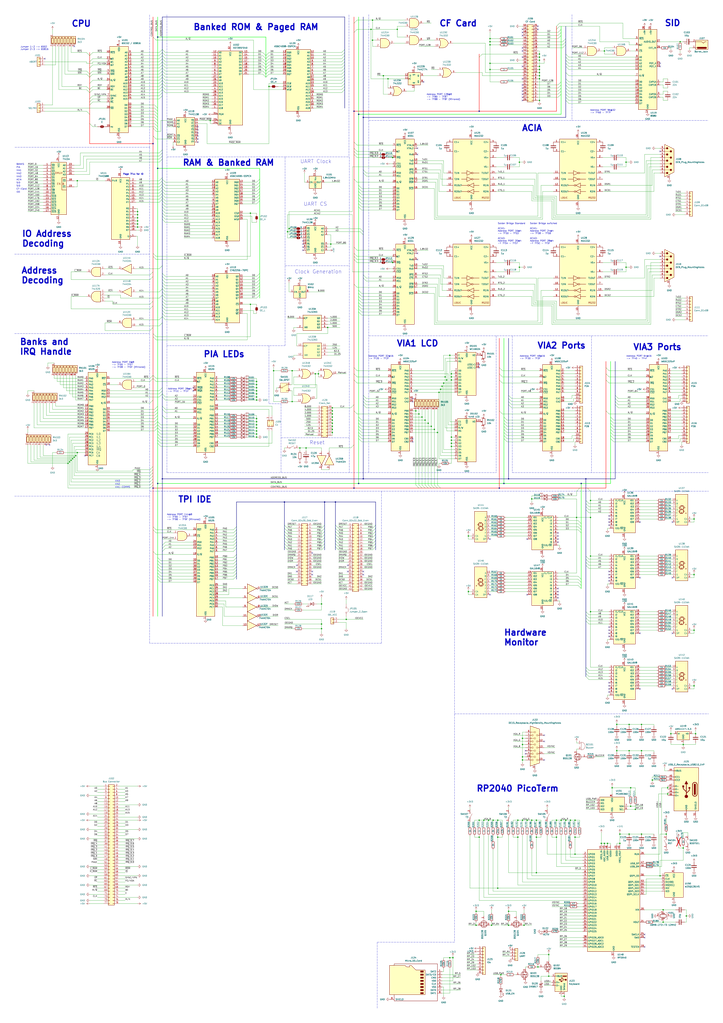
<source format=kicad_sch>
(kicad_sch (version 20231120) (generator "eeschema") (generator_version "8.0")
  (paper "A1" portrait)
  (title_block (title "Massively Overblown Dream-Computer with 6502/65816") (date "2024-06-16") (rev "Rev 0.1") (company "github.com/Synthron"))
  (lib_symbols
    (symbol "6502:4x40 LCD"
      (property "Reference" "DS" (at -5.842 19.05 0))
      (property "Value" "4x40 LCD" (at 5.334 19.05 0))
      (symbol "4x40 LCD_1_1"
        (pin input line (at -10.16 -15.24 0) (length 2.54) (name "D7") (number "1"))
        (pin input line (at -10.16 10.16 0) (length 2.54) (name "R/W") (number "10"))
        (pin input line (at -10.16 7.62 0) (length 2.54) (name "RS") (number "11"))
        (pin input line (at 10.16 15.24 180) (length 2.54) (name "VO") (number "12"))
        (pin power_in line (at 0 -20.32 90) (length 2.54) (name "VSS") (number "13"))
        (pin power_in line (at 0 20.32 270) (length 2.54) (name "VDD") (number "14"))
        (pin input line (at -10.16 12.7 0) (length 2.54) (name "E2") (number "15"))
        (pin input line (at -10.16 -12.7 0) (length 2.54) (name "D6") (number "2"))
        (pin input line (at -10.16 -10.16 0) (length 2.54) (name "D5") (number "3"))
        (pin input line (at -10.16 -7.62 0) (length 2.54) (name "D4") (number "4"))
        (pin input line (at -10.16 -5.08 0) (length 2.54) (name "D3") (number "5"))
        (pin input line (at -10.16 -2.54 0) (length 2.54) (name "D2") (number "6"))
        (pin input line (at -10.16 0 0) (length 2.54) (name "D1") (number "7"))
        (pin input line (at -10.16 2.54 0) (length 2.54) (name "D0") (number "8"))
        (pin input line (at -10.16 15.24 0) (length 2.54) (name "E1") (number "9"))
      )
    )
    (symbol "6502:6520"
      (property "Reference" "U" (at 2.54 38.1 0))
      (property "Value" "6520" (at 2.54 35.56 0))
      (symbol "6520_1_1"
        (pin power_in line (at 0 -35.56 90) (length 2.54) (name "VSS") (number "1"))
        (pin bidirectional line (at 10.16 -2.54 180) (length 2.54) (name "PB0") (number "10"))
        (pin bidirectional line (at 10.16 -5.08 180) (length 2.54) (name "PB1") (number "11"))
        (pin bidirectional line (at 10.16 -7.62 180) (length 2.54) (name "PB2") (number "12"))
        (pin bidirectional line (at 10.16 -10.16 180) (length 2.54) (name "PB3") (number "13"))
        (pin bidirectional line (at 10.16 -12.7 180) (length 2.54) (name "PB4") (number "14"))
        (pin bidirectional line (at 10.16 -15.24 180) (length 2.54) (name "PB5") (number "15"))
        (pin bidirectional line (at 10.16 -17.78 180) (length 2.54) (name "PB6") (number "16"))
        (pin bidirectional line (at 10.16 -20.32 180) (length 2.54) (name "PB7") (number "17"))
        (pin input line (at 10.16 -25.4 180) (length 2.54) (name "CB1") (number "18"))
        (pin bidirectional line (at 10.16 -27.94 180) (length 2.54) (name "CB2") (number "19"))
        (pin bidirectional line (at 10.16 27.94 180) (length 2.54) (name "PA0") (number "2"))
        (pin power_in line (at 0 35.56 270) (length 2.54) (name "VCC") (number "20"))
        (pin input line (at -10.16 -5.08 0) (length 2.54) (name "R/~{W}") (number "21"))
        (pin input line (at -10.16 12.7 0) (length 2.54) (name "CS0") (number "22"))
        (pin input line (at -10.16 7.62 0) (length 2.54) (name "~{CS2}") (number "23"))
        (pin input line (at -10.16 10.16 0) (length 2.54) (name "CS1") (number "24"))
        (pin input clock (at -10.16 25.4 0) (length 2.54) (name "ϕ2") (number "25"))
        (pin bidirectional line (at -10.16 -27.94 0) (length 2.54) (name "D7") (number "26"))
        (pin bidirectional line (at -10.16 -25.4 0) (length 2.54) (name "D6") (number "27"))
        (pin bidirectional line (at -10.16 -22.86 0) (length 2.54) (name "D5") (number "28"))
        (pin bidirectional line (at -10.16 -20.32 0) (length 2.54) (name "D4") (number "29"))
        (pin bidirectional line (at 10.16 25.4 180) (length 2.54) (name "PA1") (number "3"))
        (pin bidirectional line (at -10.16 -17.78 0) (length 2.54) (name "D3") (number "30"))
        (pin bidirectional line (at -10.16 -15.24 0) (length 2.54) (name "D2") (number "31"))
        (pin bidirectional line (at -10.16 -12.7 0) (length 2.54) (name "D1") (number "32"))
        (pin bidirectional line (at -10.16 -10.16 0) (length 2.54) (name "D0") (number "33"))
        (pin input line (at -10.16 27.94 0) (length 2.54) (name "~{RES}") (number "34"))
        (pin input line (at -10.16 0 0) (length 2.54) (name "RS1") (number "35"))
        (pin input line (at -10.16 2.54 0) (length 2.54) (name "RS0") (number "36"))
        (pin open_collector line (at -10.16 20.32 0) (length 2.54) (name "~{IRQB}") (number "37"))
        (pin open_collector line (at -10.16 17.78 0) (length 2.54) (name "~{IRQA}") (number "38"))
        (pin bidirectional line (at 10.16 2.54 180) (length 2.54) (name "CA2") (number "39"))
        (pin bidirectional line (at 10.16 22.86 180) (length 2.54) (name "PA2") (number "4"))
        (pin input line (at 10.16 5.08 180) (length 2.54) (name "CA1") (number "40"))
        (pin bidirectional line (at 10.16 20.32 180) (length 2.54) (name "PA3") (number "5"))
        (pin bidirectional line (at 10.16 17.78 180) (length 2.54) (name "PA4") (number "6"))
        (pin bidirectional line (at 10.16 15.24 180) (length 2.54) (name "PA5") (number "7"))
        (pin bidirectional line (at 10.16 12.7 180) (length 2.54) (name "PA6") (number "8"))
        (pin bidirectional line (at 10.16 10.16 180) (length 2.54) (name "PA7") (number "9"))
      )
    )
    (symbol "6502:6525"
      (property "Reference" "U" (at 2.54 40.64 0))
      (property "Value" "6525" (at 2.54 38.1 0))
      (symbol "6525_1_1"
        (pin power_in line (at 0 -40.64 90) (length 2.54) (name "VSS") (number "1"))
        (pin bidirectional line (at 10.16 10.16 180) (length 2.54) (name "PB0") (number "10"))
        (pin bidirectional line (at 10.16 7.62 180) (length 2.54) (name "PB1") (number "11"))
        (pin bidirectional line (at 10.16 5.08 180) (length 2.54) (name "PB2") (number "12"))
        (pin bidirectional line (at 10.16 2.54 180) (length 2.54) (name "PB3") (number "13"))
        (pin bidirectional line (at 10.16 0 180) (length 2.54) (name "PB4") (number "14"))
        (pin bidirectional line (at 10.16 -2.54 180) (length 2.54) (name "PB5") (number "15"))
        (pin bidirectional line (at 10.16 -5.08 180) (length 2.54) (name "PB6") (number "16"))
        (pin bidirectional line (at 10.16 -7.62 180) (length 2.54) (name "PB7") (number "17"))
        (pin input line (at -10.16 27.94 0) (length 2.54) (name "~{CS}") (number "18"))
        (pin input line (at -10.16 12.7 0) (length 2.54) (name "R/~{W}") (number "19"))
        (pin bidirectional line (at 10.16 33.02 180) (length 2.54) (name "PA0") (number "2"))
        (pin power_in line (at 0 40.64 270) (length 2.54) (name "VDD") (number "20"))
        (pin input line (at -10.16 33.02 0) (length 2.54) (name "~{RST}") (number "21"))
        (pin input line (at -10.16 17.78 0) (length 2.54) (name "RS2") (number "22"))
        (pin input line (at -10.16 20.32 0) (length 2.54) (name "RS1") (number "23"))
        (pin input line (at -10.16 22.86 0) (length 2.54) (name "RS0") (number "24"))
        (pin bidirectional line (at 10.16 -12.7 180) (length 2.54) (name "PC0") (number "25"))
        (pin bidirectional line (at 10.16 -15.24 180) (length 2.54) (name "PC1") (number "26"))
        (pin bidirectional line (at 10.16 -17.78 180) (length 2.54) (name "PC2") (number "27"))
        (pin bidirectional line (at 10.16 -20.32 180) (length 2.54) (name "PC3") (number "28"))
        (pin bidirectional line (at 10.16 -22.86 180) (length 2.54) (name "PC4") (number "29"))
        (pin bidirectional line (at 10.16 30.48 180) (length 2.54) (name "PA1") (number "3"))
        (pin bidirectional line (at 10.16 -25.4 180) (length 2.54) (name "PC5") (number "30"))
        (pin bidirectional line (at 10.16 -27.94 180) (length 2.54) (name "PC6") (number "31"))
        (pin bidirectional line (at 10.16 -30.48 180) (length 2.54) (name "PC7") (number "32"))
        (pin bidirectional line (at -10.16 7.62 0) (length 2.54) (name "D0") (number "33"))
        (pin bidirectional line (at -10.16 5.08 0) (length 2.54) (name "D1") (number "34"))
        (pin bidirectional line (at -10.16 2.54 0) (length 2.54) (name "D2") (number "35"))
        (pin bidirectional line (at -10.16 0 0) (length 2.54) (name "D3") (number "36"))
        (pin bidirectional line (at -10.16 -2.54 0) (length 2.54) (name "D4") (number "37"))
        (pin bidirectional line (at -10.16 -5.08 0) (length 2.54) (name "D5") (number "38"))
        (pin bidirectional line (at -10.16 -7.62 0) (length 2.54) (name "D6") (number "39"))
        (pin bidirectional line (at 10.16 27.94 180) (length 2.54) (name "PA2") (number "4"))
        (pin bidirectional line (at -10.16 -10.16 0) (length 2.54) (name "D7") (number "40"))
        (pin bidirectional line (at 10.16 25.4 180) (length 2.54) (name "PA3") (number "5"))
        (pin bidirectional line (at 10.16 22.86 180) (length 2.54) (name "PA4") (number "6"))
        (pin bidirectional line (at 10.16 20.32 180) (length 2.54) (name "PA5") (number "7"))
        (pin bidirectional line (at 10.16 17.78 180) (length 2.54) (name "PA6") (number "8"))
        (pin bidirectional line (at 10.16 15.24 180) (length 2.54) (name "PA7") (number "9"))
      )
    )
    (symbol "6502:6551"
      (property "Reference" "U" (at 2.54 38.1 0))
      (property "Value" "6551" (at 2.54 35.56 0))
      (symbol "6551_1_1"
        (pin power_in line (at 0 -35.56 90) (length 2.54) (name "VSS") (number "1"))
        (pin output line (at 10.16 15.24 180) (length 2.54) (name "TxD") (number "10"))
        (pin output line (at 10.16 0 180) (length 2.54) (name "~{DTR}") (number "11"))
        (pin input line (at 10.16 12.7 180) (length 2.54) (name "RxD") (number "12"))
        (pin input line (at -10.16 5.08 0) (length 2.54) (name "RS0") (number "13"))
        (pin input line (at -10.16 2.54 0) (length 2.54) (name "RS1") (number "14"))
        (pin power_in line (at 0 35.56 270) (length 2.54) (name "VCC") (number "15"))
        (pin input line (at 10.16 -7.62 180) (length 2.54) (name "~{DCD}") (number "16"))
        (pin input line (at 10.16 -2.54 180) (length 2.54) (name "~{DSR}") (number "17"))
        (pin bidirectional line (at -10.16 -7.62 0) (length 2.54) (name "D0") (number "18"))
        (pin bidirectional line (at -10.16 -10.16 0) (length 2.54) (name "D1") (number "19"))
        (pin input line (at -10.16 12.7 0) (length 2.54) (name "CS1") (number "2"))
        (pin bidirectional line (at -10.16 -12.7 0) (length 2.54) (name "D2") (number "20"))
        (pin bidirectional line (at -10.16 -15.24 0) (length 2.54) (name "D3") (number "21"))
        (pin bidirectional line (at -10.16 -17.78 0) (length 2.54) (name "D4") (number "22"))
        (pin bidirectional line (at -10.16 -20.32 0) (length 2.54) (name "D5") (number "23"))
        (pin bidirectional line (at -10.16 -22.86 0) (length 2.54) (name "D6") (number "24"))
        (pin bidirectional line (at -10.16 -25.4 0) (length 2.54) (name "D7") (number "25"))
        (pin open_collector line (at -10.16 17.78 0) (length 2.54) (name "~{IRQ}") (number "26"))
        (pin input clock (at -10.16 22.86 0) (length 2.54) (name "ϕ2") (number "27"))
        (pin input line (at -10.16 -2.54 0) (length 2.54) (name "R/~{W}") (number "28"))
        (pin input line (at -10.16 10.16 0) (length 2.54) (name "~{CS2}") (number "3"))
        (pin input line (at -10.16 27.94 0) (length 2.54) (name "~{RES}") (number "4"))
        (pin bidirectional clock (at 10.16 20.32 180) (length 2.54) (name "RxC") (number "5"))
        (pin input clock (at 10.16 27.94 180) (length 2.54) (name "XTAL1") (number "6"))
        (pin output line (at 10.16 25.4 180) (length 2.54) (name "XTAL2") (number "7"))
        (pin output line (at 10.16 7.62 180) (length 2.54) (name "~{RTS}") (number "8"))
        (pin input line (at 10.16 5.08 180) (length 2.54) (name "~{CTS}") (number "9"))
      )
    )
    (symbol "6502:8580"
      (property "Reference" "U" (at 5.08 38.1 0))
      (property "Value" "8580" (at 5.08 35.56 0))
      (symbol "8580_1_1"
        (pin passive line (at 10.16 -10.16 180) (length 2.54) (name "CAP1A") (number "1"))
        (pin input line (at -10.16 7.62 0) (length 2.54) (name "A1") (number "10"))
        (pin input line (at -10.16 5.08 0) (length 2.54) (name "A2") (number "11"))
        (pin input line (at -10.16 2.54 0) (length 2.54) (name "A3") (number "12"))
        (pin input line (at -10.16 0 0) (length 2.54) (name "A4") (number "13"))
        (pin power_in line (at 0 -35.56 90) (length 2.54) (name "GND") (number "14"))
        (pin bidirectional line (at -10.16 -10.16 0) (length 2.54) (name "D0") (number "15"))
        (pin bidirectional line (at -10.16 -12.7 0) (length 2.54) (name "D1") (number "16"))
        (pin bidirectional line (at -10.16 -15.24 0) (length 2.54) (name "D2") (number "17"))
        (pin bidirectional line (at -10.16 -17.78 0) (length 2.54) (name "D3") (number "18"))
        (pin bidirectional line (at -10.16 -20.32 0) (length 2.54) (name "D4") (number "19"))
        (pin passive line (at 10.16 -12.7 180) (length 2.54) (name "CAP1B") (number "2"))
        (pin bidirectional line (at -10.16 -22.86 0) (length 2.54) (name "D5") (number "20"))
        (pin bidirectional line (at -10.16 -25.4 0) (length 2.54) (name "D6") (number "21"))
        (pin bidirectional line (at -10.16 -27.94 0) (length 2.54) (name "D7") (number "22"))
        (pin input line (at 10.16 2.54 180) (length 2.54) (name "POT_Y") (number "23"))
        (pin input line (at 10.16 5.08 180) (length 2.54) (name "POT_X") (number "24"))
        (pin power_in line (at 2.54 35.56 270) (length 2.54) (name "+5V") (number "25"))
        (pin input line (at 10.16 17.78 180) (length 2.54) (name "EXT_IN") (number "26"))
        (pin output line (at 10.16 22.86 180) (length 2.54) (name "AUDIO_OUT") (number "27"))
        (pin power_in line (at -2.54 35.56 270) (length 2.54) (name "+9V") (number "28"))
        (pin passive line (at 10.16 -20.32 180) (length 2.54) (name "CAP2A") (number "3"))
        (pin passive line (at 10.16 -22.86 180) (length 2.54) (name "CAP2B") (number "4"))
        (pin input line (at -10.16 25.4 0) (length 2.54) (name "~{RES}") (number "5"))
        (pin input clock (at -10.16 20.32 0) (length 2.54) (name "ϕ2") (number "6"))
        (pin input line (at -10.16 -5.08 0) (length 2.54) (name "R/~{W}") (number "7"))
        (pin input line (at -10.16 15.24 0) (length 2.54) (name "~{CS}") (number "8"))
        (pin input line (at -10.16 10.16 0) (length 2.54) (name "A0") (number "9"))
      )
    )
    (symbol "6502:W65C02SxP"
      (property "Reference" "U101" (at 2.1941 40.64 0))
      (property "Value" "W65C02SxP" (at 2.1941 38.1 0))
      (symbol "W65C02SxP_1_1"
        (pin output line (at -10.16 -7.62 0) (length 2.54) (name "~{VP}") (number "1"))
        (pin tri_state line (at 10.16 27.94 180) (length 2.54) (name "A1") (number "10"))
        (pin tri_state line (at 10.16 25.4 180) (length 2.54) (name "A2") (number "11"))
        (pin tri_state line (at 10.16 22.86 180) (length 2.54) (name "A3") (number "12"))
        (pin tri_state line (at 10.16 20.32 180) (length 2.54) (name "A4") (number "13"))
        (pin tri_state line (at 10.16 17.78 180) (length 2.54) (name "A5") (number "14"))
        (pin tri_state line (at 10.16 15.24 180) (length 2.54) (name "A6") (number "15"))
        (pin tri_state line (at 10.16 12.7 180) (length 2.54) (name "A7") (number "16"))
        (pin tri_state line (at 10.16 10.16 180) (length 2.54) (name "A8") (number "17"))
        (pin tri_state line (at 10.16 7.62 180) (length 2.54) (name "A9") (number "18"))
        (pin tri_state line (at 10.16 5.08 180) (length 2.54) (name "A10") (number "19"))
        (pin open_collector line (at -10.16 2.54 0) (length 2.54) (name "RDY") (number "2"))
        (pin tri_state line (at 10.16 2.54 180) (length 2.54) (name "A11") (number "20"))
        (pin power_in line (at 0 -38.1 90) (length 2.54) (name "VSS") (number "21"))
        (pin tri_state line (at 10.16 0 180) (length 2.54) (name "A12") (number "22"))
        (pin tri_state line (at 10.16 -2.54 180) (length 2.54) (name "A13") (number "23"))
        (pin tri_state line (at 10.16 -5.08 180) (length 2.54) (name "A14") (number "24"))
        (pin tri_state line (at 10.16 -7.62 180) (length 2.54) (name "A15") (number "25"))
        (pin bidirectional line (at 10.16 -30.48 180) (length 2.54) (name "D7") (number "26"))
        (pin bidirectional line (at 10.16 -27.94 180) (length 2.54) (name "D6") (number "27"))
        (pin bidirectional line (at 10.16 -25.4 180) (length 2.54) (name "D5") (number "28"))
        (pin bidirectional line (at 10.16 -22.86 180) (length 2.54) (name "D4") (number "29"))
        (pin output line (at -10.16 22.86 0) (length 2.54) (name "ϕ1") (number "3"))
        (pin bidirectional line (at 10.16 -20.32 180) (length 2.54) (name "D3") (number "30"))
        (pin bidirectional line (at 10.16 -17.78 180) (length 2.54) (name "D2") (number "31"))
        (pin bidirectional line (at 10.16 -15.24 180) (length 2.54) (name "D1") (number "32"))
        (pin bidirectional line (at 10.16 -12.7 180) (length 2.54) (name "D0") (number "33"))
        (pin tri_state line (at -10.16 7.62 0) (length 2.54) (name "R/~{W}") (number "34"))
        (pin output line (at -10.16 -30.48 0) (length 2.54) (name "nc") (number "35"))
        (pin input line (at -10.16 0 0) (length 2.54) (name "BE") (number "36"))
        (pin input clock (at -10.16 25.4 0) (length 2.54) (name "ϕ0") (number "37"))
        (pin input line (at -10.16 -15.24 0) (length 2.54) (name "~{SO}") (number "38"))
        (pin output line (at -10.16 20.32 0) (length 2.54) (name "ϕ2") (number "39"))
        (pin input line (at -10.16 15.24 0) (length 2.54) (name "~{IRQ}") (number "4"))
        (pin input line (at -10.16 30.48 0) (length 2.54) (name "~{RES}") (number "40"))
        (pin output line (at -10.16 -10.16 0) (length 2.54) (name "~{ML}") (number "5"))
        (pin input line (at -10.16 12.7 0) (length 2.54) (name "~{NMI}") (number "6"))
        (pin output line (at -10.16 -5.08 0) (length 2.54) (name "SYNC") (number "7"))
        (pin power_in line (at 0 38.1 270) (length 2.54) (name "VDD") (number "8"))
        (pin tri_state line (at 10.16 30.48 180) (length 2.54) (name "A0") (number "9"))
      )
    )
    (symbol "6502:W65C22SxP"
      (property "Reference" "U" (at 2.54 40.64 0))
      (property "Value" "W65C22SxP" (at 2.54 38.1 0))
      (symbol "W65C22SxP_1_1"
        (pin power_in line (at 0 -38.1 90) (length 2.54) (name "VSS") (number "1"))
        (pin bidirectional line (at 10.16 -2.54 180) (length 2.54) (name "PB0") (number "10"))
        (pin bidirectional line (at 10.16 -5.08 180) (length 2.54) (name "PB1") (number "11"))
        (pin bidirectional line (at 10.16 -7.62 180) (length 2.54) (name "PB2") (number "12"))
        (pin bidirectional line (at 10.16 -10.16 180) (length 2.54) (name "PB3") (number "13"))
        (pin bidirectional line (at 10.16 -12.7 180) (length 2.54) (name "PB4") (number "14"))
        (pin bidirectional line (at 10.16 -15.24 180) (length 2.54) (name "PB5") (number "15"))
        (pin bidirectional line (at 10.16 -17.78 180) (length 2.54) (name "PB6") (number "16"))
        (pin bidirectional line (at 10.16 -20.32 180) (length 2.54) (name "PB7") (number "17"))
        (pin input line (at 10.16 -25.4 180) (length 2.54) (name "CB1") (number "18"))
        (pin bidirectional line (at 10.16 -27.94 180) (length 2.54) (name "CB2") (number "19"))
        (pin bidirectional line (at 10.16 30.48 180) (length 2.54) (name "PA0") (number "2"))
        (pin power_in line (at 0 38.1 270) (length 2.54) (name "VCC") (number "20"))
        (pin output line (at -10.16 20.32 0) (length 2.54) (name "~{IRQ}") (number "21"))
        (pin input line (at -10.16 -5.08 0) (length 2.54) (name "R/~{W}") (number "22"))
        (pin input line (at -10.16 12.7 0) (length 2.54) (name "~{CS2}") (number "23"))
        (pin input line (at -10.16 15.24 0) (length 2.54) (name "CS1") (number "24"))
        (pin input clock (at -10.16 25.4 0) (length 2.54) (name "ϕ2") (number "25"))
        (pin bidirectional line (at -10.16 -27.94 0) (length 2.54) (name "D7") (number "26"))
        (pin bidirectional line (at -10.16 -25.4 0) (length 2.54) (name "D6") (number "27"))
        (pin bidirectional line (at -10.16 -22.86 0) (length 2.54) (name "D5") (number "28"))
        (pin bidirectional line (at -10.16 -20.32 0) (length 2.54) (name "D4") (number "29"))
        (pin bidirectional line (at 10.16 27.94 180) (length 2.54) (name "PA1") (number "3"))
        (pin bidirectional line (at -10.16 -17.78 0) (length 2.54) (name "D3") (number "30"))
        (pin bidirectional line (at -10.16 -15.24 0) (length 2.54) (name "D2") (number "31"))
        (pin bidirectional line (at -10.16 -12.7 0) (length 2.54) (name "D1") (number "32"))
        (pin bidirectional line (at -10.16 -10.16 0) (length 2.54) (name "D0") (number "33"))
        (pin input line (at -10.16 30.48 0) (length 2.54) (name "~{RES}") (number "34"))
        (pin input line (at -10.16 0 0) (length 2.54) (name "RS3") (number "35"))
        (pin input line (at -10.16 2.54 0) (length 2.54) (name "RS2") (number "36"))
        (pin input line (at -10.16 5.08 0) (length 2.54) (name "RS1") (number "37"))
        (pin input line (at -10.16 7.62 0) (length 2.54) (name "RS0") (number "38"))
        (pin bidirectional line (at 10.16 5.08 180) (length 2.54) (name "CA2") (number "39"))
        (pin bidirectional line (at 10.16 25.4 180) (length 2.54) (name "PA2") (number "4"))
        (pin input line (at 10.16 7.62 180) (length 2.54) (name "CA1") (number "40"))
        (pin bidirectional line (at 10.16 22.86 180) (length 2.54) (name "PA3") (number "5"))
        (pin bidirectional line (at 10.16 20.32 180) (length 2.54) (name "PA4") (number "6"))
        (pin bidirectional line (at 10.16 17.78 180) (length 2.54) (name "PA5") (number "7"))
        (pin bidirectional line (at 10.16 15.24 180) (length 2.54) (name "PA6") (number "8"))
        (pin bidirectional line (at 10.16 12.7 180) (length 2.54) (name "PA7") (number "9"))
      )
    )
    (symbol "74xx:74AHC04"
      (property "Reference" "U" (at 0 1.27 0))
      (property "Value" "74AHC04" (at 0 -1.27 0))
      (symbol "74AHC04_1_0"
        (pin input line (at -7.62 0 0) (length 3.81) (name "~") (number "1"))
        (pin output inverted (at 7.62 0 180) (length 3.81) (name "~") (number "2"))
      )
      (symbol "74AHC04_2_0"
        (pin input line (at -7.62 0 0) (length 3.81) (name "~") (number "3"))
        (pin output inverted (at 7.62 0 180) (length 3.81) (name "~") (number "4"))
      )
      (symbol "74AHC04_3_0"
        (pin input line (at -7.62 0 0) (length 3.81) (name "~") (number "5"))
        (pin output inverted (at 7.62 0 180) (length 3.81) (name "~") (number "6"))
      )
      (symbol "74AHC04_4_0"
        (pin output inverted (at 7.62 0 180) (length 3.81) (name "~") (number "8"))
        (pin input line (at -7.62 0 0) (length 3.81) (name "~") (number "9"))
      )
      (symbol "74AHC04_5_0"
        (pin output inverted (at 7.62 0 180) (length 3.81) (name "~") (number "10"))
        (pin input line (at -7.62 0 0) (length 3.81) (name "~") (number "11"))
      )
      (symbol "74AHC04_6_0"
        (pin output inverted (at 7.62 0 180) (length 3.81) (name "~") (number "12"))
        (pin input line (at -7.62 0 0) (length 3.81) (name "~") (number "13"))
      )
      (symbol "74AHC04_7_0"
        (pin power_in line (at 0 12.7 270) (length 5.08) (name "VCC") (number "14"))
        (pin power_in line (at 0 -12.7 90) (length 5.08) (name "GND") (number "7"))
      )
    )
    (symbol "74xx:74AHCT04"
      (property "Reference" "U" (at 0 1.27 0))
      (property "Value" "74AHCT04" (at 0 -1.27 0))
      (symbol "74AHCT04_1_0"
        (pin input line (at -7.62 0 0) (length 3.81) (name "~") (number "1"))
        (pin output inverted (at 7.62 0 180) (length 3.81) (name "~") (number "2"))
      )
      (symbol "74AHCT04_2_0"
        (pin input line (at -7.62 0 0) (length 3.81) (name "~") (number "3"))
        (pin output inverted (at 7.62 0 180) (length 3.81) (name "~") (number "4"))
      )
      (symbol "74AHCT04_3_0"
        (pin input line (at -7.62 0 0) (length 3.81) (name "~") (number "5"))
        (pin output inverted (at 7.62 0 180) (length 3.81) (name "~") (number "6"))
      )
      (symbol "74AHCT04_4_0"
        (pin output inverted (at 7.62 0 180) (length 3.81) (name "~") (number "8"))
        (pin input line (at -7.62 0 0) (length 3.81) (name "~") (number "9"))
      )
      (symbol "74AHCT04_5_0"
        (pin output inverted (at 7.62 0 180) (length 3.81) (name "~") (number "10"))
        (pin input line (at -7.62 0 0) (length 3.81) (name "~") (number "11"))
      )
      (symbol "74AHCT04_6_0"
        (pin output inverted (at 7.62 0 180) (length 3.81) (name "~") (number "12"))
        (pin input line (at -7.62 0 0) (length 3.81) (name "~") (number "13"))
      )
      (symbol "74AHCT04_7_0"
        (pin power_in line (at 0 12.7 270) (length 5.08) (name "VCC") (number "14"))
        (pin power_in line (at 0 -12.7 90) (length 5.08) (name "GND") (number "7"))
      )
    )
    (symbol "74xx:74HC00" (pin_names (offset 1.016))
      (property "Reference" "U" (at 0 1.27 0))
      (property "Value" "74HC00" (at 0 -1.27 0))
      (symbol "74HC00_1_1"
        (pin input line (at -7.62 2.54 0) (length 3.81) (name "~") (number "1"))
        (pin input line (at -7.62 -2.54 0) (length 3.81) (name "~") (number "2"))
        (pin output inverted (at 7.62 0 180) (length 3.81) (name "~") (number "3"))
      )
      (symbol "74HC00_1_2"
        (pin input inverted (at -7.62 2.54 0) (length 4.318) (name "~") (number "1"))
        (pin input inverted (at -7.62 -2.54 0) (length 4.318) (name "~") (number "2"))
        (pin output line (at 7.62 0 180) (length 3.81) (name "~") (number "3"))
      )
      (symbol "74HC00_2_1"
        (pin input line (at -7.62 2.54 0) (length 3.81) (name "~") (number "4"))
        (pin input line (at -7.62 -2.54 0) (length 3.81) (name "~") (number "5"))
        (pin output inverted (at 7.62 0 180) (length 3.81) (name "~") (number "6"))
      )
      (symbol "74HC00_2_2"
        (pin input inverted (at -7.62 2.54 0) (length 4.318) (name "~") (number "4"))
        (pin input inverted (at -7.62 -2.54 0) (length 4.318) (name "~") (number "5"))
        (pin output line (at 7.62 0 180) (length 3.81) (name "~") (number "6"))
      )
      (symbol "74HC00_3_1"
        (pin input line (at -7.62 -2.54 0) (length 3.81) (name "~") (number "10"))
        (pin output inverted (at 7.62 0 180) (length 3.81) (name "~") (number "8"))
        (pin input line (at -7.62 2.54 0) (length 3.81) (name "~") (number "9"))
      )
      (symbol "74HC00_3_2"
        (pin input inverted (at -7.62 -2.54 0) (length 4.318) (name "~") (number "10"))
        (pin output line (at 7.62 0 180) (length 3.81) (name "~") (number "8"))
        (pin input inverted (at -7.62 2.54 0) (length 4.318) (name "~") (number "9"))
      )
      (symbol "74HC00_4_1"
        (pin output inverted (at 7.62 0 180) (length 3.81) (name "~") (number "11"))
        (pin input line (at -7.62 2.54 0) (length 3.81) (name "~") (number "12"))
        (pin input line (at -7.62 -2.54 0) (length 3.81) (name "~") (number "13"))
      )
      (symbol "74HC00_4_2"
        (pin output line (at 7.62 0 180) (length 3.81) (name "~") (number "11"))
        (pin input inverted (at -7.62 2.54 0) (length 4.318) (name "~") (number "12"))
        (pin input inverted (at -7.62 -2.54 0) (length 4.318) (name "~") (number "13"))
      )
      (symbol "74HC00_5_0"
        (pin power_in line (at 0 12.7 270) (length 5.08) (name "VCC") (number "14"))
        (pin power_in line (at 0 -12.7 90) (length 5.08) (name "GND") (number "7"))
      )
    )
    (symbol "74xx:74HC02" (pin_names (offset 1.016))
      (property "Reference" "U" (at 0 1.27 0))
      (property "Value" "74HC02" (at 0 -1.27 0))
      (symbol "74HC02_1_1"
        (pin output inverted (at 7.62 0 180) (length 3.81) (name "~") (number "1"))
        (pin input line (at -7.62 2.54 0) (length 4.318) (name "~") (number "2"))
        (pin input line (at -7.62 -2.54 0) (length 4.318) (name "~") (number "3"))
      )
      (symbol "74HC02_1_2"
        (pin output line (at 7.62 0 180) (length 3.81) (name "~") (number "1"))
        (pin input inverted (at -7.62 2.54 0) (length 3.81) (name "~") (number "2"))
        (pin input inverted (at -7.62 -2.54 0) (length 3.81) (name "~") (number "3"))
      )
      (symbol "74HC02_2_1"
        (pin output inverted (at 7.62 0 180) (length 3.81) (name "~") (number "4"))
        (pin input line (at -7.62 2.54 0) (length 4.318) (name "~") (number "5"))
        (pin input line (at -7.62 -2.54 0) (length 4.318) (name "~") (number "6"))
      )
      (symbol "74HC02_2_2"
        (pin output line (at 7.62 0 180) (length 3.81) (name "~") (number "4"))
        (pin input inverted (at -7.62 2.54 0) (length 3.81) (name "~") (number "5"))
        (pin input inverted (at -7.62 -2.54 0) (length 3.81) (name "~") (number "6"))
      )
      (symbol "74HC02_3_1"
        (pin output inverted (at 7.62 0 180) (length 3.81) (name "~") (number "10"))
        (pin input line (at -7.62 2.54 0) (length 4.318) (name "~") (number "8"))
        (pin input line (at -7.62 -2.54 0) (length 4.318) (name "~") (number "9"))
      )
      (symbol "74HC02_3_2"
        (pin output line (at 7.62 0 180) (length 3.81) (name "~") (number "10"))
        (pin input inverted (at -7.62 2.54 0) (length 3.81) (name "~") (number "8"))
        (pin input inverted (at -7.62 -2.54 0) (length 3.81) (name "~") (number "9"))
      )
      (symbol "74HC02_4_1"
        (pin input line (at -7.62 2.54 0) (length 4.318) (name "~") (number "11"))
        (pin input line (at -7.62 -2.54 0) (length 4.318) (name "~") (number "12"))
        (pin output inverted (at 7.62 0 180) (length 3.81) (name "~") (number "13"))
      )
      (symbol "74HC02_4_2"
        (pin input inverted (at -7.62 2.54 0) (length 3.81) (name "~") (number "11"))
        (pin input inverted (at -7.62 -2.54 0) (length 3.81) (name "~") (number "12"))
        (pin output line (at 7.62 0 180) (length 3.81) (name "~") (number "13"))
      )
      (symbol "74HC02_5_0"
        (pin power_in line (at 0 12.7 270) (length 5.08) (name "VCC") (number "14"))
        (pin power_in line (at 0 -12.7 90) (length 5.08) (name "GND") (number "7"))
      )
    )
    (symbol "74xx:74HC04"
      (property "Reference" "U" (at 0 1.27 0))
      (property "Value" "74HC04" (at 0 -1.27 0))
      (symbol "74HC04_1_0"
        (pin input line (at -7.62 0 0) (length 3.81) (name "~") (number "1"))
        (pin output inverted (at 7.62 0 180) (length 3.81) (name "~") (number "2"))
      )
      (symbol "74HC04_2_0"
        (pin input line (at -7.62 0 0) (length 3.81) (name "~") (number "3"))
        (pin output inverted (at 7.62 0 180) (length 3.81) (name "~") (number "4"))
      )
      (symbol "74HC04_3_0"
        (pin input line (at -7.62 0 0) (length 3.81) (name "~") (number "5"))
        (pin output inverted (at 7.62 0 180) (length 3.81) (name "~") (number "6"))
      )
      (symbol "74HC04_4_0"
        (pin output inverted (at 7.62 0 180) (length 3.81) (name "~") (number "8"))
        (pin input line (at -7.62 0 0) (length 3.81) (name "~") (number "9"))
      )
      (symbol "74HC04_5_0"
        (pin output inverted (at 7.62 0 180) (length 3.81) (name "~") (number "10"))
        (pin input line (at -7.62 0 0) (length 3.81) (name "~") (number "11"))
      )
      (symbol "74HC04_6_0"
        (pin output inverted (at 7.62 0 180) (length 3.81) (name "~") (number "12"))
        (pin input line (at -7.62 0 0) (length 3.81) (name "~") (number "13"))
      )
      (symbol "74HC04_7_0"
        (pin power_in line (at 0 12.7 270) (length 5.08) (name "VCC") (number "14"))
        (pin power_in line (at 0 -12.7 90) (length 5.08) (name "GND") (number "7"))
      )
    )
    (symbol "74xx:74HC138"
      (property "Reference" "U" (at -7.62 13.97 0))
      (property "Value" "74HC138" (at 2.54 -11.43 0))
      (symbol "74HC138_1_1"
        (pin input line (at -10.16 10.16 0) (length 2.54) (name "A0") (number "1"))
        (pin output line (at 10.16 -2.54 180) (length 2.54) (name "~{Y5}") (number "10"))
        (pin output line (at 10.16 0 180) (length 2.54) (name "~{Y4}") (number "11"))
        (pin output line (at 10.16 2.54 180) (length 2.54) (name "~{Y3}") (number "12"))
        (pin output line (at 10.16 5.08 180) (length 2.54) (name "~{Y2}") (number "13"))
        (pin output line (at 10.16 7.62 180) (length 2.54) (name "~{Y1}") (number "14"))
        (pin output line (at 10.16 10.16 180) (length 2.54) (name "~{Y0}") (number "15"))
        (pin power_in line (at 0 15.24 270) (length 2.54) (name "VCC") (number "16"))
        (pin input line (at -10.16 7.62 0) (length 2.54) (name "A1") (number "2"))
        (pin input line (at -10.16 5.08 0) (length 2.54) (name "A2") (number "3"))
        (pin input line (at -10.16 -2.54 0) (length 2.54) (name "~{E0}") (number "4"))
        (pin input line (at -10.16 -5.08 0) (length 2.54) (name "~{E1}") (number "5"))
        (pin input line (at -10.16 -7.62 0) (length 2.54) (name "E2") (number "6"))
        (pin output line (at 10.16 -7.62 180) (length 2.54) (name "~{Y7}") (number "7"))
        (pin power_in line (at 0 -12.7 90) (length 2.54) (name "GND") (number "8"))
        (pin output line (at 10.16 -5.08 180) (length 2.54) (name "~{Y6}") (number "9"))
      )
    )
    (symbol "74xx:74HC688"
      (property "Reference" "U" (at -7.62 26.67 0))
      (property "Value" "74HC688" (at -7.62 -26.67 0))
      (symbol "74HC688_1_0"
        (pin input inverted (at -12.7 -22.86 0) (length 5.08) (name "G") (number "1"))
        (pin power_in line (at 0 -30.48 90) (length 5.08) (name "GND") (number "10"))
        (pin input line (at -12.7 12.7 0) (length 5.08) (name "P4") (number "11"))
        (pin input line (at -12.7 -10.16 0) (length 5.08) (name "R4") (number "12"))
        (pin input line (at -12.7 10.16 0) (length 5.08) (name "P5") (number "13"))
        (pin input line (at -12.7 -12.7 0) (length 5.08) (name "R5") (number "14"))
        (pin input line (at -12.7 7.62 0) (length 5.08) (name "P6") (number "15"))
        (pin input line (at -12.7 -15.24 0) (length 5.08) (name "R6") (number "16"))
        (pin input line (at -12.7 5.08 0) (length 5.08) (name "P7") (number "17"))
        (pin input line (at -12.7 -17.78 0) (length 5.08) (name "R7") (number "18"))
        (pin output inverted (at 12.7 22.86 180) (length 5.08) (name "P=R") (number "19"))
        (pin input line (at -12.7 22.86 0) (length 5.08) (name "P0") (number "2"))
        (pin power_in line (at 0 30.48 270) (length 5.08) (name "VCC") (number "20"))
        (pin input line (at -12.7 0 0) (length 5.08) (name "R0") (number "3"))
        (pin input line (at -12.7 20.32 0) (length 5.08) (name "P1") (number "4"))
        (pin input line (at -12.7 -2.54 0) (length 5.08) (name "R1") (number "5"))
        (pin input line (at -12.7 17.78 0) (length 5.08) (name "P2") (number "6"))
        (pin input line (at -12.7 -5.08 0) (length 5.08) (name "R2") (number "7"))
        (pin input line (at -12.7 15.24 0) (length 5.08) (name "P3") (number "8"))
        (pin input line (at -12.7 -7.62 0) (length 5.08) (name "R3") (number "9"))
      )
    )
    (symbol "74xx:74HCT74" (pin_names (offset 1.016))
      (property "Reference" "U" (at -7.62 8.89 0))
      (property "Value" "74HCT74" (at -7.62 -8.89 0))
      (symbol "74HCT74_1_0"
        (pin input line (at 0 -7.62 90) (length 2.54) (name "~{R}") (number "1"))
        (pin input line (at -7.62 2.54 0) (length 2.54) (name "D") (number "2"))
        (pin input clock (at -7.62 0 0) (length 2.54) (name "C") (number "3"))
        (pin input line (at 0 7.62 270) (length 2.54) (name "~{S}") (number "4"))
        (pin output line (at 7.62 2.54 180) (length 2.54) (name "Q") (number "5"))
        (pin output line (at 7.62 -2.54 180) (length 2.54) (name "~{Q}") (number "6"))
      )
      (symbol "74HCT74_2_0"
        (pin input line (at 0 7.62 270) (length 2.54) (name "~{S}") (number "10"))
        (pin input clock (at -7.62 0 0) (length 2.54) (name "C") (number "11"))
        (pin input line (at -7.62 2.54 0) (length 2.54) (name "D") (number "12"))
        (pin input line (at 0 -7.62 90) (length 2.54) (name "~{R}") (number "13"))
        (pin output line (at 7.62 -2.54 180) (length 2.54) (name "~{Q}") (number "8"))
        (pin output line (at 7.62 2.54 180) (length 2.54) (name "Q") (number "9"))
      )
      (symbol "74HCT74_3_0"
        (pin power_in line (at 0 10.16 270) (length 2.54) (name "VCC") (number "14"))
        (pin power_in line (at 0 -10.16 90) (length 2.54) (name "GND") (number "7"))
      )
    )
    (symbol "74xx:74LS20" (pin_names (offset 1.016))
      (property "Reference" "U" (at 0 1.27 0))
      (property "Value" "74LS20" (at 0 -1.27 0))
      (symbol "74LS20_1_1"
        (pin input line (at -7.62 3.81 0) (length 3.81) (name "~") (number "1"))
        (pin input line (at -7.62 1.27 0) (length 3.81) (name "~") (number "2"))
        (pin input line (at -7.62 -1.27 0) (length 3.81) (name "~") (number "4"))
        (pin input line (at -7.62 -3.81 0) (length 3.81) (name "~") (number "5"))
        (pin output inverted (at 7.62 0 180) (length 3.81) (name "~") (number "6"))
      )
      (symbol "74LS20_1_2"
        (pin input inverted (at -7.62 3.81 0) (length 3.81) (name "~") (number "1"))
        (pin input inverted (at -7.62 1.27 0) (length 4.826) (name "~") (number "2"))
        (pin input inverted (at -7.62 -1.27 0) (length 4.826) (name "~") (number "4"))
        (pin input inverted (at -7.62 -3.81 0) (length 3.81) (name "~") (number "5"))
        (pin output line (at 7.62 0 180) (length 3.81) (name "~") (number "6"))
      )
      (symbol "74LS20_2_1"
        (pin input line (at -7.62 1.27 0) (length 3.81) (name "~") (number "10"))
        (pin input line (at -7.62 -1.27 0) (length 3.81) (name "~") (number "12"))
        (pin input line (at -7.62 -3.81 0) (length 3.81) (name "~") (number "13"))
        (pin output inverted (at 7.62 0 180) (length 3.81) (name "~") (number "8"))
        (pin input line (at -7.62 3.81 0) (length 3.81) (name "~") (number "9"))
      )
      (symbol "74LS20_2_2"
        (pin input inverted (at -7.62 1.27 0) (length 4.826) (name "~") (number "10"))
        (pin input inverted (at -7.62 -1.27 0) (length 4.826) (name "~") (number "12"))
        (pin input inverted (at -7.62 -3.81 0) (length 3.81) (name "~") (number "13"))
        (pin output line (at 7.62 0 180) (length 3.81) (name "~") (number "8"))
        (pin input inverted (at -7.62 3.81 0) (length 3.81) (name "~") (number "9"))
      )
      (symbol "74LS20_3_0"
        (pin power_in line (at 0 12.7 270) (length 5.08) (name "VCC") (number "14"))
        (pin power_in line (at 0 -12.7 90) (length 5.08) (name "GND") (number "7"))
      )
    )
    (symbol "74xx:74LS32" (pin_names (offset 1.016))
      (property "Reference" "U" (at 0 1.27 0))
      (property "Value" "74LS32" (at 0 -1.27 0))
      (symbol "74LS32_1_1"
        (pin input line (at -7.62 2.54 0) (length 4.318) (name "~") (number "1"))
        (pin input line (at -7.62 -2.54 0) (length 4.318) (name "~") (number "2"))
        (pin output line (at 7.62 0 180) (length 3.81) (name "~") (number "3"))
      )
      (symbol "74LS32_1_2"
        (pin input inverted (at -7.62 2.54 0) (length 3.81) (name "~") (number "1"))
        (pin input inverted (at -7.62 -2.54 0) (length 3.81) (name "~") (number "2"))
        (pin output inverted (at 7.62 0 180) (length 3.81) (name "~") (number "3"))
      )
      (symbol "74LS32_2_1"
        (pin input line (at -7.62 2.54 0) (length 4.318) (name "~") (number "4"))
        (pin input line (at -7.62 -2.54 0) (length 4.318) (name "~") (number "5"))
        (pin output line (at 7.62 0 180) (length 3.81) (name "~") (number "6"))
      )
      (symbol "74LS32_2_2"
        (pin input inverted (at -7.62 2.54 0) (length 3.81) (name "~") (number "4"))
        (pin input inverted (at -7.62 -2.54 0) (length 3.81) (name "~") (number "5"))
        (pin output inverted (at 7.62 0 180) (length 3.81) (name "~") (number "6"))
      )
      (symbol "74LS32_3_1"
        (pin input line (at -7.62 -2.54 0) (length 4.318) (name "~") (number "10"))
        (pin output line (at 7.62 0 180) (length 3.81) (name "~") (number "8"))
        (pin input line (at -7.62 2.54 0) (length 4.318) (name "~") (number "9"))
      )
      (symbol "74LS32_3_2"
        (pin input inverted (at -7.62 -2.54 0) (length 3.81) (name "~") (number "10"))
        (pin output inverted (at 7.62 0 180) (length 3.81) (name "~") (number "8"))
        (pin input inverted (at -7.62 2.54 0) (length 3.81) (name "~") (number "9"))
      )
      (symbol "74LS32_4_1"
        (pin output line (at 7.62 0 180) (length 3.81) (name "~") (number "11"))
        (pin input line (at -7.62 2.54 0) (length 4.318) (name "~") (number "12"))
        (pin input line (at -7.62 -2.54 0) (length 4.318) (name "~") (number "13"))
      )
      (symbol "74LS32_4_2"
        (pin output inverted (at 7.62 0 180) (length 3.81) (name "~") (number "11"))
        (pin input inverted (at -7.62 2.54 0) (length 3.81) (name "~") (number "12"))
        (pin input inverted (at -7.62 -2.54 0) (length 3.81) (name "~") (number "13"))
      )
      (symbol "74LS32_5_0"
        (pin power_in line (at 0 12.7 270) (length 5.08) (name "VCC") (number "14"))
        (pin power_in line (at 0 -12.7 90) (length 5.08) (name "GND") (number "7"))
      )
    )
    (symbol "74xx:74LS393" (pin_names (offset 1.016))
      (property "Reference" "U" (at -7.62 8.89 0))
      (property "Value" "74LS393" (at -7.62 -8.89 0))
      (symbol "74LS393_1_0"
        (pin input clock (at -12.7 2.54 0) (length 5.08) (name "CP") (number "1"))
        (pin input line (at -12.7 -5.08 0) (length 5.08) (name "MR") (number "2"))
        (pin output line (at 12.7 2.54 180) (length 5.08) (name "Q0") (number "3"))
        (pin output line (at 12.7 0 180) (length 5.08) (name "Q1") (number "4"))
        (pin output line (at 12.7 -2.54 180) (length 5.08) (name "Q2") (number "5"))
        (pin output line (at 12.7 -5.08 180) (length 5.08) (name "Q3") (number "6"))
      )
      (symbol "74LS393_2_0"
        (pin output line (at 12.7 0 180) (length 5.08) (name "Q1") (number "10"))
        (pin output line (at 12.7 2.54 180) (length 5.08) (name "Q0") (number "11"))
        (pin input line (at -12.7 -5.08 0) (length 5.08) (name "MR") (number "12"))
        (pin input clock (at -12.7 2.54 0) (length 5.08) (name "CP") (number "13"))
        (pin output line (at 12.7 -5.08 180) (length 5.08) (name "Q3") (number "8"))
        (pin output line (at 12.7 -2.54 180) (length 5.08) (name "Q2") (number "9"))
      )
      (symbol "74LS393_3_0"
        (pin power_in line (at 0 12.7 270) (length 5.08) (name "VCC") (number "14"))
        (pin power_in line (at 0 -12.7 90) (length 5.08) (name "GND") (number "7"))
      )
    )
    (symbol "74xx_IEEE:74154"
      (property "Reference" "U" (at 6.35 25.4 0))
      (property "Value" "74154" (at 7.62 -21.59 0))
      (symbol "74154_0_0"
        (text "&" (at -3.81 5.08 0) (effects (font (size 1.524 1.524))))
        (text "DMUX" (at 0 13.97 0) (effects (font (size 1.524 1.524))))
        (text "EN" (at 0 5.08 0) (effects (font (size 1.524 1.524))))
        (pin power_in line (at 0 -25.4 90) (length 5.08) (name "GND") (number "12"))
        (pin power_in line (at 0 27.94 270) (length 5.08) (name "VCC") (number "24"))
      )
      (symbol "74154_1_1"
        (pin output line (at 12.7 20.32 180) (length 6.35) (name "~{S0}") (number "1"))
        (pin output line (at 12.7 -2.54 180) (length 6.35) (name "~{S9}") (number "10"))
        (pin output line (at 12.7 -5.08 180) (length 6.35) (name "~{S10}") (number "11"))
        (pin output line (at 12.7 -7.62 180) (length 6.35) (name "~{S11}") (number "13"))
        (pin output line (at 12.7 -10.16 180) (length 6.35) (name "~{S12}") (number "14"))
        (pin output line (at 12.7 -12.7 180) (length 6.35) (name "~{S13}") (number "15"))
        (pin output line (at 12.7 -15.24 180) (length 6.35) (name "~{S14}") (number "16"))
        (pin output line (at 12.7 -17.78 180) (length 6.35) (name "~{S15}") (number "17"))
        (pin input line (at -12.7 7.62 0) (length 6.35) (name "~{E0}") (number "18"))
        (pin input line (at -12.7 2.54 0) (length 6.35) (name "~{E1}") (number "19"))
        (pin output line (at 12.7 17.78 180) (length 6.35) (name "~{S1}") (number "2"))
        (pin input line (at -12.7 12.7 0) (length 6.35) (name "A3") (number "20"))
        (pin input line (at -12.7 15.24 0) (length 6.35) (name "A2") (number "21"))
        (pin input line (at -12.7 17.78 0) (length 6.35) (name "A1") (number "22"))
        (pin input line (at -12.7 20.32 0) (length 6.35) (name "A0") (number "23"))
        (pin output line (at 12.7 15.24 180) (length 6.35) (name "~{S2}") (number "3"))
        (pin output line (at 12.7 12.7 180) (length 6.35) (name "~{S3}") (number "4"))
        (pin output line (at 12.7 10.16 180) (length 6.35) (name "~{S4}") (number "5"))
        (pin output line (at 12.7 7.62 180) (length 6.35) (name "~{S5}") (number "6"))
        (pin output line (at 12.7 5.08 180) (length 6.35) (name "~{S6}") (number "7"))
        (pin output line (at 12.7 2.54 180) (length 6.35) (name "~{S7}") (number "8"))
        (pin output line (at 12.7 0 180) (length 6.35) (name "~{S8}") (number "9"))
      )
    )
    (symbol "Connector:Barrel_Jack" (pin_names (offset 1.016))
      (property "Reference" "J" (at 0 5.334 0))
      (property "Value" "Barrel_Jack" (at 0 -5.08 0))
      (symbol "Barrel_Jack_1_1"
        (pin passive line (at 7.62 2.54 180) (length 2.54) (name "~") (number "1"))
        (pin passive line (at 7.62 -2.54 180) (length 2.54) (name "~") (number "2"))
      )
    )
    (symbol "Connector:DE15_Receptacle_HighDensity_MountingHoles" (pin_names (offset 1.016) hide)
      (property "Reference" "J" (at 0 21.59 0))
      (property "Value" "DE15_Receptacle_HighDensity_MountingHoles" (at 0 19.05 0))
      (symbol "DE15_Receptacle_HighDensity_MountingHoles_1_1"
        (pin passive line (at 0 -17.78 90) (length 3.81) (name "~") (number "0"))
        (pin passive line (at -7.62 10.16 0) (length 5.08) (name "~") (number "1"))
        (pin passive line (at -7.62 -7.62 0) (length 5.08) (name "~") (number "10"))
        (pin passive line (at 7.62 10.16 180) (length 5.08) (name "~") (number "11"))
        (pin passive line (at 7.62 5.08 180) (length 5.08) (name "~") (number "12"))
        (pin passive line (at 7.62 0 180) (length 5.08) (name "~") (number "13"))
        (pin passive line (at 7.62 -5.08 180) (length 5.08) (name "~") (number "14"))
        (pin passive line (at 7.62 -10.16 180) (length 5.08) (name "~") (number "15"))
        (pin passive line (at -7.62 5.08 0) (length 5.08) (name "~") (number "2"))
        (pin passive line (at -7.62 0 0) (length 5.08) (name "~") (number "3"))
        (pin passive line (at -7.62 -5.08 0) (length 5.08) (name "~") (number "4"))
        (pin passive line (at -7.62 -10.16 0) (length 5.08) (name "~") (number "5"))
        (pin passive line (at -7.62 12.7 0) (length 5.08) (name "~") (number "6"))
        (pin passive line (at -7.62 7.62 0) (length 5.08) (name "~") (number "7"))
        (pin passive line (at -7.62 2.54 0) (length 5.08) (name "~") (number "8"))
        (pin passive line (at -7.62 -2.54 0) (length 5.08) (name "~") (number "9"))
      )
    )
    (symbol "Connector:DE9_Plug_MountingHoles" (pin_names (offset 1.016) hide)
      (property "Reference" "J" (at 0 16.51 0))
      (property "Value" "DE9_Plug_MountingHoles" (at 0 14.605 0))
      (symbol "DE9_Plug_MountingHoles_1_1"
        (pin passive line (at 0 -15.24 90) (length 3.81) (name "PAD") (number "0"))
        (pin passive line (at -7.62 -10.16 0) (length 3.81) (name "1") (number "1"))
        (pin passive line (at -7.62 -5.08 0) (length 3.81) (name "2") (number "2"))
        (pin passive line (at -7.62 0 0) (length 3.81) (name "3") (number "3"))
        (pin passive line (at -7.62 5.08 0) (length 3.81) (name "4") (number "4"))
        (pin passive line (at -7.62 10.16 0) (length 3.81) (name "5") (number "5"))
        (pin passive line (at -7.62 -7.62 0) (length 3.81) (name "6") (number "6"))
        (pin passive line (at -7.62 -2.54 0) (length 3.81) (name "7") (number "7"))
        (pin passive line (at -7.62 2.54 0) (length 3.81) (name "8") (number "8"))
        (pin passive line (at -7.62 7.62 0) (length 3.81) (name "9") (number "9"))
      )
    )
    (symbol "Connector:Micro_SD_Card" (pin_names (offset 1.016))
      (property "Reference" "J" (at -16.51 15.24 0))
      (property "Value" "Micro_SD_Card" (at 16.51 15.24 0))
      (symbol "Micro_SD_Card_1_1"
        (pin bidirectional line (at -22.86 7.62 0) (length 3.81) (name "DAT2") (number "1"))
        (pin bidirectional line (at -22.86 5.08 0) (length 3.81) (name "DAT3/CD") (number "2"))
        (pin input line (at -22.86 2.54 0) (length 3.81) (name "CMD") (number "3"))
        (pin power_in line (at -22.86 0 0) (length 3.81) (name "VDD") (number "4"))
        (pin input line (at -22.86 -2.54 0) (length 3.81) (name "CLK") (number "5"))
        (pin power_in line (at -22.86 -5.08 0) (length 3.81) (name "VSS") (number "6"))
        (pin bidirectional line (at -22.86 -7.62 0) (length 3.81) (name "DAT0") (number "7"))
        (pin bidirectional line (at -22.86 -10.16 0) (length 3.81) (name "DAT1") (number "8"))
        (pin passive line (at 20.32 -15.24 180) (length 3.81) (name "SHIELD") (number "9"))
      )
    )
    (symbol "Connector:USB_A" (pin_names (offset 1.016))
      (property "Reference" "J" (at -5.08 11.43 0))
      (property "Value" "USB_A" (at -5.08 8.89 0))
      (symbol "USB_A_1_1"
        (pin power_in line (at 7.62 5.08 180) (length 2.54) (name "VBUS") (number "1"))
        (pin bidirectional line (at 7.62 -2.54 180) (length 2.54) (name "D-") (number "2"))
        (pin bidirectional line (at 7.62 0 180) (length 2.54) (name "D+") (number "3"))
        (pin power_in line (at 0 -10.16 90) (length 2.54) (name "GND") (number "4"))
        (pin passive line (at -2.54 -10.16 90) (length 2.54) (name "Shield") (number "5"))
      )
    )
    (symbol "Connector:USB_C_Receptacle_USB2.0_14P" (pin_names (offset 1.016))
      (property "Reference" "J" (at 0 22.225 0))
      (property "Value" "USB_C_Receptacle_USB2.0_14P" (at 0 19.685 0))
      (symbol "USB_C_Receptacle_USB2.0_14P_1_1"
        (pin passive line (at 0 -22.86 90) (length 5.08) (name "GND") (number "A1"))
        (pin passive line (at 0 -22.86 90) (length 5.08) hide (name "GND") (number "A12"))
        (pin passive line (at 15.24 15.24 180) (length 5.08) (name "VBUS") (number "A4"))
        (pin bidirectional line (at 15.24 10.16 180) (length 5.08) (name "CC1") (number "A5"))
        (pin bidirectional line (at 15.24 -2.54 180) (length 5.08) (name "D+") (number "A6"))
        (pin bidirectional line (at 15.24 2.54 180) (length 5.08) (name "D-") (number "A7"))
        (pin passive line (at 15.24 15.24 180) (length 5.08) hide (name "VBUS") (number "A9"))
        (pin passive line (at 0 -22.86 90) (length 5.08) hide (name "GND") (number "B1"))
        (pin passive line (at 0 -22.86 90) (length 5.08) hide (name "GND") (number "B12"))
        (pin passive line (at 15.24 15.24 180) (length 5.08) hide (name "VBUS") (number "B4"))
        (pin bidirectional line (at 15.24 7.62 180) (length 5.08) (name "CC2") (number "B5"))
        (pin bidirectional line (at 15.24 -5.08 180) (length 5.08) (name "D+") (number "B6"))
        (pin bidirectional line (at 15.24 0 180) (length 5.08) (name "D-") (number "B7"))
        (pin passive line (at 15.24 15.24 180) (length 5.08) hide (name "VBUS") (number "B9"))
        (pin passive line (at -7.62 -22.86 90) (length 5.08) (name "SHIELD") (number "S1"))
      )
    )
    (symbol "Connector_Generic:Conn_01x02" (pin_names (offset 1.016) hide)
      (property "Reference" "J" (at 0 2.54 0))
      (property "Value" "Conn_01x02" (at 0 -5.08 0))
      (symbol "Conn_01x02_1_1"
        (pin passive line (at -5.08 0 0) (length 3.81) (name "Pin_1") (number "1"))
        (pin passive line (at -5.08 -2.54 0) (length 3.81) (name "Pin_2") (number "2"))
      )
    )
    (symbol "Connector_Generic:Conn_01x03" (pin_names (offset 1.016) hide)
      (property "Reference" "J" (at 0 5.08 0))
      (property "Value" "Conn_01x03" (at 0 -5.08 0))
      (symbol "Conn_01x03_1_1"
        (pin passive line (at -5.08 2.54 0) (length 3.81) (name "Pin_1") (number "1"))
        (pin passive line (at -5.08 0 0) (length 3.81) (name "Pin_2") (number "2"))
        (pin passive line (at -5.08 -2.54 0) (length 3.81) (name "Pin_3") (number "3"))
      )
    )
    (symbol "Connector_Generic:Conn_01x04" (pin_names (offset 1.016) hide)
      (property "Reference" "J" (at 0 5.08 0))
      (property "Value" "Conn_01x04" (at 0 -7.62 0))
      (symbol "Conn_01x04_1_1"
        (pin passive line (at -5.08 2.54 0) (length 3.81) (name "Pin_1") (number "1"))
        (pin passive line (at -5.08 0 0) (length 3.81) (name "Pin_2") (number "2"))
        (pin passive line (at -5.08 -2.54 0) (length 3.81) (name "Pin_3") (number "3"))
        (pin passive line (at -5.08 -5.08 0) (length 3.81) (name "Pin_4") (number "4"))
      )
    )
    (symbol "Connector_Generic:Conn_01x08" (pin_names (offset 1.016) hide)
      (property "Reference" "J" (at 0 10.16 0))
      (property "Value" "Conn_01x08" (at 0 -12.7 0))
      (symbol "Conn_01x08_1_1"
        (pin passive line (at -5.08 7.62 0) (length 3.81) (name "Pin_1") (number "1"))
        (pin passive line (at -5.08 5.08 0) (length 3.81) (name "Pin_2") (number "2"))
        (pin passive line (at -5.08 2.54 0) (length 3.81) (name "Pin_3") (number "3"))
        (pin passive line (at -5.08 0 0) (length 3.81) (name "Pin_4") (number "4"))
        (pin passive line (at -5.08 -2.54 0) (length 3.81) (name "Pin_5") (number "5"))
        (pin passive line (at -5.08 -5.08 0) (length 3.81) (name "Pin_6") (number "6"))
        (pin passive line (at -5.08 -7.62 0) (length 3.81) (name "Pin_7") (number "7"))
        (pin passive line (at -5.08 -10.16 0) (length 3.81) (name "Pin_8") (number "8"))
      )
    )
    (symbol "Connector_Generic:Conn_01x09" (pin_names (offset 1.016) hide)
      (property "Reference" "J" (at 0 12.7 0))
      (property "Value" "Conn_01x09" (at 0 -12.7 0))
      (symbol "Conn_01x09_1_1"
        (pin passive line (at -5.08 10.16 0) (length 3.81) (name "Pin_1") (number "1"))
        (pin passive line (at -5.08 7.62 0) (length 3.81) (name "Pin_2") (number "2"))
        (pin passive line (at -5.08 5.08 0) (length 3.81) (name "Pin_3") (number "3"))
        (pin passive line (at -5.08 2.54 0) (length 3.81) (name "Pin_4") (number "4"))
        (pin passive line (at -5.08 0 0) (length 3.81) (name "Pin_5") (number "5"))
        (pin passive line (at -5.08 -2.54 0) (length 3.81) (name "Pin_6") (number "6"))
        (pin passive line (at -5.08 -5.08 0) (length 3.81) (name "Pin_7") (number "7"))
        (pin passive line (at -5.08 -7.62 0) (length 3.81) (name "Pin_8") (number "8"))
        (pin passive line (at -5.08 -10.16 0) (length 3.81) (name "Pin_9") (number "9"))
      )
    )
    (symbol "Connector_Generic:Conn_01x12" (pin_names (offset 1.016) hide)
      (property "Reference" "J" (at 0 15.24 0))
      (property "Value" "Conn_01x12" (at 0 -17.78 0))
      (symbol "Conn_01x12_1_1"
        (pin passive line (at -5.08 12.7 0) (length 3.81) (name "Pin_1") (number "1"))
        (pin passive line (at -5.08 -10.16 0) (length 3.81) (name "Pin_10") (number "10"))
        (pin passive line (at -5.08 -12.7 0) (length 3.81) (name "Pin_11") (number "11"))
        (pin passive line (at -5.08 -15.24 0) (length 3.81) (name "Pin_12") (number "12"))
        (pin passive line (at -5.08 10.16 0) (length 3.81) (name "Pin_2") (number "2"))
        (pin passive line (at -5.08 7.62 0) (length 3.81) (name "Pin_3") (number "3"))
        (pin passive line (at -5.08 5.08 0) (length 3.81) (name "Pin_4") (number "4"))
        (pin passive line (at -5.08 2.54 0) (length 3.81) (name "Pin_5") (number "5"))
        (pin passive line (at -5.08 0 0) (length 3.81) (name "Pin_6") (number "6"))
        (pin passive line (at -5.08 -2.54 0) (length 3.81) (name "Pin_7") (number "7"))
        (pin passive line (at -5.08 -5.08 0) (length 3.81) (name "Pin_8") (number "8"))
        (pin passive line (at -5.08 -7.62 0) (length 3.81) (name "Pin_9") (number "9"))
      )
    )
    (symbol "Connector_Generic:Conn_02x02_Odd_Even" (pin_names (offset 1.016) hide)
      (property "Reference" "J" (at 1.27 2.54 0))
      (property "Value" "Conn_02x02_Odd_Even" (at 1.27 -5.08 0))
      (symbol "Conn_02x02_Odd_Even_1_1"
        (pin passive line (at -5.08 0 0) (length 3.81) (name "Pin_1") (number "1"))
        (pin passive line (at 7.62 0 180) (length 3.81) (name "Pin_2") (number "2"))
        (pin passive line (at -5.08 -2.54 0) (length 3.81) (name "Pin_3") (number "3"))
        (pin passive line (at 7.62 -2.54 180) (length 3.81) (name "Pin_4") (number "4"))
      )
    )
    (symbol "Connector_Generic:Conn_02x10_Counter_Clockwise" (pin_names (offset 1.016) hide)
      (property "Reference" "J" (at 1.27 12.7 0))
      (property "Value" "Conn_02x10_Counter_Clockwise" (at 1.27 -15.24 0))
      (symbol "Conn_02x10_Counter_Clockwise_1_1"
        (pin passive line (at -5.08 10.16 0) (length 3.81) (name "Pin_1") (number "1"))
        (pin passive line (at -5.08 -12.7 0) (length 3.81) (name "Pin_10") (number "10"))
        (pin passive line (at 7.62 -12.7 180) (length 3.81) (name "Pin_11") (number "11"))
        (pin passive line (at 7.62 -10.16 180) (length 3.81) (name "Pin_12") (number "12"))
        (pin passive line (at 7.62 -7.62 180) (length 3.81) (name "Pin_13") (number "13"))
        (pin passive line (at 7.62 -5.08 180) (length 3.81) (name "Pin_14") (number "14"))
        (pin passive line (at 7.62 -2.54 180) (length 3.81) (name "Pin_15") (number "15"))
        (pin passive line (at 7.62 0 180) (length 3.81) (name "Pin_16") (number "16"))
        (pin passive line (at 7.62 2.54 180) (length 3.81) (name "Pin_17") (number "17"))
        (pin passive line (at 7.62 5.08 180) (length 3.81) (name "Pin_18") (number "18"))
        (pin passive line (at 7.62 7.62 180) (length 3.81) (name "Pin_19") (number "19"))
        (pin passive line (at -5.08 7.62 0) (length 3.81) (name "Pin_2") (number "2"))
        (pin passive line (at 7.62 10.16 180) (length 3.81) (name "Pin_20") (number "20"))
        (pin passive line (at -5.08 5.08 0) (length 3.81) (name "Pin_3") (number "3"))
        (pin passive line (at -5.08 2.54 0) (length 3.81) (name "Pin_4") (number "4"))
        (pin passive line (at -5.08 0 0) (length 3.81) (name "Pin_5") (number "5"))
        (pin passive line (at -5.08 -2.54 0) (length 3.81) (name "Pin_6") (number "6"))
        (pin passive line (at -5.08 -5.08 0) (length 3.81) (name "Pin_7") (number "7"))
        (pin passive line (at -5.08 -7.62 0) (length 3.81) (name "Pin_8") (number "8"))
        (pin passive line (at -5.08 -10.16 0) (length 3.81) (name "Pin_9") (number "9"))
      )
    )
    (symbol "Connector_Generic:Conn_02x20_Odd_Even" (pin_names (offset 1.016) hide)
      (property "Reference" "J" (at 1.27 25.4 0))
      (property "Value" "Conn_02x20_Odd_Even" (at 1.27 -27.94 0))
      (symbol "Conn_02x20_Odd_Even_1_1"
        (pin passive line (at -5.08 22.86 0) (length 3.81) (name "Pin_1") (number "1"))
        (pin passive line (at 7.62 12.7 180) (length 3.81) (name "Pin_10") (number "10"))
        (pin passive line (at -5.08 10.16 0) (length 3.81) (name "Pin_11") (number "11"))
        (pin passive line (at 7.62 10.16 180) (length 3.81) (name "Pin_12") (number "12"))
        (pin passive line (at -5.08 7.62 0) (length 3.81) (name "Pin_13") (number "13"))
        (pin passive line (at 7.62 7.62 180) (length 3.81) (name "Pin_14") (number "14"))
        (pin passive line (at -5.08 5.08 0) (length 3.81) (name "Pin_15") (number "15"))
        (pin passive line (at 7.62 5.08 180) (length 3.81) (name "Pin_16") (number "16"))
        (pin passive line (at -5.08 2.54 0) (length 3.81) (name "Pin_17") (number "17"))
        (pin passive line (at 7.62 2.54 180) (length 3.81) (name "Pin_18") (number "18"))
        (pin passive line (at -5.08 0 0) (length 3.81) (name "Pin_19") (number "19"))
        (pin passive line (at 7.62 22.86 180) (length 3.81) (name "Pin_2") (number "2"))
        (pin passive line (at 7.62 0 180) (length 3.81) (name "Pin_20") (number "20"))
        (pin passive line (at -5.08 -2.54 0) (length 3.81) (name "Pin_21") (number "21"))
        (pin passive line (at 7.62 -2.54 180) (length 3.81) (name "Pin_22") (number "22"))
        (pin passive line (at -5.08 -5.08 0) (length 3.81) (name "Pin_23") (number "23"))
        (pin passive line (at 7.62 -5.08 180) (length 3.81) (name "Pin_24") (number "24"))
        (pin passive line (at -5.08 -7.62 0) (length 3.81) (name "Pin_25") (number "25"))
        (pin passive line (at 7.62 -7.62 180) (length 3.81) (name "Pin_26") (number "26"))
        (pin passive line (at -5.08 -10.16 0) (length 3.81) (name "Pin_27") (number "27"))
        (pin passive line (at 7.62 -10.16 180) (length 3.81) (name "Pin_28") (number "28"))
        (pin passive line (at -5.08 -12.7 0) (length 3.81) (name "Pin_29") (number "29"))
        (pin passive line (at -5.08 20.32 0) (length 3.81) (name "Pin_3") (number "3"))
        (pin passive line (at 7.62 -12.7 180) (length 3.81) (name "Pin_30") (number "30"))
        (pin passive line (at -5.08 -15.24 0) (length 3.81) (name "Pin_31") (number "31"))
        (pin passive line (at 7.62 -15.24 180) (length 3.81) (name "Pin_32") (number "32"))
        (pin passive line (at -5.08 -17.78 0) (length 3.81) (name "Pin_33") (number "33"))
        (pin passive line (at 7.62 -17.78 180) (length 3.81) (name "Pin_34") (number "34"))
        (pin passive line (at -5.08 -20.32 0) (length 3.81) (name "Pin_35") (number "35"))
        (pin passive line (at 7.62 -20.32 180) (length 3.81) (name "Pin_36") (number "36"))
        (pin passive line (at -5.08 -22.86 0) (length 3.81) (name "Pin_37") (number "37"))
        (pin passive line (at 7.62 -22.86 180) (length 3.81) (name "Pin_38") (number "38"))
        (pin passive line (at -5.08 -25.4 0) (length 3.81) (name "Pin_39") (number "39"))
        (pin passive line (at 7.62 20.32 180) (length 3.81) (name "Pin_4") (number "4"))
        (pin passive line (at 7.62 -25.4 180) (length 3.81) (name "Pin_40") (number "40"))
        (pin passive line (at -5.08 17.78 0) (length 3.81) (name "Pin_5") (number "5"))
        (pin passive line (at 7.62 17.78 180) (length 3.81) (name "Pin_6") (number "6"))
        (pin passive line (at -5.08 15.24 0) (length 3.81) (name "Pin_7") (number "7"))
        (pin passive line (at 7.62 15.24 180) (length 3.81) (name "Pin_8") (number "8"))
        (pin passive line (at -5.08 12.7 0) (length 3.81) (name "Pin_9") (number "9"))
      )
    )
    (symbol "Connector_Generic:Conn_02x22_Odd_Even" (pin_names (offset 1.016) hide)
      (property "Reference" "J" (at 1.27 27.94 0))
      (property "Value" "Conn_02x22_Odd_Even" (at 1.27 -30.48 0))
      (symbol "Conn_02x22_Odd_Even_1_1"
        (pin passive line (at -5.08 25.4 0) (length 3.81) (name "Pin_1") (number "1"))
        (pin passive line (at 7.62 15.24 180) (length 3.81) (name "Pin_10") (number "10"))
        (pin passive line (at -5.08 12.7 0) (length 3.81) (name "Pin_11") (number "11"))
        (pin passive line (at 7.62 12.7 180) (length 3.81) (name "Pin_12") (number "12"))
        (pin passive line (at -5.08 10.16 0) (length 3.81) (name "Pin_13") (number "13"))
        (pin passive line (at 7.62 10.16 180) (length 3.81) (name "Pin_14") (number "14"))
        (pin passive line (at -5.08 7.62 0) (length 3.81) (name "Pin_15") (number "15"))
        (pin passive line (at 7.62 7.62 180) (length 3.81) (name "Pin_16") (number "16"))
        (pin passive line (at -5.08 5.08 0) (length 3.81) (name "Pin_17") (number "17"))
        (pin passive line (at 7.62 5.08 180) (length 3.81) (name "Pin_18") (number "18"))
        (pin passive line (at -5.08 2.54 0) (length 3.81) (name "Pin_19") (number "19"))
        (pin passive line (at 7.62 25.4 180) (length 3.81) (name "Pin_2") (number "2"))
        (pin passive line (at 7.62 2.54 180) (length 3.81) (name "Pin_20") (number "20"))
        (pin passive line (at -5.08 0 0) (length 3.81) (name "Pin_21") (number "21"))
        (pin passive line (at 7.62 0 180) (length 3.81) (name "Pin_22") (number "22"))
        (pin passive line (at -5.08 -2.54 0) (length 3.81) (name "Pin_23") (number "23"))
        (pin passive line (at 7.62 -2.54 180) (length 3.81) (name "Pin_24") (number "24"))
        (pin passive line (at -5.08 -5.08 0) (length 3.81) (name "Pin_25") (number "25"))
        (pin passive line (at 7.62 -5.08 180) (length 3.81) (name "Pin_26") (number "26"))
        (pin passive line (at -5.08 -7.62 0) (length 3.81) (name "Pin_27") (number "27"))
        (pin passive line (at 7.62 -7.62 180) (length 3.81) (name "Pin_28") (number "28"))
        (pin passive line (at -5.08 -10.16 0) (length 3.81) (name "Pin_29") (number "29"))
        (pin passive line (at -5.08 22.86 0) (length 3.81) (name "Pin_3") (number "3"))
        (pin passive line (at 7.62 -10.16 180) (length 3.81) (name "Pin_30") (number "30"))
        (pin passive line (at -5.08 -12.7 0) (length 3.81) (name "Pin_31") (number "31"))
        (pin passive line (at 7.62 -12.7 180) (length 3.81) (name "Pin_32") (number "32"))
        (pin passive line (at -5.08 -15.24 0) (length 3.81) (name "Pin_33") (number "33"))
        (pin passive line (at 7.62 -15.24 180) (length 3.81) (name "Pin_34") (number "34"))
        (pin passive line (at -5.08 -17.78 0) (length 3.81) (name "Pin_35") (number "35"))
        (pin passive line (at 7.62 -17.78 180) (length 3.81) (name "Pin_36") (number "36"))
        (pin passive line (at -5.08 -20.32 0) (length 3.81) (name "Pin_37") (number "37"))
        (pin passive line (at 7.62 -20.32 180) (length 3.81) (name "Pin_38") (number "38"))
        (pin passive line (at -5.08 -22.86 0) (length 3.81) (name "Pin_39") (number "39"))
        (pin passive line (at 7.62 22.86 180) (length 3.81) (name "Pin_4") (number "4"))
        (pin passive line (at 7.62 -22.86 180) (length 3.81) (name "Pin_40") (number "40"))
        (pin passive line (at -5.08 -25.4 0) (length 3.81) (name "Pin_41") (number "41"))
        (pin passive line (at 7.62 -25.4 180) (length 3.81) (name "Pin_42") (number "42"))
        (pin passive line (at -5.08 -27.94 0) (length 3.81) (name "Pin_43") (number "43"))
        (pin passive line (at 7.62 -27.94 180) (length 3.81) (name "Pin_44") (number "44"))
        (pin passive line (at -5.08 20.32 0) (length 3.81) (name "Pin_5") (number "5"))
        (pin passive line (at 7.62 20.32 180) (length 3.81) (name "Pin_6") (number "6"))
        (pin passive line (at -5.08 17.78 0) (length 3.81) (name "Pin_7") (number "7"))
        (pin passive line (at 7.62 17.78 180) (length 3.81) (name "Pin_8") (number "8"))
        (pin passive line (at -5.08 15.24 0) (length 3.81) (name "Pin_9") (number "9"))
      )
    )
    (symbol "Connector_Generic:Conn_02x25_Top_Bottom" (pin_names (offset 1.016) hide)
      (property "Reference" "J" (at 1.27 33.02 0))
      (property "Value" "Conn_02x25_Top_Bottom" (at 1.27 -33.02 0))
      (symbol "Conn_02x25_Top_Bottom_1_1"
        (pin passive line (at -5.08 30.48 0) (length 3.81) (name "Pin_1") (number "1"))
        (pin passive line (at -5.08 7.62 0) (length 3.81) (name "Pin_10") (number "10"))
        (pin passive line (at -5.08 5.08 0) (length 3.81) (name "Pin_11") (number "11"))
        (pin passive line (at -5.08 2.54 0) (length 3.81) (name "Pin_12") (number "12"))
        (pin passive line (at -5.08 0 0) (length 3.81) (name "Pin_13") (number "13"))
        (pin passive line (at -5.08 -2.54 0) (length 3.81) (name "Pin_14") (number "14"))
        (pin passive line (at -5.08 -5.08 0) (length 3.81) (name "Pin_15") (number "15"))
        (pin passive line (at -5.08 -7.62 0) (length 3.81) (name "Pin_16") (number "16"))
        (pin passive line (at -5.08 -10.16 0) (length 3.81) (name "Pin_17") (number "17"))
        (pin passive line (at -5.08 -12.7 0) (length 3.81) (name "Pin_18") (number "18"))
        (pin passive line (at -5.08 -15.24 0) (length 3.81) (name "Pin_19") (number "19"))
        (pin passive line (at -5.08 27.94 0) (length 3.81) (name "Pin_2") (number "2"))
        (pin passive line (at -5.08 -17.78 0) (length 3.81) (name "Pin_20") (number "20"))
        (pin passive line (at -5.08 -20.32 0) (length 3.81) (name "Pin_21") (number "21"))
        (pin passive line (at -5.08 -22.86 0) (length 3.81) (name "Pin_22") (number "22"))
        (pin passive line (at -5.08 -25.4 0) (length 3.81) (name "Pin_23") (number "23"))
        (pin passive line (at -5.08 -27.94 0) (length 3.81) (name "Pin_24") (number "24"))
        (pin passive line (at -5.08 -30.48 0) (length 3.81) (name "Pin_25") (number "25"))
        (pin passive line (at 7.62 30.48 180) (length 3.81) (name "Pin_26") (number "26"))
        (pin passive line (at 7.62 27.94 180) (length 3.81) (name "Pin_27") (number "27"))
        (pin passive line (at 7.62 25.4 180) (length 3.81) (name "Pin_28") (number "28"))
        (pin passive line (at 7.62 22.86 180) (length 3.81) (name "Pin_29") (number "29"))
        (pin passive line (at -5.08 25.4 0) (length 3.81) (name "Pin_3") (number "3"))
        (pin passive line (at 7.62 20.32 180) (length 3.81) (name "Pin_30") (number "30"))
        (pin passive line (at 7.62 17.78 180) (length 3.81) (name "Pin_31") (number "31"))
        (pin passive line (at 7.62 15.24 180) (length 3.81) (name "Pin_32") (number "32"))
        (pin passive line (at 7.62 12.7 180) (length 3.81) (name "Pin_33") (number "33"))
        (pin passive line (at 7.62 10.16 180) (length 3.81) (name "Pin_34") (number "34"))
        (pin passive line (at 7.62 7.62 180) (length 3.81) (name "Pin_35") (number "35"))
        (pin passive line (at 7.62 5.08 180) (length 3.81) (name "Pin_36") (number "36"))
        (pin passive line (at 7.62 2.54 180) (length 3.81) (name "Pin_37") (number "37"))
        (pin passive line (at 7.62 0 180) (length 3.81) (name "Pin_38") (number "38"))
        (pin passive line (at 7.62 -2.54 180) (length 3.81) (name "Pin_39") (number "39"))
        (pin passive line (at -5.08 22.86 0) (length 3.81) (name "Pin_4") (number "4"))
        (pin passive line (at 7.62 -5.08 180) (length 3.81) (name "Pin_40") (number "40"))
        (pin passive line (at 7.62 -7.62 180) (length 3.81) (name "Pin_41") (number "41"))
        (pin passive line (at 7.62 -10.16 180) (length 3.81) (name "Pin_42") (number "42"))
        (pin passive line (at 7.62 -12.7 180) (length 3.81) (name "Pin_43") (number "43"))
        (pin passive line (at 7.62 -15.24 180) (length 3.81) (name "Pin_44") (number "44"))
        (pin passive line (at 7.62 -17.78 180) (length 3.81) (name "Pin_45") (number "45"))
        (pin passive line (at 7.62 -20.32 180) (length 3.81) (name "Pin_46") (number "46"))
        (pin passive line (at 7.62 -22.86 180) (length 3.81) (name "Pin_47") (number "47"))
        (pin passive line (at 7.62 -25.4 180) (length 3.81) (name "Pin_48") (number "48"))
        (pin passive line (at 7.62 -27.94 180) (length 3.81) (name "Pin_49") (number "49"))
        (pin passive line (at -5.08 20.32 0) (length 3.81) (name "Pin_5") (number "5"))
        (pin passive line (at 7.62 -30.48 180) (length 3.81) (name "Pin_50") (number "50"))
        (pin passive line (at -5.08 17.78 0) (length 3.81) (name "Pin_6") (number "6"))
        (pin passive line (at -5.08 15.24 0) (length 3.81) (name "Pin_7") (number "7"))
        (pin passive line (at -5.08 12.7 0) (length 3.81) (name "Pin_8") (number "8"))
        (pin passive line (at -5.08 10.16 0) (length 3.81) (name "Pin_9") (number "9"))
      )
    )
    (symbol "Connector_Generic:Conn_02x39_Odd_Even" (pin_names (offset 1.016) hide)
      (property "Reference" "J" (at 1.27 50.8 0))
      (property "Value" "Conn_02x39_Odd_Even" (at 1.27 -50.8 0))
      (symbol "Conn_02x39_Odd_Even_1_1"
        (pin passive line (at -5.08 48.26 0) (length 3.81) (name "Pin_1") (number "1"))
        (pin passive line (at 7.62 38.1 180) (length 3.81) (name "Pin_10") (number "10"))
        (pin passive line (at -5.08 35.56 0) (length 3.81) (name "Pin_11") (number "11"))
        (pin passive line (at 7.62 35.56 180) (length 3.81) (name "Pin_12") (number "12"))
        (pin passive line (at -5.08 33.02 0) (length 3.81) (name "Pin_13") (number "13"))
        (pin passive line (at 7.62 33.02 180) (length 3.81) (name "Pin_14") (number "14"))
        (pin passive line (at -5.08 30.48 0) (length 3.81) (name "Pin_15") (number "15"))
        (pin passive line (at 7.62 30.48 180) (length 3.81) (name "Pin_16") (number "16"))
        (pin passive line (at -5.08 27.94 0) (length 3.81) (name "Pin_17") (number "17"))
        (pin passive line (at 7.62 27.94 180) (length 3.81) (name "Pin_18") (number "18"))
        (pin passive line (at -5.08 25.4 0) (length 3.81) (name "Pin_19") (number "19"))
        (pin passive line (at 7.62 48.26 180) (length 3.81) (name "Pin_2") (number "2"))
        (pin passive line (at 7.62 25.4 180) (length 3.81) (name "Pin_20") (number "20"))
        (pin passive line (at -5.08 22.86 0) (length 3.81) (name "Pin_21") (number "21"))
        (pin passive line (at 7.62 22.86 180) (length 3.81) (name "Pin_22") (number "22"))
        (pin passive line (at -5.08 20.32 0) (length 3.81) (name "Pin_23") (number "23"))
        (pin passive line (at 7.62 20.32 180) (length 3.81) (name "Pin_24") (number "24"))
        (pin passive line (at -5.08 17.78 0) (length 3.81) (name "Pin_25") (number "25"))
        (pin passive line (at 7.62 17.78 180) (length 3.81) (name "Pin_26") (number "26"))
        (pin passive line (at -5.08 15.24 0) (length 3.81) (name "Pin_27") (number "27"))
        (pin passive line (at 7.62 15.24 180) (length 3.81) (name "Pin_28") (number "28"))
        (pin passive line (at -5.08 12.7 0) (length 3.81) (name "Pin_29") (number "29"))
        (pin passive line (at -5.08 45.72 0) (length 3.81) (name "Pin_3") (number "3"))
        (pin passive line (at 7.62 12.7 180) (length 3.81) (name "Pin_30") (number "30"))
        (pin passive line (at -5.08 10.16 0) (length 3.81) (name "Pin_31") (number "31"))
        (pin passive line (at 7.62 10.16 180) (length 3.81) (name "Pin_32") (number "32"))
        (pin passive line (at -5.08 7.62 0) (length 3.81) (name "Pin_33") (number "33"))
        (pin passive line (at 7.62 7.62 180) (length 3.81) (name "Pin_34") (number "34"))
        (pin passive line (at -5.08 5.08 0) (length 3.81) (name "Pin_35") (number "35"))
        (pin passive line (at 7.62 5.08 180) (length 3.81) (name "Pin_36") (number "36"))
        (pin passive line (at -5.08 2.54 0) (length 3.81) (name "Pin_37") (number "37"))
        (pin passive line (at 7.62 2.54 180) (length 3.81) (name "Pin_38") (number "38"))
        (pin passive line (at -5.08 0 0) (length 3.81) (name "Pin_39") (number "39"))
        (pin passive line (at 7.62 45.72 180) (length 3.81) (name "Pin_4") (number "4"))
        (pin passive line (at 7.62 0 180) (length 3.81) (name "Pin_40") (number "40"))
        (pin passive line (at -5.08 -2.54 0) (length 3.81) (name "Pin_41") (number "41"))
        (pin passive line (at 7.62 -2.54 180) (length 3.81) (name "Pin_42") (number "42"))
        (pin passive line (at -5.08 -5.08 0) (length 3.81) (name "Pin_43") (number "43"))
        (pin passive line (at 7.62 -5.08 180) (length 3.81) (name "Pin_44") (number "44"))
        (pin passive line (at -5.08 -7.62 0) (length 3.81) (name "Pin_45") (number "45"))
        (pin passive line (at 7.62 -7.62 180) (length 3.81) (name "Pin_46") (number "46"))
        (pin passive line (at -5.08 -10.16 0) (length 3.81) (name "Pin_47") (number "47"))
        (pin passive line (at 7.62 -10.16 180) (length 3.81) (name "Pin_48") (number "48"))
        (pin passive line (at -5.08 -12.7 0) (length 3.81) (name "Pin_49") (number "49"))
        (pin passive line (at -5.08 43.18 0) (length 3.81) (name "Pin_5") (number "5"))
        (pin passive line (at 7.62 -12.7 180) (length 3.81) (name "Pin_50") (number "50"))
        (pin passive line (at -5.08 -15.24 0) (length 3.81) (name "Pin_51") (number "51"))
        (pin passive line (at 7.62 -15.24 180) (length 3.81) (name "Pin_52") (number "52"))
        (pin passive line (at -5.08 -17.78 0) (length 3.81) (name "Pin_53") (number "53"))
        (pin passive line (at 7.62 -17.78 180) (length 3.81) (name "Pin_54") (number "54"))
        (pin passive line (at -5.08 -20.32 0) (length 3.81) (name "Pin_55") (number "55"))
        (pin passive line (at 7.62 -20.32 180) (length 3.81) (name "Pin_56") (number "56"))
        (pin passive line (at -5.08 -22.86 0) (length 3.81) (name "Pin_57") (number "57"))
        (pin passive line (at 7.62 -22.86 180) (length 3.81) (name "Pin_58") (number "58"))
        (pin passive line (at -5.08 -25.4 0) (length 3.81) (name "Pin_59") (number "59"))
        (pin passive line (at 7.62 43.18 180) (length 3.81) (name "Pin_6") (number "6"))
        (pin passive line (at 7.62 -25.4 180) (length 3.81) (name "Pin_60") (number "60"))
        (pin passive line (at -5.08 -27.94 0) (length 3.81) (name "Pin_61") (number "61"))
        (pin passive line (at 7.62 -27.94 180) (length 3.81) (name "Pin_62") (number "62"))
        (pin passive line (at -5.08 -30.48 0) (length 3.81) (name "Pin_63") (number "63"))
        (pin passive line (at 7.62 -30.48 180) (length 3.81) (name "Pin_64") (number "64"))
        (pin passive line (at -5.08 -33.02 0) (length 3.81) (name "Pin_65") (number "65"))
        (pin passive line (at 7.62 -33.02 180) (length 3.81) (name "Pin_66") (number "66"))
        (pin passive line (at -5.08 -35.56 0) (length 3.81) (name "Pin_67") (number "67"))
        (pin passive line (at 7.62 -35.56 180) (length 3.81) (name "Pin_68") (number "68"))
        (pin passive line (at -5.08 -38.1 0) (length 3.81) (name "Pin_69") (number "69"))
        (pin passive line (at -5.08 40.64 0) (length 3.81) (name "Pin_7") (number "7"))
        (pin passive line (at 7.62 -38.1 180) (length 3.81) (name "Pin_70") (number "70"))
        (pin passive line (at -5.08 -40.64 0) (length 3.81) (name "Pin_71") (number "71"))
        (pin passive line (at 7.62 -40.64 180) (length 3.81) (name "Pin_72") (number "72"))
        (pin passive line (at -5.08 -43.18 0) (length 3.81) (name "Pin_73") (number "73"))
        (pin passive line (at 7.62 -43.18 180) (length 3.81) (name "Pin_74") (number "74"))
        (pin passive line (at -5.08 -45.72 0) (length 3.81) (name "Pin_75") (number "75"))
        (pin passive line (at 7.62 -45.72 180) (length 3.81) (name "Pin_76") (number "76"))
        (pin passive line (at -5.08 -48.26 0) (length 3.81) (name "Pin_77") (number "77"))
        (pin passive line (at 7.62 -48.26 180) (length 3.81) (name "Pin_78") (number "78"))
        (pin passive line (at 7.62 40.64 180) (length 3.81) (name "Pin_8") (number "8"))
        (pin passive line (at -5.08 38.1 0) (length 3.81) (name "Pin_9") (number "9"))
      )
    )
    (symbol "Device:Buzzer" (pin_names (offset 0.0254) hide)
      (property "Reference" "BZ" (at 3.81 1.27 0))
      (property "Value" "Buzzer" (at 3.81 -1.27 0))
      (symbol "Buzzer_1_1"
        (pin passive line (at -2.54 2.54 0) (length 2.54) (name "+") (number "1"))
        (pin passive line (at -2.54 -2.54 0) (length 2.54) (name "-") (number "2"))
      )
    )
    (symbol "Device:C" (pin_numbers hide) (pin_names (offset 0.254))
      (property "Reference" "C" (at 0.635 2.54 0))
      (property "Value" "C" (at 0.635 -2.54 0))
      (symbol "C_1_1"
        (pin passive line (at 0 3.81 270) (length 2.794) (name "~") (number "1"))
        (pin passive line (at 0 -3.81 90) (length 2.794) (name "~") (number "2"))
      )
    )
    (symbol "Device:C_Polarized" (pin_numbers hide) (pin_names (offset 0.254))
      (property "Reference" "C" (at 0.635 2.54 0))
      (property "Value" "C_Polarized" (at 0.635 -2.54 0))
      (symbol "C_Polarized_1_1"
        (pin passive line (at 0 3.81 270) (length 2.794) (name "~") (number "1"))
        (pin passive line (at 0 -3.81 90) (length 2.794) (name "~") (number "2"))
      )
    )
    (symbol "Device:Crystal_GND24" (pin_names (offset 1.016) hide)
      (property "Reference" "Y" (at 3.175 5.08 0))
      (property "Value" "Crystal_GND24" (at 3.175 3.175 0))
      (symbol "Crystal_GND24_1_1"
        (pin passive line (at -3.81 0 0) (length 1.27) (name "1") (number "1"))
        (pin passive line (at 0 5.08 270) (length 1.27) (name "2") (number "2"))
        (pin passive line (at 3.81 0 180) (length 1.27) (name "3") (number "3"))
        (pin passive line (at 0 -5.08 90) (length 1.27) (name "4") (number "4"))
      )
    )
    (symbol "Device:LED" (pin_numbers hide) (pin_names (offset 1.016) hide)
      (property "Reference" "D" (at 0 2.54 0))
      (property "Value" "LED" (at 0 -2.54 0))
      (symbol "LED_1_1"
        (pin passive line (at -3.81 0 0) (length 2.54) (name "K") (number "1"))
        (pin passive line (at 3.81 0 180) (length 2.54) (name "A") (number "2"))
      )
    )
    (symbol "Device:R" (pin_numbers hide) (pin_names (offset 0))
      (property "Reference" "R" (at 2.032 0 90))
      (property "Value" "R" (at 0 0 90))
      (symbol "R_1_1"
        (pin passive line (at 0 3.81 270) (length 1.27) (name "~") (number "1"))
        (pin passive line (at 0 -3.81 90) (length 1.27) (name "~") (number "2"))
      )
    )
    (symbol "Device:R_Network08" (pin_names (offset 0) hide)
      (property "Reference" "RN" (at -12.7 0 90))
      (property "Value" "R_Network08" (at 10.16 0 90))
      (symbol "R_Network08_1_1"
        (pin passive line (at -10.16 5.08 270) (length 2.54) (name "common") (number "1"))
        (pin passive line (at -10.16 -5.08 90) (length 1.27) (name "R1") (number "2"))
        (pin passive line (at -7.62 -5.08 90) (length 1.27) (name "R2") (number "3"))
        (pin passive line (at -5.08 -5.08 90) (length 1.27) (name "R3") (number "4"))
        (pin passive line (at -2.54 -5.08 90) (length 1.27) (name "R4") (number "5"))
        (pin passive line (at 0 -5.08 90) (length 1.27) (name "R5") (number "6"))
        (pin passive line (at 2.54 -5.08 90) (length 1.27) (name "R6") (number "7"))
        (pin passive line (at 5.08 -5.08 90) (length 1.27) (name "R7") (number "8"))
        (pin passive line (at 7.62 -5.08 90) (length 1.27) (name "R8") (number "9"))
      )
    )
    (symbol "Device:R_Potentiometer" (pin_names (offset 1.016) hide)
      (property "Reference" "RV" (at -4.445 0 90))
      (property "Value" "R_Potentiometer" (at -2.54 0 90))
      (symbol "R_Potentiometer_1_1"
        (pin passive line (at 0 3.81 270) (length 1.27) (name "1") (number "1"))
        (pin passive line (at 3.81 0 180) (length 1.27) (name "2") (number "2"))
        (pin passive line (at 0 -3.81 90) (length 1.27) (name "3") (number "3"))
      )
    )
    (symbol "Diode:1N5817" (pin_numbers hide) (pin_names (offset 1.016) hide)
      (property "Reference" "D" (at 0 2.54 0))
      (property "Value" "1N5817" (at 0 -2.54 0))
      (symbol "1N5817_1_1"
        (pin passive line (at -3.81 0 0) (length 2.54) (name "K") (number "1"))
        (pin passive line (at 3.81 0 180) (length 2.54) (name "A") (number "2"))
      )
    )
    (symbol "Display_Character:SA39-11EWA"
      (property "Reference" "U" (at -3.81 13.97 0))
      (property "Value" "SA39-11EWA" (at 6.35 13.97 0))
      (symbol "SA39-11EWA_1_0"
        (text "A" (at 0.254 2.413 0) (effects (font (size 0.508 0.508))))
        (text "B" (at 2.54 1.651 0) (effects (font (size 0.508 0.508))))
        (text "C" (at 2.286 -1.397 0) (effects (font (size 0.508 0.508))))
        (text "D" (at -0.254 -2.159 0) (effects (font (size 0.508 0.508))))
        (text "DP" (at 3.556 -2.921 0) (effects (font (size 0.508 0.508))))
        (text "E" (at -2.54 -1.397 0) (effects (font (size 0.508 0.508))))
        (text "F" (at -2.286 1.651 0) (effects (font (size 0.508 0.508))))
        (text "G" (at 0 0.889 0) (effects (font (size 0.508 0.508))))
      )
      (symbol "SA39-11EWA_1_1"
        (pin input line (at -7.62 -7.62 0) (length 2.54) (name "G") (number "1"))
        (pin input line (at -7.62 7.62 0) (length 2.54) (name "A") (number "10"))
        (pin input line (at -7.62 -5.08 0) (length 2.54) (name "F") (number "2"))
        (pin input line (at 7.62 -7.62 180) (length 2.54) (name "CA") (number "3"))
        (pin input line (at -7.62 -2.54 0) (length 2.54) (name "E") (number "4"))
        (pin input line (at -7.62 0 0) (length 2.54) (name "D") (number "5"))
        (pin input line (at -7.62 -10.16 0) (length 2.54) (name "DP") (number "6"))
        (pin input line (at -7.62 2.54 0) (length 2.54) (name "C") (number "7"))
        (pin input line (at 7.62 -10.16 180) (length 2.54) (name "CA") (number "8"))
        (pin input line (at -7.62 5.08 0) (length 2.54) (name "B") (number "9"))
      )
    )
    (symbol "Display_Character:WC1602A"
      (property "Reference" "DS" (at -5.842 19.05 0))
      (property "Value" "WC1602A" (at 5.334 19.05 0))
      (symbol "WC1602A_1_1"
        (pin power_in line (at 0 -20.32 90) (length 2.54) (name "VSS") (number "1"))
        (pin input line (at -10.16 -5.08 0) (length 2.54) (name "D3") (number "10"))
        (pin input line (at -10.16 -7.62 0) (length 2.54) (name "D4") (number "11"))
        (pin input line (at -10.16 -10.16 0) (length 2.54) (name "D5") (number "12"))
        (pin input line (at -10.16 -12.7 0) (length 2.54) (name "D6") (number "13"))
        (pin input line (at -10.16 -15.24 0) (length 2.54) (name "D7") (number "14"))
        (pin power_in line (at 10.16 7.62 180) (length 2.54) (name "LED(+)") (number "15"))
        (pin power_in line (at 10.16 5.08 180) (length 2.54) (name "LED(-)") (number "16"))
        (pin power_in line (at 0 20.32 270) (length 2.54) (name "VDD") (number "2"))
        (pin input line (at 10.16 15.24 180) (length 2.54) (name "VO") (number "3"))
        (pin input line (at -10.16 10.16 0) (length 2.54) (name "RS") (number "4"))
        (pin input line (at -10.16 12.7 0) (length 2.54) (name "R/W") (number "5"))
        (pin input line (at -10.16 15.24 0) (length 2.54) (name "E") (number "6"))
        (pin input line (at -10.16 2.54 0) (length 2.54) (name "D0") (number "7"))
        (pin input line (at -10.16 0 0) (length 2.54) (name "D1") (number "8"))
        (pin input line (at -10.16 -2.54 0) (length 2.54) (name "D2") (number "9"))
      )
    )
    (symbol "Interface_Expansion:PCA9536D"
      (property "Reference" "U" (at -8.89 6.35 0))
      (property "Value" "PCA9536D" (at 6.35 6.35 0))
      (symbol "PCA9536D_1_1"
        (pin bidirectional line (at 12.7 2.54 180) (length 2.54) (name "IO0") (number "1"))
        (pin bidirectional line (at 12.7 0 180) (length 2.54) (name "IO1") (number "2"))
        (pin bidirectional line (at 12.7 -2.54 180) (length 2.54) (name "IO2") (number "3"))
        (pin power_in line (at 0 -10.16 90) (length 2.54) (name "VSS") (number "4"))
        (pin bidirectional line (at 12.7 -5.08 180) (length 2.54) (name "IO3") (number "5"))
        (pin input line (at -12.7 -5.08 0) (length 2.54) (name "SCL") (number "6"))
        (pin bidirectional line (at -12.7 -2.54 0) (length 2.54) (name "SDA") (number "7"))
        (pin power_in line (at 0 7.62 270) (length 2.54) (name "VDD") (number "8"))
      )
    )
    (symbol "Interface_UART:MAX232" (pin_names (offset 1.016))
      (property "Reference" "U" (at -2.54 28.575 0))
      (property "Value" "MAX232" (at -2.54 26.67 0))
      (symbol "MAX232_0_0"
        (text "LOGIC" (at -11.43 -22.86 0) (effects (font (size 1.27 1.27))))
        (text "RS232" (at 11.43 -22.86 0) (effects (font (size 1.27 1.27))))
      )
      (symbol "MAX232_1_1"
        (pin passive line (at -20.32 22.86 0) (length 5.08) (name "C1+") (number "1"))
        (pin input line (at -20.32 -7.62 0) (length 5.08) (name "T2IN") (number "10"))
        (pin input line (at -20.32 -2.54 0) (length 5.08) (name "T1IN") (number "11"))
        (pin output line (at -20.32 -12.7 0) (length 5.08) (name "R1OUT") (number "12"))
        (pin input line (at 20.32 -12.7 180) (length 5.08) (name "R1IN") (number "13"))
        (pin output line (at 20.32 -2.54 180) (length 5.08) (name "T1OUT") (number "14"))
        (pin power_in line (at 0 -30.48 90) (length 5.08) (name "GND") (number "15"))
        (pin power_in line (at 0 30.48 270) (length 5.08) (name "VCC") (number "16"))
        (pin power_out line (at 20.32 10.16 180) (length 5.08) (name "VS+") (number "2"))
        (pin passive line (at -20.32 15.24 0) (length 5.08) (name "C1-") (number "3"))
        (pin passive line (at 20.32 22.86 180) (length 5.08) (name "C2+") (number "4"))
        (pin passive line (at 20.32 15.24 180) (length 5.08) (name "C2-") (number "5"))
        (pin power_out line (at 20.32 2.54 180) (length 5.08) (name "VS-") (number "6"))
        (pin output line (at 20.32 -7.62 180) (length 5.08) (name "T2OUT") (number "7"))
        (pin input line (at 20.32 -17.78 180) (length 5.08) (name "R2IN") (number "8"))
        (pin output line (at -20.32 -17.78 0) (length 5.08) (name "R2OUT") (number "9"))
      )
    )
    (symbol "Jumper:Jumper_2_Open" (pin_numbers hide) (pin_names (offset 0) hide) (exclude_from_sim yes)
      (property "Reference" "JP" (at 0 2.794 0))
      (property "Value" "Jumper_2_Open" (at 0 -2.286 0))
      (symbol "Jumper_2_Open_1_1"
        (pin passive line (at -5.08 0 0) (length 2.54) (name "A") (number "1"))
        (pin passive line (at 5.08 0 180) (length 2.54) (name "B") (number "2"))
      )
    )
    (symbol "Jumper:SolderJumper_2_Bridged" (pin_numbers hide) (pin_names (offset 0) hide) (exclude_from_sim yes) (in_bom no)
      (property "Reference" "JP" (at 0 2.032 0))
      (property "Value" "SolderJumper_2_Bridged" (at 0 -2.54 0))
      (symbol "SolderJumper_2_Bridged_1_1"
        (pin passive line (at -3.81 0 0) (length 2.54) (name "A") (number "1"))
        (pin passive line (at 3.81 0 180) (length 2.54) (name "B") (number "2"))
      )
    )
    (symbol "Jumper:SolderJumper_2_Open" (pin_numbers hide) (pin_names (offset 0) hide) (exclude_from_sim yes) (in_bom no)
      (property "Reference" "JP" (at 0 2.032 0))
      (property "Value" "SolderJumper_2_Open" (at 0 -2.54 0))
      (symbol "SolderJumper_2_Open_1_1"
        (pin passive line (at -3.81 0 0) (length 2.54) (name "A") (number "1"))
        (pin passive line (at 3.81 0 180) (length 2.54) (name "B") (number "2"))
      )
    )
    (symbol "Logic_Programmable:GAL16V8" (pin_names (offset 1.016))
      (property "Reference" "U" (at -8.89 16.51 0))
      (property "Value" "GAL16V8" (at 1.27 16.51 0))
      (symbol "GAL16V8_0_0"
        (pin power_in line (at 0 -17.78 90) (length 3.81) (name "GND") (number "10"))
        (pin power_in line (at 0 17.78 270) (length 3.81) (name "VCC") (number "20"))
      )
      (symbol "GAL16V8_1_1"
        (pin input line (at -12.7 12.7 0) (length 3.81) (name "I1/CLK") (number "1"))
        (pin input line (at -12.7 -10.16 0) (length 3.81) (name "I10/~{OE}") (number "11"))
        (pin tri_state line (at 12.7 -5.08 180) (length 3.81) (name "IO8") (number "12"))
        (pin tri_state line (at 12.7 -2.54 180) (length 3.81) (name "IO7") (number "13"))
        (pin tri_state line (at 12.7 0 180) (length 3.81) (name "IO6") (number "14"))
        (pin tri_state line (at 12.7 2.54 180) (length 3.81) (name "IO5") (number "15"))
        (pin tri_state line (at 12.7 5.08 180) (length 3.81) (name "IO4") (number "16"))
        (pin tri_state line (at 12.7 7.62 180) (length 3.81) (name "I03") (number "17"))
        (pin tri_state line (at 12.7 10.16 180) (length 3.81) (name "IO2") (number "18"))
        (pin tri_state line (at 12.7 12.7 180) (length 3.81) (name "IO1") (number "19"))
        (pin input line (at -12.7 10.16 0) (length 3.81) (name "I2") (number "2"))
        (pin input line (at -12.7 7.62 0) (length 3.81) (name "I3") (number "3"))
        (pin input line (at -12.7 5.08 0) (length 3.81) (name "I4") (number "4"))
        (pin input line (at -12.7 2.54 0) (length 3.81) (name "I5") (number "5"))
        (pin input line (at -12.7 0 0) (length 3.81) (name "I6") (number "6"))
        (pin input line (at -12.7 -2.54 0) (length 3.81) (name "I7") (number "7"))
        (pin input line (at -12.7 -5.08 0) (length 3.81) (name "I8") (number "8"))
        (pin input line (at -12.7 -7.62 0) (length 3.81) (name "I9") (number "9"))
      )
    )
    (symbol "MCU_RaspberryPi:RP2040"
      (property "Reference" "U" (at 17.78 45.72 0))
      (property "Value" "RP2040" (at 17.78 43.18 0))
      (symbol "RP2040_1_1"
        (pin power_in line (at 2.54 45.72 270) (length 3.81) (name "IOVDD") (number "1"))
        (pin passive line (at 2.54 45.72 270) (length 3.81) hide (name "IOVDD") (number "10"))
        (pin bidirectional line (at 25.4 17.78 180) (length 3.81) (name "GPIO8") (number "11"))
        (pin bidirectional line (at 25.4 15.24 180) (length 3.81) (name "GPIO9") (number "12"))
        (pin bidirectional line (at 25.4 12.7 180) (length 3.81) (name "GPIO10") (number "13"))
        (pin bidirectional line (at 25.4 10.16 180) (length 3.81) (name "GPIO11") (number "14"))
        (pin bidirectional line (at 25.4 7.62 180) (length 3.81) (name "GPIO12") (number "15"))
        (pin bidirectional line (at 25.4 5.08 180) (length 3.81) (name "GPIO13") (number "16"))
        (pin bidirectional line (at 25.4 2.54 180) (length 3.81) (name "GPIO14") (number "17"))
        (pin bidirectional line (at 25.4 0 180) (length 3.81) (name "GPIO15") (number "18"))
        (pin input line (at -25.4 -38.1 0) (length 3.81) (name "TESTEN") (number "19"))
        (pin bidirectional line (at 25.4 38.1 180) (length 3.81) (name "GPIO0") (number "2"))
        (pin input line (at -25.4 -7.62 0) (length 3.81) (name "XIN") (number "20"))
        (pin passive line (at -25.4 -17.78 0) (length 3.81) (name "XOUT") (number "21"))
        (pin passive line (at 2.54 45.72 270) (length 3.81) hide (name "IOVDD") (number "22"))
        (pin power_in line (at -2.54 45.72 270) (length 3.81) (name "DVDD") (number "23"))
        (pin input line (at -25.4 -27.94 0) (length 3.81) (name "SWCLK") (number "24"))
        (pin bidirectional line (at -25.4 -30.48 0) (length 3.81) (name "SWD") (number "25"))
        (pin input line (at -25.4 38.1 0) (length 3.81) (name "RUN") (number "26"))
        (pin bidirectional line (at 25.4 -2.54 180) (length 3.81) (name "GPIO16") (number "27"))
        (pin bidirectional line (at 25.4 -5.08 180) (length 3.81) (name "GPIO17") (number "28"))
        (pin bidirectional line (at 25.4 -7.62 180) (length 3.81) (name "GPIO18") (number "29"))
        (pin bidirectional line (at 25.4 35.56 180) (length 3.81) (name "GPIO1") (number "3"))
        (pin bidirectional line (at 25.4 -10.16 180) (length 3.81) (name "GPIO19") (number "30"))
        (pin bidirectional line (at 25.4 -12.7 180) (length 3.81) (name "GPIO20") (number "31"))
        (pin bidirectional line (at 25.4 -15.24 180) (length 3.81) (name "GPIO21") (number "32"))
        (pin passive line (at 2.54 45.72 270) (length 3.81) hide (name "IOVDD") (number "33"))
        (pin bidirectional line (at 25.4 -17.78 180) (length 3.81) (name "GPIO22") (number "34"))
        (pin bidirectional line (at 25.4 -20.32 180) (length 3.81) (name "GPIO23") (number "35"))
        (pin bidirectional line (at 25.4 -22.86 180) (length 3.81) (name "GPIO24") (number "36"))
        (pin bidirectional line (at 25.4 -25.4 180) (length 3.81) (name "GPIO25") (number "37"))
        (pin bidirectional line (at 25.4 -30.48 180) (length 3.81) (name "GPIO26_ADC0") (number "38"))
        (pin bidirectional line (at 25.4 -33.02 180) (length 3.81) (name "GPIO27_ADC1") (number "39"))
        (pin bidirectional line (at 25.4 33.02 180) (length 3.81) (name "GPIO2") (number "4"))
        (pin bidirectional line (at 25.4 -35.56 180) (length 3.81) (name "GPIO28_ADC2") (number "40"))
        (pin bidirectional line (at 25.4 -38.1 180) (length 3.81) (name "GPIO29_ADC3") (number "41"))
        (pin passive line (at 2.54 45.72 270) (length 3.81) hide (name "IOVDD") (number "42"))
        (pin power_in line (at 7.62 45.72 270) (length 3.81) (name "ADC_AVDD") (number "43"))
        (pin power_in line (at 10.16 45.72 270) (length 3.81) (name "VREG_IN") (number "44"))
        (pin power_out line (at -5.08 45.72 270) (length 3.81) (name "VREG_VOUT") (number "45"))
        (pin bidirectional line (at -25.4 27.94 0) (length 3.81) (name "USB_DM") (number "46"))
        (pin bidirectional line (at -25.4 30.48 0) (length 3.81) (name "USB_DP") (number "47"))
        (pin power_in line (at 5.08 45.72 270) (length 3.81) (name "USB_VDD") (number "48"))
        (pin passive line (at 2.54 45.72 270) (length 3.81) hide (name "IOVDD") (number "49"))
        (pin bidirectional line (at 25.4 30.48 180) (length 3.81) (name "GPIO3") (number "5"))
        (pin passive line (at -2.54 45.72 270) (length 3.81) hide (name "DVDD") (number "50"))
        (pin bidirectional line (at -25.4 7.62 0) (length 3.81) (name "QSPI_SD3") (number "51"))
        (pin output line (at -25.4 5.08 0) (length 3.81) (name "QSPI_SCLK") (number "52"))
        (pin bidirectional line (at -25.4 15.24 0) (length 3.81) (name "QSPI_SD0") (number "53"))
        (pin bidirectional line (at -25.4 10.16 0) (length 3.81) (name "QSPI_SD2") (number "54"))
        (pin bidirectional line (at -25.4 12.7 0) (length 3.81) (name "QSPI_SD1") (number "55"))
        (pin bidirectional line (at -25.4 20.32 0) (length 3.81) (name "QSPI_SS") (number "56"))
        (pin power_in line (at 0 -45.72 90) (length 3.81) (name "GND") (number "57"))
        (pin bidirectional line (at 25.4 27.94 180) (length 3.81) (name "GPIO4") (number "6"))
        (pin bidirectional line (at 25.4 25.4 180) (length 3.81) (name "GPIO5") (number "7"))
        (pin bidirectional line (at 25.4 22.86 180) (length 3.81) (name "GPIO6") (number "8"))
        (pin bidirectional line (at 25.4 20.32 180) (length 3.81) (name "GPIO7") (number "9"))
      )
    )
    (symbol "Memory_Flash:SST39SF040"
      (property "Reference" "U" (at 2.54 33.02 0))
      (property "Value" "SST39SF040" (at 0 -30.48 0))
      (symbol "SST39SF040_0_0"
        (pin power_in line (at 0 -34.29 90) (length 5.08) (name "GND") (number "16"))
        (pin power_in line (at 0 36.83 270) (length 5.08) (name "VCC") (number "32"))
      )
      (symbol "SST39SF040_1_1"
        (pin input line (at -15.24 -15.24 0) (length 5.08) (name "A18") (number "1"))
        (pin input line (at -15.24 25.4 0) (length 5.08) (name "A2") (number "10"))
        (pin input line (at -15.24 27.94 0) (length 5.08) (name "A1") (number "11"))
        (pin input line (at -15.24 30.48 0) (length 5.08) (name "A0") (number "12"))
        (pin tri_state line (at 15.24 30.48 180) (length 5.08) (name "D0") (number "13"))
        (pin tri_state line (at 15.24 27.94 180) (length 5.08) (name "D1") (number "14"))
        (pin tri_state line (at 15.24 25.4 180) (length 5.08) (name "D2") (number "15"))
        (pin tri_state line (at 15.24 22.86 180) (length 5.08) (name "D3") (number "17"))
        (pin tri_state line (at 15.24 20.32 180) (length 5.08) (name "D4") (number "18"))
        (pin tri_state line (at 15.24 17.78 180) (length 5.08) (name "D5") (number "19"))
        (pin input line (at -15.24 -10.16 0) (length 5.08) (name "A16") (number "2"))
        (pin tri_state line (at 15.24 15.24 180) (length 5.08) (name "D6") (number "20"))
        (pin tri_state line (at 15.24 12.7 180) (length 5.08) (name "D7") (number "21"))
        (pin input input_low (at -15.24 -25.4 0) (length 5.08) (name "CE") (number "22"))
        (pin input line (at -15.24 5.08 0) (length 5.08) (name "A10") (number "23"))
        (pin input input_low (at -15.24 -27.94 0) (length 5.08) (name "OE") (number "24"))
        (pin input line (at -15.24 2.54 0) (length 5.08) (name "A11") (number "25"))
        (pin input line (at -15.24 7.62 0) (length 5.08) (name "A9") (number "26"))
        (pin input line (at -15.24 10.16 0) (length 5.08) (name "A8") (number "27"))
        (pin input line (at -15.24 -2.54 0) (length 5.08) (name "A13") (number "28"))
        (pin input line (at -15.24 -5.08 0) (length 5.08) (name "A14") (number "29"))
        (pin input line (at -15.24 -7.62 0) (length 5.08) (name "A15") (number "3"))
        (pin input line (at -15.24 -12.7 0) (length 5.08) (name "A17") (number "30"))
        (pin input input_low (at -15.24 -20.32 0) (length 5.08) (name "PGM") (number "31"))
        (pin input line (at -15.24 0 0) (length 5.08) (name "A12") (number "4"))
        (pin input line (at -15.24 12.7 0) (length 5.08) (name "A7") (number "5"))
        (pin input line (at -15.24 15.24 0) (length 5.08) (name "A6") (number "6"))
        (pin input line (at -15.24 17.78 0) (length 5.08) (name "A5") (number "7"))
        (pin input line (at -15.24 20.32 0) (length 5.08) (name "A4") (number "8"))
        (pin input line (at -15.24 22.86 0) (length 5.08) (name "A3") (number "9"))
      )
    )
    (symbol "Memory_Flash:W25Q128JVS"
      (property "Reference" "U" (at -8.89 8.89 0))
      (property "Value" "W25Q128JVS" (at 7.62 8.89 0))
      (symbol "W25Q128JVS_1_1"
        (pin input line (at -10.16 7.62 0) (length 2.54) (name "~{CS}") (number "1"))
        (pin bidirectional line (at -10.16 0 0) (length 2.54) (name "DO(IO1)") (number "2"))
        (pin bidirectional line (at -10.16 -2.54 0) (length 2.54) (name "IO2") (number "3"))
        (pin power_in line (at 0 -12.7 90) (length 2.54) (name "GND") (number "4"))
        (pin bidirectional line (at -10.16 2.54 0) (length 2.54) (name "DI(IO0)") (number "5"))
        (pin input line (at -10.16 5.08 0) (length 2.54) (name "CLK") (number "6"))
        (pin bidirectional line (at -10.16 -5.08 0) (length 2.54) (name "IO3") (number "7"))
        (pin power_in line (at 0 12.7 270) (length 2.54) (name "VCC") (number "8"))
      )
    )
    (symbol "Memory_RAM:AS6C4008-55PCN"
      (property "Reference" "U" (at -10.16 26.035 0))
      (property "Value" "AS6C4008-55PCN" (at 2.54 26.035 0))
      (symbol "AS6C4008-55PCN_0_0"
        (pin power_in line (at 0 -27.94 90) (length 2.54) (name "VSS") (number "16"))
        (pin power_in line (at 0 27.94 270) (length 2.54) (name "VCC") (number "32"))
      )
      (symbol "AS6C4008-55PCN_1_1"
        (pin input line (at -12.7 -22.86 0) (length 2.54) (name "A18") (number "1"))
        (pin input line (at -12.7 17.78 0) (length 2.54) (name "A2") (number "10"))
        (pin input line (at -12.7 20.32 0) (length 2.54) (name "A1") (number "11"))
        (pin input line (at -12.7 22.86 0) (length 2.54) (name "A0") (number "12"))
        (pin tri_state line (at 12.7 22.86 180) (length 2.54) (name "DQ0") (number "13"))
        (pin tri_state line (at 12.7 20.32 180) (length 2.54) (name "DQ1") (number "14"))
        (pin tri_state line (at 12.7 17.78 180) (length 2.54) (name "DQ2") (number "15"))
        (pin tri_state line (at 12.7 15.24 180) (length 2.54) (name "DQ3") (number "17"))
        (pin tri_state line (at 12.7 12.7 180) (length 2.54) (name "DQ4") (number "18"))
        (pin tri_state line (at 12.7 10.16 180) (length 2.54) (name "DQ5") (number "19"))
        (pin input line (at -12.7 -17.78 0) (length 2.54) (name "A16") (number "2"))
        (pin tri_state line (at 12.7 7.62 180) (length 2.54) (name "DQ6") (number "20"))
        (pin tri_state line (at 12.7 5.08 180) (length 2.54) (name "DQ7") (number "21"))
        (pin input line (at 12.7 -2.54 180) (length 2.54) (name "CE#") (number "22"))
        (pin input line (at -12.7 -2.54 0) (length 2.54) (name "A10") (number "23"))
        (pin input line (at 12.7 -5.08 180) (length 2.54) (name "OE#") (number "24"))
        (pin input line (at -12.7 -5.08 0) (length 2.54) (name "A11") (number "25"))
        (pin input line (at -12.7 0 0) (length 2.54) (name "A9") (number "26"))
        (pin input line (at -12.7 2.54 0) (length 2.54) (name "A8") (number "27"))
        (pin input line (at -12.7 -10.16 0) (length 2.54) (name "A13") (number "28"))
        (pin input line (at 12.7 -7.62 180) (length 2.54) (name "WE#") (number "29"))
        (pin input line (at -12.7 -12.7 0) (length 2.54) (name "A14") (number "3"))
        (pin input line (at -12.7 -20.32 0) (length 2.54) (name "A17") (number "30"))
        (pin input line (at -12.7 -15.24 0) (length 2.54) (name "A15") (number "31"))
        (pin input line (at -12.7 -7.62 0) (length 2.54) (name "A12") (number "4"))
        (pin input line (at -12.7 5.08 0) (length 2.54) (name "A7") (number "5"))
        (pin input line (at -12.7 7.62 0) (length 2.54) (name "A6") (number "6"))
        (pin input line (at -12.7 10.16 0) (length 2.54) (name "A5") (number "7"))
        (pin input line (at -12.7 12.7 0) (length 2.54) (name "A4") (number "8"))
        (pin input line (at -12.7 15.24 0) (length 2.54) (name "A3") (number "9"))
      )
    )
    (symbol "Memory_RAM:CY62256-70PC"
      (property "Reference" "U" (at -10.16 20.955 0))
      (property "Value" "CY62256-70PC" (at 2.54 20.955 0))
      (symbol "CY62256-70PC_0_0"
        (pin power_in line (at 0 -22.86 90) (length 2.54) (name "GND") (number "14"))
        (pin power_in line (at 0 22.86 270) (length 2.54) (name "VCC") (number "28"))
      )
      (symbol "CY62256-70PC_1_1"
        (pin input line (at -12.7 -17.78 0) (length 2.54) (name "A14") (number "1"))
        (pin input line (at -12.7 17.78 0) (length 2.54) (name "A0") (number "10"))
        (pin tri_state line (at 12.7 17.78 180) (length 2.54) (name "Q0") (number "11"))
        (pin tri_state line (at 12.7 15.24 180) (length 2.54) (name "Q1") (number "12"))
        (pin tri_state line (at 12.7 12.7 180) (length 2.54) (name "Q2") (number "13"))
        (pin tri_state line (at 12.7 10.16 180) (length 2.54) (name "Q3") (number "15"))
        (pin tri_state line (at 12.7 7.62 180) (length 2.54) (name "Q4") (number "16"))
        (pin tri_state line (at 12.7 5.08 180) (length 2.54) (name "Q5") (number "17"))
        (pin tri_state line (at 12.7 2.54 180) (length 2.54) (name "Q6") (number "18"))
        (pin tri_state line (at 12.7 0 180) (length 2.54) (name "Q7") (number "19"))
        (pin input line (at -12.7 -12.7 0) (length 2.54) (name "A12") (number "2"))
        (pin input line (at 12.7 -5.08 180) (length 2.54) (name "~{CS}") (number "20"))
        (pin input line (at -12.7 -7.62 0) (length 2.54) (name "A10") (number "21"))
        (pin input line (at 12.7 -10.16 180) (length 2.54) (name "~{OE}") (number "22"))
        (pin input line (at -12.7 -10.16 0) (length 2.54) (name "A11") (number "23"))
        (pin input line (at -12.7 -5.08 0) (length 2.54) (name "A9") (number "24"))
        (pin input line (at -12.7 -2.54 0) (length 2.54) (name "A8") (number "25"))
        (pin input line (at -12.7 -15.24 0) (length 2.54) (name "A13") (number "26"))
        (pin input line (at 12.7 -12.7 180) (length 2.54) (name "~{WE}") (number "27"))
        (pin input line (at -12.7 0 0) (length 2.54) (name "A7") (number "3"))
        (pin input line (at -12.7 2.54 0) (length 2.54) (name "A6") (number "4"))
        (pin input line (at -12.7 5.08 0) (length 2.54) (name "A5") (number "5"))
        (pin input line (at -12.7 7.62 0) (length 2.54) (name "A4") (number "6"))
        (pin input line (at -12.7 10.16 0) (length 2.54) (name "A3") (number "7"))
        (pin input line (at -12.7 12.7 0) (length 2.54) (name "A2") (number "8"))
        (pin input line (at -12.7 15.24 0) (length 2.54) (name "A1") (number "9"))
      )
    )
    (symbol "Oscillator:CXO_DIP14" (pin_names (offset 0.254))
      (property "Reference" "X" (at -5.08 6.35 0))
      (property "Value" "CXO_DIP14" (at 1.27 -6.35 0))
      (symbol "CXO_DIP14_1_1"
        (pin input line (at -7.62 0 0) (length 2.54) (name "EN") (number "1"))
        (pin power_in line (at 0 7.62 270) (length 2.54) (name "Vcc") (number "14"))
        (pin power_in line (at 0 -7.62 90) (length 2.54) (name "GND") (number "7"))
        (pin output line (at 7.62 0 180) (length 2.54) (name "OUT") (number "8"))
      )
    )
    (symbol "Regulator_Linear:AMS1117-3.3"
      (property "Reference" "U" (at -3.81 3.175 0))
      (property "Value" "AMS1117-3.3" (at 0 3.175 0))
      (symbol "AMS1117-3.3_1_1"
        (pin power_in line (at 0 -7.62 90) (length 2.54) (name "GND") (number "1"))
        (pin power_out line (at 7.62 0 180) (length 2.54) (name "VO") (number "2"))
        (pin power_in line (at -7.62 0 0) (length 2.54) (name "VI") (number "3"))
      )
    )
    (symbol "Switch:SW_SPDT" (pin_names (offset 0) hide)
      (property "Reference" "SW" (at 0 5.08 0))
      (property "Value" "SW_SPDT" (at 0 -5.08 0))
      (symbol "SW_SPDT_1_1"
        (pin passive line (at 5.08 2.54 180) (length 2.54) (name "A") (number "1"))
        (pin passive line (at -5.08 0 0) (length 2.54) (name "B") (number "2"))
        (pin passive line (at 5.08 -2.54 180) (length 2.54) (name "C") (number "3"))
      )
    )
    (symbol "Switch:SW_SPST" (pin_names (offset 0) hide)
      (property "Reference" "SW" (at 0 3.175 0))
      (property "Value" "SW_SPST" (at 0 -2.54 0))
      (symbol "SW_SPST_1_1"
        (pin passive line (at -5.08 0 0) (length 2.54) (name "A") (number "1"))
        (pin passive line (at 5.08 0 180) (length 2.54) (name "B") (number "2"))
      )
    )
    (symbol "Transistor_FET:BSS138" (pin_names hide)
      (property "Reference" "Q" (at 5.08 1.905 0))
      (property "Value" "BSS138" (at 5.08 0 0))
      (symbol "BSS138_1_1"
        (pin input line (at -5.08 0 0) (length 2.54) (name "G") (number "1"))
        (pin passive line (at 2.54 -5.08 90) (length 2.54) (name "S") (number "2"))
        (pin passive line (at 2.54 5.08 270) (length 2.54) (name "D") (number "3"))
      )
    )
    (symbol "Transistor_FET:BSS84" (pin_names hide)
      (property "Reference" "Q" (at 5.08 1.905 0))
      (property "Value" "BSS84" (at 5.08 0 0))
      (symbol "BSS84_1_1"
        (pin input line (at -5.08 0 0) (length 2.54) (name "G") (number "1"))
        (pin passive line (at 2.54 -5.08 90) (length 2.54) (name "S") (number "2"))
        (pin passive line (at 2.54 5.08 270) (length 2.54) (name "D") (number "3"))
      )
    )
    (symbol "power:+1V1" (power) (pin_numbers hide) (pin_names (offset 0) hide)
      (property "Value" "+1V1" (at 0 3.556 0))
      (symbol "+1V1_1_1"
        (pin power_in line (at 0 0 90) (length 0) (name "~") (number "1"))
      )
    )
    (symbol "power:+3V3" (power) (pin_numbers hide) (pin_names (offset 0) hide)
      (property "Value" "+3V3" (at 0 3.556 0))
      (symbol "+3V3_1_1"
        (pin power_in line (at 0 0 90) (length 0) (name "~") (number "1"))
      )
    )
    (symbol "power:+5V" (power) (pin_numbers hide) (pin_names (offset 0) hide)
      (property "Value" "+5V" (at 0 3.556 0))
      (symbol "+5V_1_1"
        (pin power_in line (at 0 0 90) (length 0) (name "~") (number "1"))
      )
    )
    (symbol "power:+9V" (power) (pin_numbers hide) (pin_names (offset 0) hide)
      (property "Value" "+9V" (at 0 3.556 0))
      (symbol "+9V_1_1"
        (pin power_in line (at 0 0 90) (length 0) (name "~") (number "1"))
      )
    )
    (symbol "power:GND" (power) (pin_numbers hide) (pin_names (offset 0) hide)
      (property "Value" "GND" (at 0 -3.81 0))
      (symbol "GND_1_1"
        (pin power_in line (at 0 0 270) (length 0) (name "~") (number "1"))
      )
    )
  )
  (junction (at 411.48 801.37))
  (junction (at 172.72 99.06))
  (junction (at 210.82 354.33))
  (junction (at 370.84 364.49))
  (junction (at 402.59 36.83))
  (junction (at 516.89 685.8))
  (junction (at 246.38 368.3))
  (junction (at 397.51 674.37))
  (junction (at 372.11 787.4))
  (junction (at 224.79 304.8))
  (junction (at 210.82 359.41))
  (junction (at 527.05 685.8))
  (junction (at 472.44 674.37))
  (junction (at 417.83 760.73))
  (junction (at 544.83 748.03))
  (junction (at 370.84 312.42))
  (junction (at 426.72 219.71))
  (junction (at 62.23 374.65))
  (junction (at 273.05 353.06))
  (junction (at 133.35 393.7))
  (junction (at 344.17 340.36))
  (junction (at 113.03 184.15))
  (junction (at 266.7 412.75))
  (junction (at 509.27 685.8))
  (junction (at 306.07 16.51))
  (junction (at 259.08 307.34))
  (junction (at 322.58 129.54))
  (junction (at 393.7 688.34))
  (junction (at 210.82 316.23))
  (junction (at 443.23 49.53))
  (junction (at 275.59 412.75))
  (junction (at 294.64 397.51))
  (junction (at 113.03 173.99))
  (junction (at 349.25 345.44))
  (junction (at 341.63 337.82))
  (junction (at 457.2 674.37))
  (junction (at 370.84 307.34))
  (junction (at 527.05 617.22))
  (junction (at 210.82 344.17))
  (junction (at 129.54 397.51))
  (junction (at 563.88 753.11))
  (junction (at 284.48 509.27))
  (junction (at 485.14 502.92))
  (junction (at 518.16 662.94))
  (junction (at 273.05 342.9))
  (junction (at 361.95 320.04))
  (junction (at 570.23 472.44))
  (junction (at 535.94 641.35))
  (junction (at 547.37 685.8))
  (junction (at 405.13 674.37))
  (junction (at 408.94 674.37))
  (junction (at 514.35 133.35))
  (junction (at 570.23 426.72))
  (junction (at 414.02 397.51))
  (junction (at 210.82 351.79))
  (junction (at 210.82 318.77))
  (junction (at 129.54 30.48))
  (junction (at 210.82 328.93))
  (junction (at 391.16 749.3))
  (junction (at 63.5 148.59))
  (junction (at 433.07 674.37))
  (junction (at 113.03 181.61))
  (junction (at 264.16 513.08))
  (junction (at 236.22 190.5))
  (junction (at 273.05 345.44))
  (junction (at 436.88 674.37))
  (junction (at 402.59 57.15))
  (junction (at 485.14 425.45))
  (junction (at 210.82 323.85))
  (junction (at 429.26 607.06))
  (junction (at 570.23 518.16))
  (junction (at 440.69 674.37))
  (junction (at 210.82 313.69))
  (junction (at 57.15 379.73))
  (junction (at 55.88 381))
  (junction (at 269.24 269.24))
  (junction (at 205.74 175.26))
  (junction (at 450.85 784.86))
  (junction (at 464.82 674.37))
  (junction (at 527.05 595.63))
  (junction (at 273.05 350.52))
  (junction (at 509.27 693.42))
  (junction (at 240.03 330.2))
  (junction (at 477.52 397.51))
  (junction (at 430.53 760.73))
  (junction (at 129.54 138.43))
  (junction (at 443.23 54.61))
  (junction (at 401.32 674.37))
  (junction (at 359.41 355.6))
  (junction (at 264.16 496.57))
  (junction (at 125.73 401.32))
  (junction (at 408.94 688.34))
  (junction (at 443.23 44.45))
  (junction (at 384.81 486.41))
  (junction (at 210.82 326.39))
  (junction (at 429.26 624.84))
  (junction (at 425.45 688.34))
  (junction (at 363.22 317.5))
  (junction (at 210.82 321.31))
  (junction (at 298.45 96.52))
  (junction (at 351.79 347.98))
  (junction (at 384.81 440.69))
  (junction (at 516.89 595.63))
  (junction (at 294.64 93.98))
  (junction (at 391.16 760.73))
  (junction (at 210.82 346.71))
  (junction (at 271.78 200.66))
  (junction (at 264.16 516.89))
  (junction (at 548.64 652.78))
  (junction (at 273.05 347.98))
  (junction (at 410.21 401.32))
  (junction (at 542.29 720.09))
  (junction (at 364.49 314.96))
  (junction (at 304.8 24.13))
  (junction (at 426.72 133.35))
  (junction (at 402.59 31.75))
  (junction (at 472.44 702.31))
  (junction (at 290.83 91.44))
  (junction (at 354.33 350.52))
  (junction (at 402.59 52.07))
  (junction (at 548.64 647.7))
  (junction (at 506.73 595.63))
  (junction (at 443.23 57.15))
  (junction (at 393.7 91.44))
  (junction (at 443.23 64.77))
  (junction (at 298.45 393.7))
  (junction (at 237.49 187.96))
  (junction (at 113.03 186.69))
  (junction (at 369.57 292.1))
  (junction (at 481.33 393.7))
  (junction (at 496.57 41.91))
  (junction (at 561.34 612.14))
  (junction (at 472.44 688.34))
  (junction (at 506.73 617.22))
  (junction (at 402.59 34.29))
  (junction (at 461.01 674.37))
  (junction (at 273.05 335.28))
  (junction (at 58.42 378.46))
  (junction (at 436.88 410.21))
  (junction (at 558.8 34.29))
  (junction (at 210.82 356.87))
  (junction (at 125.73 118.11))
  (junction (at 450.85 802.64))
  (junction (at 571.5 603.25))
  (junction (at 346.71 342.9))
  (junction (at 425.45 674.37))
  (junction (at 485.14 457.2))
  (junction (at 393.7 674.37))
  (junction (at 273.05 337.82))
  (junction (at 440.69 688.34))
  (junction (at 290.83 401.32))
  (junction (at 473.71 425.45))
  (junction (at 417.83 749.3))
  (junction (at 443.23 62.23))
  (junction (at 370.84 361.95))
  (junction (at 417.83 393.7))
  (junction (at 322.58 215.9))
  (junction (at 521.97 665.48))
  (junction (at 429.26 622.3))
  (junction (at 365.76 309.88))
  (junction (at 457.2 688.34))
  (junction (at 240.03 304.8))
  (junction (at 220.98 71.12))
  (junction (at 273.05 340.36))
  (junction (at 485.14 411.48))
  (junction (at 561.34 697.23))
  (junction (at 518.16 647.7))
  (junction (at 63.5 372.11))
  (junction (at 370.84 359.41))
  (junction (at 360.68 322.58))
  (junction (at 408.94 730.25))
  (junction (at 356.87 353.06))
  (junction (at 570.23 563.88))
  (junction (at 502.92 647.7))
  (junction (at 551.18 603.25))
  (junction (at 443.23 59.69))
  (junction (at 233.68 412.75))
  (junction (at 468.63 674.37))
  (junction (at 429.26 674.37))
  (junction (at 429.26 612.14))
  (junction (at 514.35 219.71))
  (junction (at 60.96 375.92))
  (junction (at 403.86 760.73))
  (junction (at 496.57 693.42))
  (junction (at 326.39 24.13))
  (junction (at 273.05 355.6))
  (junction (at 544.83 758.19))
  (junction (at 251.46 368.3))
  (junction (at 443.23 82.55))
  (junction (at 205.74 250.19))
  (junction (at 113.03 179.07))
  (junction (at 113.03 176.53))
  (junction (at 318.77 64.77))
  (junction (at 463.55 819.15))
  (junction (at 369.57 787.4))
  (junction (at 306.07 33.02))
  (junction (at 516.89 617.22))
  (junction (at 370.84 309.88))
  (junction (at 370.84 367.03))
  (junction (at 494.03 693.42))
  (junction (at 261.62 307.34))
  (junction (at 367.03 312.42))
  (junction (at 440.69 717.55))
  (junction (at 441.96 795.02))
  (junction (at 499.11 693.42))
  (junction (at 314.96 62.23))
  (junction (at 59.69 377.19))
  (junction (at 443.23 46.99))
  (junction (at 210.82 349.25))
  (no_connect (at 542.29 52.07))
  (no_connect (at 162.56 111.76))
  (no_connect (at 500.38 429.26))
  (no_connect (at 458.47 483.87))
  (no_connect (at 500.38 566.42))
  (no_connect (at 285.75 464.82))
  (no_connect (at 433.07 488.95))
  (no_connect (at 447.04 604.52))
  (no_connect (at 429.26 74.93))
  (no_connect (at 429.26 29.21))
  (no_connect (at 542.29 124.46))
  (no_connect (at 458.47 488.95))
  (no_connect (at 248.92 200.66))
  (no_connect (at 542.29 210.82))
  (no_connect (at 500.38 431.8))
  (no_connect (at 431.8 617.22))
  (no_connect (at 458.47 491.49))
  (no_connect (at 500.38 520.7))
  (no_connect (at 256.54 469.9))
  (no_connect (at 500.38 515.62))
  (no_connect (at 256.54 454.66))
  (no_connect (at 162.56 106.68))
  (no_connect (at 429.26 82.55))
  (no_connect (at 339.09 330.2))
  (no_connect (at 458.47 486.41))
  (no_connect (at 60.96 38.1))
  (no_connect (at 248.92 203.2))
  (no_connect (at 342.9 121.92))
  (no_connect (at 339.09 327.66))
  (no_connect (at 500.38 518.16))
  (no_connect (at 243.84 469.9))
  (no_connect (at 162.56 109.22))
  (no_connect (at 552.45 566.42))
  (no_connect (at 525.78 474.98))
  (no_connect (at 256.54 472.44))
  (no_connect (at 429.26 39.37))
  (no_connect (at 441.96 24.13))
  (no_connect (at 162.56 116.84))
  (no_connect (at 298.45 469.9))
  (no_connect (at 433.07 443.23))
  (no_connect (at 500.38 561.34))
  (no_connect (at 162.56 114.3))
  (no_connect (at 339.09 360.68))
  (no_connect (at 347.98 67.31))
  (no_connect (at 429.26 64.77))
  (no_connect (at 525.78 520.7))
  (no_connect (at 525.78 429.26))
  (no_connect (at 393.7 302.26))
  (no_connect (at 500.38 523.24))
  (no_connect (at 429.26 69.85))
  (no_connect (at 431.8 619.76))
  (no_connect (at 458.47 445.77))
  (no_connect (at 542.29 54.61))
  (no_connect (at 429.26 41.91))
  (no_connect (at 298.45 472.44))
  (no_connect (at 393.7 299.72))
  (no_connect (at 552.45 520.7))
  (no_connect (at 402.59 443.23))
  (no_connect (at 38.1 365.76))
  (no_connect (at 529.59 770.89))
  (no_connect (at 243.84 464.82))
  (no_connect (at 500.38 477.52))
  (no_connect (at 429.26 26.67))
  (no_connect (at 441.96 21.59))
  (no_connect (at 429.26 80.01))
  (no_connect (at 158.75 321.31))
  (no_connect (at 248.92 198.12))
  (no_connect (at 458.47 438.15))
  (no_connect (at 429.26 54.61))
  (no_connect (at 458.47 440.69))
  (no_connect (at 429.26 77.47))
  (no_connect (at 500.38 424.18))
  (no_connect (at 447.04 609.6))
  (no_connect (at 552.45 474.98))
  (no_connect (at 40.64 365.76))
  (no_connect (at 447.04 624.84))
  (no_connect (at 69.85 374.65))
  (no_connect (at 529.59 778.51))
  (no_connect (at 529.59 768.35))
  (no_connect (at 285.75 469.9))
  (no_connect (at 500.38 472.44))
  (no_connect (at 158.75 318.77))
  (no_connect (at 500.38 469.9))
  (no_connect (at 458.47 443.23))
  (no_connect (at 525.78 566.42))
  (no_connect (at 429.26 46.99))
  (no_connect (at 429.26 24.13))
  (no_connect (at 342.9 208.28))
  (no_connect (at 429.26 72.39))
  (no_connect (at 500.38 474.98))
  (no_connect (at 500.38 563.88))
  (no_connect (at 342.9 127))
  (no_connect (at 552.45 429.26))
  (no_connect (at 342.9 213.36))
  (no_connect (at 248.92 205.74))
  (no_connect (at 402.59 488.95))
  (no_connect (at 339.09 363.22))
  (no_connect (at 500.38 568.96))
  (no_connect (at 500.38 426.72))
  (no_connect (at 36.83 48.26))
  (no_connect (at 162.56 104.14))
  (bus_entry (at 210.82 232.41) (size 2.54 -2.54))
  (bus_entry (at 481.33 508) (size 2.54 2.54))
  (bus_entry (at 130.81 78.74) (size 2.54 -2.54))
  (bus_entry (at 505.46 332.74) (size 2.54 2.54))
  (bus_entry (at 135.89 180.34) (size -2.54 -2.54))
  (bus_entry (at 129.54 473.71) (size 2.54 2.54))
  (bus_entry (at 298.45 327.66) (size 2.54 2.54))
  (bus_entry (at 280.67 63.5) (size 2.54 -2.54))
  (bus_entry (at 474.98 433.07) (size 2.54 2.54))
  (bus_entry (at 210.82 154.94) (size 2.54 -2.54))
  (bus_entry (at 210.82 234.95) (size 2.54 -2.54))
  (bus_entry (at 346.71 398.78) (size 2.54 2.54))
  (bus_entry (at 73.66 63.5) (size -2.54 -2.54))
  (bus_entry (at 135.89 229.87) (size -2.54 -2.54))
  (bus_entry (at 294.64 241.3) (size 2.54 2.54))
  (bus_entry (at 130.81 245.11) (size 2.54 -2.54))
  (bus_entry (at 130.81 125.73) (size 2.54 -2.54))
  (bus_entry (at 135.89 66.04) (size -2.54 -2.54))
  (bus_entry (at 129.54 334.01) (size -2.54 2.54))
  (bus_entry (at 73.66 76.2) (size -2.54 -2.54))
  (bus_entry (at 290.83 203.2) (size 2.54 2.54))
  (bus_entry (at 135.89 250.19) (size -2.54 -2.54))
  (bus_entry (at 135.89 45.72) (size -2.54 -2.54))
  (bus_entry (at 481.33 411.48) (size 2.54 2.54))
  (bus_entry (at 294.64 347.98) (size 2.54 2.54))
  (bus_entry (at 123.19 393.7) (size 2.54 -2.54))
  (bus_entry (at 191.77 440.69) (size 2.54 -2.54))
  (bus_entry (at 458.47 31.75) (size 2.54 -2.54))
  (bus_entry (at 462.28 34.29) (size 2.54 -2.54))
  (bus_entry (at 280.67 48.26) (size 2.54 -2.54))
  (bus_entry (at 497.84 307.34) (size 2.54 2.54))
  (bus_entry (at 125.73 308.61) (size 2.54 2.54))
  (bus_entry (at 73.66 60.96) (size 2.54 -2.54))
  (bus_entry (at 294.64 254) (size 2.54 2.54))
  (bus_entry (at 294.64 358.14) (size 2.54 2.54))
  (bus_entry (at 135.89 162.56) (size -2.54 -2.54))
  (bus_entry (at 393.7 46.99) (size 2.54 -2.54))
  (bus_entry (at 135.89 152.4) (size -2.54 -2.54))
  (bus_entry (at 215.9 53.34) (size 2.54 2.54))
  (bus_entry (at 236.22 436.88) (size -2.54 -2.54))
  (bus_entry (at 280.67 53.34) (size 2.54 -2.54))
  (bus_entry (at 133.35 448.31) (size 2.54 -2.54))
  (bus_entry (at 356.87 398.78) (size 2.54 2.54))
  (bus_entry (at 501.65 353.06) (size 2.54 2.54))
  (bus_entry (at 497.84 337.82) (size 2.54 2.54))
  (bus_entry (at 464.82 74.93) (size 2.54 2.54))
  (bus_entry (at 73.66 73.66) (size 2.54 -2.54))
  (bus_entry (at 280.67 55.88) (size 2.54 -2.54))
  (bus_entry (at 73.66 45.72) (size 2.54 -2.54))
  (bus_entry (at 294.64 360.68) (size 2.54 2.54))
  (bus_entry (at 414.02 347.98) (size 2.54 2.54))
  (bus_entry (at 123.19 401.32) (size 2.54 -2.54))
  (bus_entry (at 264.16 452.12) (size 2.54 -2.54))
  (bus_entry (at 127 91.44) (size 2.54 2.54))
  (bus_entry (at 135.89 247.65) (size -2.54 -2.54))
  (bus_entry (at 278.13 434.34) (size -2.54 -2.54))
  (bus_entry (at 130.81 60.96) (size 2.54 -2.54))
  (bus_entry (at 127 101.6) (size 2.54 2.54))
  (bus_entry (at 135.89 71.12) (size -2.54 -2.54))
  (bus_entry (at 280.67 68.58) (size 2.54 -2.54))
  (bus_entry (at 135.89 177.8) (size -2.54 -2.54))
  (bus_entry (at 417.83 330.2) (size 2.54 2.54))
  (bus_entry (at 298.45 226.06) (size 2.54 2.54))
  (bus_entry (at 135.89 326.39) (size -2.54 -2.54))
  (bus_entry (at 278.13 444.5) (size -2.54 -2.54))
  (bus_entry (at 76.2 81.28) (size -2.54 2.54))
  (bus_entry (at 236.22 441.96) (size -2.54 -2.54))
  (bus_entry (at 191.77 435.61) (size 2.54 -2.54))
  (bus_entry (at 464.82 49.53) (size 2.54 2.54))
  (bus_entry (at 135.89 68.58) (size -2.54 -2.54))
  (bus_entry (at 135.89 58.42) (size -2.54 -2.54))
  (bus_entry (at 501.65 358.14) (size 2.54 2.54))
  (bus_entry (at 210.82 240.03) (size 2.54 -2.54))
  (bus_entry (at 344.17 398.78) (size 2.54 2.54))
  (bus_entry (at 130.81 321.31) (size 2.54 -2.54))
  (bus_entry (at 417.83 332.74) (size 2.54 2.54))
  (bus_entry (at 481.33 462.28) (size 2.54 2.54))
  (bus_entry (at 135.89 175.26) (size -2.54 -2.54))
  (bus_entry (at 125.73 274.32) (size 2.54 2.54))
  (bus_entry (at 210.82 157.48) (size 2.54 -2.54))
  (bus_entry (at 129.54 344.17) (size -2.54 2.54))
  (bus_entry (at 264.16 444.5) (size 2.54 -2.54))
  (bus_entry (at 135.89 43.18) (size -2.54 -2.54))
  (bus_entry (at 130.81 55.88) (size 2.54 -2.54))
  (bus_entry (at 462.28 39.37) (size 2.54 -2.54))
  (bus_entry (at 129.54 463.55) (size 2.54 2.54))
  (bus_entry (at 481.33 502.92) (size 2.54 2.54))
  (bus_entry (at 306.07 434.34) (size 2.54 -2.54))
  (bus_entry (at 130.81 76.2) (size 2.54 -2.54))
  (bus_entry (at 458.47 72.39) (size 2.54 -2.54))
  (bus_entry (at 125.73 328.93) (size -2.54 2.54))
  (bus_entry (at 123.19 386.08) (size 2.54 -2.54))
  (bus_entry (at 129.54 359.41) (size 2.54 2.54))
  (bus_entry (at 125.73 311.15) (size -2.54 2.54))
  (bus_entry (at 133.35 450.85) (size 2.54 -2.54))
  (bus_entry (at 129.54 476.25) (size 2.54 2.54))
  (bus_entry (at 135.89 339.09) (size -2.54 -2.54))
  (bus_entry (at 130.81 58.42) (size 2.54 -2.54))
  (bus_entry (at 464.82 52.07) (size 2.54 2.54))
  (bus_entry (at 125.73 111.76) (size 2.54 2.54))
  (bus_entry (at 210.82 162.56) (size 2.54 -2.54))
  (bus_entry (at 127 104.14) (size 2.54 2.54))
  (bus_entry (at 294.64 165.1) (size 2.54 2.54))
  (bus_entry (at 129.54 468.63) (size 2.54 2.54))
  (bus_entry (at 306.07 449.58) (size 2.54 -2.54))
  (bus_entry (at 294.64 350.52) (size 2.54 2.54))
  (bus_entry (at 481.33 548.64) (size 2.54 2.54))
  (bus_entry (at 130.81 45.72) (size 2.54 -2.54))
  (bus_entry (at 191.77 438.15) (size 2.54 -2.54))
  (bus_entry (at 280.67 58.42) (size 2.54 -2.54))
  (bus_entry (at 236.22 434.34) (size -2.54 -2.54))
  (bus_entry (at 130.81 267.97) (size 2.54 -2.54))
  (bus_entry (at 210.82 237.49) (size 2.54 -2.54))
  (bus_entry (at 414.02 360.68) (size 2.54 2.54))
  (bus_entry (at 481.33 551.18) (size 2.54 2.54))
  (bus_entry (at 264.16 441.96) (size 2.54 -2.54))
  (bus_entry (at 73.66 101.6) (size 2.54 2.54))
  (bus_entry (at 414.02 345.44) (size 2.54 2.54))
  (bus_entry (at 210.82 227.33) (size 2.54 -2.54))
  (bus_entry (at 135.89 172.72) (size -2.54 -2.54))
  (bus_entry (at 135.89 260.35) (size -2.54 -2.54))
  (bus_entry (at 481.33 419.1) (size 2.54 2.54))
  (bus_entry (at 290.83 127) (size 2.54 2.54))
  (bus_entry (at 290.83 302.26) (size 2.54 2.54))
  (bus_entry (at 410.21 307.34) (size 2.54 2.54))
  (bus_entry (at 135.89 76.2) (size -2.54 -2.54))
  (bus_entry (at 264.16 439.42) (size 2.54 -2.54))
  (bus_entry (at 135.89 53.34) (size -2.54 -2.54))
  (bus_entry (at 73.66 55.88) (size 2.54 -2.54))
  (bus_entry (at 135.89 165.1) (size -2.54 -2.54))
  (bus_entry (at 73.66 45.72) (size -2.54 -2.54))
  (bus_entry (at 125.73 308.61) (size -2.54 2.54))
  (bus_entry (at 458.47 26.67) (size 2.54 -2.54))
  (bus_entry (at 130.81 71.12) (size 2.54 -2.54))
  (bus_entry (at 501.65 350.52) (size 2.54 2.54))
  (bus_entry (at 462.28 36.83) (size 2.54 -2.54))
  (bus_entry (at 501.65 342.9) (size 2.54 2.54))
  (bus_entry (at 71.12 91.44) (size 2.54 2.54))
  (bus_entry (at 191.77 471.17) (size 2.54 -2.54))
  (bus_entry (at 458.47 77.47) (size 2.54 -2.54))
  (bus_entry (at 191.77 463.55) (size 2.54 -2.54))
  (bus_entry (at 294.64 248.92) (size 2.54 2.54))
  (bus_entry (at 464.82 72.39) (size 2.54 2.54))
  (bus_entry (at 294.64 154.94) (size 2.54 2.54))
  (bus_entry (at 280.67 73.66) (size 2.54 -2.54))
  (bus_entry (at 129.54 361.95) (size 2.54 2.54))
  (bus_entry (at 73.66 76.2) (size 2.54 -2.54))
  (bus_entry (at 474.98 473.71) (size 2.54 2.54))
  (bus_entry (at 294.64 167.64) (size 2.54 2.54))
  (bus_entry (at 191.77 473.71) (size 2.54 -2.54))
  (bus_entry (at 236.22 444.5) (size -2.54 -2.54))
  (bus_entry (at 236.22 447.04) (size -2.54 -2.54))
  (bus_entry (at 129.54 351.79) (size -2.54 2.54))
  (bus_entry (at 298.45 142.24) (size 2.54 2.54))
  (bus_entry (at 278.13 449.58) (size -2.54 -2.54))
  (bus_entry (at 464.82 69.85) (size 2.54 2.54))
  (bus_entry (at 130.81 81.28) (size 2.54 -2.54))
  (bus_entry (at 220.98 43.18) (size -2.54 2.54))
  (bus_entry (at 290.83 233.68) (size 2.54 2.54))
  (bus_entry (at 129.54 351.79) (size 2.54 2.54))
  (bus_entry (at 135.89 234.95) (size -2.54 -2.54))
  (bus_entry (at 280.67 43.18) (size 2.54 -2.54))
  (bus_entry (at 294.64 152.4) (size 2.54 2.54))
  (bus_entry (at 129.54 354.33) (size 2.54 2.54))
  (bus_entry (at 127 93.98) (size 2.54 2.54))
  (bus_entry (at 349.25 398.78) (size 2.54 2.54))
  (bus_entry (at 264.16 434.34) (size 2.54 -2.54))
  (bus_entry (at 464.82 46.99) (size 2.54 2.54))
  (bus_entry (at 129.54 341.63) (size -2.54 2.54))
  (bus_entry (at 481.33 457.2) (size 2.54 2.54))
  (bus_entry (at 135.89 48.26) (size -2.54 -2.54))
  (bus_entry (at 135.89 227.33) (size -2.54 -2.54))
  (bus_entry (at 135.89 336.55) (size -2.54 -2.54))
  (bus_entry (at 290.83 208.28) (size 2.54 2.54))
  (bus_entry (at 135.89 60.96) (size -2.54 -2.54))
  (bus_entry (at 220.98 60.96) (size -2.54 2.54))
  (bus_entry (at 129.54 346.71) (size -2.54 2.54))
  (bus_entry (at 474.98 478.79) (size 2.54 2.54))
  (bus_entry (at 294.64 355.6) (size 2.54 2.54))
  (bus_entry (at 130.81 148.59) (size 2.54 -2.54))
  (bus_entry (at 464.82 80.01) (size 2.54 2.54))
  (bus_entry (at 125.73 30.48) (size 2.54 2.54))
  (bus_entry (at 125.73 269.24) (size -2.54 2.54))
  (bus_entry (at 210.82 165.1) (size 2.54 -2.54))
  (bus_entry (at 414.02 355.6) (size 2.54 2.54))
  (bus_entry (at 130.81 153.67) (size 2.54 -2.54))
  (bus_entry (at 464.82 54.61) (size 2.54 2.54))
  (bus_entry (at 191.77 458.47) (size 2.54 -2.54))
  (bus_entry (at 414.02 350.52) (size 2.54 2.54))
  (bus_entry (at 278.13 441.96) (size -2.54 -2.54))
  (bus_entry (at 191.77 450.85) (size 2.54 -2.54))
  (bus_entry (at 135.89 149.86) (size -2.54 -2.54))
  (bus_entry (at 125.73 247.65) (size -2.54 2.54))
  (bus_entry (at 127 86.36) (size 2.54 2.54))
  (bus_entry (at 474.98 481.33) (size 2.54 2.54))
  (bus_entry (at 288.29 368.3) (size 2.54 -2.54))
  (bus_entry (at 191.77 453.39) (size 2.54 -2.54))
  (bus_entry (at 264.16 447.04) (size 2.54 -2.54))
  (bus_entry (at 191.77 466.09) (size 2.54 -2.54))
  (bus_entry (at 505.46 327.66) (size 2.54 2.54))
  (bus_entry (at 76.2 83.82) (size -2.54 2.54))
  (bus_entry (at 290.83 332.74) (size -2.54 2.54))
  (bus_entry (at 505.46 330.2) (size 2.54 2.54))
  (bus_entry (at 264.16 436.88) (size 2.54 -2.54))
  (bus_entry (at 481.33 553.72) (size 2.54 2.54))
  (bus_entry (at 290.83 116.84) (size 2.54 2.54))
  (bus_entry (at 130.81 73.66) (size 2.54 -2.54))
  (bus_entry (at 123.19 398.78) (size 2.54 -2.54))
  (bus_entry (at 191.77 443.23) (size 2.54 -2.54))
  (bus_entry (at 129.54 349.25) (size -2.54 2.54))
  (bus_entry (at 130.81 130.81) (size 2.54 -2.54))
  (bus_entry (at 458.47 80.01) (size 2.54 -2.54))
  (bus_entry (at 125.73 435.61) (size 2.54 2.54))
  (bus_entry (at 135.89 55.88) (size -2.54 -2.54))
  (bus_entry (at 210.82 152.4) (size 2.54 -2.54))
  (bus_entry (at 414.02 358.14) (size 2.54 2.54))
  (bus_entry (at 125.73 105.41) (size 2.54 2.54))
  (bus_entry (at 130.81 220.98) (size 2.54 -2.54))
  (bus_entry (at 135.89 242.57) (size -2.54 -2.54))
  (bus_entry (at 220.98 53.34) (size -2.54 2.54))
  (bus_entry (at 354.33 398.78) (size 2.54 2.54))
  (bus_entry (at 501.65 347.98) (size 2.54 2.54))
  (bus_entry (at 294.64 238.76) (size 2.54 2.54))
  (bus_entry (at 482.6 401.32) (size 2.54 2.54))
  (bus_entry (at 481.33 416.56) (size 2.54 2.54))
  (bus_entry (at 73.66 50.8) (size 2.54 -2.54))
  (bus_entry (at 125.73 276.86) (size 2.54 2.54))
  (bus_entry (at 280.67 66.04) (size 2.54 -2.54))
  (bus_entry (at 135.89 262.89) (size -2.54 -2.54))
  (bus_entry (at 294.64 342.9) (size 2.54 2.54))
  (bus_entry (at 129.54 461.01) (size 2.54 2.54))
  (bus_entry (at 215.9 55.88) (size 2.54 2.54))
  (bus_entry (at 410.21 337.82) (size 2.54 2.54))
  (bus_entry (at 306.07 447.04) (size 2.54 -2.54))
  (bus_entry (at 278.13 436.88) (size -2.54 -2.54))
  (bus_entry (at 298.45 332.74) (size 2.54 2.54))
  (bus_entry (at 73.66 73.66) (size -2.54 -2.54))
  (bus_entry (at 210.82 149.86) (size 2.54 -2.54))
  (bus_entry (at 129.54 458.47) (size 2.54 2.54))
  (bus_entry (at 417.83 327.66) (size 2.54 2.54))
  (bus_entry (at 135.89 245.11) (size -2.54 -2.54))
  (bus_entry (at 135.89 255.27) (size -2.54 -2.54))
  (bus_entry (at 464.82 59.69) (size 2.54 2.54))
  (bus_entry (at 295.91 190.5) (size 2.54 2.54))
  (bus_entry (at 474.98 476.25) (size 2.54 2.54))
  (bus_entry (at 215.9 48.26) (size 2.54 2.54))
  (bus_entry (at 130.81 48.26) (size 2.54 -2.54))
  (bus_entry (at 133.35 341.63) (size 2.54 2.54))
  (bus_entry (at 410.21 312.42) (size 2.54 2.54))
  (bus_entry (at 414.02 342.9) (size 2.54 2.54))
  (bus_entry (at 129.54 471.17) (size 2.54 2.54))
  (bus_entry (at 215.9 60.96) (size 2.54 2.54))
  (bus_entry (at 458.47 74.93) (size 2.54 -2.54))
  (bus_entry (at 129.54 356.87) (size 2.54 2.54))
  (bus_entry (at 125.73 311.15) (size 2.54 2.54))
  (bus_entry (at 130.81 128.27) (size 2.54 -2.54))
  (bus_entry (at 220.98 45.72) (size -2.54 2.54))
  (bus_entry (at 127 88.9) (size 2.54 2.54))
  (bus_entry (at 290.83 147.32) (size 2.54 2.54))
  (bus_entry (at 73.66 68.58) (size 2.54 -2.54))
  (bus_entry (at 457.2 21.59) (size 2.54 -2.54))
  (bus_entry (at 464.82 64.77) (size 2.54 2.54))
  (bus_entry (at 210.82 245.11) (size 2.54 -2.54))
  (bus_entry (at 130.81 240.03) (size 2.54 -2.54))
  (bus_entry (at 458.47 29.21) (size 2.54 -2.54))
  (bus_entry (at 210.82 242.57) (size 2.54 -2.54))
  (bus_entry (at 294.64 160.02) (size 2.54 2.54))
  (bus_entry (at 125.73 453.39) (size 2.54 2.54))
  (bus_entry (at 294.64 345.44) (size 2.54 2.54))
  (bus_entry (at 135.89 252.73) (size -2.54 -2.54))
  (bus_entry (at 236.22 449.58) (size -2.54 -2.54))
  (bus_entry (at 135.89 328.93) (size -2.54 -2.54))
  (bus_entry (at 220.98 55.88) (size -2.54 2.54))
  (bus_entry (at 464.82 44.45) (size 2.54 2.54))
  (bus_entry (at 125.73 227.33) (size -2.54 2.54))
  (bus_entry (at 135.89 170.18) (size -2.54 -2.54))
  (bus_entry (at 280.67 60.96) (size 2.54 -2.54))
  (bus_entry (at 501.65 345.44) (size 2.54 2.54))
  (bus_entry (at 280.67 76.2) (size 2.54 -2.54))
  (bus_entry (at 306.07 452.12) (size 2.54 -2.54))
  (bus_entry (at 130.81 133.35) (size 2.54 -2.54))
  (bus_entry (at 280.67 45.72) (size 2.54 -2.54))
  (bus_entry (at 294.64 243.84) (size 2.54 2.54))
  (bus_entry (at 220.98 58.42) (size -2.54 2.54))
  (bus_entry (at 130.81 156.21) (size 2.54 -2.54))
  (bus_entry (at 215.9 58.42) (size 2.54 2.54))
  (bus_entry (at 210.82 160.02) (size 2.54 -2.54))
  (bus_entry (at 236.22 439.42) (size -2.54 -2.54))
  (bus_entry (at 135.89 73.66) (size -2.54 -2.54))
  (bus_entry (at 294.64 162.56) (size 2.54 2.54))
  (bus_entry (at 130.81 66.04) (size 2.54 -2.54))
  (bus_entry (at 290.83 19.05) (size 2.54 -2.54))
  (bus_entry (at 458.47 69.85) (size 2.54 -2.54))
  (bus_entry (at 474.98 430.53) (size 2.54 2.54))
  (bus_entry (at 135.89 154.94) (size -2.54 -2.54))
  (bus_entry (at 294.64 157.48) (size 2.54 2.54))
  (bus_entry (at 290.83 210.82) (size 2.54 2.54))
  (bus_entry (at 135.89 182.88) (size -2.54 -2.54))
  (bus_entry (at 505.46 325.12) (size 2.54 2.54))
  (bus_entry (at 306.07 436.88) (size 2.54 -2.54))
  (bus_entry (at 481.33 459.74) (size 2.54 2.54))
  (bus_entry (at 280.67 71.12) (size 2.54 -2.54))
  (bus_entry (at 220.98 48.26) (size -2.54 2.54))
  (bus_entry (at 73.66 63.5) (size 2.54 -2.54))
  (bus_entry (at 129.54 466.09) (size 2.54 2.54))
  (bus_entry (at 351.79 398.78) (size 2.54 2.54))
  (bus_entry (at 464.82 82.55) (size 2.54 2.54))
  (bus_entry (at 127 96.52) (size 2.54 2.54))
  (bus_entry (at 125.73 433.07) (size 2.54 2.54))
  (bus_entry (at 130.81 53.34) (size 2.54 -2.54))
  (bus_entry (at 306.07 444.5) (size 2.54 -2.54))
  (bus_entry (at 73.66 60.96) (size -2.54 -2.54))
  (bus_entry (at 135.89 237.49) (size -2.54 -2.54))
  (bus_entry (at 501.65 360.68) (size 2.54 2.54))
  (bus_entry (at 130.81 163.83) (size 2.54 -2.54))
  (bus_entry (at 481.33 510.54) (size 2.54 2.54))
  (bus_entry (at 290.83 121.92) (size 2.54 2.54))
  (bus_entry (at 215.9 50.8) (size 2.54 2.54))
  (bus_entry (at 290.83 124.46) (size 2.54 2.54))
  (bus_entry (at 497.84 312.42) (size 2.54 2.54))
  (bus_entry (at 290.83 26.67) (size 2.54 -2.54))
  (bus_entry (at 306.07 441.96) (size 2.54 -2.54))
  (bus_entry (at 125.73 251.46) (size -2.54 2.54))
  (bus_entry (at 129.54 364.49) (size 2.54 2.54))
  (bus_entry (at 191.77 445.77) (size 2.54 -2.54))
  (bus_entry (at 359.41 398.78) (size 2.54 2.54))
  (bus_entry (at 215.9 43.18) (size 2.54 2.54))
  (bus_entry (at 215.9 45.72) (size 2.54 2.54))
  (bus_entry (at 464.82 67.31) (size 2.54 2.54))
  (bus_entry (at 135.89 160.02) (size -2.54 -2.54))
  (bus_entry (at 497.84 302.26) (size 2.54 2.54))
  (bus_entry (at 123.19 388.62) (size 2.54 -2.54))
  (bus_entry (at 135.89 232.41) (size -2.54 -2.54))
  (bus_entry (at 125.73 223.52) (size -2.54 2.54))
  (bus_entry (at 501.65 355.6) (size 2.54 2.54))
  (bus_entry (at 474.98 435.61) (size 2.54 2.54))
  (bus_entry (at 130.81 166.37) (size 2.54 -2.54))
  (bus_entry (at 191.77 468.63) (size 2.54 -2.54))
  (bus_entry (at 290.83 307.34) (size 2.54 2.54))
  (bus_entry (at 127 99.06) (size 2.54 2.54))
  (bus_entry (at 294.64 256.54) (size 2.54 2.54))
  (bus_entry (at 130.81 68.58) (size 2.54 -2.54))
  (bus_entry (at 294.64 170.18) (size 2.54 2.54))
  (bus_entry (at 341.63 398.78) (size 2.54 2.54))
  (bus_entry (at 280.67 50.8) (size 2.54 -2.54))
  (bus_entry (at 130.81 50.8) (size 2.54 -2.54))
  (bus_entry (at 130.81 323.85) (size 2.54 -2.54))
  (bus_entry (at 298.45 228.6) (size 2.54 2.54))
  (bus_entry (at 278.13 447.04) (size -2.54 -2.54))
  (bus_entry (at 295.91 187.96) (size 2.54 2.54))
  (bus_entry (at 290.83 312.42) (size 2.54 2.54))
  (bus_entry (at 290.83 213.36) (size 2.54 2.54))
  (bus_entry (at 135.89 167.64) (size -2.54 -2.54))
  (bus_entry (at 76.2 78.74) (size -2.54 2.54))
  (bus_entry (at 129.54 349.25) (size 2.54 2.54))
  (bus_entry (at 294.64 353.06) (size 2.54 2.54))
  (bus_entry (at 481.33 414.02) (size 2.54 2.54))
  (bus_entry (at 290.83 337.82) (size 2.54 2.54))
  (bus_entry (at 129.54 339.09) (size -2.54 2.54))
  (bus_entry (at 476.25 401.32) (size -2.54 2.54))
  (bus_entry (at 191.77 461.01) (size 2.54 -2.54))
  (bus_entry (at 414.02 353.06) (size 2.54 2.54))
  (bus_entry (at 481.33 505.46) (size 2.54 2.54))
  (bus_entry (at 306.07 439.42) (size 2.54 -2.54))
  (bus_entry (at 135.89 50.8) (size -2.54 -2.54))
  (bus_entry (at 130.81 158.75) (size 2.54 -2.54))
  (bus_entry (at 298.45 325.12) (size 2.54 2.54))
  (bus_entry (at 236.22 452.12) (size -2.54 -2.54))
  (bus_entry (at 481.33 556.26) (size 2.54 2.54))
  (bus_entry (at 474.98 427.99) (size 2.54 2.54))
  (bus_entry (at 125.73 210.82) (size 2.54 2.54))
  (bus_entry (at 294.64 251.46) (size 2.54 2.54))
  (bus_entry (at 210.82 229.87) (size 2.54 -2.54))
  (bus_entry (at 123.19 391.16) (size 2.54 -2.54))
  (bus_entry (at 130.81 262.89) (size 2.54 -2.54))
  (bus_entry (at 130.81 63.5) (size 2.54 -2.54))
  (bus_entry (at 135.89 157.48) (size -2.54 -2.54))
  (bus_entry (at 278.13 452.12) (size -2.54 -2.54))
  (bus_entry (at 294.64 246.38) (size 2.54 2.54))
  (bus_entry (at 264.16 449.58) (size 2.54 -2.54))
  (bus_entry (at 130.81 326.39) (size 2.54 -2.54))
  (bus_entry (at 135.89 240.03) (size -2.54 -2.54))
  (bus_entry (at 220.98 50.8) (size -2.54 2.54))
  (bus_entry (at 135.89 63.5) (size -2.54 -2.54))
  (bus_entry (at 298.45 330.2) (size 2.54 2.54))
  (bus_entry (at 191.77 448.31) (size 2.54 -2.54))
  (bus_entry (at 298.45 139.7) (size 2.54 2.54))
  (bus_entry (at 130.81 43.18) (size 2.54 -2.54))
  (bus_entry (at 410.21 302.26) (size 2.54 2.54))
  (bus_entry (at 210.82 167.64) (size 2.54 -2.54))
  (bus_entry (at 133.35 453.39) (size 2.54 -2.54))
  (bus_entry (at 123.19 396.24) (size 2.54 -2.54))
  (bus_entry (at 130.81 151.13) (size 2.54 -2.54))
  (bus_entry (at 278.13 439.42) (size -2.54 -2.54))
  (bus_entry (at 481.33 464.82) (size 2.54 2.54))
  (bus_entry (at 135.89 257.81) (size -2.54 -2.54))
  (bus_entry (at 464.82 77.47) (size 2.54 2.54))
  (bus_entry (at 417.83 325.12) (size 2.54 2.54))
  (bus_entry (at 125.73 208.28) (size 2.54 2.54))
  (bus_entry (at 129.54 336.55) (size -2.54 2.54))
  (bus_entry (at 130.81 161.29) (size 2.54 -2.54))
  (bus_entry (at 457.2 24.13) (size 2.54 -2.54))
  (bus_entry (at 129.54 346.71) (size 2.54 2.54))
  (bus_entry (at 191.77 476.25) (size 2.54 -2.54))
  (wire (pts (xy 232.41 50.8) (xy 220.98 50.8)))
  (polyline (pts (xy 303.022 276.098) (xy 581.914 276.098)) (stroke (width 0) (type dash)))
  (bus (pts (xy 133.35 43.18) (xy 133.35 45.72)))
  (wire (pts (xy 187.96 488.95) (xy 179.07 488.95)))
  (bus (pts (xy 73.66 73.66) (xy 73.66 76.2)) (stroke (width 0) (color 255 0 0 1)))
  (wire (pts (xy 514.35 137.16) (xy 509.27 137.16)))
  (bus (pts (xy 133.35 152.4) (xy 133.35 153.67)))
  (bus (pts (xy 294.64 243.84) (xy 294.64 246.38)) (stroke (width 0) (color 0 255 0 1)))
  (wire (pts (xy 259.08 318.77) (xy 259.08 307.34)))
  (wire (pts (xy 474.98 742.95) (xy 478.79 742.95)))
  (wire (pts (xy 297.18 248.92) (xy 322.58 248.92)))
  (wire (pts (xy 402.59 57.15) (xy 410.21 57.15)))
  (wire (pts (xy 22.86 163.83) (xy 35.56 163.83)))
  (wire (pts (xy 429.26 607.06) (xy 429.26 612.14)))
  (wire (pts (xy 570.23 471.17) (xy 570.23 472.44)))
  (wire (pts (xy 425.45 688.34) (xy 425.45 687.07)))
  (wire (pts (xy 547.37 467.36) (xy 552.45 467.36)))
  (wire (pts (xy 537.21 596.9) (xy 537.21 595.63)))
  (wire (pts (xy 210.82 311.15) (xy 203.2 311.15)))
  (wire (pts (xy 76.2 48.26) (xy 87.63 48.26)))
  (wire (pts (xy 447.04 52.07) (xy 441.96 52.07)))
  (wire (pts (xy 323.85 35.56) (xy 332.74 35.56)))
  (wire (pts (xy 467.36 85.09) (xy 521.97 85.09)))
  (polyline (pts (xy 12.192 121.158) (xy 122.936 121.158)) (stroke (width 0) (type dash)))
  (bus (pts (xy 129.54 101.6) (xy 129.54 104.14)) (stroke (width 0) (color 0 255 0 1)))
  (wire (pts (xy 539.75 553.72) (xy 525.78 553.72)))
  (wire (pts (xy 132.08 107.95) (xy 132.08 99.06)))
  (wire (pts (xy 99.06 245.11) (xy 130.81 245.11)))
  (wire (pts (xy 33.02 365.76) (xy 33.02 375.92)))
  (wire (pts (xy 102.87 664.21) (xy 97.79 664.21)))
  (bus (pts (xy 133.35 245.11) (xy 133.35 247.65)))
  (wire (pts (xy 368.3 307.34) (xy 339.09 307.34)))
  (wire (pts (xy 339.09 350.52) (xy 354.33 350.52)))
  (wire (pts (xy 453.39 679.45) (xy 453.39 674.37)))
  (wire (pts (xy 57.15 379.73) (xy 57.15 398.78)))
  (wire (pts (xy 386.08 730.25) (xy 408.94 730.25)))
  (wire (pts (xy 521.97 665.48) (xy 515.62 665.48)))
  (bus (pts (xy 129.54 349.25) (xy 129.54 351.79)) (stroke (width 0) (color 0 255 0 1)))
  (wire (pts (xy 179.07 461.01) (xy 191.77 461.01)))
  (wire (pts (xy 429.26 622.3) (xy 429.26 624.84)))
  (wire (pts (xy 76.2 52.07) (xy 71.12 52.07)))
  (wire (pts (xy 322.58 213.36) (xy 322.58 215.9)))
  (wire (pts (xy 256.54 477.52) (xy 264.16 477.52)))
  (wire (pts (xy 320.04 220.98) (xy 322.58 220.98)))
  (wire (pts (xy 551.18 327.66) (xy 557.53 327.66)))
  (wire (pts (xy 407.67 147.32) (xy 439.42 147.32)))
  (polyline (pts (xy 420.878 276.098) (xy 420.878 388.62)) (stroke (width 0) (type dash)))
  (wire (pts (xy 402.59 36.83) (xy 402.59 34.29)))
  (bus (pts (xy 133.35 334.01) (xy 133.35 336.55)))
  (wire (pts (xy 370.84 361.95) (xy 370.84 359.41)))
  (wire (pts (xy 412.75 783.59) (xy 419.1 783.59)))
  (wire (pts (xy 411.48 760.73) (xy 417.83 760.73)))
  (wire (pts (xy 367.03 238.76) (xy 363.22 238.76)))
  (wire (pts (xy 454.66 265.43) (xy 533.4 265.43)))
  (wire (pts (xy 187.96 321.31) (xy 179.07 321.31)))
  (wire (pts (xy 530.86 176.53) (xy 530.86 132.08)))
  (wire (pts (xy 373.38 377.19) (xy 360.68 377.19)))
  (wire (pts (xy 551.18 600.71) (xy 551.18 603.25)))
  (wire (pts (xy 473.71 425.45) (xy 473.71 471.17)))
  (wire (pts (xy 303.53 322.58) (xy 318.77 322.58)))
  (wire (pts (xy 444.5 238.76) (xy 444.5 265.43)))
  (wire (pts (xy 533.4 223.52) (xy 542.29 223.52)))
  (wire (pts (xy 445.77 180.34) (xy 356.87 180.34)))
  (wire (pts (xy 298.45 452.12) (xy 306.07 452.12)))
  (wire (pts (xy 107.95 50.8) (xy 130.81 50.8)))
  (wire (pts (xy 342.9 233.68) (xy 359.41 233.68)))
  (wire (pts (xy 300.99 335.28) (xy 318.77 335.28)))
  (wire (pts (xy 76.2 50.8) (xy 76.2 52.07)))
  (bus (pts (xy 290.83 121.92) (xy 290.83 124.46)) (stroke (width 0) (color 255 0 0 1)))
  (bus (pts (xy 125.73 30.48) (xy 125.73 105.41)) (stroke (width 0) (color 255 0 0 1)))
  (bus (pts (xy 275.59 441.96) (xy 275.59 444.5)))
  (wire (pts (xy 113.03 720.09) (xy 97.79 720.09)))
  (wire (pts (xy 440.69 142.24) (xy 440.69 161.29)))
  (wire (pts (xy 297.18 170.18) (xy 322.58 170.18)))
  (bus (pts (xy 464.82 52.07) (xy 464.82 54.61)))
  (wire (pts (xy 396.24 62.23) (xy 429.26 62.23)))
  (wire (pts (xy 71.12 130.81) (xy 71.12 140.97)))
  (wire (pts (xy 278.13 462.28) (xy 285.75 462.28)))
  (wire (pts (xy 243.84 434.34) (xy 236.22 434.34)))
  (wire (pts (xy 467.36 74.93) (xy 521.97 74.93)))
  (wire (pts (xy 224.79 304.8) (xy 224.79 330.2)))
  (wire (pts (xy 214.63 491.49) (xy 228.6 491.49)))
  (wire (pts (xy 551.18 610.87) (xy 551.18 612.14)))
  (wire (pts (xy 408.94 674.37) (xy 408.94 679.45)))
  (wire (pts (xy 135.89 58.42) (xy 173.99 58.42)))
  (wire (pts (xy 199.39 167.64) (xy 210.82 167.64)))
  (wire (pts (xy 459.74 753.11) (xy 478.79 753.11)))
  (bus (pts (xy 213.36 152.4) (xy 213.36 154.94)) (stroke (width 0) (color 0 255 0 1)))
  (wire (pts (xy 557.53 695.96) (xy 557.53 697.23)))
  (wire (pts (xy 30.48 365.76) (xy 30.48 377.19)))
  (wire (pts (xy 407.67 478.79) (xy 402.59 478.79)))
  (wire (pts (xy 554.99 245.11) (xy 562.61 245.11)))
  (wire (pts (xy 298.45 447.04) (xy 306.07 447.04)))
  (wire (pts (xy 210.82 257.81) (xy 208.28 257.81)))
  (wire (pts (xy 187.96 483.87) (xy 187.96 488.95)))
  (wire (pts (xy 365.76 351.79) (xy 365.76 309.88)))
  (wire (pts (xy 135.89 247.65) (xy 173.99 247.65)))
  (wire (pts (xy 417.83 36.83) (xy 429.26 36.83)))
  (bus (pts (xy 129.54 468.63) (xy 129.54 471.17)) (stroke (width 0) (color 0 255 0 1)))
  (wire (pts (xy 551.18 317.5) (xy 560.07 317.5)))
  (wire (pts (xy 535.94 641.35) (xy 535.94 638.81)))
  (bus (pts (xy 233.68 447.04) (xy 233.68 449.58)))
  (bus (pts (xy 290.83 365.76) (xy 290.83 401.32)) (stroke (width 0) (color 255 0 0 1)))
  (wire (pts (xy 467.36 72.39) (xy 521.97 72.39)))
  (wire (pts (xy 293.37 314.96) (xy 318.77 314.96)))
  (wire (pts (xy 203.2 356.87) (xy 210.82 356.87)))
  (wire (pts (xy 499.11 480.06) (xy 500.38 480.06)))
  (wire (pts (xy 401.32 735.33) (xy 478.79 735.33)))
  (wire (pts (xy 457.2 688.34) (xy 457.2 687.07)))
  (wire (pts (xy 363.22 806.45) (xy 372.11 806.45)))
  (wire (pts (xy 472.44 688.34) (xy 472.44 702.31)))
  (bus (pts (xy 133.35 323.85) (xy 133.35 326.39)))
  (wire (pts (xy 52.07 318.77) (xy 52.07 308.61)))
  (wire (pts (xy 132.08 468.63) (xy 158.75 468.63)))
  (wire (pts (xy 566.42 39.37) (xy 568.96 39.37)))
  (wire (pts (xy 107.95 71.12) (xy 130.81 71.12)))
  (wire (pts (xy 113.03 171.45) (xy 113.03 173.99)))
  (bus (pts (xy 410.21 278.13) (xy 410.21 302.26)) (stroke (width 0) (color 255 0 0 1)))
  (wire (pts (xy 128.27 435.61) (xy 158.75 435.61)))
  (bus (pts (xy 290.83 213.36) (xy 290.83 233.68)) (stroke (width 0) (color 255 0 0 1)))
  (wire (pts (xy 529.59 127) (xy 542.29 127)))
  (wire (pts (xy 554.99 161.29) (xy 562.61 161.29)))
  (wire (pts (xy 269.24 261.62) (xy 279.4 261.62)))
  (wire (pts (xy 444.5 806.45) (xy 444.5 802.64)))
  (wire (pts (xy 412.75 687.07) (xy 412.75 688.34)))
  (wire (pts (xy 293.37 236.22) (xy 322.58 236.22)))
  (wire (pts (xy 391.16 749.3) (xy 391.16 750.57)))
  (wire (pts (xy 360.68 243.84) (xy 360.68 228.6)))
  (wire (pts (xy 48.26 73.66) (xy 48.26 38.1)))
  (wire (pts (xy 551.18 330.2) (xy 558.8 330.2)))
  (wire (pts (xy 199.39 152.4) (xy 210.82 152.4)))
  (wire (pts (xy 86.36 226.06) (xy 123.19 226.06)))
  (wire (pts (xy 570.23 472.44) (xy 570.23 474.98)))
  (wire (pts (xy 459.74 449.58) (xy 459.74 448.31)))
  (wire (pts (xy 204.47 45.72) (xy 215.9 45.72)))
  (wire (pts (xy 241.3 190.5) (xy 236.22 190.5)))
  (wire (pts (xy 436.88 674.37) (xy 440.69 674.37)))
  (wire (pts (xy 441.96 44.45) (xy 443.23 44.45)))
  (wire (pts (xy 135.89 262.89) (xy 173.99 262.89)))
  (wire (pts (xy 461.01 709.93) (xy 478.79 709.93)))
  (bus (pts (xy 133.35 48.26) (xy 133.35 50.8)))
  (bus (pts (xy 133.35 167.64) (xy 133.35 170.18)))
  (wire (pts (xy 558.8 41.91) (xy 558.8 43.18)))
  (wire (pts (xy 547.37 459.74) (xy 552.45 459.74)))
  (wire (pts (xy 407.67 438.15) (xy 402.59 438.15)))
  (bus (pts (xy 125.73 118.11) (xy 125.73 208.28)) (stroke (width 0) (color 255 0 0 1)))
  (wire (pts (xy 204.47 55.88) (xy 215.9 55.88)))
  (wire (pts (xy 304.8 24.13) (xy 326.39 24.13)))
  (wire (pts (xy 73.66 742.95) (xy 85.09 742.95)))
  (wire (pts (xy 504.19 360.68) (xy 530.86 360.68)))
  (wire (pts (xy 547.37 462.28) (xy 552.45 462.28)))
  (wire (pts (xy 474.98 476.25) (xy 458.47 476.25)))
  (wire (pts (xy 298.45 439.42) (xy 306.07 439.42)))
  (wire (pts (xy 372.11 786.13) (xy 372.11 787.4)))
  (wire (pts (xy 509.27 684.53) (xy 509.27 685.8)))
  (bus (pts (xy 481.33 505.46) (xy 481.33 508)))
  (wire (pts (xy 547.37 518.16) (xy 552.45 518.16)))
  (wire (pts (xy 436.88 410.21) (xy 436.88 407.67)))
  (wire (pts (xy 22.86 173.99) (xy 35.56 173.99)))
  (wire (pts (xy 113.03 671.83) (xy 97.79 671.83)))
  (wire (pts (xy 537.21 595.63) (xy 527.05 595.63)))
  (wire (pts (xy 405.13 698.5) (xy 405.13 732.79)))
  (wire (pts (xy 532.13 134.62) (xy 542.29 134.62)))
  (wire (pts (xy 158.75 311.15) (xy 128.27 311.15)))
  (wire (pts (xy 241.3 325.12) (xy 241.3 318.77)))
  (wire (pts (xy 483.87 513.08) (xy 500.38 513.08)))
  (wire (pts (xy 539.75 513.08) (xy 525.78 513.08)))
  (wire (pts (xy 269.24 205.74) (xy 270.51 205.74)))
  (wire (pts (xy 297.18 355.6) (xy 318.77 355.6)))
  (wire (pts (xy 415.29 476.25) (xy 433.07 476.25)))
  (wire (pts (xy 187.96 341.63) (xy 179.07 341.63)))
  (wire (pts (xy 135.89 180.34) (xy 173.99 180.34)))
  (wire (pts (xy 128.27 455.93) (xy 158.75 455.93)))
  (wire (pts (xy 417.83 687.07) (xy 417.83 717.55)))
  (wire (pts (xy 158.75 359.41) (xy 132.08 359.41)))
  (wire (pts (xy 449.58 702.31) (xy 472.44 702.31)))
  (wire (pts (xy 300.99 228.6) (xy 322.58 228.6)))
  (wire (pts (xy 411.48 801.37) (xy 415.29 801.37)))
  (wire (pts (xy 289.56 223.52) (xy 322.58 223.52)))
  (wire (pts (xy 284.48 492.76) (xy 284.48 496.57)))
  (wire (pts (xy 539.75 459.74) (xy 525.78 459.74)))
  (wire (pts (xy 407.67 152.4) (xy 438.15 152.4)))
  (bus (pts (xy 218.44 53.34) (xy 218.44 55.88)) (stroke (width 0) (color 0 255 0 1)))
  (wire (pts (xy 35.56 344.17) (xy 69.85 344.17)))
  (wire (pts (xy 485.14 403.86) (xy 485.14 411.48)))
  (wire (pts (xy 450.85 800.1) (xy 450.85 802.64)))
  (wire (pts (xy 547.37 515.62) (xy 552.45 515.62)))
  (wire (pts (xy 402.59 31.75) (xy 410.21 31.75)))
  (wire (pts (xy 468.63 704.85) (xy 478.79 704.85)))
  (wire (pts (xy 463.55 304.8) (xy 472.44 304.8)))
  (bus (pts (xy 133.35 58.42) (xy 133.35 60.96)))
  (wire (pts (xy 485.14 411.48) (xy 485.14 425.45)))
  (wire (pts (xy 455.93 162.56) (xy 455.93 177.8)))
  (wire (pts (xy 481.33 662.94) (xy 490.22 662.94)))
  (wire (pts (xy 537.21 758.19) (xy 544.83 758.19)))
  (wire (pts (xy 102.87 717.55) (xy 97.79 717.55)))
  (wire (pts (xy 514.35 133.35) (xy 516.89 133.35)))
  (wire (pts (xy 179.07 367.03) (xy 220.98 367.03)))
  (bus (pts (xy 501.65 350.52) (xy 501.65 353.06)) (stroke (width 0) (color 0 255 0 1)))
  (bus (pts (xy 194.31 471.17) (xy 194.31 473.71)))
  (bus (pts (xy 133.35 453.39) (xy 133.35 506.73)))
  (wire (pts (xy 551.18 40.64) (xy 551.18 39.37)))
  (wire (pts (xy 474.98 435.61) (xy 458.47 435.61)))
  (bus (pts (xy 133.35 341.63) (xy 133.35 393.7)))
  (wire (pts (xy 421.64 687.07) (xy 421.64 688.34)))
  (wire (pts (xy 60.96 367.03) (xy 60.96 375.92)))
  (wire (pts (xy 415.29 430.53) (xy 433.07 430.53)))
  (wire (pts (xy 241.3 318.77) (xy 259.08 318.77)))
  (wire (pts (xy 80.01 702.31) (xy 85.09 702.31)))
  (wire (pts (xy 135.89 182.88) (xy 173.99 182.88)))
  (wire (pts (xy 356.87 353.06) (xy 356.87 336.55)))
  (wire (pts (xy 359.41 264.16) (xy 441.96 264.16)))
  (wire (pts (xy 224.79 330.2) (xy 229.87 330.2)))
  (wire (pts (xy 60.96 148.59) (xy 63.5 148.59)))
  (bus (pts (xy 497.84 337.82) (xy 497.84 401.32)) (stroke (width 0) (color 255 0 0 1)))
  (bus (pts (xy 129.54 359.41) (xy 129.54 361.95)) (stroke (width 0) (color 0 255 0 1)))
  (wire (pts (xy 359.41 177.8) (xy 441.96 177.8)))
  (wire (pts (xy 69.85 311.15) (xy 44.45 311.15)))
  (wire (pts (xy 506.73 693.42) (xy 506.73 694.69)))
  (wire (pts (xy 514.35 129.54) (xy 509.27 129.54)))
  (wire (pts (xy 199.39 234.95) (xy 210.82 234.95)))
  (bus (pts (xy 266.7 447.04) (xy 266.7 449.58)))
  (wire (pts (xy 414.02 129.54) (xy 407.67 129.54)))
  (wire (pts (xy 426.72 129.54) (xy 421.64 129.54)))
  (wire (pts (xy 398.78 35.56) (xy 398.78 59.69)))
  (wire (pts (xy 243.84 444.5) (xy 236.22 444.5)))
  (wire (pts (xy 539.75 411.48) (xy 525.78 411.48)))
  (wire (pts (xy 322.58 127) (xy 322.58 129.54)))
  (wire (pts (xy 476.25 688.34) (xy 472.44 688.34)))
  (wire (pts (xy 179.07 486.41) (xy 186.69 486.41)))
  (wire (pts (xy 22.86 140.97) (xy 35.56 140.97)))
  (wire (pts (xy 278.13 454.66) (xy 285.75 454.66)))
  (wire (pts (xy 269.24 284.48) (xy 279.4 284.48)))
  (wire (pts (xy 300.99 330.2) (xy 318.77 330.2)))
  (bus (pts (xy 133.35 123.19) (xy 133.35 125.73)))
  (wire (pts (xy 467.36 77.47) (xy 521.97 77.47)))
  (wire (pts (xy 185.42 499.11) (xy 199.39 499.11)))
  (wire (pts (xy 86.36 240.03) (xy 96.52 240.03)))
  (polyline (pts (xy 220.98 284.226) (xy 220.98 331.978)) (stroke (width 0) (type dash)))
  (wire (pts (xy 236.22 467.36) (xy 243.84 467.36)))
  (wire (pts (xy 342.9 132.08) (xy 364.49 132.08)))
  (wire (pts (xy 506.73 615.95) (xy 506.73 617.22)))
  (wire (pts (xy 514.35 215.9) (xy 514.35 219.71)))
  (bus (pts (xy 290.83 332.74) (xy 290.83 337.82)) (stroke (width 0) (color 255 0 0 1)))
  (wire (pts (xy 73.66 654.05) (xy 85.09 654.05)))
  (wire (pts (xy 509.27 685.8) (xy 516.89 685.8)))
  (wire (pts (xy 387.35 486.41) (xy 384.81 486.41)))
  (wire (pts (xy 561.34 697.23) (xy 561.34 695.96)))
  (wire (pts (xy 60.96 391.16) (xy 123.19 391.16)))
  (wire (pts (xy 210.82 349.25) (xy 210.82 346.71)))
  (wire (pts (xy 450.85 802.64) (xy 453.39 802.64)))
  (wire (pts (xy 179.07 443.23) (xy 191.77 443.23)))
  (wire (pts (xy 485.14 502.92) (xy 485.14 548.64)))
  (wire (pts (xy 459.74 748.03) (xy 478.79 748.03)))
  (wire (pts (xy 539.75 505.46) (xy 525.78 505.46)))
  (wire (pts (xy 453.39 180.34) (xy 534.67 180.34)))
  (wire (pts (xy 570.23 566.42) (xy 567.69 566.42)))
  (wire (pts (xy 187.96 351.79) (xy 179.07 351.79)))
  (bus (pts (xy 194.31 458.47) (xy 194.31 461.01)))
  (wire (pts (xy 224.79 302.26) (xy 224.79 304.8)))
  (wire (pts (xy 441.96 34.29) (xy 462.28 34.29)))
  (wire (pts (xy 69.85 321.31) (xy 54.61 321.31)))
  (wire (pts (xy 494.03 41.91) (xy 496.57 41.91)))
  (bus (pts (xy 133.35 170.18) (xy 133.35 172.72)))
  (bus (pts (xy 477.52 438.15) (xy 477.52 476.25)) (stroke (width 0) (color 0 255 0 1)))
  (wire (pts (xy 557.53 327.66) (xy 557.53 325.12)))
  (polyline (pts (xy 137.16 12.192) (xy 137.16 388.62)) (stroke (width 0) (type dash)))
  (wire (pts (xy 383.54 797.56) (xy 392.43 797.56)))
  (wire (pts (xy 407.67 142.24) (xy 440.69 142.24)))
  (wire (pts (xy 558.8 360.68) (xy 560.07 360.68)))
  (wire (pts (xy 405.13 674.37) (xy 405.13 679.45)))
  (wire (pts (xy 364.49 369.57) (xy 364.49 314.96)))
  (wire (pts (xy 135.89 175.26) (xy 173.99 175.26)))
  (wire (pts (xy 69.85 356.87) (xy 55.88 356.87)))
  (wire (pts (xy 80.01 737.87) (xy 85.09 737.87)))
  (wire (pts (xy 187.96 349.25) (xy 179.07 349.25)))
  (wire (pts (xy 73.66 681.99) (xy 85.09 681.99)))
  (bus (pts (xy 275.59 412.75) (xy 275.59 431.8)))
  (wire (pts (xy 542.29 34.29) (xy 558.8 34.29)))
  (wire (pts (xy 369.57 787.4) (xy 364.49 787.4)))
  (wire (pts (xy 433.07 674.37) (xy 433.07 679.45)))
  (wire (pts (xy 179.07 458.47) (xy 191.77 458.47)))
  (wire (pts (xy 298.45 474.98) (xy 306.07 474.98)))
  (wire (pts (xy 436.88 157.48) (xy 436.88 165.1)))
  (wire (pts (xy 107.95 93.98) (xy 127 93.98)))
  (wire (pts (xy 429.26 612.14) (xy 431.8 612.14)))
  (wire (pts (xy 22.86 353.06) (xy 22.86 355.6)))
  (wire (pts (xy 304.8 64.77) (xy 304.8 24.13)))
  (wire (pts (xy 386.08 675.64) (xy 386.08 679.45)))
  (wire (pts (xy 467.36 49.53) (xy 521.97 49.53)))
  (wire (pts (xy 257.81 73.66) (xy 280.67 73.66)))
  (bus (pts (xy 213.36 237.49) (xy 213.36 240.03)) (stroke (width 0) (color 0 255 0 1)))
  (wire (pts (xy 554.99 257.81) (xy 562.61 257.81)))
  (wire (pts (xy 220.98 68.58) (xy 232.41 68.58)))
  (bus (pts (xy 294.64 152.4) (xy 294.64 154.94)) (stroke (width 0) (color 0 255 0 1)))
  (wire (pts (xy 459.74 494.03) (xy 458.47 494.03)))
  (wire (pts (xy 500.38 304.8) (xy 530.86 304.8)))
  (wire (pts (xy 256.54 444.5) (xy 264.16 444.5)))
  (wire (pts (xy 502.92 647.7) (xy 502.92 652.78)))
  (wire (pts (xy 339.09 353.06) (xy 356.87 353.06)))
  (wire (pts (xy 293.37 24.13) (xy 304.8 24.13)))
  (bus (pts (xy 133.35 326.39) (xy 133.35 334.01)))
  (wire (pts (xy 241.3 292.1) (xy 243.84 292.1)))
  (bus (pts (xy 464.82 82.55) (xy 464.82 96.52)))
  (wire (pts (xy 457.2 674.37) (xy 461.01 674.37)))
  (wire (pts (xy 298.45 444.5) (xy 306.07 444.5)))
  (wire (pts (xy 210.82 323.85) (xy 210.82 321.31)))
  (bus (pts (xy 133.35 154.94) (xy 133.35 156.21)))
  (wire (pts (xy 256.54 462.28) (xy 264.16 462.28)))
  (wire (pts (xy 73.66 674.37) (xy 85.09 674.37)))
  (wire (pts (xy 557.53 360.68) (xy 557.53 358.14)))
  (wire (pts (xy 397.51 737.87) (xy 478.79 737.87)))
  (wire (pts (xy 256.54 457.2) (xy 264.16 457.2)))
  (wire (pts (xy 356.87 266.7) (xy 356.87 241.3)))
  (bus (pts (xy 481.33 464.82) (xy 481.33 502.92)))
  (wire (pts (xy 547.37 553.72) (xy 552.45 553.72)))
  (wire (pts (xy 158.75 361.95) (xy 132.08 361.95)))
  (wire (pts (xy 369.57 816.61) (xy 363.22 816.61)))
  (wire (pts (xy 405.13 732.79) (xy 478.79 732.79)))
  (wire (pts (xy 539.75 457.2) (xy 525.78 457.2)))
  (wire (pts (xy 496.57 693.42) (xy 499.11 693.42)))
  (wire (pts (xy 463.55 312.42) (xy 472.44 312.42)))
  (bus (pts (xy 283.21 68.58) (xy 283.21 71.12)))
  (wire (pts (xy 417.83 748.03) (xy 417.83 749.3)))
  (wire (pts (xy 440.69 161.29) (xy 457.2 161.29)))
  (wire (pts (xy 369.57 381) (xy 370.84 381)))
  (wire (pts (xy 69.85 351.79) (xy 27.94 351.79)))
  (bus (pts (xy 129.54 13.97) (xy 129.54 30.48)) (stroke (width 0) (color 0 255 0 1)))
  (wire (pts (xy 284.48 506.73) (xy 284.48 509.27)))
  (wire (pts (xy 233.68 369.57) (xy 233.68 368.3)))
  (wire (pts (xy 407.67 430.53) (xy 402.59 430.53)))
  (wire (pts (xy 86.36 242.57) (xy 99.06 242.57)))
  (wire (pts (xy 358.14 265.43) (xy 358.14 236.22)))
  (wire (pts (xy 76.2 60.96) (xy 87.63 60.96)))
  (wire (pts (xy 297.18 259.08) (xy 322.58 259.08)))
  (wire (pts (xy 358.14 149.86) (xy 342.9 149.86)))
  (wire (pts (xy 298.45 436.88) (xy 306.07 436.88)))
  (wire (pts (xy 68.58 128.27) (xy 130.81 128.27)))
  (wire (pts (xy 471.17 360.68) (xy 472.44 360.68)))
  (wire (pts (xy 36.83 88.9) (xy 87.63 88.9)))
  (wire (pts (xy 421.64 688.34) (xy 425.45 688.34)))
  (wire (pts (xy 256.54 474.98) (xy 264.16 474.98)))
  (wire (pts (xy 243.84 447.04) (xy 236.22 447.04)))
  (wire (pts (xy 534.67 180.34) (xy 534.67 129.54)))
  (wire (pts (xy 554.99 171.45) (xy 562.61 171.45)))
  (wire (pts (xy 265.43 78.74) (xy 257.81 78.74)))
  (wire (pts (xy 298.45 482.6) (xy 306.07 482.6)))
  (wire (pts (xy 232.41 60.96) (xy 220.98 60.96)))
  (wire (pts (xy 511.81 31.75) (xy 521.97 31.75)))
  (wire (pts (xy 472.44 674.37) (xy 472.44 679.45)))
  (bus (pts (xy 464.82 59.69) (xy 464.82 64.77)))
  (wire (pts (xy 208.28 73.66) (xy 232.41 73.66)))
  (wire (pts (xy 210.82 356.87) (xy 210.82 354.33)))
  (wire (pts (xy 495.3 228.6) (xy 529.59 228.6)))
  (wire (pts (xy 364.49 304.8) (xy 339.09 304.8)))
  (wire (pts (xy 542.29 702.31) (xy 542.29 685.8)))
  (wire (pts (xy 393.7 674.37) (xy 397.51 674.37)))
  (wire (pts (xy 273.05 355.6) (xy 273.05 353.06)))
  (polyline (pts (xy 220.98 331.978) (xy 230.886 331.978)) (stroke (width 0) (type dash)))
  (bus (pts (xy 501.65 353.06) (xy 501.65 355.6)) (stroke (width 0) (color 0 255 0 1)))
  (wire (pts (xy 297.18 167.64) (xy 322.58 167.64)))
  (bus (pts (xy 133.35 257.81) (xy 133.35 260.35)))
  (wire (pts (xy 33.02 375.92) (xy 60.96 375.92)))
  (bus (pts (xy 133.35 177.8) (xy 133.35 180.34)))
  (wire (pts (xy 208.28 255.27) (xy 199.39 255.27)))
  (bus (pts (xy 294.64 241.3) (xy 294.64 243.84)) (stroke (width 0) (color 0 255 0 1)))
  (bus (pts (xy 481.33 414.02) (xy 481.33 416.56)))
  (wire (pts (xy 306.07 16.51) (xy 332.74 16.51)))
  (wire (pts (xy 80.01 704.85) (xy 85.09 704.85)))
  (bus (pts (xy 356.87 401.32) (xy 359.41 401.32)) (stroke (width 0) (color 255 0 0 1)))
  (wire (pts (xy 248.92 496.57) (xy 252.73 496.57)))
  (bus (pts (xy 290.83 13.97) (xy 290.83 19.05)) (stroke (width 0) (color 255 0 0 1)))
  (wire (pts (xy 53.34 372.11) (xy 63.5 372.11)))
  (wire (pts (xy 48.26 73.66) (xy 71.12 73.66)))
  (wire (pts (xy 441.96 69.85) (xy 458.47 69.85)))
  (wire (pts (xy 561.34 612.14) (xy 571.5 612.14)))
  (bus (pts (xy 308.61 449.58) (xy 308.61 452.12)))
  (wire (pts (xy 535.94 642.62) (xy 535.94 641.35)))
  (wire (pts (xy 107.95 55.88) (xy 130.81 55.88)))
  (wire (pts (xy 535.94 638.81) (xy 541.02 638.81)))
  (wire (pts (xy 334.01 74.93) (xy 340.36 74.93)))
  (wire (pts (xy 534.67 129.54) (xy 542.29 129.54)))
  (polyline (pts (xy 234.188 284.226) (xy 234.188 129.032)) (stroke (width 0) (type dash)))
  (bus (pts (xy 73.66 68.58) (xy 73.66 73.66)) (stroke (width 0) (color 255 0 0 1)))
  (bus (pts (xy 194.31 448.31) (xy 194.31 450.85)))
  (bus (pts (xy 125.73 111.76) (xy 125.73 118.11)) (stroke (width 0) (color 255 0 0 1)))
  (bus (pts (xy 133.35 237.49) (xy 133.35 240.03)))
  (wire (pts (xy 547.37 684.53) (xy 547.37 685.8)))
  (wire (pts (xy 459.74 410.21) (xy 473.71 410.21)))
  (bus (pts (xy 266.7 449.58) (xy 266.7 452.12)))
  (wire (pts (xy 551.18 360.68) (xy 557.53 360.68)))
  (wire (pts (xy 60.96 375.92) (xy 60.96 391.16)))
  (bus (pts (xy 266.7 436.88) (xy 266.7 439.42)))
  (wire (pts (xy 463.55 309.88) (xy 472.44 309.88)))
  (wire (pts (xy 370.84 312.42) (xy 373.38 312.42)))
  (wire (pts (xy 539.75 556.26) (xy 525.78 556.26)))
  (wire (pts (xy 300.99 327.66) (xy 318.77 327.66)))
  (bus (pts (xy 481.33 457.2) (xy 481.33 459.74)))
  (wire (pts (xy 113.03 186.69) (xy 114.3 186.69)))
  (wire (pts (xy 76.2 73.66) (xy 87.63 73.66)))
  (wire (pts (xy 469.9 44.45) (xy 478.79 44.45)))
  (wire (pts (xy 80.01 697.23) (xy 85.09 697.23)))
  (wire (pts (xy 80.01 684.53) (xy 85.09 684.53)))
  (bus (pts (xy 464.82 36.83) (xy 464.82 44.45)))
  (bus (pts (xy 133.35 255.27) (xy 133.35 257.81)))
  (bus (pts (xy 73.66 118.11) (xy 125.73 118.11)) (stroke (width 0) (color 255 0 0 1)))
  (wire (pts (xy 182.88 514.35) (xy 199.39 514.35)))
  (wire (pts (xy 469.9 358.14) (xy 472.44 358.14)))
  (wire (pts (xy 210.82 316.23) (xy 210.82 313.69)))
  (wire (pts (xy 417.83 57.15) (xy 429.26 57.15)))
  (wire (pts (xy 102.87 669.29) (xy 97.79 669.29)))
  (wire (pts (xy 80.01 661.67) (xy 85.09 661.67)))
  (wire (pts (xy 547.37 558.8) (xy 552.45 558.8)))
  (wire (pts (xy 71.12 223.52) (xy 58.42 223.52)))
  (wire (pts (xy 384.81 486.41) (xy 384.81 488.95)))
  (wire (pts (xy 356.87 154.94) (xy 342.9 154.94)))
  (wire (pts (xy 342.9 218.44) (xy 364.49 218.44)))
  (wire (pts (xy 537.21 618.49) (xy 537.21 617.22)))
  (wire (pts (xy 102.87 694.69) (xy 97.79 694.69)))
  (wire (pts (xy 240.03 330.2) (xy 243.84 330.2)))
  (wire (pts (xy 369.57 796.29) (xy 369.57 816.61)))
  (wire (pts (xy 172.72 101.6) (xy 172.72 99.06)))
  (bus (pts (xy 129.54 351.79) (xy 129.54 354.33)) (stroke (width 0) (color 0 255 0 1)))
  (wire (pts (xy 241.3 325.12) (xy 243.84 325.12)))
  (wire (pts (xy 128.27 210.82) (xy 205.74 210.82)))
  (wire (pts (xy 360.68 322.58) (xy 373.38 322.58)))
  (wire (pts (xy 393.7 688.34) (xy 393.7 740.41)))
  (wire (pts (xy 135.89 73.66) (xy 173.99 73.66)))
  (wire (pts (xy 463.55 307.34) (xy 472.44 307.34)))
  (wire (pts (xy 135.89 55.88) (xy 173.99 55.88)))
  (wire (pts (xy 534.67 266.7) (xy 534.67 215.9)))
  (wire (pts (xy 417.83 675.64) (xy 417.83 679.45)))
  (wire (pts (xy 346.71 342.9) (xy 346.71 336.55)))
  (wire (pts (xy 293.37 215.9) (xy 311.15 215.9)))
  (wire (pts (xy 473.71 609.6) (xy 473.71 610.87)))
  (wire (pts (xy 69.85 318.77) (xy 52.07 318.77)))
  (wire (pts (xy 544.83 69.85) (xy 542.29 69.85)))
  (wire (pts (xy 373.38 294.64) (xy 365.76 294.64)))
  (wire (pts (xy 551.18 312.42) (xy 560.07 312.42)))
  (wire (pts (xy 107.95 86.36) (xy 127 86.36)))
  (wire (pts (xy 297.18 241.3) (xy 322.58 241.3)))
  (wire (pts (xy 483.87 459.74) (xy 500.38 459.74)))
  (bus (pts (xy 129.54 361.95) (xy 129.54 364.49)) (stroke (width 0) (color 0 255 0 1)))
  (wire (pts (xy 455.93 248.92) (xy 455.93 264.16)))
  (wire (pts (xy 243.84 309.88) (xy 241.3 309.88)))
  (bus (pts (xy 283.21 66.04) (xy 283.21 68.58)))
  (wire (pts (xy 187.96 328.93) (xy 179.07 328.93)))
  (wire (pts (xy 359.41 355.6) (xy 359.41 398.78)))
  (bus (pts (xy 349.25 401.32) (xy 351.79 401.32)) (stroke (width 0) (color 255 0 0 1)))
  (wire (pts (xy 80.01 699.77) (xy 85.09 699.77)))
  (wire (pts (xy 373.38 369.57) (xy 364.49 369.57)))
  (wire (pts (xy 203.2 323.85) (xy 210.82 323.85)))
  (wire (pts (xy 444.5 674.37) (xy 444.5 679.45)))
  (bus (pts (xy 125.73 223.52) (xy 125.73 227.33)) (stroke (width 0) (color 255 0 0 1)))
  (wire (pts (xy 532.13 220.98) (xy 542.29 220.98)))
  (wire (pts (xy 261.62 309.88) (xy 261.62 307.34)))
  (wire (pts (xy 557.53 358.14) (xy 560.07 358.14)))
  (bus (pts (xy 129.54 336.55) (xy 129.54 339.09)) (stroke (width 0) (color 0 255 0 1)))
  (wire (pts (xy 494.03 684.53) (xy 494.03 693.42)))
  (bus (pts (xy 457.2 21.59) (xy 457.2 24.13)) (stroke (width 0) (color 255 0 0 1)))
  (wire (pts (xy 461.01 674.37) (xy 464.82 674.37)))
  (bus (pts (xy 125.73 105.41) (xy 125.73 111.76)) (stroke (width 0) (color 255 0 0 1)))
  (wire (pts (xy 441.96 29.21) (xy 458.47 29.21)))
  (bus (pts (xy 133.35 448.31) (xy 133.35 450.85)))
  (wire (pts (xy 471.17 363.22) (xy 471.17 360.68)))
  (wire (pts (xy 485.14 411.48) (xy 500.38 411.48)))
  (polyline (pts (xy 309.88 774.7) (xy 309.88 829.056)) (stroke (width 0) (type dash)))
  (wire (pts (xy 111.76 189.23) (xy 114.3 189.23)))
  (polyline (pts (xy 122.936 12.192) (xy 122.936 121.158)) (stroke (width 0) (type dash)))
  (bus (pts (xy 308.61 447.04) (xy 308.61 449.58)))
  (wire (pts (xy 90.17 336.55) (xy 127 336.55)))
  (wire (pts (xy 113.03 674.37) (xy 97.79 674.37)))
  (wire (pts (xy 22.86 158.75) (xy 35.56 158.75)))
  (wire (pts (xy 90.17 346.71) (xy 127 346.71)))
  (wire (pts (xy 86.36 247.65) (xy 92.71 247.65)))
  (wire (pts (xy 80.01 666.75) (xy 85.09 666.75)))
  (wire (pts (xy 58.42 229.87) (xy 123.19 229.87)))
  (wire (pts (xy 441.96 54.61) (xy 443.23 54.61)))
  (bus (pts (xy 461.01 29.21) (xy 461.01 67.31)) (stroke (width 0) (color 0 255 0 1)))
  (bus (pts (xy 481.33 548.64) (xy 481.33 551.18)))
  (polyline (pts (xy 485.902 276.098) (xy 485.902 388.62)) (stroke (width 0) (type dash)))
  (wire (pts (xy 199.39 162.56) (xy 210.82 162.56)))
  (wire (pts (xy 364.49 314.96) (xy 373.38 314.96)))
  (wire (pts (xy 73.66 646.43) (xy 85.09 646.43)))
  (wire (pts (xy 417.83 760.73) (xy 419.1 760.73)))
  (wire (pts (xy 289.56 173.99) (xy 289.56 137.16)))
  (bus (pts (xy 125.73 227.33) (xy 125.73 247.65)) (stroke (width 0) (color 255 0 0 1)))
  (wire (pts (xy 544.83 749.3) (xy 544.83 748.03)))
  (bus (pts (xy 125.73 269.24) (xy 125.73 274.32)) (stroke (width 0) (color 255 0 0 1)))
  (bus (pts (xy 290.83 127) (xy 290.83 147.32)) (stroke (width 0) (color 255 0 0 1)))
  (wire (pts (xy 284.48 511.81) (xy 284.48 516.89)))
  (wire (pts (xy 359.41 147.32) (xy 359.41 177.8)))
  (wire (pts (xy 560.07 363.22) (xy 560.07 365.76)))
  (wire (pts (xy 285.75 434.34) (xy 278.13 434.34)))
  (wire (pts (xy 158.75 351.79) (xy 132.08 351.79)))
  (wire (pts (xy 403.86 760.73) (xy 403.86 758.19)))
  (wire (pts (xy 158.75 364.49) (xy 132.08 364.49)))
  (wire (pts (xy 256.54 467.36) (xy 264.16 467.36)))
  (wire (pts (xy 445.77 266.7) (xy 356.87 266.7)))
  (wire (pts (xy 441.96 57.15) (xy 443.23 57.15)))
  (wire (pts (xy 473.71 407.67) (xy 459.74 407.67)))
  (bus (pts (xy 133.35 158.75) (xy 133.35 160.02)))
  (bus (pts (xy 393.7 46.99) (xy 393.7 91.44)) (stroke (width 0) (color 255 0 0 1)))
  (wire (pts (xy 410.21 67.31) (xy 402.59 67.31)))
  (wire (pts (xy 113.03 661.67) (xy 97.79 661.67)))
  (wire (pts (xy 453.39 251.46) (xy 453.39 266.7)))
  (wire (pts (xy 535.94 226.06) (xy 542.29 226.06)))
  (wire (pts (xy 80.01 676.91) (xy 85.09 676.91)))
  (wire (pts (xy 273.05 340.36) (xy 273.05 337.82)))
  (wire (pts (xy 508 332.74) (xy 530.86 332.74)))
  (wire (pts (xy 533.4 265.43) (xy 533.4 223.52)))
  (wire (pts (xy 457.2 712.47) (xy 478.79 712.47)))
  (wire (pts (xy 407.67 440.69) (xy 402.59 440.69)))
  (bus (pts (xy 133.35 161.29) (xy 133.35 162.56)))
  (wire (pts (xy 25.4 379.73) (xy 57.15 379.73)))
  (wire (pts (xy 306.07 16.51) (xy 306.07 33.02)))
  (bus (pts (xy 464.82 72.39) (xy 464.82 74.93)))
  (wire (pts (xy 383.54 784.86) (xy 392.43 784.86)))
  (wire (pts (xy 135.89 227.33) (xy 173.99 227.33)))
  (wire (pts (xy 278.13 472.44) (xy 285.75 472.44)))
  (bus (pts (xy 133.35 165.1) (xy 133.35 167.64)))
  (wire (pts (xy 570.23 429.26) (xy 567.69 429.26)))
  (wire (pts (xy 544.83 748.03) (xy 529.59 748.03)))
  (wire (pts (xy 326.39 24.13) (xy 326.39 21.59)))
  (wire (pts (xy 463.55 330.2) (xy 471.17 330.2)))
  (wire (pts (xy 471.17 327.66) (xy 472.44 327.66)))
  (wire (pts (xy 539.75 467.36) (xy 525.78 467.36)))
  (bus (pts (xy 461.01 67.31) (xy 461.01 69.85)) (stroke (width 0) (color 0 255 0 1)))
  (bus (pts (xy 505.46 327.66) (xy 505.46 330.2)))
  (bus (pts (xy 461.01 69.85) (xy 461.01 72.39)) (stroke (width 0) (color 0 255 0 1)))
  (wire (pts (xy 63.5 372.11) (xy 63.5 387.35)))
  (wire (pts (xy 285.75 444.5) (xy 278.13 444.5)))
  (bus (pts (xy 294.64 246.38) (xy 294.64 248.92)) (stroke (width 0) (color 0 255 0 1)))
  (wire (pts (xy 203.2 349.25) (xy 210.82 349.25)))
  (bus (pts (xy 298.45 325.12) (xy 298.45 327.66)))
  (bus (pts (xy 308.61 431.8) (xy 308.61 434.34)))
  (wire (pts (xy 179.07 491.49) (xy 199.39 491.49)))
  (wire (pts (xy 567.69 563.88) (xy 570.23 563.88)))
  (wire (pts (xy 224.79 304.8) (xy 229.87 304.8)))
  (wire (pts (xy 298.45 457.2) (xy 306.07 457.2)))
  (wire (pts (xy 420.37 330.2) (xy 443.23 330.2)))
  (wire (pts (xy 250.19 358.14) (xy 260.35 358.14)))
  (bus (pts (xy 133.35 153.67) (xy 133.35 154.94)))
  (wire (pts (xy 441.96 26.67) (xy 458.47 26.67)))
  (polyline (pts (xy 136.906 284.226) (xy 234.188 284.226)) (stroke (width 0) (type dash)))
  (wire (pts (xy 459.74 495.3) (xy 459.74 494.03)))
  (wire (pts (xy 22.86 166.37) (xy 35.56 166.37)))
  (wire (pts (xy 429.26 624.84) (xy 431.8 624.84)))
  (wire (pts (xy 414.02 223.52) (xy 407.67 223.52)))
  (wire (pts (xy 364.49 798.83) (xy 364.49 796.29)))
  (wire (pts (xy 370.84 312.42) (xy 370.84 309.88)))
  (wire (pts (xy 55.88 58.42) (xy 71.12 58.42)))
  (wire (pts (xy 111.76 318.77) (xy 119.38 318.77)))
  (wire (pts (xy 354.33 350.52) (xy 354.33 336.55)))
  (wire (pts (xy 158.75 339.09) (xy 135.89 339.09)))
  (wire (pts (xy 297.18 353.06) (xy 318.77 353.06)))
  (bus (pts (xy 414.02 278.13) (xy 414.02 342.9)) (stroke (width 0) (color 0 255 0 1)))
  (wire (pts (xy 269.24 193.04) (xy 271.78 193.04)))
  (wire (pts (xy 220.98 336.55) (xy 179.07 336.55)))
  (wire (pts (xy 107.95 104.14) (xy 127 104.14)))
  (bus (pts (xy 194.31 412.75) (xy 233.68 412.75)))
  (wire (pts (xy 535.94 152.4) (xy 535.94 139.7)))
  (wire (pts (xy 364.49 292.1) (xy 369.57 292.1)))
  (wire (pts (xy 135.89 240.03) (xy 173.99 240.03)))
  (wire (pts (xy 22.86 153.67) (xy 35.56 153.67)))
  (bus (pts (xy 218.44 30.48) (xy 218.44 45.72)) (stroke (width 0) (color 0 255 0 1)))
  (wire (pts (xy 436.88 165.1) (xy 453.39 165.1)))
  (wire (pts (xy 551.18 314.96) (xy 560.07 314.96)))
  (wire (pts (xy 447.04 807.72) (xy 453.39 807.72)))
  (wire (pts (xy 367.03 243.84) (xy 360.68 243.84)))
  (wire (pts (xy 472.44 674.37) (xy 476.25 674.37)))
  (bus (pts (xy 133.35 78.74) (xy 133.35 123.19)))
  (bus (pts (xy 194.31 468.63) (xy 194.31 471.17)))
  (wire (pts (xy 113.03 181.61) (xy 113.03 184.15)))
  (bus (pts (xy 129.54 339.09) (xy 129.54 341.63)) (stroke (width 0) (color 0 255 0 1)))
  (wire (pts (xy 128.27 213.36) (xy 203.2 213.36)))
  (wire (pts (xy 297.18 246.38) (xy 322.58 246.38)))
  (wire (pts (xy 128.27 114.3) (xy 142.24 114.3)))
  (wire (pts (xy 364.49 228.6) (xy 367.03 228.6)))
  (wire (pts (xy 548.64 652.78) (xy 548.64 654.05)))
  (bus (pts (xy 414.02 347.98) (xy 414.02 350.52)) (stroke (width 0) (color 0 255 0 1)))
  (bus (pts (xy 73.66 45.72) (xy 73.66 50.8)) (stroke (width 0) (color 255 0 0 1)))
  (wire (pts (xy 102.87 656.59) (xy 97.79 656.59)))
  (wire (pts (xy 243.84 441.96) (xy 236.22 441.96)))
  (wire (pts (xy 69.85 346.71) (xy 33.02 346.71)))
  (wire (pts (xy 551.18 363.22) (xy 558.8 363.22)))
  (wire (pts (xy 541.02 652.78) (xy 548.64 652.78)))
  (bus (pts (xy 477.52 433.07) (xy 477.52 435.61)) (stroke (width 0) (color 0 255 0 1)))
  (wire (pts (xy 500.38 340.36) (xy 530.86 340.36)))
  (wire (pts (xy 243.84 436.88) (xy 236.22 436.88)))
  (wire (pts (xy 527.05 595.63) (xy 527.05 596.9)))
  (wire (pts (xy 107.95 53.34) (xy 130.81 53.34)))
  (wire (pts (xy 551.18 320.04) (xy 560.07 320.04)))
  (wire (pts (xy 187.96 344.17) (xy 179.07 344.17)))
  (wire (pts (xy 69.85 361.95) (xy 58.42 361.95)))
  (bus (pts (xy 464.82 74.93) (xy 464.82 77.47)))
  (wire (pts (xy 57.15 323.85) (xy 57.15 308.61)))
  (wire (pts (xy 113.03 646.43) (xy 97.79 646.43)))
  (bus (pts (xy 133.35 229.87) (xy 133.35 232.41)))
  (wire (pts (xy 39.37 300.99) (xy 39.37 298.45)))
  (wire (pts (xy 257.81 66.04) (xy 280.67 66.04)))
  (bus (pts (xy 129.54 106.68) (xy 129.54 138.43)) (stroke (width 0) (color 0 255 0 1)))
  (wire (pts (xy 80.01 671.83) (xy 85.09 671.83)))
  (bus (pts (xy 133.35 163.83) (xy 133.35 165.1)))
  (wire (pts (xy 62.23 369.57) (xy 62.23 374.65)))
  (bus (pts (xy 133.35 252.73) (xy 133.35 255.27)))
  (bus (pts (xy 283.21 53.34) (xy 283.21 55.88)))
  (bus (pts (xy 298.45 139.7) (xy 298.45 142.24)))
  (wire (pts (xy 571.5 603.25) (xy 568.96 603.25)))
  (wire (pts (xy 241.3 501.65) (xy 233.68 501.65)))
  (bus (pts (xy 481.33 393.7) (xy 481.33 411.48)))
  (wire (pts (xy 285.75 482.6) (xy 278.13 482.6)))
  (bus (pts (xy 414.02 353.06) (xy 414.02 355.6)) (stroke (width 0) (color 0 255 0 1)))
  (wire (pts (xy 363.22 220.98) (xy 342.9 220.98)))
  (wire (pts (xy 298.45 462.28) (xy 306.07 462.28)))
  (bus (pts (xy 125.73 208.28) (xy 125.73 210.82)) (stroke (width 0) (color 255 0 0 1)))
  (wire (pts (xy 58.42 361.95) (xy 58.42 378.46)))
  (wire (pts (xy 297.18 162.56) (xy 322.58 162.56)))
  (wire (pts (xy 220.98 71.12) (xy 220.98 118.11)))
  (wire (pts (xy 393.7 740.41) (xy 478.79 740.41)))
  (wire (pts (xy 368.3 349.25) (xy 368.3 307.34)))
  (wire (pts (xy 504.19 350.52) (xy 530.86 350.52)))
  (wire (pts (xy 426.72 133.35) (xy 426.72 137.16)))
  (wire (pts (xy 135.89 234.95) (xy 173.99 234.95)))
  (wire (pts (xy 203.2 344.17) (xy 210.82 344.17)))
  (bus (pts (xy 133.35 148.59) (xy 133.35 149.86)))
  (wire (pts (xy 135.89 257.81) (xy 173.99 257.81)))
  (bus (pts (xy 233.68 436.88) (xy 233.68 439.42)))
  (wire (pts (xy 454.66 238.76) (xy 444.5 238.76)))
  (wire (pts (xy 236.22 176.53) (xy 289.56 176.53)))
  (wire (pts (xy 158.75 349.25) (xy 132.08 349.25)))
  (wire (pts (xy 68.58 138.43) (xy 60.96 138.43)))
  (bus (pts (xy 125.73 401.32) (xy 290.83 401.32)) (stroke (width 0) (color 255 0 0 1)))
  (wire (pts (xy 358.14 179.07) (xy 358.14 149.86)))
  (wire (pts (xy 128.27 276.86) (xy 205.74 276.86)))
  (wire (pts (xy 300.99 231.14) (xy 322.58 231.14)))
  (wire (pts (xy 474.98 433.07) (xy 458.47 433.07)))
  (bus (pts (xy 129.54 461.01) (xy 129.54 463.55)) (stroke (width 0) (color 0 255 0 1)))
  (wire (pts (xy 364.49 292.1) (xy 364.49 304.8)))
  (wire (pts (xy 360.68 377.19) (xy 360.68 322.58)))
  (wire (pts (xy 80.01 651.51) (xy 85.09 651.51)))
  (wire (pts (xy 205.74 175.26) (xy 210.82 175.26)))
  (wire (pts (xy 135.89 63.5) (xy 173.99 63.5)))
  (wire (pts (xy 135.89 43.18) (xy 173.99 43.18)))
  (bus (pts (xy 129.54 88.9) (xy 129.54 91.44)) (stroke (width 0) (color 0 255 0 1)))
  (bus (pts (xy 125.73 396.24) (xy 125.73 398.78)) (stroke (width 0) (color 255 0 0 1)))
  (wire (pts (xy 527.05 685.8) (xy 537.21 685.8)))
  (wire (pts (xy 481.33 665.48) (xy 490.22 665.48)))
  (bus (pts (xy 298.45 332.74) (xy 298.45 393.7)))
  (wire (pts (xy 273.05 337.82) (xy 273.05 335.28)))
  (wire (pts (xy 293.37 205.74) (xy 322.58 205.74)))
  (wire (pts (xy 90.17 344.17) (xy 127 344.17)))
  (wire (pts (xy 179.07 483.87) (xy 186.69 483.87)))
  (wire (pts (xy 530.86 218.44) (xy 542.29 218.44)))
  (wire (pts (xy 453.39 165.1) (xy 453.39 180.34)))
  (wire (pts (xy 143.51 331.47) (xy 158.75 331.47)))
  (wire (pts (xy 429.26 627.38) (xy 429.26 624.84)))
  (wire (pts (xy 113.03 737.87) (xy 97.79 737.87)))
  (bus (pts (xy 294.64 154.94) (xy 294.64 157.48)) (stroke (width 0) (color 0 255 0 1)))
  (wire (pts (xy 179.07 450.85) (xy 191.77 450.85)))
  (wire (pts (xy 359.41 233.68) (xy 359.41 264.16)))
  (wire (pts (xy 354.33 350.52) (xy 354.33 398.78)))
  (wire (pts (xy 158.75 367.03) (xy 132.08 367.03)))
  (wire (pts (xy 314.96 62.23) (xy 332.74 62.23)))
  (bus (pts (xy 283.21 45.72) (xy 283.21 48.26)))
  (wire (pts (xy 444.5 179.07) (xy 358.14 179.07)))
  (wire (pts (xy 237.49 232.41) (xy 237.49 240.03)))
  (wire (pts (xy 397.51 753.11) (xy 397.51 749.3)))
  (wire (pts (xy 22.86 323.85) (xy 22.86 321.31)))
  (bus (pts (xy 213.36 147.32) (xy 213.36 149.86)) (stroke (width 0) (color 0 255 0 1)))
  (wire (pts (xy 431.8 795.02) (xy 431.8 796.29)))
  (wire (pts (xy 241.3 293.37) (xy 241.3 292.1)))
  (wire (pts (xy 417.83 67.31) (xy 429.26 67.31)))
  (bus (pts (xy 290.83 147.32) (xy 290.83 203.2)) (stroke (width 0) (color 255 0 0 1)))
  (wire (pts (xy 436.88 687.07) (xy 436.88 690.88)))
  (wire (pts (xy 278.13 467.36) (xy 285.75 467.36)))
  (wire (pts (xy 113.03 201.93) (xy 113.03 194.31)))
  (wire (pts (xy 528.32 662.94) (xy 518.16 662.94)))
  (wire (pts (xy 548.64 647.7) (xy 548.64 648.97)))
  (wire (pts (xy 393.7 688.34) (xy 393.7 687.07)))
  (wire (pts (xy 203.2 313.69) (xy 210.82 313.69)))
  (wire (pts (xy 339.09 320.04) (xy 361.95 320.04)))
  (wire (pts (xy 438.15 250.19) (xy 454.66 250.19)))
  (wire (pts (xy 429.26 687.07) (xy 429.26 725.17)))
  (wire (pts (xy 372.11 787.4) (xy 369.57 787.4)))
  (wire (pts (xy 443.23 59.69) (xy 443.23 62.23)))
  (bus (pts (xy 213.36 160.02) (xy 213.36 162.56)) (stroke (width 0) (color 0 255 0 1)))
  (wire (pts (xy 273.05 335.28) (xy 288.29 335.28)))
  (wire (pts (xy 285.75 485.14) (xy 278.13 485.14)))
  (bus (pts (xy 133.35 73.66) (xy 133.35 76.2)))
  (wire (pts (xy 92.71 250.19) (xy 123.19 250.19)))
  (wire (pts (xy 256.54 441.96) (xy 264.16 441.96)))
  (wire (pts (xy 135.89 237.49) (xy 173.99 237.49)))
  (wire (pts (xy 361.95 320.04) (xy 373.38 320.04)))
  (wire (pts (xy 561.34 684.53) (xy 565.15 684.53)))
  (wire (pts (xy 396.24 44.45) (xy 429.26 44.45)))
  (wire (pts (xy 80.01 687.07) (xy 85.09 687.07)))
  (wire (pts (xy 360.68 157.48) (xy 360.68 142.24)))
  (wire (pts (xy 342.9 147.32) (xy 359.41 147.32)))
  (bus (pts (xy 290.83 91.44) (xy 393.7 91.44)) (stroke (width 0) (color 255 0 0 1)))
  (wire (pts (xy 207.01 182.88) (xy 207.01 177.8)))
  (wire (pts (xy 537.21 243.84) (xy 537.21 228.6)))
  (bus (pts (xy 298.45 96.52) (xy 464.82 96.52)))
  (wire (pts (xy 474.98 430.53) (xy 458.47 430.53)))
  (wire (pts (xy 426.72 133.35) (xy 429.26 133.35)))
  (bus (pts (xy 290.83 233.68) (xy 290.83 302.26)) (stroke (width 0) (color 255 0 0 1)))
  (wire (pts (xy 547.37 414.02) (xy 552.45 414.02)))
  (wire (pts (xy 369.57 787.4) (xy 369.57 788.67)))
  (wire (pts (xy 558.8 363.22) (xy 558.8 360.68)))
  (wire (pts (xy 370.84 359.41) (xy 373.38 359.41)))
  (bus (pts (xy 275.59 447.04) (xy 275.59 449.58)))
  (wire (pts (xy 457.2 674.37) (xy 457.2 679.45)))
  (wire (pts (xy 473.71 410.21) (xy 473.71 425.45)))
  (wire (pts (xy 237.49 240.03) (xy 238.76 240.03)))
  (wire (pts (xy 425.45 688.34) (xy 425.45 727.71)))
  (wire (pts (xy 162.56 101.6) (xy 170.18 101.6)))
  (bus (pts (xy 125.73 401.32) (xy 125.73 433.07)) (stroke (width 0) (color 255 0 0 1)))
  (bus (pts (xy 275.59 412.75) (xy 308.61 412.75)))
  (wire (pts (xy 269.24 200.66) (xy 271.78 200.66)))
  (wire (pts (xy 459.74 773.43) (xy 478.79 773.43)))
  (wire (pts (xy 22.86 151.13) (xy 35.56 151.13)))
  (wire (pts (xy 111.76 173.99) (xy 113.03 173.99)))
  (bus (pts (xy 294.64 256.54) (xy 294.64 342.9)) (stroke (width 0) (color 0 255 0 1)))
  (wire (pts (xy 293.37 340.36) (xy 318.77 340.36)))
  (wire (pts (xy 516.89 617.22) (xy 506.73 617.22)))
  (wire (pts (xy 269.24 266.7) (xy 279.4 266.7)))
  (bus (pts (xy 481.33 510.54) (xy 481.33 548.64)))
  (bus (pts (xy 414.02 342.9) (xy 414.02 345.44)) (stroke (width 0) (color 0 255 0 1)))
  (wire (pts (xy 69.85 367.03) (xy 60.96 367.03)))
  (bus (pts (xy 477.52 478.79) (xy 477.52 481.33)) (stroke (width 0) (color 0 255 0 1)))
  (wire (pts (xy 232.41 45.72) (xy 220.98 45.72)))
  (wire (pts (xy 339.09 312.42) (xy 367.03 312.42)))
  (wire (pts (xy 384.81 443.23) (xy 387.35 443.23)))
  (wire (pts (xy 293.37 129.54) (xy 311.15 129.54)))
  (bus (pts (xy 133.35 232.41) (xy 133.35 234.95)))
  (bus (pts (xy 129.54 91.44) (xy 129.54 93.98)) (stroke (width 0) (color 0 255 0 1)))
  (wire (pts (xy 306.07 38.1) (xy 306.07 33.02)))
  (wire (pts (xy 548.64 72.39) (xy 544.83 72.39)))
  (wire (pts (xy 570.23 518.16) (xy 570.23 520.7)))
  (wire (pts (xy 187.96 316.23) (xy 179.07 316.23)))
  (bus (pts (xy 213.36 149.86) (xy 213.36 152.4)) (stroke (width 0) (color 0 255 0 1)))
  (bus (pts (xy 218.44 55.88) (xy 218.44 58.42)) (stroke (width 0) (color 0 255 0 1)))
  (wire (pts (xy 544.83 80.01) (xy 542.29 80.01)))
  (wire (pts (xy 289.56 137.16) (xy 322.58 137.16)))
  (wire (pts (xy 264.16 501.65) (xy 264.16 496.57)))
  (wire (pts (xy 408.94 688.34) (xy 408.94 730.25)))
  (wire (pts (xy 389.89 679.45) (xy 389.89 674.37)))
  (wire (pts (xy 86.36 271.78) (xy 123.19 271.78)))
  (bus (pts (xy 290.83 19.05) (xy 290.83 26.67)) (stroke (width 0) (color 255 0 0 1)))
  (wire (pts (xy 454.66 163.83) (xy 454.66 179.07)))
  (bus (pts (xy 294.64 355.6) (xy 294.64 358.14)) (stroke (width 0) (color 0 255 0 1)))
  (wire (pts (xy 450.85 783.59) (xy 450.85 784.86)))
  (bus (pts (xy 298.45 228.6) (xy 298.45 325.12)))
  (wire (pts (xy 361.95 233.68) (xy 361.95 226.06)))
  (bus (pts (xy 133.35 172.72) (xy 133.35 175.26)))
  (wire (pts (xy 402.59 67.31) (xy 402.59 57.15)))
  (wire (pts (xy 554.99 163.83) (xy 562.61 163.83)))
  (wire (pts (xy 63.5 387.35) (xy 109.22 387.35)))
  (wire (pts (xy 361.95 374.65) (xy 361.95 320.04)))
  (wire (pts (xy 438.15 152.4) (xy 438.15 163.83)))
  (bus (pts (xy 194.31 466.09) (xy 194.31 468.63)))
  (wire (pts (xy 542.29 720.09) (xy 543.56 720.09)))
  (wire (pts (xy 506.73 595.63) (xy 506.73 596.9)))
  (wire (pts (xy 298.45 464.82) (xy 306.07 464.82)))
  (wire (pts (xy 508 330.2) (xy 530.86 330.2)))
  (wire (pts (xy 232.41 55.88) (xy 220.98 55.88)))
  (wire (pts (xy 111.76 163.83) (xy 130.81 163.83)))
  (wire (pts (xy 179.07 435.61) (xy 191.77 435.61)))
  (wire (pts (xy 259.08 307.34) (xy 261.62 307.34)))
  (wire (pts (xy 402.59 36.83) (xy 410.21 36.83)))
  (bus (pts (xy 133.35 13.97) (xy 133.35 40.64)))
  (wire (pts (xy 358.14 236.22) (xy 342.9 236.22)))
  (wire (pts (xy 102.87 715.01) (xy 97.79 715.01)))
  (wire (pts (xy 187.96 313.69) (xy 179.07 313.69)))
  (bus (pts (xy 417.83 278.13) (xy 417.83 325.12)))
  (wire (pts (xy 436.88 407.67) (xy 444.5 407.67)))
  (wire (pts (xy 527.05 617.22) (xy 527.05 618.49)))
  (wire (pts (xy 538.48 208.28) (xy 542.29 208.28)))
  (wire (pts (xy 132.08 466.09) (xy 158.75 466.09)))
  (wire (pts (xy 408.94 687.07) (xy 408.94 688.34)))
  (wire (pts (xy 544.83 748.03) (xy 554.99 748.03)))
  (bus (pts (xy 294.64 347.98) (xy 294.64 350.52)) (stroke (width 0) (color 0 255 0 1)))
  (bus (pts (xy 129.54 364.49) (xy 129.54 397.51)) (stroke (width 0) (color 0 255 0 1)))
  (wire (pts (xy 509.27 694.69) (xy 509.27 693.42)))
  (bus (pts (xy 125.73 247.65) (xy 125.73 251.46)) (stroke (width 0) (color 255 0 0 1)))
  (bus (pts (xy 129.54 458.47) (xy 129.54 461.01)) (stroke (width 0) (color 0 255 0 1)))
  (wire (pts (xy 518.16 661.67) (xy 518.16 662.94)))
  (wire (pts (xy 554.99 158.75) (xy 562.61 158.75)))
  (wire (pts (xy 73.66 740.41) (xy 85.09 740.41)))
  (wire (pts (xy 527.05 617.22) (xy 516.89 617.22)))
  (wire (pts (xy 412.75 304.8) (xy 443.23 304.8)))
  (wire (pts (xy 158.75 326.39) (xy 135.89 326.39)))
  (wire (pts (xy 90.17 354.33) (xy 127 354.33)))
  (wire (pts (xy 53.34 60.96) (xy 53.34 38.1)))
  (wire (pts (xy 203.2 321.31) (xy 210.82 321.31)))
  (wire (pts (xy 370.84 309.88) (xy 373.38 309.88)))
  (polyline (pts (xy 234.188 218.44) (xy 287.02 218.44)) (stroke (width 0) (type dash)))
  (wire (pts (xy 468.63 674.37) (xy 468.63 679.45)))
  (wire (pts (xy 342.9 119.38) (xy 351.79 119.38)))
  (wire (pts (xy 537.21 709.93) (xy 541.02 709.93)))
  (wire (pts (xy 467.36 46.99) (xy 521.97 46.99)))
  (bus (pts (xy 294.64 167.64) (xy 294.64 170.18)) (stroke (width 0) (color 0 255 0 1)))
  (wire (pts (xy 483.87 558.8) (xy 500.38 558.8)))
  (bus (pts (xy 290.83 401.32) (xy 344.17 401.32)) (stroke (width 0) (color 255 0 0 1)))
  (wire (pts (xy 361.95 226.06) (xy 342.9 226.06)))
  (wire (pts (xy 326.39 21.59) (xy 332.74 21.59)))
  (wire (pts (xy 364.49 787.4) (xy 364.49 788.67)))
  (wire (pts (xy 539.75 472.44) (xy 525.78 472.44)))
  (wire (pts (xy 243.84 274.32) (xy 243.84 284.48)))
  (wire (pts (xy 204.47 53.34) (xy 215.9 53.34)))
  (wire (pts (xy 102.87 676.91) (xy 97.79 676.91)))
  (wire (pts (xy 431.8 601.98) (xy 429.26 601.98)))
  (wire (pts (xy 132.08 463.55) (xy 158.75 463.55)))
  (bus (pts (xy 477.52 476.25) (xy 477.52 478.79)) (stroke (width 0) (color 0 255 0 1)))
  (bus (pts (xy 129.54 99.06) (xy 129.54 101.6)) (stroke (width 0) (color 0 255 0 1)))
  (wire (pts (xy 414.02 215.9) (xy 407.67 215.9)))
  (wire (pts (xy 547.37 464.82) (xy 552.45 464.82)))
  (wire (pts (xy 544.83 82.55) (xy 544.83 80.01)))
  (wire (pts (xy 260.35 340.36) (xy 250.19 340.36)))
  (bus (pts (xy 290.83 210.82) (xy 290.83 213.36)) (stroke (width 0) (color 255 0 0 1)))
  (bus (pts (xy 294.64 254) (xy 294.64 256.54)) (stroke (width 0) (color 0 255 0 1)))
  (bus (pts (xy 129.54 93.98) (xy 129.54 96.52)) (stroke (width 0) (color 0 255 0 1)))
  (wire (pts (xy 539.75 416.56) (xy 525.78 416.56)))
  (wire (pts (xy 461.01 817.88) (xy 461.01 819.15)))
  (polyline (pts (xy 469.9 99.06) (xy 581.914 99.06)) (stroke (width 0) (type dash)))
  (bus (pts (xy 298.45 142.24) (xy 298.45 190.5)))
  (wire (pts (xy 293.37 304.8) (xy 318.77 304.8)))
  (wire (pts (xy 539.75 548.64) (xy 525.78 548.64)))
  (wire (pts (xy 483.87 419.1) (xy 500.38 419.1)))
  (wire (pts (xy 241.3 316.23) (xy 260.35 316.23)))
  (bus (pts (xy 414.02 350.52) (xy 414.02 353.06)) (stroke (width 0) (color 0 255 0 1)))
  (polyline (pts (xy 373.38 586.994) (xy 582.168 586.994)) (stroke (width 0) (type dash)))
  (wire (pts (xy 373.38 349.25) (xy 368.3 349.25)))
  (wire (pts (xy 102.87 651.51) (xy 97.79 651.51)))
  (wire (pts (xy 402.59 52.07) (xy 429.26 52.07)))
  (wire (pts (xy 137.16 111.76) (xy 142.24 111.76)))
  (wire (pts (xy 256.54 464.82) (xy 264.16 464.82)))
  (wire (pts (xy 529.59 213.36) (xy 542.29 213.36)))
  (wire (pts (xy 440.69 674.37) (xy 444.5 674.37)))
  (wire (pts (xy 22.86 135.89) (xy 35.56 135.89)))
  (wire (pts (xy 203.2 316.23) (xy 210.82 316.23)))
  (wire (pts (xy 541.02 652.78) (xy 541.02 709.93)))
  (wire (pts (xy 135.89 344.17) (xy 158.75 344.17)))
  (bus (pts (xy 194.31 440.69) (xy 194.31 443.23)))
  (wire (pts (xy 87.63 78.74) (xy 76.2 78.74)))
  (wire (pts (xy 111.76 181.61) (xy 113.03 181.61)))
  (wire (pts (xy 73.66 735.33) (xy 85.09 735.33)))
  (wire (pts (xy 528.32 665.48) (xy 521.97 665.48)))
  (wire (pts (xy 257.81 48.26) (xy 280.67 48.26)))
  (wire (pts (xy 415.29 481.33) (xy 433.07 481.33)))
  (bus (pts (xy 129.54 138.43) (xy 213.36 138.43)) (stroke (width 0) (color 0 255 0 1)))
  (wire (pts (xy 397.51 674.37) (xy 401.32 674.37)))
  (wire (pts (xy 474.98 745.49) (xy 478.79 745.49)))
  (wire (pts (xy 496.57 622.3) (xy 488.95 622.3)))
  (wire (pts (xy 407.67 228.6) (xy 440.69 228.6)))
  (wire (pts (xy 273.05 345.44) (xy 273.05 342.9)))
  (wire (pts (xy 135.89 60.96) (xy 173.99 60.96)))
  (wire (pts (xy 389.89 687.07) (xy 389.89 688.34)))
  (wire (pts (xy 203.2 359.41) (xy 210.82 359.41)))
  (wire (pts (xy 443.23 44.45) (xy 443.23 41.91)))
  (wire (pts (xy 241.3 496.57) (xy 233.68 496.57)))
  (wire (pts (xy 551.18 355.6) (xy 560.07 355.6)))
  (wire (pts (xy 187.96 346.71) (xy 179.07 346.71)))
  (wire (pts (xy 416.56 355.6) (xy 443.23 355.6)))
  (wire (pts (xy 205.74 276.86) (xy 205.74 250.19)))
  (wire (pts (xy 539.75 462.28) (xy 525.78 462.28)))
  (wire (pts (xy 463.55 342.9) (xy 472.44 342.9)))
  (wire (pts (xy 508 327.66) (xy 530.86 327.66)))
  (bus (pts (xy 133.35 318.77) (xy 133.35 321.31)))
  (wire (pts (xy 261.62 307.34) (xy 261.62 304.8)))
  (wire (pts (xy 173.99 101.6) (xy 172.72 101.6)))
  (wire (pts (xy 69.85 369.57) (xy 62.23 369.57)))
  (wire (pts (xy 561.34 688.34) (xy 561.34 684.53)))
  (bus (pts (xy 133.35 53.34) (xy 133.35 55.88)))
  (wire (pts (xy 102.87 654.05) (xy 97.79 654.05)))
  (wire (pts (xy 210.82 346.71) (xy 210.82 344.17)))
  (wire (pts (xy 45.72 53.34) (xy 36.83 53.34)))
  (wire (pts (xy 257.81 45.72) (xy 280.67 45.72)))
  (wire (pts (xy 179.07 494.03) (xy 185.42 494.03)))
  (wire (pts (xy 453.39 687.07) (xy 453.39 688.34)))
  (bus (pts (xy 125.73 388.62) (xy 125.73 391.16)) (stroke (width 0) (color 255 0 0 1)))
  (wire (pts (xy 373.38 354.33) (xy 367.03 354.33)))
  (wire (pts (xy 166.37 81.28) (xy 173.99 81.28)))
  (wire (pts (xy 233.68 368.3) (xy 234.95 368.3)))
  (wire (pts (xy 205.74 250.19) (xy 199.39 250.19)))
  (wire (pts (xy 516.89 595.63) (xy 516.89 596.9)))
  (wire (pts (xy 539.75 421.64) (xy 525.78 421.64)))
  (polyline (pts (xy 287.02 129.032) (xy 287.02 388.62)) (stroke (width 0) (type dash)))
  (wire (pts (xy 463.55 317.5) (xy 472.44 317.5)))
  (bus (pts (xy 73.66 81.28) (xy 73.66 83.82)) (stroke (width 0) (color 255 0 0 1)))
  (wire (pts (xy 537.21 142.24) (xy 542.29 142.24)))
  (wire (pts (xy 251.46 368.3) (xy 264.16 368.3)))
  (wire (pts (xy 46.99 313.69) (xy 46.99 308.61)))
  (bus (pts (xy 73.66 76.2) (xy 73.66 81.28)) (stroke (width 0) (color 255 0 0 1)))
  (wire (pts (xy 415.29 473.71) (xy 433.07 473.71)))
  (bus (pts (xy 464.82 80.01) (xy 464.82 82.55)))
  (wire (pts (xy 426.72 223.52) (xy 421.64 223.52)))
  (polyline (pts (xy 230.886 331.978) (xy 230.886 388.62)) (stroke (width 0) (type dash)))
  (wire (pts (xy 53.34 60.96) (xy 71.12 60.96)))
  (bus (pts (xy 133.35 393.7) (xy 133.35 448.31)))
  (wire (pts (xy 543.56 647.7) (xy 543.56 712.47)))
  (polyline (pts (xy 11.938 407.924) (xy 122.936 407.924)) (stroke (width 0) (type dash)))
  (wire (pts (xy 467.36 80.01) (xy 521.97 80.01)))
  (wire (pts (xy 386.08 687.07) (xy 386.08 730.25)))
  (wire (pts (xy 80.01 707.39) (xy 85.09 707.39)))
  (wire (pts (xy 318.77 127) (xy 322.58 127)))
  (bus (pts (xy 497.84 307.34) (xy 497.84 312.42)) (stroke (width 0) (color 255 0 0 1)))
  (wire (pts (xy 516.89 595.63) (xy 506.73 595.63)))
  (wire (pts (xy 441.96 82.55) (xy 443.23 82.55)))
  (wire (pts (xy 407.67 486.41) (xy 402.59 486.41)))
  (wire (pts (xy 170.18 118.11) (xy 220.98 118.11)))
  (wire (pts (xy 22.86 156.21) (xy 35.56 156.21)))
  (bus (pts (xy 194.31 445.77) (xy 194.31 448.31)))
  (bus (pts (xy 213.36 138.43) (xy 213.36 147.32)) (stroke (width 0) (color 0 255 0 1)))
  (wire (pts (xy 416.56 360.68) (xy 443.23 360.68)))
  (wire (pts (xy 551.18 353.06) (xy 560.07 353.06)))
  (bus (pts (xy 133.35 125.73) (xy 133.35 128.27)))
  (wire (pts (xy 444.5 265.43) (xy 358.14 265.43)))
  (wire (pts (xy 142.24 116.84) (xy 142.24 119.38)))
  (wire (pts (xy 496.57 39.37) (xy 496.57 41.91)))
  (wire (pts (xy 548.64 74.93) (xy 544.83 74.93)))
  (wire (pts (xy 500.38 314.96) (xy 530.86 314.96)))
  (bus (pts (xy 298.45 393.7) (xy 417.83 393.7)))
  (bus (pts (xy 464.82 21.59) (xy 464.82 31.75)))
  (wire (pts (xy 73.66 720.09) (xy 85.09 720.09)))
  (wire (pts (xy 22.86 171.45) (xy 35.56 171.45)))
  (wire (pts (xy 370.84 361.95) (xy 373.38 361.95)))
  (wire (pts (xy 90.17 331.47) (xy 123.19 331.47)))
  (wire (pts (xy 415.29 433.07) (xy 433.07 433.07)))
  (wire (pts (xy 416.56 350.52) (xy 443.23 350.52)))
  (wire (pts (xy 158.75 336.55) (xy 135.89 336.55)))
  (wire (pts (xy 278.13 474.98) (xy 285.75 474.98)))
  (wire (pts (xy 49.53 316.23) (xy 49.53 308.61)))
  (wire (pts (xy 210.82 359.41) (xy 210.82 356.87)))
  (wire (pts (xy 364.49 218.44) (xy 364.49 228.6)))
  (bus (pts (xy 133.35 40.64) (xy 133.35 43.18)))
  (wire (pts (xy 533.4 137.16) (xy 542.29 137.16)))
  (wire (pts (xy 429.26 725.17) (xy 478.79 725.17)))
  (bus (pts (xy 308.61 441.96) (xy 308.61 444.5)))
  (wire (pts (xy 363.22 798.83) (xy 364.49 798.83)))
  (wire (pts (xy 214.63 514.35) (xy 228.6 514.35)))
  (wire (pts (xy 107.95 43.18) (xy 130.81 43.18)))
  (wire (pts (xy 135.89 154.94) (xy 173.99 154.94)))
  (wire (pts (xy 257.81 50.8) (xy 280.67 50.8)))
  (wire (pts (xy 463.55 314.96) (xy 472.44 314.96)))
  (bus (pts (xy 133.35 76.2) (xy 133.35 78.74)))
  (wire (pts (xy 111.76 171.45) (xy 113.03 171.45)))
  (wire (pts (xy 441.96 177.8) (xy 441.96 142.24)))
  (wire (pts (xy 506.73 594.36) (xy 506.73 595.63)))
  (wire (pts (xy 289.56 176.53) (xy 289.56 223.52)))
  (wire (pts (xy 22.86 161.29) (xy 35.56 161.29)))
  (bus (pts (xy 194.31 455.93) (xy 194.31 458.47)))
  (wire (pts (xy 421.64 609.6) (xy 431.8 609.6)))
  (wire (pts (xy 123.19 254) (xy 58.42 254)))
  (wire (pts (xy 240.03 304.8) (xy 243.84 304.8)))
  (wire (pts (xy 264.16 386.08) (xy 270.51 386.08)))
  (wire (pts (xy 69.85 364.49) (xy 59.69 364.49)))
  (wire (pts (xy 179.07 466.09) (xy 191.77 466.09)))
  (bus (pts (xy 294.64 165.1) (xy 294.64 167.64)) (stroke (width 0) (color 0 255 0 1)))
  (wire (pts (xy 407.67 238.76) (xy 438.15 238.76)))
  (wire (pts (xy 80.01 732.79) (xy 85.09 732.79)))
  (wire (pts (xy 443.23 54.61) (xy 443.23 57.15)))
  (wire (pts (xy 260.35 355.6) (xy 250.19 355.6)))
  (wire (pts (xy 415.29 486.41) (xy 433.07 486.41)))
  (wire (pts (xy 495.3 142.24) (xy 529.59 142.24)))
  (bus (pts (xy 505.46 297.18) (xy 505.46 325.12)))
  (wire (pts (xy 539.75 558.8) (xy 525.78 558.8)))
  (wire (pts (xy 128.27 107.95) (xy 132.08 107.95)))
  (wire (pts (xy 469.9 360.68) (xy 469.9 358.14)))
  (bus (pts (xy 129.54 104.14) (xy 129.54 106.68)) (stroke (width 0) (color 0 255 0 1)))
  (wire (pts (xy 546.1 633.73) (xy 548.64 633.73)))
  (wire (pts (xy 102.87 709.93) (xy 97.79 709.93)))
  (wire (pts (xy 373.38 346.71) (xy 369.57 346.71)))
  (wire (pts (xy 128.27 313.69) (xy 158.75 313.69)))
  (wire (pts (xy 421.64 674.37) (xy 425.45 674.37)))
  (wire (pts (xy 570.23 562.61) (xy 570.23 563.88)))
  (bus (pts (xy 133.35 151.13) (xy 133.35 152.4)))
  (wire (pts (xy 551.18 307.34) (xy 560.07 307.34)))
  (bus (pts (xy 133.35 242.57) (xy 133.35 245.11)))
  (wire (pts (xy 496.57 694.69) (xy 496.57 693.42)))
  (wire (pts (xy 199.39 227.33) (xy 210.82 227.33)))
  (wire (pts (xy 412.75 786.13) (xy 419.1 786.13)))
  (wire (pts (xy 135.89 242.57) (xy 173.99 242.57)))
  (bus (pts (xy 461.01 77.47) (xy 461.01 93.98)) (stroke (width 0) (color 0 255 0 1)))
  (wire (pts (xy 426.72 219.71) (xy 429.26 219.71)))
  (wire (pts (xy 412.75 309.88) (xy 443.23 309.88)))
  (wire (pts (xy 396.24 59.69) (xy 396.24 62.23)))
  (wire (pts (xy 203.2 351.79) (xy 210.82 351.79)))
  (wire (pts (xy 243.84 449.58) (xy 236.22 449.58)))
  (wire (pts (xy 514.35 133.35) (xy 514.35 137.16)))
  (bus (pts (xy 464.82 34.29) (xy 464.82 36.83)))
  (bus (pts (xy 125.73 274.32) (xy 125.73 276.86)) (stroke (width 0) (color 255 0 0 1)))
  (bus (pts (xy 213.36 234.95) (xy 213.36 237.49)) (stroke (width 0) (color 0 255 0 1)))
  (wire (pts (xy 547.37 513.08) (xy 552.45 513.08)))
  (wire (pts (xy 297.18 154.94) (xy 322.58 154.94)))
  (wire (pts (xy 45.72 38.1) (xy 45.72 53.34)))
  (wire (pts (xy 384.81 440.69) (xy 384.81 443.23)))
  (wire (pts (xy 457.2 262.89) (xy 530.86 262.89)))
  (wire (pts (xy 269.24 190.5) (xy 295.91 190.5)))
  (wire (pts (xy 473.71 615.95) (xy 473.71 617.22)))
  (bus (pts (xy 129.54 30.48) (xy 218.44 30.48)) (stroke (width 0) (color 0 255 0 1)))
  (wire (pts (xy 529.59 725.17) (xy 543.56 725.17)))
  (wire (pts (xy 250.19 149.86) (xy 251.46 149.86)))
  (wire (pts (xy 107.95 81.28) (xy 130.81 81.28)))
  (wire (pts (xy 474.98 615.95) (xy 473.71 615.95)))
  (bus (pts (xy 194.31 443.23) (xy 194.31 445.77)))
  (wire (pts (xy 260.35 353.06) (xy 250.19 353.06)))
  (wire (pts (xy 76.2 71.12) (xy 87.63 71.12)))
  (wire (pts (xy 135.89 170.18) (xy 173.99 170.18)))
  (wire (pts (xy 502.92 646.43) (xy 502.92 647.7)))
  (wire (pts (xy 539.75 561.34) (xy 525.78 561.34)))
  (wire (pts (xy 276.86 307.34) (xy 284.48 307.34)))
  (wire (pts (xy 521.97 661.67) (xy 521.97 665.48)))
  (bus (pts (xy 481.33 551.18) (xy 481.33 553.72)))
  (wire (pts (xy 440.69 717.55) (xy 478.79 717.55)))
  (wire (pts (xy 417.83 717.55) (xy 440.69 717.55)))
  (wire (pts (xy 537.21 228.6) (xy 542.29 228.6)))
  (wire (pts (xy 463.55 360.68) (xy 469.9 360.68)))
  (wire (pts (xy 107.95 63.5) (xy 130.81 63.5)))
  (wire (pts (xy 506.73 617.22) (xy 506.73 618.49)))
  (wire (pts (xy 346.71 342.9) (xy 346.71 398.78)))
  (bus (pts (xy 129.54 397.51) (xy 294.64 397.51)) (stroke (width 0) (color 0 255 0 1)))
  (wire (pts (xy 55.88 381) (xy 55.88 401.32)))
  (wire (pts (xy 347.98 62.23) (xy 359.41 62.23)))
  (bus (pts (xy 233.68 441.96) (xy 233.68 444.5)))
  (wire (pts (xy 256.54 452.12) (xy 264.16 452.12)))
  (wire (pts (xy 551.18 39.37) (xy 549.91 39.37)))
  (wire (pts (xy 185.42 494.03) (xy 185.42 499.11)))
  (wire (pts (xy 407.67 433.07) (xy 402.59 433.07)))
  (wire (pts (xy 339.09 347.98) (xy 351.79 347.98)))
  (wire (pts (xy 459.74 770.89) (xy 478.79 770.89)))
  (wire (pts (xy 351.79 347.98) (xy 351.79 336.55)))
  (wire (pts (xy 481.33 657.86) (xy 490.22 657.86)))
  (wire (pts (xy 468.63 674.37) (xy 472.44 674.37)))
  (wire (pts (xy 73.66 669.29) (xy 85.09 669.29)))
  (wire (pts (xy 416.56 353.06) (xy 443.23 353.06)))
  (wire (pts (xy 260.35 347.98) (xy 250.19 347.98)))
  (wire (pts (xy 472.44 687.07) (xy 472.44 688.34)))
  (wire (pts (xy 539.75 424.18) (xy 525.78 424.18)))
  (wire (pts (xy 208.28 257.81) (xy 208.28 255.27)))
  (wire (pts (xy 339.09 337.82) (xy 341.63 337.82)))
  (bus (pts (xy 213.36 232.41) (xy 213.36 234.95)) (stroke (width 0) (color 0 255 0 1)))
  (wire (pts (xy 58.42 243.84) (xy 71.12 243.84)))
  (wire (pts (xy 537.21 157.48) (xy 537.21 142.24)))
  (wire (pts (xy 158.75 356.87) (xy 132.08 356.87)))
  (wire (pts (xy 210.82 341.63) (xy 203.2 341.63)))
  (wire (pts (xy 256.54 431.8) (xy 264.16 431.8)))
  (wire (pts (xy 384.81 485.14) (xy 384.81 486.41)))
  (wire (pts (xy 135.89 448.31) (xy 158.75 448.31)))
  (wire (pts (xy 516.89 34.29) (xy 492.76 34.29)))
  (wire (pts (xy 544.83 72.39) (xy 544.83 69.85)))
  (wire (pts (xy 461.01 674.37) (xy 461.01 679.45)))
  (bus (pts (xy 283.21 60.96) (xy 283.21 63.5)))
  (wire (pts (xy 439.42 233.68) (xy 439.42 248.92)))
  (wire (pts (xy 415.29 440.69) (xy 433.07 440.69)))
  (wire (pts (xy 113.03 194.31) (xy 111.76 194.31)))
  (wire (pts (xy 264.16 516.89) (xy 264.16 520.7)))
  (bus (pts (xy 501.65 345.44) (xy 501.65 347.98)) (stroke (width 0) (color 0 255 0 1)))
  (wire (pts (xy 298.45 434.34) (xy 306.07 434.34)))
  (wire (pts (xy 521.97 647.7) (xy 518.16 647.7)))
  (wire (pts (xy 439.42 248.92) (xy 455.93 248.92)))
  (wire (pts (xy 373.38 351.79) (xy 365.76 351.79)))
  (wire (pts (xy 412.75 314.96) (xy 443.23 314.96)))
  (wire (pts (xy 468.63 698.5) (xy 468.63 704.85)))
  (wire (pts (xy 499.11 572.77) (xy 499.11 571.5)))
  (wire (pts (xy 22.86 148.59) (xy 35.56 148.59)))
  (wire (pts (xy 179.07 468.63) (xy 191.77 468.63)))
  (wire (pts (xy 424.18 749.3) (xy 417.83 749.3)))
  (wire (pts (xy 71.12 130.81) (xy 130.81 130.81)))
  (polyline (pts (xy 234.188 129.032) (xy 286.766 129.032)) (stroke (width 0) (type dash)))
  (wire (pts (xy 441.96 64.77) (xy 443.23 64.77)))
  (wire (pts (xy 464.82 707.39) (xy 478.79 707.39)))
  (wire (pts (xy 402.59 760.73) (xy 403.86 760.73)))
  (wire (pts (xy 570.23 425.45) (xy 570.23 426.72)))
  (wire (pts (xy 454.66 243.84) (xy 445.77 243.84)))
  (bus (pts (xy 266.7 431.8) (xy 266.7 434.34)))
  (wire (pts (xy 429.26 674.37) (xy 433.07 674.37)))
  (wire (pts (xy 535.94 641.35) (xy 541.02 641.35)))
  (bus (pts (xy 133.35 234.95) (xy 133.35 237.49)))
  (bus (pts (xy 501.65 347.98) (xy 501.65 350.52)) (stroke (width 0) (color 0 255 0 1)))
  (bus (pts (xy 218.44 50.8) (xy 218.44 53.34)) (stroke (width 0) (color 0 255 0 1)))
  (wire (pts (xy 107.95 60.96) (xy 130.81 60.96)))
  (wire (pts (xy 96.52 265.43) (xy 86.36 265.43)))
  (wire (pts (xy 73.66 143.51) (xy 60.96 143.51)))
  (bus (pts (xy 461.01 24.13) (xy 461.01 26.67)) (stroke (width 0) (color 0 255 0 1)))
  (wire (pts (xy 102.87 740.41) (xy 97.79 740.41)))
  (wire (pts (xy 547.37 685.8) (xy 547.37 687.07)))
  (wire (pts (xy 102.87 659.13) (xy 97.79 659.13)))
  (wire (pts (xy 59.69 377.19) (xy 59.69 393.7)))
  (wire (pts (xy 58.42 396.24) (xy 123.19 396.24)))
  (bus (pts (xy 410.21 337.82) (xy 410.21 401.32)) (stroke (width 0) (color 255 0 0 1)))
  (wire (pts (xy 364.49 811.53) (xy 363.22 811.53)))
  (wire (pts (xy 441.96 62.23) (xy 443.23 62.23)))
  (wire (pts (xy 534.67 215.9) (xy 542.29 215.9)))
  (wire (pts (xy 220.98 367.03) (xy 220.98 354.33)))
  (wire (pts (xy 514.35 129.54) (xy 514.35 133.35)))
  (wire (pts (xy 102.87 692.15) (xy 97.79 692.15)))
  (wire (pts (xy 407.67 476.25) (xy 402.59 476.25)))
  (wire (pts (xy 254 240.03) (xy 266.7 240.03)))
  (wire (pts (xy 472.44 715.01) (xy 478.79 715.01)))
  (wire (pts (xy 467.36 69.85) (xy 521.97 69.85)))
  (wire (pts (xy 297.18 360.68) (xy 318.77 360.68)))
  (wire (pts (xy 214.63 506.73) (xy 228.6 506.73)))
  (wire (pts (xy 170.18 101.6) (xy 170.18 118.11)))
  (bus (pts (xy 125.73 251.46) (xy 125.73 269.24)) (stroke (width 0) (color 255 0 0 1)))
  (wire (pts (xy 547.37 411.48) (xy 552.45 411.48)))
  (wire (pts (xy 111.76 156.21) (xy 130.81 156.21)))
  (wire (pts (xy 248.92 516.89) (xy 264.16 516.89)))
  (wire (pts (xy 132.08 476.25) (xy 158.75 476.25)))
  (wire (pts (xy 132.08 99.06) (xy 142.24 99.06)))
  (wire (pts (xy 265.43 88.9) (xy 257.81 88.9)))
  (wire (pts (xy 102.87 697.23) (xy 97.79 697.23)))
  (wire (pts (xy 449.58 664.21) (xy 449.58 665.48)))
  (wire (pts (xy 158.75 354.33) (xy 132.08 354.33)))
  (bus (pts (xy 275.59 436.88) (xy 275.59 439.42)))
  (bus (pts (xy 213.36 224.79) (xy 213.36 227.33)) (stroke (width 0) (color 0 255 0 1)))
  (wire (pts (xy 50.8 71.12) (xy 50.8 38.1)))
  (wire (pts (xy 318.77 129.54) (xy 322.58 129.54)))
  (wire (pts (xy 547.37 457.2) (xy 552.45 457.2)))
  (wire (pts (xy 107.95 58.42) (xy 130.81 58.42)))
  (wire (pts (xy 278.13 459.74) (xy 285.75 459.74)))
  (wire (pts (xy 135.89 160.02) (xy 173.99 160.02)))
  (wire (pts (xy 232.41 58.42) (xy 220.98 58.42)))
  (wire (pts (xy 527.05 595.63) (xy 516.89 595.63)))
  (wire (pts (xy 463.55 363.22) (xy 471.17 363.22)))
  (wire (pts (xy 387.35 440.69) (xy 384.81 440.69)))
  (wire (pts (xy 210.82 354.33) (xy 210.82 351.79)))
  (wire (pts (xy 86.36 245.11) (xy 90.17 245.11)))
  (wire (pts (xy 233.68 509.27) (xy 264.16 509.27)))
  (wire (pts (xy 461.01 687.07) (xy 461.01 709.93)))
  (wire (pts (xy 429.26 674.37) (xy 429.26 679.45)))
  (wire (pts (xy 158.75 328.93) (xy 135.89 328.93)))
  (wire (pts (xy 469.9 327.66) (xy 469.9 325.12)))
  (polyline (pts (xy 122.936 403.86) (xy 373.126 403.86)) (stroke (width 0) (type dash)))
  (bus (pts (xy 125.73 433.07) (xy 125.73 435.61)) (stroke (width 0) (color 255 0 0 1)))
  (wire (pts (xy 547.37 426.72) (xy 552.45 426.72)))
  (wire (pts (xy 561.34 612.14) (xy 561.34 613.41)))
  (wire (pts (xy 501.65 223.52) (xy 495.3 223.52)))
  (bus (pts (xy 233.68 434.34) (xy 233.68 436.88)))
  (wire (pts (xy 441.96 39.37) (xy 462.28 39.37)))
  (wire (pts (xy 420.37 335.28) (xy 443.23 335.28)))
  (wire (pts (xy 320.04 134.62) (xy 322.58 134.62)))
  (wire (pts (xy 364.49 819.15) (xy 364.49 811.53)))
  (wire (pts (xy 440.69 687.07) (xy 440.69 688.34)))
  (bus (pts (xy 477.52 397.51) (xy 477.52 430.53)) (stroke (width 0) (color 0 255 0 1)))
  (wire (pts (xy 135.89 53.34) (xy 173.99 53.34)))
  (wire (pts (xy 453.39 742.95) (xy 467.36 742.95)))
  (wire (pts (xy 260.35 342.9) (xy 250.19 342.9)))
  (wire (pts (xy 472.44 363.22) (xy 472.44 365.76)))
  (wire (pts (xy 483.87 556.26) (xy 500.38 556.26)))
  (wire (pts (xy 459.74 21.59) (xy 492.76 21.59)))
  (bus (pts (xy 213.36 227.33) (xy 213.36 229.87)) (stroke (width 0) (color 0 255 0 1)))
  (wire (pts (xy 530.86 722.63) (xy 543.56 722.63)))
  (bus (pts (xy 133.35 130.81) (xy 133.35 146.05)))
  (polyline (pts (xy 303.022 99.06) (xy 469.9 99.06)) (stroke (width 0) (type dash)))
  (wire (pts (xy 257.81 76.2) (xy 280.67 76.2)))
  (wire (pts (xy 457.2 161.29) (xy 457.2 176.53)))
  (wire (pts (xy 187.96 359.41) (xy 179.07 359.41)))
  (bus (pts (xy 464.82 69.85) (xy 464.82 72.39)))
  (wire (pts (xy 539.75 510.54) (xy 525.78 510.54)))
  (wire (pts (xy 521.97 36.83) (xy 516.89 36.83)))
  (wire (pts (xy 298.45 467.36) (xy 306.07 467.36)))
  (wire (pts (xy 459.74 763.27) (xy 478.79 763.27)))
  (wire (pts (xy 407.67 481.33) (xy 402.59 481.33)))
  (wire (pts (xy 199.39 229.87) (xy 210.82 229.87)))
  (wire (pts (xy 35.56 365.76) (xy 35.56 374.65)))
  (polyline (pts (xy 122.936 121.158) (xy 122.936 407.924)) (stroke (width 0) (type dash)))
  (wire (pts (xy 86.36 220.98) (xy 96.52 220.98)))
  (wire (pts (xy 99.06 242.57) (xy 99.06 245.11)))
  (wire (pts (xy 278.13 511.81) (xy 284.48 511.81)))
  (wire (pts (xy 563.88 748.03) (xy 562.61 748.03)))
  (wire (pts (xy 363.22 317.5) (xy 363.22 372.11)))
  (wire (pts (xy 273.05 350.52) (xy 273.05 347.98)))
  (wire (pts (xy 420.37 332.74) (xy 443.23 332.74)))
  (wire (pts (xy 233.68 513.08) (xy 264.16 513.08)))
  (wire (pts (xy 135.89 71.12) (xy 173.99 71.12)))
  (bus (pts (xy 133.35 336.55) (xy 133.35 341.63)))
  (wire (pts (xy 499.11 693.42) (xy 501.65 693.42)))
  (wire (pts (xy 554.99 260.35) (xy 562.61 260.35)))
  (wire (pts (xy 111.76 186.69) (xy 113.03 186.69)))
  (wire (pts (xy 415.29 427.99) (xy 433.07 427.99)))
  (wire (pts (xy 417.83 31.75) (xy 429.26 31.75)))
  (wire (pts (xy 107.95 73.66) (xy 130.81 73.66)))
  (wire (pts (xy 297.18 172.72) (xy 322.58 172.72)))
  (wire (pts (xy 436.88 243.84) (xy 436.88 251.46)))
  (wire (pts (xy 250.19 335.28) (xy 260.35 335.28)))
  (wire (pts (xy 102.87 707.39) (xy 97.79 707.39)))
  (wire (pts (xy 547.37 563.88) (xy 552.45 563.88)))
  (wire (pts (xy 113.03 712.47) (xy 97.79 712.47)))
  (wire (pts (xy 257.81 71.12) (xy 280.67 71.12)))
  (wire (pts (xy 459.74 758.19) (xy 478.79 758.19)))
  (wire (pts (xy 220.98 341.63) (xy 220.98 336.55)))
  (wire (pts (xy 441.96 36.83) (xy 462.28 36.83)))
  (wire (pts (xy 455.93 614.68) (xy 447.04 614.68)))
  (wire (pts (xy 539.75 518.16) (xy 525.78 518.16)))
  (wire (pts (xy 416.56 345.44) (xy 443.23 345.44)))
  (bus (pts (xy 73.66 60.96) (xy 73.66 63.5)) (stroke (width 0) (color 255 0 0 1)))
  (bus (pts (xy 233.68 412.75) (xy 233.68 431.8)))
  (wire (pts (xy 184.15 506.73) (xy 199.39 506.73)))
  (wire (pts (xy 403.86 760.73) (xy 410.21 760.73)))
  (bus (pts (xy 125.73 453.39) (xy 125.73 506.73)) (stroke (width 0) (color 255 0 0 1)))
  (bus (pts (xy 129.54 334.01) (xy 129.54 336.55)) (stroke (width 0) (color 0 255 0 1)))
  (wire (pts (xy 166.37 88.9) (xy 173.99 88.9)))
  (wire (pts (xy 551.18 612.14) (xy 561.34 612.14)))
  (bus (pts (xy 393.7 44.45) (xy 393.7 46.99)) (stroke (width 0) (color 255 0 0 1)))
  (wire (pts (xy 416.56 358.14) (xy 443.23 358.14)))
  (bus (pts (xy 133.35 240.03) (xy 133.35 242.57)))
  (wire (pts (xy 236.22 474.98) (xy 243.84 474.98)))
  (wire (pts (xy 69.85 326.39) (xy 59.69 326.39)))
  (wire (pts (xy 69.85 334.01) (xy 45.72 334.01)))
  (wire (pts (xy 273.05 347.98) (xy 273.05 345.44)))
  (wire (pts (xy 539.75 508) (xy 525.78 508)))
  (wire (pts (xy 463.55 320.04) (xy 472.44 320.04)))
  (wire (pts (xy 298.45 431.8) (xy 306.07 431.8)))
  (wire (pts (xy 135.89 165.1) (xy 173.99 165.1)))
  (wire (pts (xy 433.07 674.37) (xy 436.88 674.37)))
  (wire (pts (xy 481.33 660.4) (xy 490.22 660.4)))
  (wire (pts (xy 246.38 368.3) (xy 246.38 370.84)))
  (wire (pts (xy 62.23 388.62) (xy 123.19 388.62)))
  (wire (pts (xy 80.01 722.63) (xy 85.09 722.63)))
  (wire (pts (xy 403.86 748.03) (xy 403.86 750.57)))
  (wire (pts (xy 384.81 439.42) (xy 384.81 440.69)))
  (wire (pts (xy 339.09 309.88) (xy 365.76 309.88)))
  (bus (pts (xy 481.33 411.48) (xy 481.33 414.02)))
  (wire (pts (xy 203.2 354.33) (xy 210.82 354.33)))
  (wire (pts (xy 393.7 674.37) (xy 393.7 679.45)))
  (bus (pts (xy 133.35 260.35) (xy 133.35 265.43)))
  (wire (pts (xy 444.5 802.64) (xy 450.85 802.64)))
  (wire (pts (xy 440.69 795.02) (xy 441.96 795.02)))
  (wire (pts (xy 256.54 447.04) (xy 264.16 447.04)))
  (wire (pts (xy 102.87 648.97) (xy 97.79 648.97)))
  (wire (pts (xy 300.99 144.78) (xy 322.58 144.78)))
  (wire (pts (xy 444.5 687.07) (xy 444.5 688.34)))
  (wire (pts (xy 187.96 483.87) (xy 199.39 483.87)))
  (wire (pts (xy 113.03 681.99) (xy 97.79 681.99)))
  (wire (pts (xy 102.87 725.17) (xy 97.79 725.17)))
  (wire (pts (xy 273.05 353.06) (xy 273.05 350.52)))
  (bus (pts (xy 294.64 162.56) (xy 294.64 165.1)) (stroke (width 0) (color 0 255 0 1)))
  (bus (pts (xy 414.02 358.14) (xy 414.02 360.68)) (stroke (width 0) (color 0 255 0 1)))
  (wire (pts (xy 391.16 758.19) (xy 391.16 760.73)))
  (wire (pts (xy 407.67 243.84) (xy 436.88 243.84)))
  (wire (pts (xy 370.84 367.03) (xy 373.38 367.03)))
  (wire (pts (xy 457.2 688.34) (xy 457.2 712.47)))
  (wire (pts (xy 439.42 147.32) (xy 439.42 162.56)))
  (wire (pts (xy 467.36 82.55) (xy 521.97 82.55)))
  (wire (pts (xy 551.18 345.44) (xy 560.07 345.44)))
  (wire (pts (xy 223.52 334.01) (xy 179.07 334.01)))
  (wire (pts (xy 440.69 228.6) (xy 440.69 247.65)))
  (wire (pts (xy 504.19 358.14) (xy 530.86 358.14)))
  (wire (pts (xy 36.83 91.44) (xy 71.12 91.44)))
  (bus (pts (xy 294.64 397.51) (xy 414.02 397.51)) (stroke (width 0) (color 0 255 0 1)))
  (polyline (pts (xy 373.126 403.86) (xy 582.168 403.86)) (stroke (width 0) (type dash)))
  (wire (pts (xy 391.16 760.73) (xy 392.43 760.73)))
  (wire (pts (xy 370.84 364.49) (xy 370.84 361.95)))
  (wire (pts (xy 383.54 792.48) (xy 392.43 792.48)))
  (wire (pts (xy 363.22 134.62) (xy 342.9 134.62)))
  (wire (pts (xy 187.96 323.85) (xy 179.07 323.85)))
  (wire (pts (xy 421.64 614.68) (xy 431.8 614.68)))
  (wire (pts (xy 457.2 176.53) (xy 530.86 176.53)))
  (bus (pts (xy 266.7 412.75) (xy 275.59 412.75)))
  (bus (pts (xy 497.84 297.18) (xy 497.84 302.26)) (stroke (width 0) (color 255 0 0 1)))
  (wire (pts (xy 43.18 336.55) (xy 43.18 331.47)))
  (bus (pts (xy 133.35 157.48) (xy 133.35 158.75)))
  (wire (pts (xy 297.18 256.54) (xy 322.58 256.54)))
  (bus (pts (xy 351.79 401.32) (xy 354.33 401.32)) (stroke (width 0) (color 255 0 0 1)))
  (wire (pts (xy 60.96 153.67) (xy 63.5 153.67)))
  (wire (pts (xy 314.96 77.47) (xy 314.96 62.23)))
  (wire (pts (xy 210.82 328.93) (xy 210.82 326.39)))
  (bus (pts (xy 290.83 116.84) (xy 290.83 121.92)) (stroke (width 0) (color 255 0 0 1)))
  (wire (pts (xy 318.77 215.9) (xy 322.58 215.9)))
  (wire (pts (xy 102.87 666.75) (xy 97.79 666.75)))
  (wire (pts (xy 443.23 57.15) (xy 443.23 59.69)))
  (wire (pts (xy 132.08 478.79) (xy 158.75 478.79)))
  (wire (pts (xy 483.87 508) (xy 500.38 508)))
  (bus (pts (xy 298.45 226.06) (xy 298.45 228.6)))
  (wire (pts (xy 199.39 242.57) (xy 210.82 242.57)))
  (bus (pts (xy 133.35 175.26) (xy 133.35 177.8)))
  (wire (pts (xy 441.96 46.99) (xy 443.23 46.99)))
  (wire (pts (xy 38.1 341.63) (xy 38.1 331.47)))
  (wire (pts (xy 73.66 712.47) (xy 85.09 712.47)))
  (wire (pts (xy 504.19 345.44) (xy 530.86 345.44)))
  (wire (pts (xy 59.69 326.39) (xy 59.69 308.61)))
  (bus (pts (xy 194.31 450.85) (xy 194.31 455.93)))
  (polyline (pts (xy 11.938 274.32) (xy 122.936 274.32)) (stroke (width 0) (type dash)))
  (wire (pts (xy 447.04 810.26) (xy 453.39 810.26)))
  (bus (pts (xy 414.02 397.51) (xy 477.52 397.51)) (stroke (width 0) (color 0 255 0 1)))
  (wire (pts (xy 415.29 438.15) (xy 433.07 438.15)))
  (wire (pts (xy 199.39 237.49) (xy 210.82 237.49)))
  (bus (pts (xy 133.35 55.88) (xy 133.35 58.42)))
  (bus (pts (xy 125.73 435.61) (xy 125.73 453.39)) (stroke (width 0) (color 255 0 0 1)))
  (wire (pts (xy 179.07 453.39) (xy 191.77 453.39)))
  (wire (pts (xy 547.37 556.26) (xy 552.45 556.26)))
  (wire (pts (xy 236.22 472.44) (xy 243.84 472.44)))
  (bus (pts (xy 294.64 353.06) (xy 294.64 355.6)) (stroke (width 0) (color 0 255 0 1)))
  (wire (pts (xy 474.98 478.79) (xy 458.47 478.79)))
  (wire (pts (xy 271.78 200.66) (xy 284.48 200.66)))
  (wire (pts (xy 438.15 163.83) (xy 454.66 163.83)))
  (wire (pts (xy 71.12 52.07) (xy 71.12 50.8)))
  (bus (pts (xy 266.7 441.96) (xy 266.7 444.5)))
  (wire (pts (xy 463.55 347.98) (xy 472.44 347.98)))
  (wire (pts (xy 297.18 363.22) (xy 318.77 363.22)))
  (polyline (pts (xy 137.16 388.62) (xy 407.67 388.62)) (stroke (width 0) (type dash)))
  (bus (pts (xy 194.31 438.15) (xy 194.31 440.69)))
  (wire (pts (xy 443.23 62.23) (xy 443.23 64.77)))
  (wire (pts (xy 187.96 318.77) (xy 179.07 318.77)))
  (wire (pts (xy 369.57 346.71) (xy 369.57 292.1)))
  (wire (pts (xy 76.2 43.18) (xy 87.63 43.18)))
  (wire (pts (xy 571.5 612.14) (xy 571.5 610.87)))
  (bus (pts (xy 133.35 147.32) (xy 133.35 148.59)))
  (wire (pts (xy 563.88 758.19) (xy 563.88 753.11)))
  (wire (pts (xy 463.55 327.66) (xy 469.9 327.66)))
  (wire (pts (xy 241.3 193.04) (xy 237.49 193.04)))
  (wire (pts (xy 257.81 58.42) (xy 280.67 58.42)))
  (wire (pts (xy 547.37 508) (xy 552.45 508)))
  (bus (pts (xy 125.73 386.08) (xy 125.73 388.62)) (stroke (width 0) (color 255 0 0 1)))
  (wire (pts (xy 179.07 463.55) (xy 191.77 463.55)))
  (wire (pts (xy 463.55 337.82) (xy 472.44 337.82)))
  (wire (pts (xy 363.22 238.76) (xy 363.22 220.98)))
  (wire (pts (xy 248.92 501.65) (xy 264.16 501.65)))
  (wire (pts (xy 39.37 298.45) (xy 44.45 298.45)))
  (bus (pts (xy 464.82 44.45) (xy 464.82 46.99)))
  (wire (pts (xy 463.55 322.58) (xy 472.44 322.58)))
  (wire (pts (xy 370.84 381) (xy 370.84 367.03)))
  (wire (pts (xy 516.89 36.83) (xy 516.89 34.29)))
  (wire (pts (xy 370.84 367.03) (xy 370.84 364.49)))
  (wire (pts (xy 430.53 748.03) (xy 430.53 750.57)))
  (wire (pts (xy 236.22 195.58) (xy 236.22 190.5)))
  (wire (pts (xy 518.16 662.94) (xy 515.62 662.94)))
  (wire (pts (xy 241.3 270.51) (xy 241.3 269.24)))
  (wire (pts (xy 499.11 434.34) (xy 500.38 434.34)))
  (wire (pts (xy 245.11 368.3) (xy 246.38 368.3)))
  (bus (pts (xy 233.68 412.75) (xy 266.7 412.75)))
  (wire (pts (xy 132.08 461.01) (xy 158.75 461.01)))
  (bus (pts (xy 417.83 327.66) (xy 417.83 330.2)))
  (wire (pts (xy 210.82 351.79) (xy 210.82 349.25)))
  (wire (pts (xy 561.34 707.39) (xy 561.34 697.23)))
  (wire (pts (xy 473.71 425.45) (xy 485.14 425.45)))
  (wire (pts (xy 297.18 254) (xy 322.58 254)))
  (wire (pts (xy 547.37 510.54) (xy 552.45 510.54)))
  (wire (pts (xy 384.81 488.95) (xy 387.35 488.95)))
  (bus (pts (xy 298.45 330.2) (xy 298.45 332.74)))
  (wire (pts (xy 199.39 149.86) (xy 210.82 149.86)))
  (wire (pts (xy 236.22 190.5) (xy 236.22 176.53)))
  (wire (pts (xy 473.71 610.87) (xy 474.98 610.87)))
  (wire (pts (xy 73.66 133.35) (xy 73.66 143.51)))
  (bus (pts (xy 497.84 302.26) (xy 497.84 307.34)) (stroke (width 0) (color 255 0 0 1)))
  (wire (pts (xy 344.17 340.36) (xy 344.17 398.78)))
  (wire (pts (xy 405.13 801.37) (xy 411.48 801.37)))
  (wire (pts (xy 436.88 698.5) (xy 436.88 720.09)))
  (wire (pts (xy 551.18 350.52) (xy 560.07 350.52)))
  (wire (pts (xy 347.98 19.05) (xy 354.33 19.05)))
  (wire (pts (xy 135.89 48.26) (xy 173.99 48.26)))
  (wire (pts (xy 35.56 374.65) (xy 62.23 374.65)))
  (wire (pts (xy 570.23 474.98) (xy 567.69 474.98)))
  (wire (pts (xy 293.37 119.38) (xy 322.58 119.38)))
  (wire (pts (xy 179.07 481.33) (xy 186.69 481.33)))
  (wire (pts (xy 483.87 510.54) (xy 500.38 510.54)))
  (wire (pts (xy 514.35 215.9) (xy 509.27 215.9)))
  (wire (pts (xy 69.85 328.93) (xy 62.23 328.93)))
  (wire (pts (xy 532.13 264.16) (xy 532.13 220.98)))
  (bus (pts (xy 213.36 242.57) (xy 213.36 245.11)) (stroke (width 0) (color 0 255 0 1)))
  (bus (pts (xy 73.66 55.88) (xy 73.66 60.96)) (stroke (width 0) (color 255 0 0 1)))
  (bus (pts (xy 283.21 71.12) (xy 283.21 73.66)))
  (wire (pts (xy 35.56 344.17) (xy 35.56 331.47)))
  (wire (pts (xy 547.37 416.56) (xy 552.45 416.56)))
  (bus (pts (xy 125.73 13.97) (xy 125.73 30.48)) (stroke (width 0) (color 255 0 0 1)))
  (wire (pts (xy 367.03 157.48) (xy 360.68 157.48)))
  (wire (pts (xy 293.37 309.88) (xy 318.77 309.88)))
  (wire (pts (xy 113.03 689.61) (xy 97.79 689.61)))
  (wire (pts (xy 318.77 64.77) (xy 332.74 64.77)))
  (wire (pts (xy 501.65 693.42) (xy 501.65 694.69)))
  (wire (pts (xy 426.72 137.16) (xy 421.64 137.16)))
  (bus (pts (xy 125.73 391.16) (xy 125.73 393.7)) (stroke (width 0) (color 255 0 0 1)))
  (wire (pts (xy 278.13 480.06) (xy 285.75 480.06)))
  (wire (pts (xy 567.69 426.72) (xy 570.23 426.72)))
  (wire (pts (xy 459.74 775.97) (xy 478.79 775.97)))
  (wire (pts (xy 111.76 166.37) (xy 130.81 166.37)))
  (wire (pts (xy 443.23 64.77) (xy 443.23 82.55)))
  (bus (pts (xy 213.36 165.1) (xy 213.36 224.79)) (stroke (width 0) (color 0 255 0 1)))
  (wire (pts (xy 544.83 74.93) (xy 544.83 77.47)))
  (wire (pts (xy 532.13 177.8) (xy 532.13 134.62)))
  (wire (pts (xy 538.48 121.92) (xy 542.29 121.92)))
  (wire (pts (xy 383.54 789.94) (xy 392.43 789.94)))
  (wire (pts (xy 464.82 674.37) (xy 464.82 679.45)))
  (wire (pts (xy 241.3 516.89) (xy 233.68 516.89)))
  (polyline (pts (xy 137.16 129.032) (xy 234.188 129.032)) (stroke (width 0) (type dash)))
  (wire (pts (xy 544.83 64.77) (xy 544.83 67.31)))
  (wire (pts (xy 298.45 449.58) (xy 306.07 449.58)))
  (wire (pts (xy 530.86 262.89) (xy 530.86 218.44)))
  (wire (pts (xy 354.33 57.15) (xy 359.41 57.15)))
  (bus (pts (xy 129.54 471.17) (xy 129.54 473.71)) (stroke (width 0) (color 0 255 0 1)))
  (wire (pts (xy 474.98 473.71) (xy 458.47 473.71)))
  (wire (pts (xy 361.95 147.32) (xy 361.95 139.7)))
  (bus (pts (xy 410.21 312.42) (xy 410.21 337.82)) (stroke (width 0) (color 255 0 0 1)))
  (wire (pts (xy 293.37 127) (xy 311.15 127)))
  (wire (pts (xy 417.83 758.19) (xy 417.83 760.73)))
  (wire (pts (xy 504.19 363.22) (xy 530.86 363.22)))
  (wire (pts (xy 459.74 760.73) (xy 478.79 760.73)))
  (wire (pts (xy 364.49 142.24) (xy 367.03 142.24)))
  (wire (pts (xy 436.88 674.37) (xy 436.88 679.45)))
  (wire (pts (xy 436.88 410.21) (xy 444.5 410.21)))
  (wire (pts (xy 370.84 309.88) (xy 370.84 307.34)))
  (wire (pts (xy 241.3 187.96) (xy 237.49 187.96)))
  (wire (pts (xy 300.99 332.74) (xy 318.77 332.74)))
  (bus (pts (xy 417.83 332.74) (xy 417.83 393.7)))
  (wire (pts (xy 499.11 571.5) (xy 500.38 571.5)))
  (wire (pts (xy 102.87 679.45) (xy 97.79 679.45)))
  (bus (pts (xy 359.41 401.32) (xy 361.95 401.32)) (stroke (width 0) (color 255 0 0 1)))
  (wire (pts (xy 339.09 355.6) (xy 359.41 355.6)))
  (wire (pts (xy 425.45 674.37) (xy 425.45 679.45)))
  (wire (pts (xy 529.59 732.79) (xy 543.56 732.79)))
  (wire (pts (xy 69.85 336.55) (xy 43.18 336.55)))
  (wire (pts (xy 264.16 513.08) (xy 264.16 516.89)))
  (wire (pts (xy 464.82 674.37) (xy 468.63 674.37)))
  (wire (pts (xy 76.2 66.04) (xy 87.63 66.04)))
  (bus (pts (xy 129.54 341.63) (xy 129.54 344.17)) (stroke (width 0) (color 0 255 0 1)))
  (wire (pts (xy 151.13 195.58) (xy 173.99 195.58)))
  (bus (pts (xy 464.82 31.75) (xy 464.82 34.29)))
  (wire (pts (xy 107.95 88.9) (xy 127 88.9)))
  (wire (pts (xy 473.71 403.86) (xy 473.71 407.67)))
  (polyline (pts (xy 286.766 12.192) (xy 286.766 129.032)) (stroke (width 0) (type dash)))
  (wire (pts (xy 459.74 765.81) (xy 478.79 765.81)))
  (wire (pts (xy 529.59 142.24) (xy 529.59 127)))
  (wire (pts (xy 483.87 414.02) (xy 500.38 414.02)))
  (polyline (pts (xy 373.38 586.994) (xy 373.38 774.7)) (stroke (width 0) (type dash)))
  (wire (pts (xy 415.29 425.45) (xy 433.07 425.45)))
  (polyline (pts (xy 469.9 11.938) (xy 469.9 99.06)) (stroke (width 0) (type dash)))
  (wire (pts (xy 151.13 193.04) (xy 173.99 193.04)))
  (wire (pts (xy 547.37 469.9) (xy 552.45 469.9)))
  (wire (pts (xy 285.75 439.42) (xy 278.13 439.42)))
  (wire (pts (xy 204.47 48.26) (xy 215.9 48.26)))
  (bus (pts (xy 481.33 508) (xy 481.33 510.54)))
  (wire (pts (xy 443.23 82.55) (xy 443.23 83.82)))
  (bus (pts (xy 294.64 160.02) (xy 294.64 162.56)) (stroke (width 0) (color 0 255 0 1)))
  (wire (pts (xy 111.76 176.53) (xy 113.03 176.53)))
  (bus (pts (xy 290.83 208.28) (xy 290.83 210.82)) (stroke (width 0) (color 255 0 0 1)))
  (wire (pts (xy 318.77 77.47) (xy 314.96 77.47)))
  (wire (pts (xy 212.09 328.93) (xy 210.82 328.93)))
  (wire (pts (xy 501.65 137.16) (xy 495.3 137.16)))
  (wire (pts (xy 443.23 49.53) (xy 443.23 54.61)))
  (wire (pts (xy 453.39 674.37) (xy 457.2 674.37)))
  (wire (pts (xy 203.2 180.34) (xy 199.39 180.34)))
  (bus (pts (xy 283.21 40.64) (xy 283.21 43.18)))
  (wire (pts (xy 372.11 806.45) (xy 372.11 787.4)))
  (bus (pts (xy 290.83 124.46) (xy 290.83 127)) (stroke (width 0) (color 255 0 0 1)))
  (wire (pts (xy 445.77 157.48) (xy 445.77 180.34)))
  (wire (pts (xy 238.76 316.23) (xy 240.03 316.23)))
  (wire (pts (xy 278.13 457.2) (xy 285.75 457.2)))
  (wire (pts (xy 454.66 152.4) (xy 444.5 152.4)))
  (wire (pts (xy 54.61 321.31) (xy 54.61 308.61)))
  (wire (pts (xy 516.89 685.8) (xy 527.05 685.8)))
  (wire (pts (xy 212.09 359.41) (xy 210.82 359.41)))
  (bus (pts (xy 294.64 157.48) (xy 294.64 160.02)) (stroke (width 0) (color 0 255 0 1)))
  (wire (pts (xy 414.02 137.16) (xy 407.67 137.16)))
  (wire (pts (xy 429.26 612.14) (xy 429.26 622.3)))
  (wire (pts (xy 86.36 265.43) (xy 86.36 271.78)))
  (wire (pts (xy 63.5 153.67) (xy 63.5 148.59)))
  (wire (pts (xy 204.47 58.42) (xy 215.9 58.42)))
  (wire (pts (xy 492.76 34.29) (xy 492.76 21.59)))
  (wire (pts (xy 543.56 647.7) (xy 548.64 647.7)))
  (wire (pts (xy 548.64 64.77) (xy 544.83 64.77)))
  (wire (pts (xy 257.81 63.5) (xy 280.67 63.5)))
  (wire (pts (xy 111.76 151.13) (xy 130.81 151.13)))
  (wire (pts (xy 441.96 784.86) (xy 441.96 786.13)))
  (bus (pts (xy 290.83 312.42) (xy 290.83 332.74)) (stroke (width 0) (color 255 0 0 1)))
  (wire (pts (xy 57.15 359.41) (xy 57.15 379.73)))
  (wire (pts (xy 251.46 368.3) (xy 251.46 370.84)))
  (wire (pts (xy 179.07 471.17) (xy 191.77 471.17)))
  (wire (pts (xy 370.84 307.34) (xy 373.38 307.34)))
  (wire (pts (xy 349.25 345.44) (xy 349.25 398.78)))
  (bus (pts (xy 461.01 26.67) (xy 461.01 29.21)) (stroke (width 0) (color 0 255 0 1)))
  (wire (pts (xy 179.07 448.31) (xy 191.77 448.31)))
  (wire (pts (xy 236.22 431.8) (xy 243.84 431.8)))
  (wire (pts (xy 204.47 43.18) (xy 215.9 43.18)))
  (wire (pts (xy 425.45 727.71) (xy 478.79 727.71)))
  (wire (pts (xy 551.18 340.36) (xy 560.07 340.36)))
  (bus (pts (xy 275.59 431.8) (xy 275.59 434.34)))
  (wire (pts (xy 66.04 125.73) (xy 130.81 125.73)))
  (wire (pts (xy 537.21 712.47) (xy 543.56 712.47)))
  (bus (pts (xy 461.01 74.93) (xy 461.01 77.47)) (stroke (width 0) (color 0 255 0 1)))
  (wire (pts (xy 256.54 459.74) (xy 264.16 459.74)))
  (wire (pts (xy 73.66 689.61) (xy 85.09 689.61)))
  (wire (pts (xy 135.89 255.27) (xy 173.99 255.27)))
  (wire (pts (xy 25.4 365.76) (xy 25.4 379.73)))
  (wire (pts (xy 463.55 817.88) (xy 463.55 819.15)))
  (wire (pts (xy 102.87 730.25) (xy 97.79 730.25)))
  (wire (pts (xy 113.03 179.07) (xy 113.03 181.61)))
  (wire (pts (xy 529.59 702.31) (xy 542.29 702.31)))
  (wire (pts (xy 58.42 378.46) (xy 58.42 396.24)))
  (bus (pts (xy 410.21 401.32) (xy 476.25 401.32)) (stroke (width 0) (color 255 0 0 1)))
  (bus (pts (xy 275.59 434.34) (xy 275.59 436.88)))
  (wire (pts (xy 58.42 254) (xy 58.42 243.84)))
  (bus (pts (xy 298.45 13.97) (xy 298.45 96.52)))
  (wire (pts (xy 80.01 715.01) (xy 85.09 715.01)))
  (bus (pts (xy 298.45 193.04) (xy 298.45 226.06)))
  (wire (pts (xy 297.18 243.84) (xy 322.58 243.84)))
  (wire (pts (xy 565.15 684.53) (xy 565.15 687.07)))
  (wire (pts (xy 210.82 344.17) (xy 210.82 341.63)))
  (wire (pts (xy 398.78 59.69) (xy 429.26 59.69)))
  (polyline (pts (xy 230.886 359.918) (xy 287.02 359.918)) (stroke (width 0) (type dash)))
  (wire (pts (xy 246.38 368.3) (xy 251.46 368.3)))
  (wire (pts (xy 179.07 496.57) (xy 184.15 496.57)))
  (wire (pts (xy 27.94 351.79) (xy 27.94 331.47)))
  (wire (pts (xy 443.23 46.99) (xy 443.23 44.45)))
  (wire (pts (xy 347.98 33.02) (xy 356.87 33.02)))
  (bus (pts (xy 133.35 156.21) (xy 133.35 157.48)))
  (wire (pts (xy 278.13 477.52) (xy 285.75 477.52)))
  (wire (pts (xy 107.95 68.58) (xy 130.81 68.58)))
  (bus (pts (xy 133.35 218.44) (xy 133.35 224.79)))
  (wire (pts (xy 306.07 33.02) (xy 308.61 33.02)))
  (polyline (pts (xy 373.38 403.86) (xy 373.38 586.994)) (stroke (width 0) (type dash)))
  (bus (pts (xy 275.59 449.58) (xy 275.59 452.12)))
  (wire (pts (xy 547.37 551.18) (xy 552.45 551.18)))
  (bus (pts (xy 294.64 93.98) (xy 294.64 152.4)) (stroke (width 0) (color 0 255 0 1)))
  (wire (pts (xy 43.18 27.94) (xy 43.18 24.13)))
  (wire (pts (xy 271.78 203.2) (xy 271.78 200.66)))
  (wire (pts (xy 441.96 228.6) (xy 454.66 228.6)))
  (wire (pts (xy 80.01 717.55) (xy 85.09 717.55)))
  (wire (pts (xy 535.94 238.76) (xy 535.94 226.06)))
  (wire (pts (xy 90.17 323.85) (xy 130.81 323.85)))
  (wire (pts (xy 407.67 233.68) (xy 439.42 233.68)))
  (wire (pts (xy 402.59 57.15) (xy 402.59 52.07)))
  (wire (pts (xy 107.95 96.52) (xy 127 96.52)))
  (wire (pts (xy 227.33 318.77) (xy 227.33 320.04)))
  (wire (pts (xy 187.96 356.87) (xy 179.07 356.87)))
  (wire (pts (xy 142.24 443.23) (xy 133.35 443.23)))
  (bus (pts (xy 481.33 462.28) (xy 481.33 464.82)))
  (wire (pts (xy 187.96 326.39) (xy 179.07 326.39)))
  (wire (pts (xy 570.23 520.7) (xy 567.69 520.7)))
  (bus (pts (xy 133.35 45.72) (xy 133.35 48.26)))
  (bus (pts (xy 461.01 72.39) (xy 461.01 74.93)) (stroke (width 0) (color 0 255 0 1)))
  (wire (pts (xy 187.96 354.33) (xy 179.07 354.33)))
  (wire (pts (xy 539.75 515.62) (xy 525.78 515.62)))
  (wire (pts (xy 474.98 427.99) (xy 458.47 427.99)))
  (wire (pts (xy 207.01 177.8) (xy 199.39 177.8)))
  (wire (pts (xy 135.89 177.8) (xy 173.99 177.8)))
  (wire (pts (xy 455.93 177.8) (xy 532.13 177.8)))
  (wire (pts (xy 438.15 238.76) (xy 438.15 250.19)))
  (bus (pts (xy 290.83 26.67) (xy 290.83 91.44)) (stroke (width 0) (color 255 0 0 1)))
  (wire (pts (xy 256.54 436.88) (xy 264.16 436.88)))
  (wire (pts (xy 90.17 321.31) (xy 130.81 321.31)))
  (bus (pts (xy 73.66 101.6) (xy 73.66 118.11)) (stroke (width 0) (color 255 0 0 1)))
  (wire (pts (xy 113.03 742.95) (xy 97.79 742.95)))
  (wire (pts (xy 339.09 345.44) (xy 349.25 345.44)))
  (wire (pts (xy 107.95 91.44) (xy 127 91.44)))
  (wire (pts (xy 22.86 321.31) (xy 27.94 321.31)))
  (bus (pts (xy 298.45 327.66) (xy 298.45 330.2)))
  (wire (pts (xy 339.09 340.36) (xy 344.17 340.36)))
  (wire (pts (xy 90.17 311.15) (xy 123.19 311.15)))
  (wire (pts (xy 236.22 454.66) (xy 243.84 454.66)))
  (wire (pts (xy 483.87 467.36) (xy 500.38 467.36)))
  (wire (pts (xy 111.76 158.75) (xy 130.81 158.75)))
  (wire (pts (xy 411.48 801.37) (xy 411.48 802.64)))
  (wire (pts (xy 485.14 457.2) (xy 485.14 502.92)))
  (wire (pts (xy 500.38 309.88) (xy 530.86 309.88)))
  (wire (pts (xy 269.24 287.02) (xy 279.4 287.02)))
  (bus (pts (xy 290.83 203.2) (xy 290.83 208.28)) (stroke (width 0) (color 255 0 0 1)))
  (wire (pts (xy 415.29 471.17) (xy 433.07 471.17)))
  (wire (pts (xy 529.59 228.6) (xy 529.59 213.36)))
  (bus (pts (xy 194.31 461.01) (xy 194.31 463.55)))
  (bus (pts (xy 294.64 238.76) (xy 294.64 241.3)) (stroke (width 0) (color 0 255 0 1)))
  (wire (pts (xy 459.74 778.51) (xy 478.79 778.51)))
  (wire (pts (xy 558.8 34.29) (xy 561.34 34.29)))
  (bus (pts (xy 477.52 397.51) (xy 501.65 397.51)) (stroke (width 0) (color 0 255 0 1)))
  (wire (pts (xy 199.39 245.11) (xy 210.82 245.11)))
  (wire (pts (xy 349.25 345.44) (xy 349.25 336.55)))
  (wire (pts (xy 43.18 86.36) (xy 43.18 38.1)))
  (bus (pts (xy 477.52 430.53) (xy 477.52 433.07)) (stroke (width 0) (color 0 255 0 1)))
  (wire (pts (xy 135.89 232.41) (xy 173.99 232.41)))
  (bus (pts (xy 213.36 229.87) (xy 213.36 232.41)) (stroke (width 0) (color 0 255 0 1)))
  (bus (pts (xy 73.66 83.82) (xy 73.66 86.36)) (stroke (width 0) (color 255 0 0 1)))
  (wire (pts (xy 463.55 340.36) (xy 472.44 340.36)))
  (wire (pts (xy 443.23 49.53) (xy 443.23 46.99)))
  (wire (pts (xy 285.75 449.58) (xy 278.13 449.58)))
  (wire (pts (xy 166.37 78.74) (xy 173.99 78.74)))
  (wire (pts (xy 135.89 76.2) (xy 173.99 76.2)))
  (bus (pts (xy 129.54 344.17) (xy 129.54 346.71)) (stroke (width 0) (color 0 255 0 1)))
  (wire (pts (xy 297.18 345.44) (xy 318.77 345.44)))
  (wire (pts (xy 260.35 316.23) (xy 260.35 327.66)))
  (wire (pts (xy 284.48 509.27) (xy 278.13 509.27)))
  (wire (pts (xy 309.88 62.23) (xy 314.96 62.23)))
  (wire (pts (xy 567.69 518.16) (xy 570.23 518.16)))
  (wire (pts (xy 429.26 760.73) (xy 430.53 760.73)))
  (bus (pts (xy 133.35 66.04) (xy 133.35 68.58)))
  (wire (pts (xy 22.86 138.43) (xy 35.56 138.43)))
  (bus (pts (xy 414.02 355.6) (xy 414.02 358.14)) (stroke (width 0) (color 0 255 0 1)))
  (wire (pts (xy 471.17 330.2) (xy 471.17 327.66)))
  (wire (pts (xy 461.01 819.15) (xy 463.55 819.15)))
  (bus (pts (xy 464.82 49.53) (xy 464.82 52.07)))
  (bus (pts (xy 461.01 21.59) (xy 461.01 24.13)) (stroke (width 0) (color 0 255 0 1)))
  (wire (pts (xy 567.69 472.44) (xy 570.23 472.44)))
  (bus (pts (xy 213.36 154.94) (xy 213.36 157.48)) (stroke (width 0) (color 0 255 0 1)))
  (wire (pts (xy 570.23 426.72) (xy 570.23 429.26)))
  (wire (pts (xy 300.99 142.24) (xy 322.58 142.24)))
  (wire (pts (xy 547.37 421.64) (xy 552.45 421.64)))
  (wire (pts (xy 495.3 238.76) (xy 535.94 238.76)))
  (wire (pts (xy 90.17 339.09) (xy 127 339.09)))
  (wire (pts (xy 356.87 241.3) (xy 342.9 241.3)))
  (wire (pts (xy 514.35 219.71) (xy 516.89 219.71)))
  (wire (pts (xy 441.96 793.75) (xy 441.96 795.02)))
  (wire (pts (xy 256.54 434.34) (xy 264.16 434.34)))
  (wire (pts (xy 135.89 162.56) (xy 173.99 162.56)))
  (wire (pts (xy 135.89 260.35) (xy 173.99 260.35)))
  (wire (pts (xy 494.03 694.69) (xy 494.03 693.42)))
  (wire (pts (xy 210.82 182.88) (xy 207.01 182.88)))
  (wire (pts (xy 90.17 316.23) (xy 96.52 316.23)))
  (wire (pts (xy 430.53 760.73) (xy 436.88 760.73)))
  (wire (pts (xy 297.18 165.1) (xy 322.58 165.1)))
  (wire (pts (xy 449.58 687.07) (xy 449.58 702.31)))
  (polyline (pts (xy 313.436 403.86) (xy 313.436 528.828)) (stroke (width 0) (type dash)))
  (wire (pts (xy 454.66 179.07) (xy 533.4 179.07)))
  (wire (pts (xy 360.68 382.27) (xy 360.68 381)))
  (wire (pts (xy 496.57 44.45) (xy 502.92 44.45)))
  (wire (pts (xy 363.22 814.07) (xy 378.46 814.07)))
  (wire (pts (xy 285.75 452.12) (xy 278.13 452.12)))
  (bus (pts (xy 294.64 93.98) (xy 461.01 93.98)) (stroke (width 0) (color 0 255 0 1)))
  (wire (pts (xy 257.81 53.34) (xy 280.67 53.34)))
  (bus (pts (xy 283.21 58.42) (xy 283.21 60.96)))
  (wire (pts (xy 199.39 160.02) (xy 210.82 160.02)))
  (wire (pts (xy 539.75 551.18) (xy 525.78 551.18)))
  (wire (pts (xy 420.37 327.66) (xy 443.23 327.66)))
  (wire (pts (xy 228.6 71.12) (xy 232.41 71.12)))
  (wire (pts (xy 182.88 499.11) (xy 182.88 514.35)))
  (wire (pts (xy 109.22 387.35) (xy 109.22 386.08)))
  (wire (pts (xy 66.04 135.89) (xy 60.96 135.89)))
  (bus (pts (xy 464.82 67.31) (xy 464.82 69.85)))
  (wire (pts (xy 179.07 476.25) (xy 191.77 476.25)))
  (wire (pts (xy 69.85 349.25) (xy 30.48 349.25)))
  (wire (pts (xy 236.22 459.74) (xy 243.84 459.74)))
  (wire (pts (xy 107.95 76.2) (xy 130.81 76.2)))
  (wire (pts (xy 269.24 187.96) (xy 295.91 187.96)))
  (wire (pts (xy 135.89 172.72) (xy 173.99 172.72)))
  (wire (pts (xy 558.8 327.66) (xy 560.07 327.66)))
  (wire (pts (xy 232.41 43.18) (xy 220.98 43.18)))
  (wire (pts (xy 265.43 83.82) (xy 257.81 83.82)))
  (wire (pts (xy 467.36 57.15) (xy 521.97 57.15)))
  (wire (pts (xy 557.53 697.23) (xy 561.34 697.23)))
  (wire (pts (xy 264.16 368.3) (xy 264.16 370.84)))
  (wire (pts (xy 111.76 267.97) (xy 130.81 267.97)))
  (wire (pts (xy 203.2 213.36) (xy 203.2 180.34)))
  (wire (pts (xy 293.37 124.46) (xy 322.58 124.46)))
  (wire (pts (xy 370.84 359.41) (xy 370.84 312.42)))
  (wire (pts (xy 474.98 481.33) (xy 458.47 481.33)))
  (wire (pts (xy 339.09 322.58) (xy 360.68 322.58)))
  (wire (pts (xy 264.16 496.57) (xy 264.16 491.49)))
  (wire (pts (xy 450.85 784.86) (xy 450.85 789.94)))
  (wire (pts (xy 179.07 499.11) (xy 182.88 499.11)))
  (wire (pts (xy 237.49 304.8) (xy 240.03 304.8)))
  (wire (pts (xy 264.16 509.27) (xy 264.16 513.08)))
  (wire (pts (xy 33.02 346.71) (xy 33.02 331.47)))
  (bus (pts (xy 194.31 435.61) (xy 194.31 438.15)))
  (wire (pts (xy 128.27 279.4) (xy 203.2 279.4)))
  (wire (pts (xy 469.9 39.37) (xy 478.79 39.37)))
  (wire (pts (xy 416.56 347.98) (xy 443.23 347.98)))
  (bus (pts (xy 290.83 337.82) (xy 290.83 365.76)) (stroke (width 0) (color 255 0 0 1)))
  (wire (pts (xy 271.78 193.04) (xy 271.78 200.66)))
  (wire (pts (xy 30.48 377.19) (xy 59.69 377.19)))
  (wire (pts (xy 562.61 758.19) (xy 563.88 758.19)))
  (bus (pts (xy 133.35 149.86) (xy 133.35 151.13)))
  (wire (pts (xy 473.71 471.17) (xy 458.47 471.17)))
  (bus (pts (xy 294.64 251.46) (xy 294.64 254)) (stroke (width 0) (color 0 255 0 1)))
  (wire (pts (xy 401.32 674.37) (xy 405.13 674.37)))
  (wire (pts (xy 236.22 477.52) (xy 243.84 477.52)))
  (wire (pts (xy 179.07 473.71) (xy 191.77 473.71)))
  (wire (pts (xy 383.54 795.02) (xy 392.43 795.02)))
  (wire (pts (xy 441.96 142.24) (xy 454.66 142.24)))
  (wire (pts (xy 90.17 349.25) (xy 127 349.25)))
  (bus (pts (xy 133.35 180.34) (xy 133.35 218.44)))
  (wire (pts (xy 483.87 416.56) (xy 500.38 416.56)))
  (wire (pts (xy 237.49 187.96) (xy 237.49 173.99)))
  (bus (pts (xy 501.65 360.68) (xy 501.65 397.51)) (stroke (width 0) (color 0 255 0 1)))
  (bus (pts (xy 218.44 60.96) (xy 218.44 63.5)) (stroke (width 0) (color 0 255 0 1)))
  (wire (pts (xy 241.3 195.58) (xy 236.22 195.58)))
  (bus (pts (xy 361.95 401.32) (xy 410.21 401.32)) (stroke (width 0) (color 255 0 0 1)))
  (wire (pts (xy 363.22 803.91) (xy 378.46 803.91)))
  (wire (pts (xy 547.37 472.44) (xy 552.45 472.44)))
  (bus (pts (xy 133.35 250.19) (xy 133.35 252.73)))
  (wire (pts (xy 463.55 355.6) (xy 472.44 355.6)))
  (bus (pts (xy 464.82 64.77) (xy 464.82 67.31)))
  (bus (pts (xy 283.21 13.97) (xy 283.21 40.64)))
  (bus (pts (xy 308.61 439.42) (xy 308.61 441.96)))
  (wire (pts (xy 68.58 128.27) (xy 68.58 138.43)))
  (wire (pts (xy 415.29 478.79) (xy 433.07 478.79)))
  (wire (pts (xy 421.64 604.52) (xy 431.8 604.52)))
  (bus (pts (xy 125.73 311.15) (xy 125.73 328.93)) (stroke (width 0) (color 255 0 0 1)))
  (wire (pts (xy 80.01 692.15) (xy 85.09 692.15)))
  (wire (pts (xy 22.86 146.05) (xy 35.56 146.05)))
  (wire (pts (xy 554.99 262.89) (xy 562.61 262.89)))
  (wire (pts (xy 364.49 132.08) (xy 364.49 142.24)))
  (wire (pts (xy 308.61 38.1) (xy 306.07 38.1)))
  (bus (pts (xy 464.82 54.61) (xy 464.82 59.69)))
  (wire (pts (xy 499.11 481.33) (xy 499.11 480.06)))
  (wire (pts (xy 415.29 435.61) (xy 433.07 435.61)))
  (wire (pts (xy 256.54 439.42) (xy 264.16 439.42)))
  (wire (pts (xy 402.59 52.07) (xy 402.59 36.83)))
  (wire (pts (xy 547.37 419.1) (xy 552.45 419.1)))
  (wire (pts (xy 499.11 525.78) (xy 500.38 525.78)))
  (wire (pts (xy 407.67 427.99) (xy 402.59 427.99)))
  (wire (pts (xy 483.87 553.72) (xy 500.38 553.72)))
  (wire (pts (xy 278.13 431.8) (xy 285.75 431.8)))
  (wire (pts (xy 265.43 81.28) (xy 257.81 81.28)))
  (wire (pts (xy 102.87 687.07) (xy 97.79 687.07)))
  (wire (pts (xy 426.72 49.53) (xy 429.26 49.53)))
  (wire (pts (xy 436.88 412.75) (xy 436.88 410.21)))
  (wire (pts (xy 151.13 187.96) (xy 173.99 187.96)))
  (bus (pts (xy 298.45 190.5) (xy 298.45 193.04)))
  (wire (pts (xy 558.8 330.2) (xy 558.8 327.66)))
  (bus (pts (xy 129.54 356.87) (xy 129.54 359.41)) (stroke (width 0) (color 0 255 0 1)))
  (wire (pts (xy 463.55 350.52) (xy 472.44 350.52)))
  (wire (pts (xy 257.81 60.96) (xy 280.67 60.96)))
  (wire (pts (xy 332.74 30.48) (xy 326.39 30.48)))
  (bus (pts (xy 218.44 48.26) (xy 218.44 50.8)) (stroke (width 0) (color 0 255 0 1)))
  (wire (pts (xy 135.89 252.73) (xy 173.99 252.73)))
  (wire (pts (xy 270.51 368.3) (xy 288.29 368.3)))
  (wire (pts (xy 250.19 142.24) (xy 250.19 149.86)))
  (wire (pts (xy 554.99 173.99) (xy 562.61 173.99)))
  (wire (pts (xy 157.48 440.69) (xy 158.75 440.69)))
  (wire (pts (xy 102.87 735.33) (xy 97.79 735.33)))
  (bus (pts (xy 194.31 473.71) (xy 194.31 476.25)))
  (bus (pts (xy 194.31 412.75) (xy 194.31 433.07)))
  (wire (pts (xy 298.45 480.06) (xy 306.07 480.06)))
  (wire (pts (xy 485.14 425.45) (xy 485.14 457.2)))
  (wire (pts (xy 365.76 294.64) (xy 365.76 309.88)))
  (wire (pts (xy 107.95 45.72) (xy 130.81 45.72)))
  (wire (pts (xy 535.94 139.7) (xy 542.29 139.7)))
  (bus (pts (xy 410.21 307.34) (xy 410.21 312.42)) (stroke (width 0) (color 255 0 0 1)))
  (wire (pts (xy 293.37 213.36) (xy 311.15 213.36)))
  (wire (pts (xy 90.17 351.79) (xy 127 351.79)))
  (wire (pts (xy 238.76 321.31) (xy 240.03 321.31)))
  (wire (pts (xy 210.82 326.39) (xy 210.82 323.85)))
  (wire (pts (xy 62.23 328.93) (xy 62.23 308.61)))
  (wire (pts (xy 547.37 502.92) (xy 552.45 502.92)))
  (bus (pts (xy 133.35 227.33) (xy 133.35 229.87)))
  (wire (pts (xy 504.19 353.06) (xy 530.86 353.06)))
  (wire (pts (xy 45.72 372.11) (xy 43.18 372.11)))
  (wire (pts (xy 341.63 337.82) (xy 341.63 398.78)))
  (wire (pts (xy 166.37 86.36) (xy 173.99 86.36)))
  (bus (pts (xy 133.35 247.65) (xy 133.35 250.19)))
  (wire (pts (xy 236.22 457.2) (xy 243.84 457.2)))
  (wire (pts (xy 542.29 707.39) (xy 561.34 707.39)))
  (wire (pts (xy 483.87 551.18) (xy 500.38 551.18)))
  (wire (pts (xy 441.96 31.75) (xy 458.47 31.75)))
  (wire (pts (xy 318.77 213.36) (xy 322.58 213.36)))
  (wire (pts (xy 135.89 250.19) (xy 173.99 250.19)))
  (wire (pts (xy 236.22 480.06) (xy 243.84 480.06)))
  (bus (pts (xy 497.84 312.42) (xy 497.84 337.82)) (stroke (width 0) (color 255 0 0 1)))
  (wire (pts (xy 468.63 687.07) (xy 468.63 690.88)))
  (wire (pts (xy 297.18 157.48) (xy 322.58 157.48)))
  (wire (pts (xy 426.72 129.54) (xy 426.72 133.35)))
  (wire (pts (xy 107.95 99.06) (xy 127 99.06)))
  (wire (pts (xy 518.16 654.05) (xy 518.16 647.7)))
  (wire (pts (xy 473.71 425.45) (xy 458.47 425.45)))
  (wire (pts (xy 113.03 173.99) (xy 113.03 176.53)))
  (wire (pts (xy 508 335.28) (xy 530.86 335.28)))
  (wire (pts (xy 111.76 179.07) (xy 113.03 179.07)))
  (wire (pts (xy 339.09 342.9) (xy 346.71 342.9)))
  (bus (pts (xy 125.73 328.93) (xy 125.73 383.54)) (stroke (width 0) (color 255 0 0 1)))
  (wire (pts (xy 495.3 157.48) (xy 537.21 157.48)))
  (bus (pts (xy 290.83 91.44) (xy 290.83 116.84)) (stroke (width 0) (color 255 0 0 1)))
  (wire (pts (xy 22.86 365.76) (xy 22.86 381)))
  (wire (pts (xy 518.16 647.7) (xy 502.92 647.7)))
  (wire (pts (xy 111.76 161.29) (xy 130.81 161.29)))
  (bus (pts (xy 133.35 68.58) (xy 133.35 71.12)))
  (wire (pts (xy 441.96 795.02) (xy 443.23 795.02)))
  (wire (pts (xy 69.85 313.69) (xy 46.99 313.69)))
  (wire (pts (xy 27.94 365.76) (xy 27.94 378.46)))
  (wire (pts (xy 69.85 316.23) (xy 49.53 316.23)))
  (bus (pts (xy 290.83 302.26) (xy 290.83 307.34)) (stroke (width 0) (color 255 0 0 1)))
  (wire (pts (xy 485.14 548.64) (xy 500.38 548.64)))
  (wire (pts (xy 241.3 269.24) (xy 243.84 269.24)))
  (wire (pts (xy 36.83 50.8) (xy 71.12 50.8)))
  (wire (pts (xy 80.01 656.59) (xy 85.09 656.59)))
  (wire (pts (xy 135.89 50.8) (xy 173.99 50.8)))
  (wire (pts (xy 441.96 264.16) (xy 441.96 228.6)))
  (bus (pts (xy 354.33 401.32) (xy 356.87 401.32)) (stroke (width 0) (color 255 0 0 1)))
  (wire (pts (xy 472.44 702.31) (xy 478.79 702.31)))
  (wire (pts (xy 565.15 753.11) (xy 563.88 753.11)))
  (bus (pts (xy 133.35 265.43) (xy 133.35 318.77)))
  (wire (pts (xy 102.87 702.31) (xy 97.79 702.31)))
  (wire (pts (xy 285.75 447.04) (xy 278.13 447.04)))
  (wire (pts (xy 372.11 35.56) (xy 398.78 35.56)))
  (wire (pts (xy 521.97 654.05) (xy 521.97 647.7)))
  (wire (pts (xy 440.69 688.34) (xy 440.69 717.55)))
  (wire (pts (xy 50.8 71.12) (xy 71.12 71.12)))
  (wire (pts (xy 210.82 318.77) (xy 210.82 316.23)))
  (wire (pts (xy 429.26 601.98) (xy 429.26 607.06)))
  (bus (pts (xy 125.73 398.78) (xy 125.73 401.32)) (stroke (width 0) (color 255 0 0 1)))
  (bus (pts (xy 125.73 276.86) (xy 125.73 308.61)) (stroke (width 0) (color 255 0 0 1)))
  (wire (pts (xy 455.93 619.76) (xy 447.04 619.76)))
  (wire (pts (xy 561.34 610.87) (xy 561.34 612.14)))
  (wire (pts (xy 369.57 292.1) (xy 373.38 292.1)))
  (wire (pts (xy 504.19 355.6) (xy 530.86 355.6)))
  (wire (pts (xy 69.85 359.41) (xy 57.15 359.41)))
  (wire (pts (xy 270.51 370.84) (xy 270.51 368.3)))
  (wire (pts (xy 179.07 445.77) (xy 191.77 445.77)))
  (bus (pts (xy 481.33 416.56) (xy 481.33 419.1)))
  (wire (pts (xy 483.87 462.28) (xy 500.38 462.28)))
  (bus (pts (xy 414.02 360.68) (xy 414.02 397.51)) (stroke (width 0) (color 0 255 0 1)))
  (wire (pts (xy 241.3 309.88) (xy 241.3 316.23)))
  (wire (pts (xy 199.39 232.41) (xy 210.82 232.41)))
  (wire (pts (xy 476.25 687.07) (xy 476.25 688.34)))
  (polyline (pts (xy 303.022 11.938) (xy 303.022 388.62)) (stroke (width 0) (type dash)))
  (wire (pts (xy 427.99 322.58) (xy 443.23 322.58)))
  (wire (pts (xy 76.2 83.82) (xy 87.63 83.82)))
  (bus (pts (xy 266.7 412.75) (xy 266.7 431.8)))
  (wire (pts (xy 515.62 322.58) (xy 530.86 322.58)))
  (wire (pts (xy 551.18 322.58) (xy 560.07 322.58)))
  (bus (pts (xy 194.31 433.07) (xy 194.31 435.61)))
  (wire (pts (xy 499.11 527.05) (xy 499.11 525.78)))
  (wire (pts (xy 502.92 39.37) (xy 496.57 39.37)))
  (wire (pts (xy 551.18 337.82) (xy 560.07 337.82)))
  (wire (pts (xy 444.5 152.4) (xy 444.5 179.07)))
  (wire (pts (xy 453.39 688.34) (xy 457.2 688.34)))
  (wire (pts (xy 445.77 243.84) (xy 445.77 266.7)))
  (wire (pts (xy 407.67 435.61) (xy 402.59 435.61)))
  (wire (pts (xy 243.84 261.62) (xy 236.22 261.62)))
  (wire (pts (xy 509.27 685.8) (xy 509.27 693.42)))
  (wire (pts (xy 107.95 78.74) (xy 130.81 78.74)))
  (wire (pts (xy 402.59 34.29) (xy 410.21 34.29)))
  (wire (pts (xy 269.24 269.24) (xy 269.24 274.32)))
  (wire (pts (xy 113.03 176.53) (xy 113.03 179.07)))
  (bus (pts (xy 133.35 50.8) (xy 133.35 53.34)))
  (bus (pts (xy 133.35 224.79) (xy 133.35 227.33)))
  (wire (pts (xy 441.96 80.01) (xy 458.47 80.01)))
  (wire (pts (xy 111.76 184.15) (xy 113.03 184.15)))
  (wire (pts (xy 570.23 516.89) (xy 570.23 518.16)))
  (wire (pts (xy 135.89 245.11) (xy 173.99 245.11)))
  (bus (pts (xy 457.2 24.13) (xy 457.2 91.44)) (stroke (width 0) (color 255 0 0 1)))
  (wire (pts (xy 416.56 363.22) (xy 443.23 363.22)))
  (bus (pts (xy 213.36 240.03) (xy 213.36 242.57)) (stroke (width 0) (color 0 255 0 1)))
  (wire (pts (xy 55.88 356.87) (xy 55.88 381)))
  (wire (pts (xy 297.18 160.02) (xy 322.58 160.02)))
  (wire (pts (xy 412.75 674.37) (xy 412.75 679.45)))
  (bus (pts (xy 133.35 13.97) (xy 283.21 13.97)))
  (bus (pts (xy 233.68 439.42) (xy 233.68 441.96)))
  (wire (pts (xy 459.74 448.31) (xy 458.47 448.31)))
  (bus (pts (xy 481.33 553.72) (xy 481.33 556.26)))
  (wire (pts (xy 373.38 374.65) (xy 361.95 374.65)))
  (wire (pts (xy 539.75 464.82) (xy 525.78 464.82)))
  (wire (pts (xy 36.83 86.36) (xy 43.18 86.36)))
  (bus (pts (xy 73.66 86.36) (xy 73.66 93.98)) (stroke (width 0) (color 255 0 0 1)))
  (wire (pts (xy 184.15 496.57) (xy 184.15 506.73)))
  (wire (pts (xy 260.35 350.52) (xy 250.19 350.52)))
  (wire (pts (xy 408.94 730.25) (xy 478.79 730.25)))
  (wire (pts (xy 293.37 149.86) (xy 322.58 149.86)))
  (wire (pts (xy 80.01 679.45) (xy 85.09 679.45)))
  (wire (pts (xy 269.24 292.1) (xy 279.4 292.1)))
  (wire (pts (xy 408.94 674.37) (xy 412.75 674.37)))
  (bus (pts (xy 294.64 358.14) (xy 294.64 360.68)) (stroke (width 0) (color 0 255 0 1)))
  (wire (pts (xy 243.84 452.12) (xy 236.22 452.12)))
  (bus (pts (xy 129.54 476.25) (xy 129.54 506.73)) (stroke (width 0) (color 0 255 0 1)))
  (bus (pts (xy 213.36 157.48) (xy 213.36 160.02)) (stroke (width 0) (color 0 255 0 1)))
  (bus (pts (xy 213.36 162.56) (xy 213.36 165.1)) (stroke (width 0) (color 0 255 0 1)))
  (bus (pts (xy 133.35 71.12) (xy 133.35 73.66)))
  (bus (pts (xy 505.46 330.2) (xy 505.46 332.74)))
  (wire (pts (xy 544.83 758.19) (xy 544.83 756.92)))
  (wire (pts (xy 431.8 622.3) (xy 429.26 622.3)))
  (wire (pts (xy 73.66 133.35) (xy 130.81 133.35)))
  (wire (pts (xy 135.89 66.04) (xy 173.99 66.04)))
  (wire (pts (xy 80.01 648.97) (xy 85.09 648.97)))
  (wire (pts (xy 58.42 43.18) (xy 58.42 38.1)))
  (wire (pts (xy 467.36 54.61) (xy 521.97 54.61)))
  (wire (pts (xy 363.22 801.37) (xy 378.46 801.37)))
  (wire (pts (xy 69.85 323.85) (xy 57.15 323.85)))
  (wire (pts (xy 439.42 162.56) (xy 455.93 162.56)))
  (wire (pts (xy 430.53 760.73) (xy 430.53 758.19)))
  (bus (pts (xy 294.64 345.44) (xy 294.64 347.98)) (stroke (width 0) (color 0 255 0 1)))
  (bus (pts (xy 133.35 162.56) (xy 133.35 163.83)))
  (wire (pts (xy 58.42 223.52) (xy 58.42 229.87)))
  (wire (pts (xy 166.37 83.82) (xy 173.99 83.82)))
  (wire (pts (xy 293.37 210.82) (xy 322.58 210.82)))
  (wire (pts (xy 135.89 450.85) (xy 158.75 450.85)))
  (wire (pts (xy 431.8 795.02) (xy 433.07 795.02)))
  (bus (pts (xy 133.35 393.7) (xy 298.45 393.7)))
  (bus (pts (xy 393.7 91.44) (xy 457.2 91.44)) (stroke (width 0) (color 255 0 0 1)))
  (wire (pts (xy 529.59 727.71) (xy 543.56 727.71)))
  (bus (pts (xy 294.64 360.68) (xy 294.64 397.51)) (stroke (width 0) (color 0 255 0 1)))
  (bus (pts (xy 133.35 60.96) (xy 133.35 63.5)))
  (wire (pts (xy 542.29 720.09) (xy 542.29 707.39)))
  (wire (pts (xy 402.59 31.75) (xy 402.59 26.67)))
  (wire (pts (xy 407.67 473.71) (xy 402.59 473.71)))
  (wire (pts (xy 370.84 364.49) (xy 373.38 364.49)))
  (wire (pts (xy 92.71 247.65) (xy 92.71 250.19)))
  (wire (pts (xy 102.87 699.77) (xy 97.79 699.77)))
  (wire (pts (xy 454.66 67.31) (xy 441.96 67.31)))
  (wire (pts (xy 298.45 459.74) (xy 306.07 459.74)))
  (wire (pts (xy 476.25 674.37) (xy 476.25 679.45)))
  (wire (pts (xy 384.81 760.73) (xy 391.16 760.73)))
  (wire (pts (xy 340.36 74.93) (xy 340.36 72.39)))
  (wire (pts (xy 551.18 304.8) (xy 560.07 304.8)))
  (wire (pts (xy 203.2 279.4) (xy 203.2 257.81)))
  (wire (pts (xy 304.8 64.77) (xy 318.77 64.77)))
  (wire (pts (xy 111.76 148.59) (xy 130.81 148.59)))
  (wire (pts (xy 265.43 86.36) (xy 257.81 86.36)))
  (wire (pts (xy 45.72 334.01) (xy 45.72 331.47)))
  (wire (pts (xy 63.5 148.59) (xy 86.36 148.59)))
  (wire (pts (xy 240.03 316.23) (xy 240.03 304.8)))
  (bus (pts (xy 233.68 444.5) (xy 233.68 447.04)))
  (wire (pts (xy 441.96 74.93) (xy 458.47 74.93)))
  (wire (pts (xy 22.86 168.91) (xy 35.56 168.91)))
  (wire (pts (xy 69.85 341.63) (xy 38.1 341.63)))
  (bus (pts (xy 266.7 434.34) (xy 266.7 436.88)))
  (wire (pts (xy 547.37 673.1) (xy 547.37 676.91)))
  (bus (pts (xy 283.21 48.26) (xy 283.21 50.8)))
  (wire (pts (xy 223.52 364.49) (xy 223.52 354.33)))
  (wire (pts (xy 220.98 68.58) (xy 220.98 71.12)))
  (wire (pts (xy 260.35 337.82) (xy 250.19 337.82)))
  (wire (pts (xy 405.13 674.37) (xy 408.94 674.37)))
  (wire (pts (xy 57.15 398.78) (xy 123.19 398.78)))
  (wire (pts (xy 405.13 687.07) (xy 405.13 690.88)))
  (polyline (pts (xy 11.938 209.042) (xy 122.936 209.042)) (stroke (width 0) (type dash)))
  (wire (pts (xy 102.87 732.79) (xy 97.79 732.79)))
  (wire (pts (xy 459.74 750.57) (xy 478.79 750.57)))
  (wire (pts (xy 554.99 252.73) (xy 562.61 252.73)))
  (wire (pts (xy 293.37 16.51) (xy 306.07 16.51)))
  (bus (pts (xy 283.21 50.8) (xy 283.21 53.34)))
  (wire (pts (xy 80.01 659.13) (xy 85.09 659.13)))
  (wire (pts (xy 107.95 66.04) (xy 130.81 66.04)))
  (bus (pts (xy 133.35 128.27) (xy 133.35 130.81)))
  (wire (pts (xy 30.48 349.25) (xy 30.48 331.47)))
  (wire (pts (xy 367.03 152.4) (xy 363.22 152.4)))
  (wire (pts (xy 467.36 67.31) (xy 521.97 67.31)))
  (wire (pts (xy 102.87 722.63) (xy 97.79 722.63)))
  (bus (pts (xy 505.46 332.74) (xy 505.46 393.7)))
  (wire (pts (xy 22.86 143.51) (xy 35.56 143.51)))
  (wire (pts (xy 210.82 321.31) (xy 210.82 318.77)))
  (wire (pts (xy 203.2 257.81) (xy 199.39 257.81)))
  (wire (pts (xy 463.55 345.44) (xy 472.44 345.44)))
  (polyline (pts (xy 373.38 774.7) (xy 309.88 774.7)) (stroke (width 0) (type dash)))
  (wire (pts (xy 566.42 40.64) (xy 566.42 39.37)))
  (bus (pts (xy 477.52 481.33) (xy 477.52 483.87)) (stroke (width 0) (color 0 255 0 1)))
  (wire (pts (xy 433.07 687.07) (xy 433.07 722.63)))
  (bus (pts (xy 129.54 397.51) (xy 129.54 458.47)) (stroke (width 0) (color 0 255 0 1)))
  (wire (pts (xy 80.01 709.93) (xy 85.09 709.93)))
  (wire (pts (xy 485.14 502.92) (xy 500.38 502.92)))
  (wire (pts (xy 318.77 64.77) (xy 318.77 72.39)))
  (wire (pts (xy 359.41 355.6) (xy 359.41 336.55)))
  (wire (pts (xy 570.23 563.88) (xy 570.23 566.42)))
  (wire (pts (xy 496.57 41.91) (xy 496.57 44.45)))
  (wire (pts (xy 298.45 441.96) (xy 306.07 441.96)))
  (bus (pts (xy 125.73 383.54) (xy 125.73 386.08)) (stroke (width 0) (color 255 0 0 1)))
  (bus (pts (xy 294.64 170.18) (xy 294.64 238.76)) (stroke (width 0) (color 0 255 0 1)))
  (wire (pts (xy 441.96 72.39) (xy 458.47 72.39)))
  (bus (pts (xy 308.61 444.5) (xy 308.61 447.04)))
  (bus (pts (xy 275.59 444.5) (xy 275.59 447.04)))
  (bus (pts (xy 73.66 93.98) (xy 73.66 101.6)) (stroke (width 0) (color 255 0 0 1)))
  (wire (pts (xy 360.68 228.6) (xy 342.9 228.6)))
  (wire (pts (xy 433.07 722.63) (xy 478.79 722.63)))
  (bus (pts (xy 294.64 248.92) (xy 294.64 251.46)) (stroke (width 0) (color 0 255 0 1)))
  (wire (pts (xy 483.87 421.64) (xy 500.38 421.64)))
  (bus (pts (xy 283.21 43.18) (xy 283.21 45.72)))
  (wire (pts (xy 243.84 439.42) (xy 236.22 439.42)))
  (wire (pts (xy 436.88 251.46) (xy 453.39 251.46)))
  (bus (pts (xy 501.65 355.6) (xy 501.65 358.14)) (stroke (width 0) (color 0 255 0 1)))
  (wire (pts (xy 554.99 255.27) (xy 562.61 255.27)))
  (wire (pts (xy 55.88 58.42) (xy 55.88 38.1)))
  (wire (pts (xy 548.64 652.78) (xy 548.64 651.51)))
  (wire (pts (xy 363.22 152.4) (xy 363.22 134.62)))
  (wire (pts (xy 529.59 730.25) (xy 543.56 730.25)))
  (bus (pts (xy 129.54 473.71) (xy 129.54 476.25)) (stroke (width 0) (color 0 255 0 1)))
  (wire (pts (xy 459.74 19.05) (xy 511.81 19.05)))
  (wire (pts (xy 111.76 153.67) (xy 130.81 153.67)))
  (bus (pts (xy 481.33 419.1) (xy 481.33 457.2)))
  (wire (pts (xy 214.63 499.11) (xy 228.6 499.11)))
  (wire (pts (xy 453.39 266.7) (xy 534.67 266.7)))
  (bus (pts (xy 481.33 393.7) (xy 505.46 393.7)))
  (wire (pts (xy 27.94 378.46) (xy 58.42 378.46)))
  (wire (pts (xy 237.49 173.99) (xy 289.56 173.99)))
  (wire (pts (xy 443.23 41.91) (xy 441.96 41.91)))
  (bus (pts (xy 414.02 345.44) (xy 414.02 347.98)) (stroke (width 0) (color 0 255 0 1)))
  (wire (pts (xy 59.69 393.7) (xy 123.19 393.7)))
  (wire (pts (xy 203.2 346.71) (xy 210.82 346.71)))
  (wire (pts (xy 199.39 157.48) (xy 210.82 157.48)))
  (wire (pts (xy 389.89 688.34) (xy 393.7 688.34)))
  (wire (pts (xy 109.22 386.08) (xy 123.19 386.08)))
  (wire (pts (xy 326.39 30.48) (xy 326.39 24.13)))
  (wire (pts (xy 547.37 561.34) (xy 552.45 561.34)))
  (wire (pts (xy 76.2 81.28) (xy 87.63 81.28)))
  (wire (pts (xy 426.72 219.71) (xy 426.72 223.52)))
  (wire (pts (xy 530.86 735.33) (xy 530.86 722.63)))
  (wire (pts (xy 530.86 132.08) (xy 542.29 132.08)))
  (wire (pts (xy 557.53 325.12) (xy 560.07 325.12)))
  (wire (pts (xy 113.03 184.15) (xy 113.03 186.69)))
  (wire (pts (xy 260.35 496.57) (xy 264.16 496.57)))
  (wire (pts (xy 135.89 68.58) (xy 173.99 68.58)))
  (wire (pts (xy 426.72 215.9) (xy 421.64 215.9)))
  (wire (pts (xy 516.89 617.22) (xy 516.89 618.49)))
  (bus (pts (xy 482.6 401.32) (xy 497.84 401.32)) (stroke (width 0) (color 255 0 0 1)))
  (wire (pts (xy 483.87 505.46) (xy 500.38 505.46)))
  (wire (pts (xy 426.72 21.59) (xy 429.26 21.59)))
  (wire (pts (xy 132.08 471.17) (xy 158.75 471.17)))
  (wire (pts (xy 256.54 449.58) (xy 264.16 449.58)))
  (wire (pts (xy 422.91 801.37) (xy 424.18 801.37)))
  (wire (pts (xy 298.45 485.14) (xy 306.07 485.14)))
  (wire (pts (xy 370.84 307.34) (xy 370.84 304.8)))
  (wire (pts (xy 417.83 34.29) (xy 429.26 34.29)))
  (wire (pts (xy 203.2 318.77) (xy 210.82 318.77)))
  (wire (pts (xy 113.03 727.71) (xy 97.79 727.71)))
  (wire (pts (xy 179.07 364.49) (xy 223.52 364.49)))
  (wire (pts (xy 367.03 233.68) (xy 361.95 233.68)))
  (wire (pts (xy 514.35 219.71) (xy 514.35 223.52)))
  (bus (pts (xy 129.54 346.71) (xy 129.54 349.25)) (stroke (width 0) (color 0 255 0 1)))
  (wire (pts (xy 260.35 345.44) (xy 250.19 345.44)))
  (bus (pts (xy 505.46 325.12) (xy 505.46 327.66)))
  (wire (pts (xy 210.82 313.69) (xy 210.82 311.15)))
  (wire (pts (xy 69.85 339.09) (xy 40.64 339.09)))
  (wire (pts (xy 237.49 193.04) (xy 237.49 187.96)))
  (wire (pts (xy 386.08 664.21) (xy 386.08 665.48)))
  (wire (pts (xy 40.64 339.09) (xy 40.64 331.47)))
  (wire (pts (xy 269.24 264.16) (xy 279.4 264.16)))
  (wire (pts (xy 162.56 99.06) (xy 172.72 99.06)))
  (wire (pts (xy 107.95 48.26) (xy 130.81 48.26)))
  (wire (pts (xy 518.16 41.91) (xy 521.97 41.91)))
  (bus (pts (xy 283.21 73.66) (xy 283.21 88.9)))
  (wire (pts (xy 87.63 50.8) (xy 76.2 50.8)))
  (bus (pts (xy 294.64 13.97) (xy 294.64 93.98)) (stroke (width 0) (color 0 255 0 1)))
  (bus (pts (xy 194.31 463.55) (xy 194.31 466.09)))
  (wire (pts (xy 76.2 58.42) (xy 87.63 58.42)))
  (wire (pts (xy 551.18 603.25) (xy 553.72 603.25)))
  (wire (pts (xy 563.88 753.11) (xy 563.88 748.03)))
  (bus (pts (xy 290.83 307.34) (xy 290.83 312.42)) (stroke (width 0) (color 255 0 0 1)))
  (wire (pts (xy 203.2 328.93) (xy 210.82 328.93)))
  (wire (pts (xy 554.99 250.19) (xy 562.61 250.19)))
  (bus (pts (xy 129.54 466.09) (xy 129.54 468.63)) (stroke (width 0) (color 0 255 0 1)))
  (wire (pts (xy 571.5 600.71) (xy 571.5 603.25)))
  (bus (pts (xy 233.68 449.58) (xy 233.68 452.12)))
  (bus (pts (xy 283.21 55.88) (xy 283.21 58.42)))
  (wire (pts (xy 128.27 33.02) (xy 208.28 33.02)))
  (wire (pts (xy 199.39 165.1) (xy 210.82 165.1)))
  (wire (pts (xy 426.72 215.9) (xy 426.72 219.71)))
  (wire (pts (xy 529.59 720.09) (xy 542.29 720.09)))
  (wire (pts (xy 111.76 262.89) (xy 130.81 262.89)))
  (wire (pts (xy 494.03 693.42) (xy 496.57 693.42)))
  (wire (pts (xy 257.81 55.88) (xy 280.67 55.88)))
  (wire (pts (xy 444.5 688.34) (xy 440.69 688.34)))
  (bus (pts (xy 294.64 350.52) (xy 294.64 353.06)) (stroke (width 0) (color 0 255 0 1)))
  (wire (pts (xy 547.37 424.18) (xy 552.45 424.18)))
  (wire (pts (xy 464.82 687.07) (xy 464.82 707.39)))
  (wire (pts (xy 397.51 674.37) (xy 397.51 679.45)))
  (wire (pts (xy 135.89 167.64) (xy 173.99 167.64)))
  (wire (pts (xy 467.36 62.23) (xy 521.97 62.23)))
  (wire (pts (xy 539.75 414.02) (xy 525.78 414.02)))
  (wire (pts (xy 342.9 205.74) (xy 351.79 205.74)))
  (bus (pts (xy 133.35 146.05) (xy 133.35 147.32)))
  (wire (pts (xy 425.45 674.37) (xy 429.26 674.37)))
  (wire (pts (xy 539.75 426.72) (xy 525.78 426.72)))
  (wire (pts (xy 199.39 240.03) (xy 210.82 240.03)))
  (wire (pts (xy 415.29 483.87) (xy 433.07 483.87)))
  (bus (pts (xy 266.7 439.42) (xy 266.7 441.96)))
  (wire (pts (xy 58.42 43.18) (xy 71.12 43.18)))
  (wire (pts (xy 504.19 347.98) (xy 530.86 347.98)))
  (wire (pts (xy 407.67 157.48) (xy 436.88 157.48)))
  (wire (pts (xy 440.69 674.37) (xy 440.69 679.45)))
  (wire (pts (xy 383.54 787.4) (xy 392.43 787.4)))
  (bus (pts (xy 275.59 439.42) (xy 275.59 441.96)))
  (wire (pts (xy 132.08 473.71) (xy 158.75 473.71)))
  (wire (pts (xy 417.83 664.21) (xy 417.83 665.48)))
  (wire (pts (xy 269.24 289.56) (xy 279.4 289.56)))
  (wire (pts (xy 360.68 381) (xy 361.95 381)))
  (wire (pts (xy 421.64 679.45) (xy 421.64 674.37)))
  (wire (pts (xy 240.03 321.31) (xy 240.03 330.2)))
  (bus (pts (xy 410.21 302.26) (xy 410.21 307.34)) (stroke (width 0) (color 255 0 0 1)))
  (wire (pts (xy 539.75 419.1) (xy 525.78 419.1)))
  (wire (pts (xy 236.22 462.28) (xy 243.84 462.28)))
  (wire (pts (xy 269.24 203.2) (xy 271.78 203.2)))
  (wire (pts (xy 544.83 77.47) (xy 542.29 77.47)))
  (wire (pts (xy 454.66 250.19) (xy 454.66 265.43)))
  (bus (pts (xy 133.35 321.31) (xy 133.35 323.85)))
  (wire (pts (xy 273.05 342.9) (xy 273.05 340.36)))
  (wire (pts (xy 269.24 274.32) (xy 243.84 274.32)))
  (wire (pts (xy 402.59 34.29) (xy 402.59 31.75)))
  (wire (pts (xy 341.63 337.82) (xy 341.63 336.55)))
  (bus (pts (xy 125.73 393.7) (xy 125.73 396.24)) (stroke (width 0) (color 255 0 0 1)))
  (wire (pts (xy 367.03 297.18) (xy 367.03 312.42)))
  (wire (pts (xy 260.35 327.66) (xy 259.08 327.66)))
  (wire (pts (xy 111.76 240.03) (xy 130.81 240.03)))
  (bus (pts (xy 133.35 160.02) (xy 133.35 161.29)))
  (wire (pts (xy 483.87 464.82) (xy 500.38 464.82)))
  (wire (pts (xy 412.75 340.36) (xy 443.23 340.36)))
  (wire (pts (xy 55.88 401.32) (xy 123.19 401.32)))
  (wire (pts (xy 285.75 441.96) (xy 278.13 441.96)))
  (wire (pts (xy 501.65 215.9) (xy 495.3 215.9)))
  (wire (pts (xy 389.89 674.37) (xy 393.7 674.37)))
  (wire (pts (xy 463.55 353.06) (xy 472.44 353.06)))
  (wire (pts (xy 514.35 223.52) (xy 509.27 223.52)))
  (wire (pts (xy 297.18 347.98) (xy 318.77 347.98)))
  (wire (pts (xy 449.58 675.64) (xy 449.58 679.45)))
  (wire (pts (xy 179.07 438.15) (xy 191.77 438.15)))
  (wire (pts (xy 440.69 247.65) (xy 457.2 247.65)))
  (wire (pts (xy 554.99 168.91) (xy 562.61 168.91)))
  (wire (pts (xy 344.17 38.1) (xy 356.87 38.1)))
  (wire (pts (xy 370.84 304.8) (xy 373.38 304.8)))
  (bus (pts (xy 218.44 45.72) (xy 218.44 48.26)) (stroke (width 0) (color 0 255 0 1)))
  (wire (pts (xy 554.99 247.65) (xy 562.61 247.65)))
  (wire (pts (xy 467.36 52.07) (xy 521.97 52.07)))
  (wire (pts (xy 135.89 152.4) (xy 173.99 152.4)))
  (bus (pts (xy 129.54 463.55) (xy 129.54 466.09)) (stroke (width 0) (color 0 255 0 1)))
  (wire (pts (xy 361.95 139.7) (xy 342.9 139.7)))
  (wire (pts (xy 544.83 758.19) (xy 554.99 758.19)))
  (bus (pts (xy 266.7 444.5) (xy 266.7 447.04)))
  (wire (pts (xy 495.3 243.84) (xy 537.21 243.84)))
  (wire (pts (xy 128.27 438.15) (xy 142.24 438.15)))
  (wire (pts (xy 367.03 354.33) (xy 367.03 312.42)))
  (wire (pts (xy 547.37 505.46) (xy 552.45 505.46)))
  (wire (pts (xy 367.03 147.32) (xy 361.95 147.32)))
  (wire (pts (xy 499.11 435.61) (xy 499.11 434.34)))
  (bus (pts (xy 218.44 58.42) (xy 218.44 60.96)) (stroke (width 0) (color 0 255 0 1)))
  (polyline (pts (xy 313.436 528.828) (xy 122.936 528.828)) (stroke (width 0) (type dash)))
  (bus (pts (xy 308.61 412.75) (xy 308.61 431.8)))
  (wire (pts (xy 62.23 374.65) (xy 62.23 388.62)))
  (wire (pts (xy 344.17 340.36) (xy 344.17 336.55)))
  (wire (pts (xy 80.01 725.17) (xy 85.09 725.17)))
  (wire (pts (xy 397.51 687.07) (xy 397.51 737.87)))
  (wire (pts (xy 151.13 190.5) (xy 173.99 190.5)))
  (bus (pts (xy 298.45 96.52) (xy 298.45 139.7)))
  (wire (pts (xy 431.8 607.06) (xy 429.26 607.06)))
  (bus (pts (xy 501.65 358.14) (xy 501.65 360.68)) (stroke (width 0) (color 0 255 0 1)))
  (bus (pts (xy 477.52 435.61) (xy 477.52 438.15)) (stroke (width 0) (color 0 255 0 1)))
  (wire (pts (xy 363.22 317.5) (xy 373.38 317.5)))
  (wire (pts (xy 135.89 45.72) (xy 173.99 45.72)))
  (wire (pts (xy 285.75 436.88) (xy 278.13 436.88)))
  (bus (pts (xy 73.66 43.18) (xy 73.66 45.72)) (stroke (width 0) (color 255 0 0 1)))
  (wire (pts (xy 80.01 694.69) (xy 85.09 694.69)))
  (wire (pts (xy 533.4 179.07) (xy 533.4 137.16)))
  (wire (pts (xy 363.22 808.99) (xy 378.46 808.99)))
  (wire (pts (xy 339.09 317.5) (xy 363.22 317.5)))
  (polyline (pts (xy 122.936 528.828) (xy 122.936 407.924)) (stroke (width 0) (type dash)))
  (wire (pts (xy 373.38 372.11) (xy 363.22 372.11)))
  (wire (pts (xy 441.96 59.69) (xy 443.23 59.69)))
  (bus (pts (xy 344.17 401.32) (xy 346.71 401.32)) (stroke (width 0) (color 255 0 0 1)))
  (wire (pts (xy 417.83 749.3) (xy 417.83 750.57)))
  (wire (pts (xy 137.16 104.14) (xy 142.24 104.14)))
  (wire (pts (xy 454.66 157.48) (xy 445.77 157.48)))
  (wire (pts (xy 441.96 49.53) (xy 443.23 49.53)))
  (wire (pts (xy 237.49 330.2) (xy 240.03 330.2)))
  (wire (pts (xy 554.99 176.53) (xy 562.61 176.53)))
  (bus (pts (xy 417.83 330.2) (xy 417.83 332.74)))
  (bus (pts (xy 481.33 459.74) (xy 481.33 462.28)))
  (wire (pts (xy 80.01 730.25) (xy 85.09 730.25)))
  (wire (pts (xy 257.81 43.18) (xy 280.67 43.18)))
  (wire (pts (xy 544.83 67.31) (xy 542.29 67.31)))
  (wire (pts (xy 187.96 311.15) (xy 179.07 311.15)))
  (wire (pts (xy 273.05 358.14) (xy 273.05 355.6)))
  (wire (pts (xy 537.21 617.22) (xy 527.05 617.22)))
  (wire (pts (xy 397.51 749.3) (xy 391.16 749.3)))
  (wire (pts (xy 232.41 53.34) (xy 220.98 53.34)))
  (wire (pts (xy 511.81 19.05) (xy 511.81 31.75)))
  (wire (pts (xy 469.9 325.12) (xy 472.44 325.12)))
  (bus (pts (xy 73.66 50.8) (xy 73.66 55.88)) (stroke (width 0) (color 255 0 0 1)))
  (wire (pts (xy 539.75 563.88) (xy 525.78 563.88)))
  (wire (pts (xy 551.18 347.98) (xy 560.07 347.98)))
  (wire (pts (xy 205.74 250.19) (xy 210.82 250.19)))
  (wire (pts (xy 205.74 210.82) (xy 205.74 175.26)))
  (wire (pts (xy 102.87 704.85) (xy 97.79 704.85)))
  (wire (pts (xy 63.5 372.11) (xy 69.85 372.11)))
  (wire (pts (xy 547.37 548.64) (xy 552.45 548.64)))
  (wire (pts (xy 551.18 309.88) (xy 560.07 309.88)))
  (wire (pts (xy 542.29 685.8) (xy 547.37 685.8)))
  (wire (pts (xy 529.59 735.33) (xy 530.86 735.33)))
  (bus (pts (xy 476.25 401.32) (xy 482.6 401.32)) (stroke (width 0) (color 255 0 0 1)))
  (wire (pts (xy 509.27 693.42) (xy 506.73 693.42)))
  (wire (pts (xy 22.86 381) (xy 55.88 381)))
  (wire (pts (xy 412.75 688.34) (xy 408.94 688.34)))
  (wire (pts (xy 391.16 748.03) (xy 391.16 749.3)))
  (wire (pts (xy 356.87 180.34) (xy 356.87 154.94)))
  (wire (pts (xy 441.96 77.47) (xy 458.47 77.47)))
  (wire (pts (xy 501.65 129.54) (xy 495.3 129.54)))
  (wire (pts (xy 297.18 350.52) (xy 318.77 350.52)))
  (bus (pts (xy 125.73 308.61) (xy 125.73 311.15)) (stroke (width 0) (color 255 0 0 1)))
  (bus (pts (xy 133.35 450.85) (xy 133.35 453.39)))
  (wire (pts (xy 339.09 314.96) (xy 364.49 314.96)))
  (wire (pts (xy 102.87 684.53) (xy 97.79 684.53)))
  (wire (pts (xy 407.67 483.87) (xy 402.59 483.87)))
  (bus (pts (xy 283.21 63.5) (xy 283.21 66.04)))
  (wire (pts (xy 66.04 125.73) (xy 66.04 135.89)))
  (wire (pts (xy 203.2 326.39) (xy 210.82 326.39)))
  (bus (pts (xy 464.82 46.99) (xy 464.82 49.53)))
  (wire (pts (xy 90.17 341.63) (xy 127 341.63)))
  (wire (pts (xy 351.79 347.98) (xy 351.79 398.78)))
  (bus (pts (xy 129.54 354.33) (xy 129.54 356.87)) (stroke (width 0) (color 0 255 0 1)))
  (wire (pts (xy 551.18 342.9) (xy 560.07 342.9)))
  (wire (pts (xy 447.04 50.8) (xy 447.04 52.07)))
  (bus (pts (xy 129.54 30.48) (xy 129.54 88.9)) (stroke (width 0) (color 0 255 0 1)))
  (wire (pts (xy 232.41 48.26) (xy 220.98 48.26)))
  (bus (pts (xy 308.61 436.88) (xy 308.61 439.42)))
  (wire (pts (xy 204.47 50.8) (xy 215.9 50.8)))
  (wire (pts (xy 179.07 440.69) (xy 191.77 440.69)))
  (wire (pts (xy 298.45 477.52) (xy 306.07 477.52)))
  (wire (pts (xy 284.48 509.27) (xy 298.45 509.27)))
  (wire (pts (xy 459.74 755.65) (xy 478.79 755.65)))
  (wire (pts (xy 111.76 313.69) (xy 123.19 313.69)))
  (wire (pts (xy 401.32 674.37) (xy 401.32 679.45)))
  (bus (pts (xy 129.54 96.52) (xy 129.54 99.06)) (stroke (width 0) (color 0 255 0 1)))
  (wire (pts (xy 266.7 149.86) (xy 279.4 149.86)))
  (wire (pts (xy 59.69 364.49) (xy 59.69 377.19)))
  (polyline (pts (xy 420.878 388.62) (xy 581.914 388.62)) (stroke (width 0) (type dash)))
  (wire (pts (xy 107.95 101.6) (xy 127 101.6)))
  (bus (pts (xy 501.65 297.18) (xy 501.65 342.9)) (stroke (width 0) (color 0 255 0 1)))
  (wire (pts (xy 80.01 664.21) (xy 85.09 664.21)))
  (wire (pts (xy 407.67 425.45) (xy 402.59 425.45)))
  (wire (pts (xy 257.81 68.58) (xy 280.67 68.58)))
  (wire (pts (xy 360.68 142.24) (xy 342.9 142.24)))
  (wire (pts (xy 441.96 784.86) (xy 450.85 784.86)))
  (wire (pts (xy 297.18 251.46) (xy 322.58 251.46)))
  (wire (pts (xy 214.63 483.87) (xy 228.6 483.87)))
  (wire (pts (xy 453.39 745.49) (xy 467.36 745.49)))
  (bus (pts (xy 73.66 63.5) (xy 73.66 68.58)) (stroke (width 0) (color 255 0 0 1)))
  (wire (pts (xy 297.18 358.14) (xy 318.77 358.14)))
  (wire (pts (xy 548.64 647.7) (xy 548.64 646.43)))
  (wire (pts (xy 424.18 753.11) (xy 424.18 749.3)))
  (bus (pts (xy 417.83 325.12) (xy 417.83 327.66)))
  (wire (pts (xy 44.45 311.15) (xy 44.45 308.61)))
  (wire (pts (xy 76.2 104.14) (xy 80.01 104.14)))
  (bus (pts (xy 346.71 401.32) (xy 349.25 401.32)) (stroke (width 0) (color 255 0 0 1)))
  (wire (pts (xy 457.2 247.65) (xy 457.2 262.89)))
  (wire (pts (xy 495.3 152.4) (xy 535.94 152.4)))
  (wire (pts (xy 554.99 166.37) (xy 562.61 166.37)))
  (wire (pts (xy 90.17 326.39) (xy 130.81 326.39)))
  (wire (pts (xy 199.39 154.94) (xy 210.82 154.94)))
  (wire (pts (xy 269.24 269.24) (xy 279.4 269.24)))
  (wire (pts (xy 204.47 60.96) (xy 215.9 60.96)))
  (bus (pts (xy 233.68 431.8) (xy 233.68 434.34)))
  (wire (pts (xy 223.52 341.63) (xy 223.52 334.01)))
  (wire (pts (xy 256.54 480.06) (xy 264.16 480.06)))
  (wire (pts (xy 485.14 457.2) (xy 500.38 457.2)))
  (wire (pts (xy 76.2 53.34) (xy 87.63 53.34)))
  (wire (pts (xy 455.93 264.16) (xy 532.13 264.16)))
  (wire (pts (xy 71.12 140.97) (xy 60.96 140.97)))
  (bus (pts (xy 129.54 138.43) (xy 129.54 334.01)) (stroke (width 0) (color 0 255 0 1)))
  (bus (pts (xy 501.65 342.9) (xy 501.65 345.44)) (stroke (width 0) (color 0 255 0 1)))
  (wire (pts (xy 135.89 149.86) (xy 173.99 149.86)))
  (polyline (pts (xy 407.67 276.098) (xy 407.67 388.62)) (stroke (width 0) (type dash)))
  (wire (pts (xy 373.38 297.18) (xy 367.03 297.18)))
  (wire (pts (xy 228.6 318.77) (xy 227.33 318.77)))
  (wire (pts (xy 135.89 157.48) (xy 173.99 157.48)))
  (bus (pts (xy 133.35 63.5) (xy 133.35 66.04)))
  (wire (pts (xy 401.32 687.07) (xy 401.32 735.33)))
  (wire (pts (xy 151.13 185.42) (xy 173.99 185.42)))
  (wire (pts (xy 111.76 220.98) (xy 130.81 220.98)))
  (wire (pts (xy 137.16 101.6) (xy 142.24 101.6)))
  (wire (pts (xy 539.75 502.92) (xy 525.78 502.92)))
  (wire (pts (xy 463.55 819.15) (xy 463.55 820.42)))
  (wire (pts (xy 374.65 59.69) (xy 396.24 59.69)))
  (wire (pts (xy 172.72 99.06) (xy 173.99 99.06)))
  (wire (pts (xy 43.18 372.11) (xy 43.18 383.54)))
  (wire (pts (xy 499.11 694.69) (xy 499.11 693.42)))
  (wire (pts (xy 205.74 175.26) (xy 199.39 175.26)))
  (wire (pts (xy 539.75 469.9) (xy 525.78 469.9)))
  (wire (pts (xy 208.28 33.02) (xy 208.28 73.66)))
  (wire (pts (xy 546.1 631.19) (xy 546.1 633.73)))
  (wire (pts (xy 548.64 82.55) (xy 544.83 82.55)))
  (bus (pts (xy 481.33 502.92) (xy 481.33 505.46)))
  (wire (pts (xy 407.67 471.17) (xy 402.59 471.17)))
  (bus (pts (xy 464.82 77.47) (xy 464.82 80.01)))
  (bus (pts (xy 125.73 210.82) (xy 125.73 223.52)) (stroke (width 0) (color 255 0 0 1)))
  (wire (pts (xy 356.87 353.06) (xy 356.87 398.78)))
  (bus (pts (xy 308.61 434.34) (xy 308.61 436.88)))
  (bus (pts (xy 294.64 342.9) (xy 294.64 345.44)) (stroke (width 0) (color 0 255 0 1)))
  (bus (pts (xy 417.83 393.7) (xy 481.33 393.7)))
  (wire (pts (xy 73.66 727.71) (xy 85.09 727.71)))
  (wire (pts (xy 135.89 445.77) (xy 158.75 445.77)))
  (wire (pts (xy 135.89 229.87) (xy 173.99 229.87)))
  (wire (pts (xy 436.88 720.09) (xy 478.79 720.09)))
  (text "Address PORT 0@8\n-> 7F00 - 7F07\n-> 7F08 - 7F0F (Mirrored)" (at 91.948 299.974 0) (effects (font (size 1.27 1.27)) (justify left)))
  (text "Address PORT 96@32\n-> 7F60 - 7F7F" (at 484.886 91.694 0) (effects (font (size 1.27 1.27)) (justify left)))
  (text "UART CS" (at 249.428 167.894 0) (effects (font (size 3 3)) (justify left)))
  (text "Address PORT 48@16 \n-> 7F30 - 7F3F" (at 426.974 293.878 0) (effects (font (size 1.27 1.27)) (justify left)))
  (text "Address PORT 28@4 \n-> 7F1C - 7F1F" (at 137.922 320.802 0) (effects (font (size 1.27 1.27)) (justify left)))
  (text "ACIA" (at 428.498 105.41 0) (effects (font (size 5 5) (thickness 1) (bold yes)) (justify left)))
  (text "Reset" (at 254.254 363.982 0) (effects (font (size 3 3)) (justify left)))
  (text "RAM & Banked RAM" (at 187.706 133.858 0) (effects (font (size 5 5) (thickness 1) (bold yes))))
  (text "Page 7Fxx for IO" (at 109.474 143.256 0) (effects (font (size 1.27 1.27) (thickness 0.254) (bold yes))))
  (text "VIA2\n" (at 13.462 142.748 0) (effects (font (size 1.27 1.27)) (justify left)))
  (text "TPI IDE" (at 146.05 410.718 0) (effects (font (size 5 5) (thickness 1) (bold yes)) (justify left)))
  (text "Address PORT 128@8\n-> 7F80 - 7F87\n-> 7F88 - 7F8F (Mirrored)" (at 350.52 79.756 0) (effects (font (size 1.27 1.27)) (justify left)))
  (text "VIA1" (at 13.462 140.208 0) (effects (font (size 1.27 1.27)) (justify left)))
  (text "VIA2" (at 94.488 398.018 0) (effects (font (size 1.27 1.27)) (justify left)))
  (text "Solder Bridge Standard\n\nACIA1:\nAddress PORT 16@4 \n-> 7F50 - 7F53\n\nACIA2:\nAddress PORT 20@4\n-Y 7F54 - 7F57" (at 408.94 192.024 0) (effects (font (size 1.27 1.27)) (justify left)))
  (text "SID" (at 13.462 152.908 0) (effects (font (size 1.27 1.27)) (justify left)))
  (text "VIA1-COMMS" (at 94.488 400.558 0) (effects (font (size 1.27 1.27)) (justify left)))
  (text "VIA3 Ports" (at 519.938 285.496 0) (effects (font (size 5 5) (thickness 1) (bold yes)) (justify left)))
  (text "CF Card" (at 360.68 19.304 0) (effects (font (size 5 5) (thickness 1) (bold yes)) (justify left)))
  (text "VIA2 Ports" (at 441.198 284.226 0) (effects (font (size 5 5) (thickness 1) (bold yes)) (justify left)))
  (text "IDE" (at 13.462 157.988 0) (effects (font (size 1.27 1.27)) (justify left)))
  (text "Jumper 1-2 -> 6502\nJumper 2-3 -> 65816" (at 16.764 39.624 0) (effects (font (size 1.27 1.27)) (justify left)))
  (text "Address PORT 144@8\n-> 7F90 - 7F97\n-> 7F98 - 7F9F (Mirrored)" (at 137.16 425.196 0) (effects (font (size 1.27 1.27)) (justify left)))
  (text "RP2040 PicoTerm" (at 391.16 648.462 0) (effects (font (size 5 5) (thickness 1) (bold yes)) (justify left)))
  (text "SID" (at 13.462 150.368 0) (effects (font (size 1.27 1.27)) (justify left)))
  (text "BANKS" (at 13.462 135.128 0) (effects (font (size 1.27 1.27)) (justify left)))
  (text "VIA3" (at 94.488 395.478 0) (effects (font (size 1.27 1.27)) (justify left)))
  (text "IL0\nIL1\nIL2\nIL3\nIL4\n~{IRQ}\nCA\nCB" (at 78.994 366.014 0) (effects (font (size 1.6 1.6)) (justify left)))
  (text "PIA LEDs" (at 166.878 291.338 0) (effects (font (size 5 5) (thickness 1) (bold yes)) (justify left)))
  (text "VIA1 LCD" (at 325.628 282.448 0) (effects (font (size 5 5) (thickness 1) (bold yes)) (justify left)))
  (text "SID" (at 545.846 19.05 0) (effects (font (size 5 5) (thickness 1) (bold yes)) (justify left)))
  (text "Address\nDecoding" (at 17.272 226.568 0) (effects (font (size 5 5) (bold yes)) (justify left)))
  (text "UART Clock" (at 246.634 132.842 0) (effects (font (size 3 3)) (justify left)))
  (text "Address PORT 32@16 \n-> 7F20 - 7F2F" (at 302.514 293.878 0) (effects (font (size 1.27 1.27)) (justify left)))
  (text "VIA3" (at 13.462 145.288 0) (effects (font (size 1.27 1.27)) (justify left)))
  (text "PIA" (at 13.462 137.668 0) (effects (font (size 1.27 1.27)) (justify left)))
  (text "ACIA" (at 13.462 147.828 0) (effects (font (size 1.27 1.27)) (justify left)))
  (text "IO Address\nDecoding" (at 17.78 196.342 0) (effects (font (size 5 5) (thickness 1) (bold yes)) (justify left)))
  (text "CPU" (at 66.802 19.558 0) (effects (font (size 5 5) (thickness 1) (bold yes))))
  (text "Address PORT 64@16 \n-> 7F40 - 7F4F" (at 514.604 293.878 0) (effects (font (size 1.27 1.27)) (justify left)))
  (text "CF-Card" (at 13.462 155.448 0) (effects (font (size 1.27 1.27)) (justify left)))
  (text "Hardware\nMonitor" (at 413.766 524.256 0) (effects (font (size 5 5) (thickness 1) (bold yes)) (justify left)))
  (text "Solder Bridge switched\n\nACIA1:\nAddress PORT 24@4 \n-> 7F58 - 7F5B\n\nACIA2:\nAddress PORT 28@4\n-Y 7F5C - 7F5F" (at 435.356 192.024 0) (effects (font (size 1.27 1.27)) (justify left)))
  (text "Clock Generation" (at 242.062 223.52 0) (effects (font (size 3 3)) (justify left)))
  (text "Banked ROM & Paged RAM" (at 210.312 22.352 0) (effects (font (size 5 5) (thickness 1) (bold yes))))
  (text "Banks and \nIRQ Handle" (at 16.002 285.242 0) (effects (font (size 5 5) (bold yes)) (justify left)))
  (label "~{RES}" (at 147.32 311.15 180))
  (label "A12" (at 265.43 73.66 0))
  (label "D5" (at 474.98 80.01 0))
  (label "125" (at 251.46 350.52 0))
  (label "ROM2" (at 63.5 339.09 0))
  (label "RP_27" (at 459.74 773.43 0))
  (label "CLK" (at 311.15 210.82 0))
  (label "A8" (at 114.3 148.59 0))
  (label "D4" (at 115.57 96.52 0))
  (label "~{RES}" (at 311.15 119.38 0))
  (label "D0" (at 311.15 241.3 0))
  (label "A8" (at 154.94 247.65 180))
  (label "PORT_0" (at 22.86 135.89 0))
  (label "31,25" (at 252.73 355.6 0))
  (label "D0" (at 207.01 149.86 0))
  (label "PA0" (at 281.94 452.12 180))
  (label "~{A14}" (at 88.9 240.03 0))
  (label "A13" (at 102.87 666.75 0))
  (label "D2" (at 212.09 48.26 0))
  (label "~{IRQ_0.0}" (at 102.87 709.93 0))
  (label "A4" (at 474.98 57.15 0))
  (label "R{slash}~{W}" (at 311.15 149.86 0))
  (label "PA5" (at 182.88 448.31 0))
  (label "PORT_128" (at 22.86 156.21 0))
  (label "D2" (at 474.98 72.39 0))
  (label "D2" (at 311.15 160.02 0))
  (label "CTS_1" (at 408.94 157.48 0))
  (label "A13" (at 154.94 182.88 180))
  (label "A13" (at 265.43 76.2 0))
  (label "BE" (at 67.31 73.66 180))
  (label "RP_TX" (at 436.88 760.73 180))
  (label "D4" (at 207.01 237.49 0))
  (label "D3" (at 115.57 93.98 0))
  (label "A10" (at 265.43 68.58 0))
  (label "CTS1" (at 554.99 166.37 0))
  (label "D0" (at 212.09 43.18 0))
  (label "RAM2" (at 63.5 316.23 0))
  (label "D0" (at 449.58 31.75 0))
  (label "A8" (at 491.49 505.46 0))
  (label "DCS0" (at 228.6 483.87 180))
  (label "4.000" (at 250.19 337.82 0))
  (label "D4" (at 427.99 355.6 0))
  (label "PB7" (at 260.35 452.12 0))
  (label "A13" (at 114.3 161.29 0))
  (label "D4" (at 80.01 684.53 180))
  (label "ROM4" (at 63.5 344.17 0))
  (label "~{RD}" (at 309.88 62.23 0))
  (label "R{slash}~{W}" (at 151.13 213.36 0))
  (label "~{IRQ}" (at 80.01 58.42 0))
  (label "4.000" (at 276.86 261.62 180))
  (label "D6" (at 207.01 165.1 0))
  (label "PA1" (at 182.88 438.15 0))
  (label "RP_TX" (at 412.75 786.13 0))
  (label "D0" (at 427.99 345.44 0))
  (label "500" (at 251.46 345.44 0))
  (label "RP_24" (at 383.54 789.94 0))
  (label "A7" (at 114.3 133.35 0))
  (label "CTS2" (at 346.71 228.6 0))
  (label "DMARQ" (at 233.68 516.89 0))
  (label "D1" (at 224.79 45.72 180))
  (label "PA5" (at 281.94 439.42 180))
  (label "RxD2" (at 554.99 247.65 0))
  (label "A12" (at 114.3 158.75 0))
  (label "~{L_RAM}" (at 80.01 715.01 180))
  (label "RAM5" (at 63.5 323.85 0))
  (label "~{RES}" (at 421.64 44.45 0))
  (label "DCS1" (at 264.16 477.52 180))
  (label "D3" (at 427.99 353.06 0))
  (label "A4" (at 154.94 237.49 180))
  (label "ACIA2" (at 257.81 176.53 0))
  (label "PORT_48" (at 427.99 322.58 0))
  (label "IDEGND" (at 306.07 467.36 180))
  (label "A12" (at 154.94 180.34 180))
  (label "RTS1" (at 346.71 139.7 0))
  (label "~{RES}" (at 281.94 368.3 180))
  (label "PA3" (at 240.03 444.5 180))
  (label "A2" (at 449.58 39.37 0))
  (label "A1" (at 427.99 330.2 0))
  (label "DTR2" (at 554.99 255.27 0))
  (label "E" (at 77.47 104.14 0))
  (label "~{IRQ_0.5}" (at 102.87 697.23 0))
  (label "A2" (at 474.98 52.07 0))
  (label "A7" (at 265.43 60.96 0))
  (label "DA2" (at 186.69 486.41 180))
  (label "A10" (at 114.3 153.67 0))
  (label "PA4" (at 240.03 441.96 180))
  (label "RAM1" (at 63.5 313.69 0))
  (label "DCD2" (at 554.99 260.35 0))
  (label "DCD1" (at 496.57 157.48 0))
  (label "RP_5" (at 378.46 801.37 180))
  (label "R{slash}~{W}" (at 143.51 344.17 0))
  (label "CLK" (at 467.36 471.17 180))
  (label "ADDRESS_BUS" (at 133.35 16.51 270))
  (label "~{IRQ_0.1}" (at 102.87 707.39 0))
  (label "D4" (at 311.15 251.46 0))
  (label "~{IRQ_1}" (at 115.57 398.78 180))
  (label "R{slash}~{W}" (at 427.99 340.36 0))
  (label "PB2" (at 182.88 463.55 0))
  (label "D4" (at 311.15 165.1 0))
  (label "A14" (at 114.3 240.03 0))
  (label "A2" (at 154.94 48.26 180))
  (label "PB0" (at 302.26 434.34 0))
  (label "~{L_RAM}" (at 151.13 276.86 0))
  (label "D1" (at 467.36 430.53 180))
  (label "CLK" (at 308.61 309.88 0))
  (label "DIOR" (at 236.22 462.28 0))
  (label "A1" (at 154.94 45.72 180))
  (label "IDEVCC" (at 278.13 482.6 0))
  (label "D2" (at 115.57 341.63 0))
  (label "D3" (at 308.61 353.06 0))
  (label "D7" (at 467.36 481.33 180))
  (label "A3" (at 515.62 335.28 0))
  (label "A10" (at 154.94 175.26 180))
  (label "PORT_0" (at 119.38 318.77 180))
  (label "SYNC{slash}VPA" (at 77.47 78.74 0))
  (label "A13" (at 491.49 553.72 0))
  (label "A12" (at 491.49 551.18 0))
  (label "~{H_RAM}" (at 80.01 717.55 180))
  (label "500" (at 276.86 269.24 180))
  (label "A10" (at 154.94 68.58 180))
  (label "CLK" (at 491.49 502.92 0))
  (label "PORT_112" (at 469.9 44.45 0))
  (label "A1" (at 102.87 648.97 0))
  (label "RAM0" (at 151.13 185.42 0))
  (label "D7" (at 311.15 172.72 0))
  (label "A9" (at 491.49 508 0))
  (label "A11" (at 154.94 71.12 180))
  (label "A9" (at 154.94 172.72 180))
  (label "PB0" (at 182.88 458.47 0))
  (label "A4" (at 265.43 53.34 0))
  (label "DA1" (at 186.69 483.87 180))
  (label "D5" (at 207.01 240.03 0))
  (label "D1" (at 143.51 351.79 0))
  (label "VGA_R" (at 461.01 674.37 0))
  (label "A12" (at 115.57 73.66 0))
  (label "DSR2" (at 496.57 238.76 0))
  (label "A1" (at 154.94 229.87 180))
  (label "250" (at 251.46 347.98 0))
  (label "A1" (at 311.15 231.14 0))
  (label "PORT_176" (at 22.86 163.83 0))
  (label "TxD_1" (at 408.94 142.24 0))
  (label "VSYNC" (at 453.39 745.49 0))
  (label "~{A15}" (at 88.9 220.98 0))
  (label "DRESET" (at 278.13 431.8 0))
  (label "D0" (at 143.51 349.25 0))
  (label "~{IRQ_0.6}" (at 356.87 383.54 90))
  (label "A6" (at 265.43 58.42 0))
  (label "D6" (at 207.01 242.57 0))
  (label "CTS2" (at 554.99 252.73 0))
  (label "DATA_BUS" (at 222.25 397.51 0))
  (label "DMARQ" (at 278.13 457.2 0))
  (label "PORT_112" (at 22.86 153.67 0))
  (label "PA6" (at 240.03 436.88 180))
  (label "ROM6" (at 63.5 349.25 0))
  (label "A5" (at 154.94 240.03 180))
  (label "A8" (at 115.57 63.5 0))
  (label "ACT" (at 236.22 480.06 0))
  (label "A3" (at 154.94 157.48 180))
  (label "~{IRQ_0.7}" (at 102.87 692.15 0))
  (label "D5" (at 212.09 55.88 0))
  (label "CLK" (at 137.16 438.15 0))
  (label "HSYNC" (at 453.39 742.95 0))
  (label "A14" (at 491.49 556.26 0))
  (label "~{VP}" (at 80.01 722.63 180))
  (label "E" (at 102.87 735.33 0))
  (label "D4" (at 224.79 53.34 180))
  (label "~{ROM}" (at 102.87 715.01 0))
  (label "~{IRQ_0.6}" (at 102.87 694.69 0))
  (label "D3" (at 449.58 80.01 0))
  (label "DA2" (at 264.16 474.98 180))
  (label "D6" (at 311.15 256.54 0))
  (label "VGA_B" (at 421.64 614.68 0))
  (label "CLK" (at 279.4 335.28 0))
  (label "CLK" (at 119.38 313.69 180))
  (label "PB3" (at 182.88 466.09 0))
  (label "RAM6" (at 63.5 326.39 0))
  (label "RP_26" (at 378.46 808.99 180))
  (label "PORT_96" (at 469.9 39.37 0))
  (label "PB4" (at 260.35 444.5 0))
  (label "~{IRQ_0.5}" (at 354.33 383.54 90))
  (label "RAM2" (at 151.13 190.5 0))
  (label "RP_5" (at 472.44 715.01 0))
  (label "D6" (at 467.36 478.79 180))
  (label "VGA_G" (at 421.64 609.6 0))
  (label "A12" (at 154.94 73.66 180))
  (label "D5" (at 427.99 358.14 0))
  (label "DCD1" (at 346.71 154.94 0))
  (label "D7" (at 138.43 478.79 0))
  (label "D2" (at 80.01 679.45 180))
  (label "A9" (at 114.3 151.13 0))
  (label "RTS2" (at 554.99 250.19 0))
  (label "A10" (at 154.94 252.73 180))
  (label "ROM2" (at 265.43 83.82 180))
  (label "ROM1" (at 265.43 81.28 180))
  (label "D5" (at 515.62 358.14 0))
  (label "IDEGND" (at 306.07 462.28 180))
  (label "D5" (at 138.43 473.71 0))
  (label "D3" (at 207.01 157.48 0))
  (label "CLK" (at 491.49 457.2 0))
  (label "A3" (at 474.98 54.61 0))
  (label "~{IRQ_0.2}" (at 102.87 704.85 0))
  (label "RAM1" (at 151.13 187.96 0))
  (label "D7" (at 449.58 69.85 0))
  (label "A3" (at 427.99 335.28 0))
  (label "D0" (at 474.98 67.31 0))
  (label "D2" (at 308.61 350.52 0))
  (label "D0" (at 115.57 86.36 0))
  (label "CLK" (at 88.9 226.06 0))
  (label "PB5" (at 260.35 447.04 0))
  (label "CLK" (at 427.99 309.88 0))
  (label "USB+" (at 447.04 807.72 0))
  (label "D0" (at 515.62 345.44 0))
  (label "ROM4" (at 166.37 88.9 0))
  (label "~{IRQ_0.1}" (at 344.17 383.54 90))
  (label "A15" (at 115.57 81.28 0))
  (label "PORT_128" (at 454.66 67.31 180))
  (label "RP_21" (at 384.81 760.73 0))
  (label "A2" (at 143.51 326.39 0))
  (label "A0" (at 474.98 46.99 0))
  (label "D4" (at 515.62 355.6 0))
  (label "A3" (at 154.94 234.95 180))
  (label "A4" (at 114.3 125.73 0))
  (label "A10" (at 115.57 68.58 0))
  (label "D0" (at 80.01 676.91 180))
  (label "IDEGND" (at 278.13 485.14 0))
  (label "D7" (at 224.79 60.96 180))
  (label "PORT_128" (at 344.17 38.1 0))
  (label "~{IO}" (at 78.74 148.59 0))
  (label "DCS0" (at 236.22 477.52 0))
  (label "DMACK" (at 233.68 501.65 0))
  (label "~{IRQ_0.3}" (at 349.25 383.54 90))
  (label "CLK" (at 92.71 250.19 0))
  (label "1.000" (at 276.86 266.7 180))
  (label "~{IRQ}" (at 115.57 388.62 180))
  (label "A4" (at 154.94 160.02 180))
  (label "A5" (at 114.3 128.27 0))
  (label "~{NMI}" (at 80.01 60.96 0))
  (label "A11" (at 491.49 513.08 0))
  (label "~{IRQ_0}" (at 308.61 314.96 0))
  (label "CSEL" (at 306.07 464.82 180))
  (label "~{IO}" (at 102.87 717.55 0))
  (label "DSR1" (at 346.71 149.86 0))
  (label "A15" (at 102.87 669.29 0))
  (label "RP_24" (at 459.74 763.27 0))
  (label "PORT_32" (at 303.53 322.58 0))
  (label "ACT" (at 233.68 496.57 0))
  (label "D6" (at 115.57 101.6 0))
  (label "A8" (at 265.43 63.5 0))
  (label "PB1" (at 302.26 436.88 0))
  (label "~{H_RAM}" (at 151.13 210.82 0))
  (label "A3" (at 491.49 421.64 0))
  (label "D6" (at 224.79 58.42 180))
  (label "RxD1" (at 554.99 161.29 0))
  (label "CSEL" (at 233.68 509.27 0))
  (label "D1" (at 115.57 88.9 0))
  (label "A14" (at 114.3 163.83 0))
  (label "RP_RX" (at 410.21 760.73 180))
  (label "D1" (at 311.15 243.84 0))
  (label "PA2" (at 182.88 440.69 0))
  (label "PA3" (at 281.94 444.5 180))
  (label "R{slash}~{W}" (at 311.15 236.22 0))
  (label "A14" (at 114.3 262.89 0))
  (label "D5" (at 115.57 99.06 0))
  (label "PORT_240" (at 22.86 173.99 0))
  (label "D3" (at 474.98 74.93 0))
  (label "R{slash}~{W}" (at 308.61 16.51 0))
  (label "A5" (at 115.57 55.88 0))
  (label "RP_23" (at 383.54 787.4 0))
  (label "PA3" (at 182.88 443.23 0))
  (label "D1" (at 427.99 347.98 0))
  (label "IDEGND" (at 306.07 431.8 180))
  (label "RDY" (at 102.87 730.25 0))
  (label "D1" (at 207.01 152.4 0))
  (label "A6" (at 491.49 464.82 0))
  (label "RP_28" (at 378.46 814.07 180))
  (label "ROM0" (at 63.5 334.01 0))
  (label "A0" (at 265.43 43.18 0))
  (label "A4" (at 491.49 459.74 0))
  (label "RP_19" (at 528.32 665.48 180))
  (label "A14" (at 151.13 262.89 0))
  (label "A0" (at 427.99 327.66 0))
  (label "D1" (at 311.15 157.48 0))
  (label "~{RES}" (at 137.16 435.61 0))
  (label "~{IRQ_3}" (at 115.57 393.7 180))
  (label "PB6" (at 260.35 449.58 0))
  (label "Manual" (at 284.48 307.34 180))
  (label "RDY" (at 80.01 71.12 0))
  (label "D2" (at 311.15 246.38 0))
  (label "125" (at 276.86 287.02 180))
  (label "~{IRQ_0.7}" (at 359.41 383.54 90))
  (label "IDEGND" (at 264.16 431.8 180))
  (label "A0" (at 154.94 43.18 180))
  (label "PB1" (at 182.88 461.01 0))
  (label "D6" (at 474.98 82.55 0))
  (label "1.000" (at 250.19 342.9 0))
  (label "~{RES}" (at 312.42 304.8 180))
  (label "PA2" (at 281.94 447.04 180))
  (label "PA0" (at 240.03 452.12 180))
  (label "DSR1" (at 496.57 152.4 0))
  (label "8.000" (at 236.22 261.62 0))
  (label "A6" (at 154.94 165.1 180))
  (label "8.000" (at 250.19 335.28 0))
  (label "RTS2" (at 346.71 226.06 0))
  (label "~{IRQ_2}" (at 515.62 314.96 0))
  (label "D0" (at 224.79 43.18 180))
  (label "CLK" (at 80.01 48.26 0))
  (label "A1" (at 311.15 144.78 0))
  (label "D0" (at 138.43 461.01 0))
  (label "1.8432" (at 351.79 205.74 180))
  (label "DIOR" (at 278.13 462.28 0))
  (label "A0" (at 154.94 149.86 180))
  (label "A5" (at 102.87 654.05 0))
  (label "~{IRQ_0.3}" (at 102.87 702.31 0))
  (label "A3" (at 102.87 651.51 0))
  (label "PA2" (at 240.03 447.04 180))
  (label "D6" (at 427.99 360.68 0))
  (label "TxD1" (at 346.71 132.08 0))
  (label "A7" (at 115.57 60.96 0))
  (label "D2" (at 115.57 91.44 0))
  (label "R{slash}~{W}" (at 80.01 732.79 180))
  (label "RP_29" (at 383.54 792.48 0))
  (label "~{ROM}" (at 137.16 114.3 0))
  (label "PA0" (at 182.88 435.61 0))
  (label "8.000" (at 266.7 240.03 180))
  (label "D5" (at 308.61 358.14 0))
  (label "VGA_B" (at 397.51 674.37 0))
  (label "A14" (at 115.57 78.74 0))
  (label "D1" (at 115.57 339.09 0))
  (label "~{RES}" (at 118.11 311.15 0))
  (label "TxD2" (at 554.99 245.11 0))
  (label "CLK" (at 311.15 124.46 0))
  (label "D7" (at 115.57 354.33 0))
  (label "R{slash}~{W}" (at 308.61 340.36 0))
  (label "D1" (at 474.98 69.85 0))
  (label "D1" (at 308.61 347.98 0))
  (label "BUZZER" (at 496.57 622.3 180))
  (label "RP_25" (at 459.74 765.81 0))
  (label "PB5" (at 182.88 471.17 0))
  (label "D2" (at 224.79 48.26 180))
  (label "D2" (at 427.99 350.52 0))
  (label "A1" (at 115.57 45.72 0))
  (label "PORT_64" (at 22.86 146.05 0))
  (label "IDEGND" (at 264.16 457.2 180))
  (label "PORT_80" (at 284.48 200.66 180))
  (label "A2" (at 138.43 450.85 0))
  (label "D4" (at 138.43 471.17 0))
  (label "M{slash}X" (at 63.5 91.44 0))
  (label "A7" (at 491.49 467.36 0))
  (label "ROM1" (at 166.37 81.28 0))
  (label "R{slash}~{W}" (at 490.22 62.23 0))
  (label "A9" (at 154.94 66.04 180))
  (label "CLK" (at 143.51 313.69 0))
  (label "A6" (at 114.3 130.81 0))
  (label "D0" (at 207.01 227.33 0))
  (label "PORT_80" (at 22.86 148.59 0))
  (label "RP_23" (at 459.74 760.73 0))
  (label "A2" (at 80.01 651.51 180))
  (label "PB2" (at 302.26 439.42 0))
  (label "D6" (at 515.62 360.68 0))
  (label "~{IRQ_0}" (at 115.57 401.32 180))
  (label "IDEGND" (at 264.16 459.74 180))
  (label "BE" (at 80.01 73.66 0))
  (label "~{IRQ_1}" (at 427.99 314.96 0))
  (label "D6" (at 308.61 360.68 0))
  (label "DA1" (at 236.22 472.44 0))
  (label "DSR2" (at 554.99 257.81 0))
  (label "CONTROL_BUS" (at 222.25 401.32 0))
  (label "D2" (at 143.51 354.33 0))
  (label "A2" (at 154.94 232.41 180))
  (label "DTR2" (at 346.71 233.68 0))
  (label "A2" (at 265.43 48.26 0))
  (label "DSR2" (at 346.71 236.22 0))
  (label "~{IRQ_0.1}" (at 303.53 213.36 0))
  (label "RDY" (at 67.31 71.12 180))
  (label "A3" (at 278.13 190.5 180))
  (label "RP_22" (at 383.54 784.86 0))
  (label "~{IRQ_0.2}" (at 346.71 383.54 90))
  (label "~{RES}" (at 519.43 304.8 180))
  (label "PORT_160" (at 22.86 161.29 0))
  (label "PAGE" (at 110.49 386.08 0))
  (label "RP_18" (at 528.32 662.94 180))
  (label "A5" (at 154.94 162.56 180))
  (label "IDEVCC" (at 298.45 509.27 180))
  (label "A2" (at 278.13 187.96 180))
  (label "DCS1" (at 228.6 491.49 180))
  (label "~{IRQ_4}" (at 115.57 391.16 180))
  (label "A1" (at 143.51 339.09 0))
  (label "D3" (at 115.57 344.17 0))
  (label "D2" (at 515.62 350.52 0))
  (label "RP_20" (at 411.48 760.73 0))
  (label "PB7" (at 182.88 476.25 0))
  (label "DCS0" (at 278.13 477.52 0))
  (label "A7" (at 154.94 60.96 180))
  (label "D2" (at 138.43 466.09 0))
  (label "250" (at 276.86 284.48 180))
  (label "PORT_208" (at 22.86 168.91 0))
  (label "RAM0" (at 63.5 311.15 0))
  (label "ROM3" (at 63.5 341.63 0))
  (label "A6" (at 154.94 58.42 180))
  (label "DIOR" (at 228.6 506.73 180))
  (label "A9" (at 154.94 250.19 180))
  (label "D1" (at 449.58 29.21 0))
  (label "D0" (at 308.61 345.44 0))
  (label "D5" (at 449.58 74.93 0))
  (label "PA7" (at 240.03 434.34 180))
  (label "P2{slash}VDA" (at 80.01 53.34 0))
  (label "A0" (at 515.62 327.66 0))
  (label "31,25" (at 274.32 292.1 0))
  (label "A6" (at 115.57 58.42 0))
  (label "IDEGND" (at 306.07 459.74 180))
  (label "D4" (at 474.98 77.47 0))
  (label "CTS1" (at 346.71 142.24 0))
  (label "USB-" (at 543.56 664.21 90))
  (label "PORT_16" (at 22.86 138.43 0))
  (label "Manual" (at 257.81 358.14 180))
  (label "RP_103" (at 481.33 665.48 0))
  (label "PA4" (at 281.94 441.96 180))
  (label "~{IRQ_0.4}" (at 102.87 699.77 0))
  (label "ROM6" (at 137.16 104.14 0))
  (label "A5" (at 154.94 55.88 180))
  (label "A8" (at 154.94 63.5 180))
  (label "A13" (at 115.57 76.2 0))
  (label "DATA_BUS" (at 129.54 16.51 270))
  (label "A7" (at 154.94 245.11 180))
  (label "PORT_144" (at 133.35 443.23 0))
  (label "D2" (at 207.01 232.41 0))
  (label "A10" (at 491.49 510.54 0))
  (label "DA0" (at 278.13 474.98 0))
  (label "A0" (at 311.15 228.6 0))
  (label "A13" (at 154.94 260.35 180))
  (label "PORT_32" (at 22.86 140.97 0))
  (label "TxD_2" (at 408.94 228.6 0))
  (label "A0" (at 80.01 648.97 180))
  (label "IDEGND" (at 264.16 480.06 180))
  (label "IDEVCC" (at 306.07 482.6 180))
  (label "A9" (at 102.87 659.13 0))
  (label "PA6" (at 281.94 436.88 180))
  (label "D4" (at 115.57 346.71 0))
  (label "RAM7" (at 63.5 328.93 0))
  (label "A11" (at 114.3 156.21 0))
  (label "DRESET" (at 236.22 431.8 0))
  (label "ROM7" (at 137.16 111.76 0))
  (label "RP_18" (at 459.74 748.03 0))
  (label "D1" (at 212.09 45.72 0))
  (label "VGA_R" (at 421.64 604.52 0))
  (label "DCD1" (at 554.99 173.99 0))
  (label "DMACK" (at 278.13 467.36 0))
  (label "D3" (at 311.15 162.56 0))
  (label "D5" (at 311.15 167.64 0))
  (label "~{L_RAM}" (at 60.96 223.52 0))
  (label "RP_103" (at 383.54 797.56 0))
  (label "~{RES}" (at 431.8 304.8 180))
  (label "A10" (at 80.01 664.21 180))
  (label "D6" (at 311.15 170.18 0))
  (label "D2" (at 207.01 154.94 0))
  (label "A0" (at 138.43 445.77 0))
  (label "A15" (at 491.49 558.8 0))
  (label "CLK" (at 308.61 24.13 0))
  (label "CLK" (at 474.98 21.59 0))
  (label "A5" (at 265.43 55.88 0))
  (label "D7" (at 515.62 363.22 0))
  (label "ADDRESS_BUS" (at 222.25 393.7 0))
  (label "A0" (at 311.15 142.24 0))
  (label "D2" (at 467.36 433.07 180))
  (label "USB+" (at 541.02 664.21 90))
  (label "A2" (at 491.49 419.1 0))
  (label "A15" (at 114.3 220.98 0))
  (label "~{IRQ}" (at 67.31 58.42 180))
  (label "~{RES}" (at 80.01 43.18 0))
  (label "DMARQ" (at 236.22 457.2 0))
  (label "2.000" (at 250.19 340.36 0))
  (label "PA1" (at 281.94 449.58 180))
  (label "A4" (at 80.01 656.59 180))
  (label "~{VP}" (at 80.01 81.28 0))
  (label "ACT" (at 278.13 480.06 0))
  (label "ROM4" (at 265.43 88.9 180))
  (label "ROM7" (at 63.5 351.79 0))
  (label "A0" (at 154.94 227.33 180))
  (label "IDEGND" (at 278.13 454.66 0))
  (label "D6" (at 115.57 351.79 0))
  (label "A2" (at 115.57 48.26 0))
  (label "R{slash}~{W}" (at 80.01 66.04 0))
  (label "RTS1" (at 554.99 163.83 0))
  (label "IDEGND" (at 306.07 485.14 180))
  (label "A3" (at 154.94 50.8 180))
  (label "DA0" (at 236.22 474.98 0))
  (label "DA0" (at 186.69 481.33 180))
  (label "~{IRQ_4}" (at 80.01 694.69 180))
  (label "DCS1" (at 306.07 477.52 180))
  (label "~{RES}" (at 474.98 19.05 0))
  (label "D2" (at 449.58 26.67 0))
  (label "IDEGND" (at 233.68 513.08 0))
  (label "A15" (at 114.3 267.97 0))
  (label "D4" (at 308.61 355.6 0))
  (label "~{IRQ_0.2}" (at 303.53 129.54 0))
  (label "RxD_2" (at 408.94 238.76 0))
  (label "RxD_1" (at 408.94 152.4 0))
  (label "D3" (at 515.62 353.06 0))
  (label "A1" (at 515.62 330.2 0))
  (label "DA2" (at 306.07 474.98 180))
  (label "PA6" (at 182.88 450.85 0))
  (label "D1" (at 138.43 463.55 0))
  (label "A1" (at 491.49 416.56 0))
  (label "DTR2" (at 496.57 228.6 0))
  (label "~{IRQ_2}" (at 80.01 699.77 180))
  (label "PA5" (at 240.03 439.42 180))
  (label "D7" (at 102.87 687.07 0))
  (label "TxD1" (at 554.99 158.75 0))
  (label "A1" (at 265.43 45.72 0))
  (label "D3" (at 138.43 468.63 0))
  (label "PB3" (at 260.35 441.96 0))
  (label "~{RD}" (at 350.52 19.05 0))
  (label "RP_29" (at 459.74 778.51 0))
  (label "A1" (at 119.38 323.85 0))
  (label "~{PAGE_RAM}" (at 187.96 118.11 0))
  (label "R{slash}~{W}" (at 152.4 33.02 0))
  (label "A9" (at 265.43 66.04 0))
  (label "CONTROL_BUS" (at 125.73 16.51 270))
  (label "PORT_224" (at 22.86 171.45 0))
  (label "D0" (at 311.15 154.94 0))
  (label "D3" (at 212.09 50.8 0))
  (label "VGA_G" (at 429.26 674.37 0))
  (label "PA7" (at 182.88 453.39 0))
  (label "~{RES}" (at 311.15 205.74 0))
  (label "A14" (at 80.01 671.83 180))
  (label "RxD1" (at 346.71 134.62 0))
  (label "A2" (at 427.99 332.74 0))
  (label "DTR1" (at 496.57 142.24 0))
  (label "PB4" (at 182.88 468.63 0))
  (label "A1" (at 449.58 36.83 0))
  (label "D5" (at 467.36 476.25 180))
  (label "D3" (at 143.51 356.87 0))
  (label "CTS_2" (at 408.94 243.84 0))
  (label "62,5" (at 274.32 289.56 0))
  (label "DSR1" (at 554.99 171.45 0))
  (label "D6" (at 449.58 72.39 0))
  (label "USB_PWR" (at 405.13 801.37 0))
  (label "R{slash}~{W}" (at 138.43 455.93 0))
  (label "DIOW" (at 228.6 499.11 180))
  (label "PB7" (at 302.26 452.12 0))
  (label "D5" (at 207.01 162.56 0))
  (label "D7" (at 308.61 363.22 0))
  (label "~{IRQ_3}" (at 80.01 697.23 180))
  (label "HSYNC" (at 455.93 614.68 180))
  (label "D7" (at 311.15 259.08 0))
  (label "A1" (at 138.43 448.31 0))
  (label "~{ROM}" (at 87.63 265.43 0))
  (label "A11" (at 115.57 71.12 0))
  (label "D5" (at 102.87 684.53 0))
  (label "A11" (at 154.94 255.27 180))
  (label "DMACK" (at 236.22 467.36 0))
  (label "IDEGND" (at 306.07 480.06 180))
  (label "A0" (at 308.61 327.66 0))
  (label "D5" (at 224.79 55.88 180))
  (label "RP_102" (at 383.54 795.02 0))
  (label "A0" (at 115.57 43.18 0))
  (label "RxD2" (at 346.71 220.98 0))
  (label "CLK" (at 515.62 309.88 0))
  (label "D7" (at 474.98 85.09 0))
  (label "DTR1" (at 554.99 168.91 0))
  (label "ACIA1" (at 257.81 173.99 0))
  (label "DIOW" (at 236.22 459.74 0))
  (label "~{NMI}" (at 67.31 60.96 180))
  (label "RAM4" (at 151.13 195.58 0))
  (label "BUZZER" (at 481.33 660.4 0))
  (label "RP_RX" (at 412.75 783.59 0))
  (label "1.8432" (at 351.79 119.38 180))
  (label "A2" (at 308.61 332.74 0))
  (label "A0" (at 491.49 414.02 0))
  (label "A4" (at 115.57 53.34 0))
  (label "~{IO}" (at 90.17 245.11 180))
  (label "ROM0" (at 166.37 78.74 0))
  (label "TxD2" (at 346.71 218.44 0))
  (label "RP_26" (at 459.74 770.89 0))
  (label "D5" (at 143.51 361.95 0))
  (label "RAM4" (at 63.5 321.31 0))
  (label "D7" (at 207.01 245.11 0))
  (label "PB3" (at 302.26 441.96 0))
  (label "D6" (at 212.09 58.42 0))
  (label "D7" (at 143.51 367.03 0))
  (label "A15" (at 114.3 245.11 0))
  (label "PB5" (at 302.26 447.04 0))
  (label "D3" (at 467.36 435.61 180))
  (label "PB2" (at 260.35 439.42 0))
  (label "D0" (at 115.57 336.55 0))
  (label "ROM2" (at 166.37 83.82 0))
  (label "~{IRQ_2}" (at 115.57 396.24 180))
  (label "~{IRQ_0.0}" (at 341.63 383.54 90))
  (label "A0" (at 449.58 34.29 0))
  (label "D4" (at 143.51 359.41 0))
  (label "2.000" (at 276.86 264.16 180))
  (label "~{RD}" (at 354.33 57.15 0))
  (label "A6" (at 80.01 659.13 180))
  (label "DCD2" (at 496.57 243.84 0))
  (label "D0" (at 467.36 427.99 180))
  (label "A15" (at 114.3 166.37 0))
  (label "~{PAGE_ROM}" (at 163.83 99.06 0))
  (label "PORT_96" (at 22.86 151.13 0))
  (label "~{RES}" (at 80.01 730.25 180))
  (label "A0" (at 143.51 336.55 0))
  (label "D5" (at 311.15 254 0))
  (label "A11" (at 154.94 177.8 180))
  (label "~{NMI}" (at 80.01 707.39 180))
  (label "A4" (at 154.94 53.34 180))
  (label "ROM3" (at 166.37 86.36 0))
  (label "~{WR}" (at 350.52 33.02 0))
  (label "P2{slash}VDA" (at 102.87 725.17 0))
  (label "D6" (at 143.51 364.49 0))
  (label "A2" (at 119.38 326.39 0))
  (label "PB0" (at 260.35 434.34 0))
  (label "IDEGND" (at 236.22 454.66 0))
  (label "PB6" (at 182.88 473.71 0))
  (label "A2" (at 515.62 332.74 0))
  (label "A8" (at 80.01 661.67 180))
  (label "PORT_48" (at 22.86 143.51 0))
  (label "RP_19" (at 459.74 750.57 0))
  (label "ROM0" (at 265.43 78.74 180))
  (label "~{ML}" (at 80.01 83.82 0))
  (label "PORT_16" (at 143.51 331.47 0))
  (label "RAM3" (at 63.5 318.77 0))
  (label "D7" (at 212.09 60.96 0))
  (label "A7" (at 102.87 656.59 0))
  (label "CLK" (at 491.49 411.48 0))
  (label "VSYNC" (at 455.93 619.76 180))
  (label "CLK" (at 80.01 737.87 180))
  (label "M{slash}X" (at 102.87 740.41 0))
  (label "A12" (at 154.94 257.81 180))
  (label "RP_102" (at 481.33 662.94 0))
  (label "D3" (at 311.15 248.92 0))
  (label "~{IRQ_1}" (at 80.01 702.31 180))
  (label "A3" (at 265.43 50.8 0))
  (label "CSEL" (at 264.16 464.82 180))
  (label "~{RES}" (at 67.31 43.18 180))
  (label "D6" (at 138.43 476.25 0))
  (label "A1" (at 474.98 49.53 0))
  (label "A3" (at 115.57 50.8 0))
  (label "R{slash}~{W}" (at 515.62 340.36 0))
  (label "PB6" (at 302.26 449.58 0))
  (label "BE" (at 102.87 732.79 0))
  (label "A0" (at 119.38 321.31 0))
  (label "ROM1" (at 63.5 336.55 0))
  (label "IDEGND" (at 306.07 457.2 180))
  (label "SYNC{slash}VPA" (at 102.87 722.63 0))
  (label "D5" (at 115.57 349.25 0))
  (label "D7" (at 427.99 363.22 0))
  (label "PB4" (at 302.26 444.5 0))
  (label "PA7" (at 281.94 434.34 180))
  (label "~{IRQ_0.4}" (at 351.79 383.54 90))
  (label "IDEGND" (at 264.16 462.28 180))
  (label "PORT_64" (at 515.62 322.58 0))
  (label "PAGE" (at 80.01 709.93 180))
  (label "~{IRQ_0}" (at 80.01 704.85 180))
  (label "D1" (at 102.87 676.91 0))
  (label "R{slash}~{W}" (at 151.13 279.4 0))
  (label "D3" (at 207.01 234.95 0))
  (label "A13" (at 154.94 76.2 180))
  (label "PAGE" (at 137.16 99.06 0))
  (label "R{slash}~{W}" (at 466.09 407.67 0))
  (label "RTS_1" (at 408.94 147.32 0))
  (label "IDEGND" (at 264.16 467.36 180))
  (label "D4" (at 207.01 160.02 0))
  (label "~{ML}" (at 80.01 725.17 180))
  (label "62,5" (at 252.73 353.06 0))
  (label "USB_PWR" (at 481.33 657.86 0))
  (label "D7" (at 207.01 167.64 0))
  (label "A12" (at 80.01 666.75 180))
  (label "1.8432" (at 279.4 149.86 180))
  (label "A3" (at 308.61 335.28 0))
  (label "~{H_RAM}" (at 58.42 243.84 0))
  (label "A11" (at 265.43 71.12 0))
  (label "PB1" (at 260.35 436.88 0))
  (label "A9" (at 115.57 66.04 0))
  (label "CLK" (at 491.49 548.64 0))
  (label "D4" (at 467.36 473.71 180))
  (label "A1" (at 154.94 152.4 180))
  (label "A1" (at 308.61 330.2 0))
  (label "DRESET" (at 228.6 514.35 180))
  (label "A2" (at 154.94 154.94 180))
  (label "D1" (at 515.62 347.98 0))
  (label "DA1" (at 278.13 472.44 0))
  (label "D6" (at 80.01 687.07 180))
  (label "ROM5" (at 63.5 346.71 0))
  (label "R{slash}~{W}" (at 116.84 331.47 0))
  (label "USB-" (at 447.04 810.26 0))
  (label "RP_28" (at 459.74 775.97 0))
  (label "D3" (at 102.87 679.45 0))
  (label "CLK" (at 467.36 425.45 180))
  (label "A5" (at 491.49 462.28 0))
  (label "D3" (at 224.79 50.8 180))
  (label "A6" (at 154.94 242.57 180))
  (label "D7" (at 115.57 104.14 0))
  (label "~{IRQ_0.3}" (at 303.53 215.9 0))
  (label "RP_21" (at 459.74 755.65 0))
  (label "PORT_144" (at 22.86 158.75 0))
  (label "~{IRQ}" (at 80.01 692.15 180))
  (label "~{IRQ_0.0}" (at 303.53 127 0))
  (label "RP_27" (at 378.46 803.91 180))
  (label "PA4" (at 182.88 445.77 0))
  (label "RP_20" (at 459.74 753.11 0))
  (label "RTS_2" (at 408.94 233.68 0))
  (label "D1" (at 207.01 229.87 0))
  (label "DCD2" (at 346.71 241.3 0))
  (label "DTR1" (at 346.71 147.32 0))
  (label "D4" (at 212.09 53.34 0))
  (label "RP_22" (at 459.74 758.19 0))
  (label "ROM5" (at 137.16 101.6 0))
  (label "A7" (at 154.94 167.64 180))
  (label "PA1" (at 240.03 449.58 180))
  (label "RAM3" (at 151.13 193.04 0))
  (label "A3" (at 143.51 328.93 0))
  (label "ROM3" (at 265.43 86.36 180))
  (label "DIOW" (at 278.13 459.74 0))
  (label "D4" (at 449.58 77.47 0))
  (label "A8" (at 154.94 170.18 180))
  (label "A11" (at 102.87 664.21 0))
  (label "PORT_192" (at 22.86 166.37 0))
  (symbol (lib_id "power:+5V") (at 387.35 195.58 0) (unit 1)
    (property "Reference" "#PWR0160" (effects (hide yes)))
    (property "Value" "+5V" (at 387.35 190.5 0))
    (property "Description" "Power symbol creates a global label with name \"+5V\"" (effects (hide yes)))
  )
  (symbol (lib_id "power:+5V") (at 114.3 186.69 270) (unit 1)
    (property "Reference" "#PWR0104" (effects (hide yes)))
    (property "Value" "+5V" (at 118.11 186.6899 90) (effects (justify left)))
    (property "Description" "Power symbol creates a global label with name \"+5V\"" (effects (hide yes)))
  )
  (symbol (lib_id "power:GND") (at 168.91 509.27 0) (unit 1)
    (property "Reference" "#PWR0205" (effects (hide yes)))
    (property "Value" "GND" (at 171.704 509.524 0))
    (property "Description" "Power symbol creates a global label with name \"GND\" , ground" (effects (hide yes)))
  )
  (symbol (lib_id "power:+5V") (at 443.23 320.04 90) (unit 1)
    (property "Reference" "#PWR0190" (effects (hide yes)))
    (property "Value" "+5V" (at 439.42 320.0399 90) (effects (justify left)))
    (property "Description" "Power symbol creates a global label with name \"+5V\"" (effects (hide yes)))
  )
  (symbol (lib_id "power:+5V") (at 328.93 297.18 0) (unit 1)
    (property "Reference" "#PWR0176" (effects (hide yes)))
    (property "Value" "+5V" (at 328.93 292.1 0))
    (property "Description" "Power symbol creates a global label with name \"+5V\"" (effects (hide yes)))
  )
  (symbol (lib_id "Device:R") (at 543.56 416.56 90) (unit 1)
    (property "Reference" "R134" (at 548.894 415.544 90))
    (property "Value" "1k" (at 543.56 416.56 90))
    (property "Description" "Resistor" (effects (hide yes)))
  )
  (symbol (lib_id "power:GND") (at 113.03 737.87 90) (unit 1)
    (property "Reference" "#PWR0333" (effects (hide yes)))
    (property "Value" "GND" (at 116.84 737.8699 90) (effects (justify right)))
    (property "Description" "Power symbol creates a global label with name \"GND\" , ground" (effects (hide yes)))
  )
  (symbol (lib_id "power:+5V") (at 384.81 485.14 0) (mirror y) (unit 1)
    (property "Reference" "#PWR0241" (effects (hide yes)))
    (property "Value" "+5V" (at 384.81 481.584 0))
    (property "Description" "Power symbol creates a global label with name \"+5V\"" (effects (hide yes)))
  )
  (symbol (lib_id "Device:R") (at 455.93 407.67 270) (mirror x) (unit 1)
    (property "Reference" "R174" (at 461.264 406.654 90))
    (property "Value" "10k" (at 455.93 407.67 90))
    (property "Description" "Resistor" (effects (hide yes)))
  )
  (symbol (lib_id "74xx:74LS393") (at 256.54 287.02 0) (unit 2)
    (property "Reference" "U133" (at 256.54 276.86 0))
    (property "Value" "74LS393" (at 256.54 279.4 0))
    (property "Datasheet" "74xx\\74LS393.pdf" (effects (hide yes)))
    (property "Description" "Dual BCD 4-bit counter" (effects (hide yes)))
  )
  (symbol (lib_id "power:GND") (at 537.21 626.11 0) (unit 1)
    (property "Reference" "#PWR0262" (effects (hide yes)))
    (property "Value" "GND" (at 537.21 629.92 0))
    (property "Description" "Power symbol creates a global label with name \"GND\" , ground" (effects (hide yes)))
  )
  (symbol (lib_id "Device:C") (at 551.18 607.06 0) (mirror y) (unit 1)
    (property "Reference" "C122" (at 547.37 605.7899 0) (effects (justify left)))
    (property "Value" "10µ" (at 547.37 608.3299 0) (effects (justify left)))
    (property "Description" "Unpolarized capacitor" (effects (hide yes)))
  )
  (symbol (lib_id "Device:R") (at 533.4 709.93 270) (mirror x) (unit 1)
    (property "Reference" "R178" (at 538.734 708.914 90))
    (property "Value" "27R4" (at 533.4 709.93 90))
    (property "Description" "Resistor" (effects (hide yes)))
  )
  (symbol (lib_id "Device:R") (at 544.83 638.81 90) (unit 1)
    (property "Reference" "R212" (at 539.496 637.794 90))
    (property "Value" "5k1" (at 544.83 638.81 90))
    (property "Description" "Resistor" (effects (hide yes)))
  )
  (symbol (lib_id "power:GND") (at 513.08 579.12 0) (unit 1)
    (property "Reference" "#PWR0235" (effects (hide yes)))
    (property "Value" "GND" (at 513.08 584.2 0))
    (property "Description" "Power symbol creates a global label with name \"GND\" , ground" (effects (hide yes)))
  )
  (symbol (lib_id "Memory_RAM:AS6C4008-55PCN") (at 186.69 172.72 0) (unit 1)
    (property "Reference" "U109" (at 188.8841 142.24 0) (effects (justify left)))
    (property "Value" "AS6C4008-55PCN" (at 188.8841 144.78 0) (effects (justify left)))
    (property "Footprint" "Package_DIP:DIP-32_W15.24mm" (effects (hide yes)))
    (property "Datasheet" "https://www.alliancememory.com/wp-content/uploads/pdf/AS6C4008.pdf" (effects (hide yes)))
    (property "Description" "512K x 8 Low Power CMOS RAM, DIP-32" (effects (hide yes)))
  )
  (symbol (lib_id "Device:C") (at 506.73 600.71 0) (mirror y) (unit 1)
    (property "Reference" "C128" (at 504.444 599.44 0) (effects (justify left)))
    (property "Value" "100n" (at 504.444 601.98 0) (effects (justify left)))
    (property "Description" "Unpolarized capacitor" (effects (hide yes)))
  )
  (symbol (lib_id "Interface_UART:MAX232") (at 387.35 226.06 0) (unit 1)
    (property "Reference" "U127" (at 389.5441 195.58 0) (effects (justify left)))
    (property "Value" "MAX232" (at 389.5441 198.12 0) (effects (justify left)))
    (property "Datasheet" "http://www.ti.com/lit/ds/symlink/max232.pdf" (effects (hide yes)))
    (property "Description" "Dual RS232 driver/receiver, 5V supply, 120kb/s, 0C-70C" (effects (hide yes)))
  )
  (symbol (lib_id "power:+3V3") (at 386.08 664.21 0) (unit 1)
    (property "Reference" "#PWR0277" (effects (hide yes)))
    (property "Value" "+3V3" (at 386.08 659.13 0))
    (property "Description" "Power symbol creates a global label with name \"+3V3\"" (effects (hide yes)))
  )
  (symbol (lib_id "Device:R") (at 417.83 683.26 0) (mirror y) (unit 1)
    (property "Reference" "R191" (at 416.814 677.926 90))
    (property "Value" "1k" (at 417.83 683.26 90))
    (property "Description" "Resistor" (effects (hide yes)))
  )
  (symbol (lib_id "power:GND") (at 547.37 697.23 0) (unit 1)
    (property "Reference" "#PWR0274" (effects (hide yes)))
    (property "Value" "GND" (at 547.37 701.04 0))
    (property "Description" "Power symbol creates a global label with name \"GND\" , ground" (effects (hide yes)))
  )
  (symbol (lib_id "74xx:74HC00") (at 340.36 33.02 0) (unit 3)
    (property "Reference" "U116" (at 340.3517 24.13 0))
    (property "Value" "74HC00" (at 340.3517 26.67 0))
    (property "Datasheet" "http://www.ti.com/lit/gpn/sn74hc00" (effects (hide yes)))
    (property "Description" "quad 2-input NAND gate" (effects (hide yes)))
  )
  (symbol (lib_id "Device:C") (at 417.83 223.52 90) (unit 1)
    (property "Reference" "C118" (at 424.18 221.742 90) (effects (justify left)))
    (property "Value" "1µ" (at 416.56 221.742 90) (effects (justify left)))
    (property "Description" "Unpolarized capacitor" (effects (hide yes)))
  )
  (symbol (lib_id "power:GND") (at 245.11 93.98 0) (unit 1)
    (property "Reference" "#PWR0126" (effects (hide yes)))
    (property "Value" "GND" (at 245.11 99.06 0))
    (property "Description" "Power symbol creates a global label with name \"GND\" , ground" (effects (hide yes)))
  )
  (symbol (lib_id "power:GND") (at 431.8 806.45 0) (unit 1)
    (property "Reference" "#PWR0288" (effects (hide yes)))
    (property "Value" "GND" (at 431.8 811.53 0))
    (property "Description" "Power symbol creates a global label with name \"GND\" , ground" (effects (hide yes)))
  )
  (symbol (lib_id "power:+5V") (at 48.26 128.27 0) (unit 1)
    (property "Reference" "#PWR0108" (effects (hide yes)))
    (property "Value" "+5V" (at 48.26 124.714 0))
    (property "Description" "Power symbol creates a global label with name \"+5V\"" (effects (hide yes)))
  )
  (symbol (lib_id "6502:8580") (at 532.13 57.15 0) (unit 1)
    (property "Reference" "U119" (at 534.3241 92.71 0) (effects (justify left)))
    (property "Value" "8580" (at 534.3241 95.25 0) (effects (justify left)))
    (property "Footprint" "Package_DIP:DIP-28_W15.24mm" (effects (hide yes)))
    (property "Datasheet" "http://www.6502.org/documents/datasheets/mos/mos_6582_sid.pdf" (effects (hide yes)))
    (property "Description" "HMOS Sound Interface Device (SID), 3-Voice Sound Synthesizer, DIP-28" (effects (hide yes)))
  )
  (symbol (lib_id "power:GND") (at 538.48 208.28 270) (unit 1)
    (property "Reference" "#PWR0163" (effects (hide yes)))
    (property "Value" "GND" (at 534.67 208.2799 90) (effects (justify right)))
    (property "Description" "Power symbol creates a global label with name \"GND\" , ground" (effects (hide yes)))
  )
  (symbol (lib_id "Device:R_Network08") (at 54.61 303.53 0) (unit 1)
    (property "Reference" "RN101" (at 64.77 302.5139 0) (effects (justify left)))
    (property "Value" "3k3" (at 64.77 305.0539 0) (effects (justify left)))
    (property "Footprint" "Resistor_THT:R_Array_SIP9" (effects (hide yes)))
    (property "Datasheet" "http://www.vishay.com/docs/31509/csc.pdf" (effects (hide yes)))
    (property "Description" "8 resistor network, star topology, bussed resistors, small symbol" (effects (hide yes)))
  )
  (symbol (lib_id "power:+5V") (at 320.04 220.98 90) (unit 1)
    (property "Reference" "#PWR0166" (effects (hide yes)))
    (property "Value" "+5V" (at 316.23 220.9799 90) (effects (justify left)))
    (property "Description" "Power symbol creates a global label with name \"+5V\"" (effects (hide yes)))
  )
  (symbol (lib_id "power:+5V") (at 570.23 562.61 0) (unit 1)
    (property "Reference" "#PWR0233" (effects (hide yes)))
    (property "Value" "+5V" (at 570.23 559.054 0))
    (property "Description" "Power symbol creates a global label with name \"+5V\"" (effects (hide yes)))
  )
  (symbol (lib_id "Connector_Generic:Conn_02x02_Odd_Even") (at 223.52 346.71 270) (unit 1)
    (property "Reference" "J105" (at 226.06 346.7099 90) (effects (justify left)))
    (property "Value" "Cx" (at 226.06 349.2499 90) (effects (justify left)))
    (property "Description" "Generic connector, double row, 02x02, odd/even pin numbering scheme (row 1 odd numbers, row 2 even numbers), script generated (kicad-library-utils/schlib/autogen/connector/)" (effects (hide yes)))
  )
  (symbol (lib_id "power:+5V") (at 560.07 302.26 90) (unit 1)
    (property "Reference" "#PWR0198" (effects (hide yes)))
    (property "Value" "+5V" (at 556.26 302.2599 90) (effects (justify left)))
    (property "Description" "Power symbol creates a global label with name \"+5V\"" (effects (hide yes)))
  )
  (symbol (lib_id "Device:R") (at 414.02 36.83 90) (unit 1)
    (property "Reference" "R103" (at 419.354 35.814 90))
    (property "Value" "1k" (at 414.02 36.83 90))
    (property "Description" "Resistor" (effects (hide yes)))
  )
  (symbol (lib_id "power:GND") (at 233.68 369.57 0) (unit 1)
    (property "Reference" "#PWR0217" (effects (hide yes)))
    (property "Value" "GND" (at 233.68 374.65 0))
    (property "Description" "Power symbol creates a global label with name \"GND\" , ground" (effects (hide yes)))
  )
  (symbol (lib_id "power:GND") (at 472.44 330.2 0) (unit 1)
    (property "Reference" "#PWR0196" (effects (hide yes)))
    (property "Value" "GND" (at 468.63 332.232 0))
    (property "Description" "Power symbol creates a global label with name \"GND\" , ground" (effects (hide yes)))
  )
  (symbol (lib_id "Device:R") (at 543.56 561.34 90) (unit 1)
    (property "Reference" "R158" (at 548.894 560.324 90))
    (property "Value" "1k" (at 543.56 561.34 90))
    (property "Description" "Resistor" (effects (hide yes)))
  )
  (symbol (lib_id "power:GND") (at 397.51 350.52 0) (unit 1)
    (property "Reference" "#PWR0186" (effects (hide yes)))
    (property "Value" "GND" (at 397.51 354.838 0))
    (property "Description" "Power symbol creates a global label with name \"GND\" , ground" (effects (hide yes)))
  )
  (symbol (lib_id "74xx:74HC02") (at 251.46 327.66 0) (unit 4)
    (property "Reference" "U134" (at 251.206 317.5 0))
    (property "Value" "74HC02" (at 251.46 321.31 0))
    (property "Datasheet" "http://www.ti.com/lit/gpn/sn74hc02" (effects (hide yes)))
    (property "Description" "quad 2-input NOR gate" (effects (hide yes)))
  )
  (symbol (lib_id "Connector_Generic:Conn_01x04") (at 424.18 783.59 0) (unit 1)
    (property "Reference" "J126" (at 426.72 783.5899 0) (effects (justify left)))
    (property "Value" "UART" (at 426.72 786.1299 0) (effects (justify left)))
    (property "Description" "Generic connector, single row, 01x04, script generated (kicad-library-utils/schlib/autogen/connector/)" (effects (hide yes)))
  )
  (symbol (lib_id "Device:LED") (at 199.39 318.77 180) (unit 1)
    (property "Reference" "D104" (at 206.502 318.008 0))
    (property "Value" "LED" (effects (hide yes)))
    (property "Description" "Light emitting diode" (effects (hide yes)))
  )
  (symbol (lib_id "Logic_Programmable:GAL16V8") (at 445.77 483.87 0) (mirror y) (unit 1)
    (property "Reference" "U147" (at 443.5759 464.82 0) (effects (justify left)))
    (property "Value" "GAL16V8" (at 443.5759 467.36 0) (effects (justify left)))
    (property "Description" "Programmable Logic Array, DIP-20/SOIC-20/PLCC-20" (effects (hide yes)))
  )
  (symbol (lib_id "power:GND") (at 43.18 383.54 0) (unit 1)
    (property "Reference" "#PWR0117" (effects (hide yes)))
    (property "Value" "GND" (at 43.18 388.62 0))
    (property "Description" "Power symbol creates a global label with name \"GND\" , ground" (effects (hide yes)))
  )
  (symbol (lib_id "Connector:DE9_Plug_MountingHoles") (at 549.91 132.08 0) (unit 1)
    (property "Reference" "J108" (at 554.99 130.8099 0) (effects (justify left)))
    (property "Value" "DE9_Plug_MountingHoles" (at 554.99 133.3499 0) (effects (justify left)))
    (property "Datasheet" " ~" (effects (hide yes)))
    (property "Description" "9-pin male plug pin D-SUB connector, Mounting Hole" (effects (hide yes)))
  )
  (symbol (lib_id "power:+5V") (at 318.77 320.04 90) (unit 1)
    (property "Reference" "#PWR0178" (effects (hide yes)))
    (property "Value" "+5V" (at 314.96 320.0399 90) (effects (justify left)))
    (property "Description" "Power symbol creates a global label with name \"+5V\"" (effects (hide yes)))
  )
  (symbol (lib_id "Jumper:SolderJumper_2_Open") (at 314.96 215.9 0) (mirror y) (unit 1) (exclude_from_sim yes) (in_bom no)
    (property "Reference" "JP113" (at 319.278 214.884 0))
    (property "Value" "2" (at 312.674 214.884 0))
    (property "Description" "Solder Jumper, 2-pole, open" (effects (hide yes)))
  )
  (symbol (lib_id "Device:LED") (at 199.39 311.15 180) (unit 1)
    (property "Reference" "D101" (at 206.502 310.388 0))
    (property "Value" "LED" (effects (hide yes)))
    (property "Description" "Light emitting diode" (effects (hide yes)))
  )
  (symbol (lib_id "Device:C") (at 537.21 689.61 0) (mirror y) (unit 1)
    (property "Reference" "C125" (at 534.924 688.34 0) (effects (justify left)))
    (property "Value" "100n" (at 534.924 690.88 0) (effects (justify left)))
    (property "Description" "Unpolarized capacitor" (effects (hide yes)))
  )
  (symbol (lib_id "Device:R") (at 440.69 683.26 0) (mirror y) (unit 1)
    (property "Reference" "R197" (at 439.674 677.926 90))
    (property "Value" "24k" (at 440.69 683.26 90))
    (property "Description" "Resistor" (effects (hide yes)))
  )
  (symbol (lib_id "power:+5V") (at 43.18 24.13 0) (unit 1)
    (property "Reference" "#PWR0103" (effects (hide yes)))
    (property "Value" "+5V" (at 43.18 19.05 0))
    (property "Description" "Power symbol creates a global label with name \"+5V\"" (effects (hide yes)))
  )
  (symbol (lib_id "Device:R") (at 543.56 457.2 90) (unit 1)
    (property "Reference" "R139" (at 548.894 456.184 90))
    (property "Value" "1k" (at 543.56 457.2 90))
    (property "Description" "Resistor" (effects (hide yes)))
  )
  (symbol (lib_id "power:+5V") (at 284.48 492.76 0) (mirror y) (unit 1)
    (property "Reference" "#PWR0208" (effects (hide yes)))
    (property "Value" "+5V" (at 284.48 487.68 0))
    (property "Description" "Power symbol creates a global label with name \"+5V\"" (effects (hide yes)))
  )
  (symbol (lib_id "Jumper:Jumper_2_Open") (at 284.48 501.65 270) (unit 1) (exclude_from_sim yes)
    (property "Reference" "JP105" (at 287.02 500.3799 90) (effects (justify left)))
    (property "Value" "Jumper_2_Open" (at 287.02 502.9199 90) (effects (justify left)))
    (property "Description" "Jumper, 2-pole, open" (effects (hide yes)))
  )
  (symbol (lib_id "Device:R") (at 364.49 792.48 0) (mirror y) (unit 1)
    (property "Reference" "R225" (at 362.458 792.226 90))
    (property "Value" "10k" (at 364.49 792.48 90))
    (property "Description" "Resistor" (effects (hide yes)))
  )
  (symbol (lib_id "power:+5V") (at 259.08 142.24 0) (unit 1)
    (property "Reference" "#PWR0147" (effects (hide yes)))
    (property "Value" "+5V" (at 259.08 138.684 0))
    (property "Description" "Power symbol creates a global label with name \"+5V\"" (effects (hide yes)))
  )
  (symbol (lib_id "Device:R") (at 421.64 683.26 0) (mirror y) (unit 1)
    (property "Reference" "R192" (at 420.624 677.926 90))
    (property "Value" "1k" (at 421.64 683.26 90))
    (property "Description" "Resistor" (effects (hide yes)))
  )
  (symbol (lib_id "Interface_UART:MAX232") (at 387.35 139.7 0) (unit 1)
    (property "Reference" "U125" (at 389.5441 109.22 0) (effects (justify left)))
    (property "Value" "MAX232" (at 389.5441 111.76 0) (effects (justify left)))
    (property "Datasheet" "http://www.ti.com/lit/ds/symlink/max232.pdf" (effects (hide yes)))
    (property "Description" "Dual RS232 driver/receiver, 5V supply, 120kb/s, 0C-70C" (effects (hide yes)))
  )
  (symbol (lib_id "Device:R") (at 411.48 430.53 270) (mirror x) (unit 1)
    (property "Reference" "R162" (at 406.146 429.514 90))
    (property "Value" "1k" (at 411.48 430.53 90))
    (property "Description" "Resistor" (effects (hide yes)))
  )
  (symbol (lib_id "power:GND") (at 397.51 295.91 0) (unit 1)
    (property "Reference" "#PWR0184" (effects (hide yes)))
    (property "Value" "GND" (at 397.51 300.228 0))
    (property "Description" "Power symbol creates a global label with name \"GND\" , ground" (effects (hide yes)))
  )
  (symbol (lib_id "power:GND") (at 537.21 693.42 0) (unit 1)
    (property "Reference" "#PWR0252" (effects (hide yes)))
    (property "Value" "GND" (at 537.21 697.23 0))
    (property "Description" "Power symbol creates a global label with name \"GND\" , ground" (effects (hide yes)))
  )
  (symbol (lib_id "power:+5V") (at 472.44 302.26 90) (unit 1)
    (property "Reference" "#PWR0195" (effects (hide yes)))
    (property "Value" "+5V" (at 468.63 302.2599 90) (effects (justify left)))
    (property "Description" "Power symbol creates a global label with name \"+5V\"" (effects (hide yes)))
  )
  (symbol (lib_id "Connector_Generic:Conn_01x03") (at 31.75 50.8 0) (mirror y) (unit 1)
    (property "Reference" "J101" (at 28.448 45.466 0) (effects (justify right)))
    (property "Value" "ABORT" (at 24.13 50.8 0) (effects (justify right)))
    (property "Description" "Generic connector, single row, 01x03, script generated (kicad-library-utils/schlib/autogen/connector/)" (effects (hide yes)))
  )
  (symbol (lib_id "Device:R") (at 543.56 467.36 90) (unit 1)
    (property "Reference" "R143" (at 548.894 466.344 90))
    (property "Value" "1k" (at 543.56 467.36 90))
    (property "Description" "Resistor" (effects (hide yes)))
  )
  (symbol (lib_id "MCU_RaspberryPi:RP2040") (at 504.19 740.41 0) (mirror y) (unit 1)
    (property "Reference" "U148" (at 507.2065 784.86 0) (effects (justify right)))
    (property "Value" "RP2040" (at 507.2065 787.4 0) (effects (justify right)))
    (property "Footprint" "Package_DFN_QFN:QFN-56-1EP_7x7mm_P0.4mm_EP3.2x3.2mm" (effects (hide yes)))
    (property "Datasheet" "https://datasheets.raspberrypi.com/rp2040/rp2040-datasheet.pdf" (effects (hide yes)))
    (property "Description" "A microcontroller by Raspberry Pi" (effects (hide yes)))
  )
  (symbol (lib_id "6502:6525") (at 80.01 344.17 0) (mirror y) (unit 1)
    (property "Reference" "U106" (at 77.8159 300.99 0) (effects (justify left)))
    (property "Value" "6525" (at 77.8159 303.53 0) (effects (justify left)))
    (property "Footprint" "Package_DIP:DIP-40_W15.24mm" (effects (hide yes)))
    (property "Datasheet" "http://www.6502.org/documents/datasheets/mos/mos_6525_tpi_preliminary.pdf" (effects (hide yes)))
    (property "Description" "NMOS Tri-Port Interface (TPI), 24-pin I/O, DIP-40" (effects (hide yes)))
  )
  (symbol (lib_id "Device:C") (at 571.5 607.06 0) (unit 1)
    (property "Reference" "C121" (at 575.31 605.7899 0) (effects (justify left)))
    (property "Value" "10µ" (at 575.31 608.3299 0) (effects (justify left)))
    (property "Description" "Unpolarized capacitor" (effects (hide yes)))
  )
  (symbol (lib_id "Device:R") (at 543.56 469.9 90) (unit 1)
    (property "Reference" "R144" (at 548.894 468.884 90))
    (property "Value" "1k" (at 543.56 469.9 90))
    (property "Description" "Resistor" (effects (hide yes)))
  )
  (symbol (lib_id "power:GND") (at 527.05 626.11 0) (unit 1)
    (property "Reference" "#PWR0260" (effects (hide yes)))
    (property "Value" "GND" (at 527.05 629.92 0))
    (property "Description" "Power symbol creates a global label with name \"GND\" , ground" (effects (hide yes)))
  )
  (symbol (lib_id "power:+1V1") (at 509.27 684.53 0) (unit 1)
    (property "Reference" "#PWR0248" (effects (hide yes)))
    (property "Value" "+1V1" (at 509.27 679.45 0))
    (property "Description" "Power symbol creates a global label with name \"+1V1\"" (effects (hide yes)))
  )
  (symbol (lib_id "Device:R") (at 441.96 789.94 0) (mirror y) (unit 1)
    (property "Reference" "R217" (at 439.928 789.686 90))
    (property "Value" "10k" (at 441.96 789.94 90))
    (property "Description" "Resistor" (effects (hide yes)))
  )
  (symbol (lib_id "Jumper:SolderJumper_2_Open") (at 245.11 195.58 0) (unit 1) (exclude_from_sim yes) (in_bom no)
    (property "Reference" "JP109" (at 240.792 194.564 0))
    (property "Value" "3" (at 247.396 194.564 0))
    (property "Description" "Solder Jumper, 2-pole, open" (effects (hide yes)))
  )
  (symbol (lib_id "Connector_Generic:Conn_02x20_Odd_Even") (at 248.92 454.66 0) (unit 1)
    (property "Reference" "J117" (at 250.19 425.45 0))
    (property "Value" "Conn_02x20_Odd_Even" (at 250.19 427.99 0))
    (property "Description" "Generic connector, double row, 02x20, odd/even pin numbering scheme (row 1 odd numbers, row 2 even numbers), script generated (kicad-library-utils/schlib/autogen/connector/)" (effects (hide yes)))
  )
  (symbol (lib_id "power:+5V") (at 570.23 471.17 0) (unit 1)
    (property "Reference" "#PWR0225" (effects (hide yes)))
    (property "Value" "+5V" (at 570.23 467.614 0))
    (property "Description" "Power symbol creates a global label with name \"+5V\"" (effects (hide yes)))
  )
  (symbol (lib_id "Device:Crystal_GND24") (at 544.83 753.11 90) (unit 1)
    (property "Reference" "Y101" (at 551.18 750.57 90))
    (property "Value" "ABM8-272-T3 12MHZ" (at 544.83 760.476 90))
    (property "Description" "Four pin crystal, GND on pins 2 and 4" (effects (hide yes)))
  )
  (symbol (lib_id "6502:W65C02SxP") (at 97.79 73.66 0) (unit 1)
    (property "Reference" "U101" (at 99.9841 33.02 0) (effects (justify left)))
    (property "Value" "65C02 / 65816" (at 99.9841 35.56 0) (effects (justify left)))
    (property "Footprint" "Package_DIP:DIP-40_W15.24mm" (effects (hide yes)))
    (property "Datasheet" "http://www.westerndesigncenter.com/wdc/documentation/w65c02s.pdf" (effects (hide yes)))
    (property "Description" "8-bit CMOS General Purpose Microprocessor, DIP-40" (effects (hide yes)))
  )
  (symbol (lib_id "Device:R") (at 561.34 692.15 0) (mirror y) (unit 1)
    (property "Reference" "R176" (at 560.324 686.816 90))
    (property "Value" "1k" (at 561.34 692.15 90))
    (property "Description" "Resistor" (effects (hide yes)))
  )
  (symbol (lib_id "Device:LED") (at 256.54 496.57 0) (unit 1)
    (property "Reference" "D117" (at 254.9525 490.22 0))
    (property "Value" "LED" (at 254.9525 492.76 0))
    (property "Description" "Light emitting diode" (effects (hide yes)))
  )
  (symbol (lib_id "74xx:74HC02") (at 269.24 307.34 0) (unit 3)
    (property "Reference" "U134" (at 269.24 298.45 0))
    (property "Value" "74HC02" (at 269.24 300.99 0))
    (property "Datasheet" "http://www.ti.com/lit/gpn/sn74hc02" (effects (hide yes)))
    (property "Description" "quad 2-input NOR gate" (effects (hide yes)))
  )
  (symbol (lib_id "power:GND") (at 444.5 814.07 0) (unit 1)
    (property "Reference" "#PWR0290" (effects (hide yes)))
    (property "Value" "GND" (at 444.5 819.15 0))
    (property "Description" "Power symbol creates a global label with name \"GND\" , ground" (effects (hide yes)))
  )
  (symbol (lib_id "power:GND") (at 513.08 441.96 0) (unit 1)
    (property "Reference" "#PWR0221" (effects (hide yes)))
    (property "Value" "GND" (at 513.08 447.04 0))
    (property "Description" "Power symbol creates a global label with name \"GND\" , ground" (effects (hide yes)))
  )
  (symbol (lib_id "Device:R") (at 191.77 359.41 90) (unit 1)
    (property "Reference" "R123" (at 186.436 358.394 90))
    (property "Value" "10k" (at 191.77 359.41 90))
    (property "Description" "Resistor" (effects (hide yes)))
  )
  (symbol (lib_id "Device:R") (at 461.01 683.26 0) (mirror y) (unit 1)
    (property "Reference" "R187" (at 459.994 677.926 90))
    (property "Value" "1k" (at 461.01 683.26 90))
    (property "Description" "Resistor" (effects (hide yes)))
  )
  (symbol (lib_id "power:+5V") (at 186.69 222.25 0) (unit 1)
    (property "Reference" "#PWR0122" (effects (hide yes)))
    (property "Value" "+5V" (at 186.69 217.17 0))
    (property "Description" "Power symbol creates a global label with name \"+5V\"" (effects (hide yes)))
  )
  (symbol (lib_id "Device:R") (at 543.56 556.26 90) (unit 1)
    (property "Reference" "R156" (at 548.894 555.244 90))
    (property "Value" "1k" (at 543.56 556.26 90))
    (property "Description" "Resistor" (effects (hide yes)))
  )
  (symbol (lib_id "Display_Character:SA39-11EWA") (at 560.07 464.82 0) (unit 1)
    (property "Reference" "U138" (at 560.07 447.04 0))
    (property "Value" "SA39-11EWA" (at 560.07 449.58 0))
    (property "Footprint" "Display_7Segment:Sx39-1xxxxx" (effects (hide yes)))
    (property "Datasheet" "http://www.kingbrightusa.com/images/catalog/SPEC/sa39-11ewa.pdf" (effects (hide yes)))
    (property "Description" "Single digit 7 segment display, high efficiency red, common anode" (effects (hide yes)))
  )
  (symbol (lib_id "power:GND") (at 113.03 201.93 0) (unit 1)
    (property "Reference" "#PWR0110" (effects (hide yes)))
    (property "Value" "GND" (at 113.03 207.01 0))
    (property "Description" "Power symbol creates a global label with name \"GND\" , ground" (effects (hide yes)))
  )
  (symbol (lib_id "Device:R") (at 411.48 806.45 0) (mirror y) (unit 1)
    (property "Reference" "R218" (at 409.448 806.196 90))
    (property "Value" "470" (at 411.48 806.45 90))
    (property "Description" "Resistor" (effects (hide yes)))
  )
  (symbol (lib_id "Device:C") (at 558.8 758.19 90) (unit 1)
    (property "Reference" "C136" (effects (hide yes)))
    (property "Value" "100n" (effects (hide yes)))
    (property "Description" "Unpolarized capacitor" (effects (hide yes)))
  )
  (symbol (lib_id "Device:R") (at 449.58 683.26 0) (mirror y) (unit 1)
    (property "Reference" "R190" (at 448.564 677.926 90))
    (property "Value" "1k" (at 449.58 683.26 90))
    (property "Description" "Resistor" (effects (hide yes)))
  )
  (symbol (lib_id "Connector:DE15_Receptacle_HighDensity_MountingHoles") (at 439.42 614.68 0) (unit 1)
    (property "Reference" "J122" (at 439.42 591.82 0))
    (property "Value" "DE15_Receptacle_HighDensity_MountingHoles" (at 439.42 594.36 0))
    (property "Description" "15-pin female receptacle socket D-SUB connector, High density (3 columns), Triple Row, Generic, VGA-connector, Mounting Hole" (effects (hide yes)))
  )
  (symbol (lib_id "power:GND") (at 504.19 786.13 0) (unit 1)
    (property "Reference" "#PWR0249" (effects (hide yes)))
    (property "Value" "GND" (at 504.19 791.21 0))
    (property "Description" "Power symbol creates a global label with name \"GND\" , ground" (effects (hide yes)))
  )
  (symbol (lib_id "power:+5V") (at 445.77 420.37 0) (unit 1)
    (property "Reference" "#PWR0236" (effects (hide yes)))
    (property "Value" "+5V" (at 445.77 416.814 0))
    (property "Description" "Power symbol creates a global label with name \"+5V\"" (effects (hide yes)))
  )
  (symbol (lib_id "power:GND") (at 241.3 293.37 0) (unit 1)
    (property "Reference" "#PWR0214" (effects (hide yes)))
    (property "Value" "GND" (at 238.76 293.37 0))
    (property "Description" "Power symbol creates a global label with name \"GND\" , ground" (effects (hide yes)))
  )
  (symbol (lib_id "Jumper:SolderJumper_2_Open") (at 245.11 193.04 0) (unit 1) (exclude_from_sim yes) (in_bom no)
    (property "Reference" "JP108" (at 240.792 192.024 0))
    (property "Value" "2" (at 247.396 192.024 0))
    (property "Description" "Solder Jumper, 2-pole, open" (effects (hide yes)))
  )
  (symbol (lib_id "power:+3V3") (at 557.53 688.34 0) (unit 1)
    (property "Reference" "#PWR0268" (effects (hide yes)))
    (property "Value" "+3V3" (at 557.53 683.26 0))
    (property "Description" "Power symbol creates a global label with name \"+3V3\"" (effects (hide yes)))
  )
  (symbol (lib_id "Device:R") (at 414.02 34.29 90) (unit 1)
    (property "Reference" "R102" (at 419.354 33.274 90))
    (property "Value" "330" (at 414.02 34.29 90))
    (property "Description" "Resistor" (effects (hide yes)))
  )
  (symbol (lib_id "power:GND") (at 212.09 328.93 90) (unit 1)
    (property "Reference" "#PWR0130" (effects (hide yes)))
    (property "Value" "GND" (at 215.9 328.9299 90) (effects (justify right)))
    (property "Description" "Power symbol creates a global label with name \"GND\" , ground" (effects (hide yes)))
  )
  (symbol (lib_id "Device:LED") (at 199.39 316.23 180) (unit 1)
    (property "Reference" "D103" (at 206.502 315.468 0))
    (property "Value" "LED" (effects (hide yes)))
    (property "Description" "Light emitting diode" (effects (hide yes)))
  )
  (symbol (lib_id "Device:R") (at 191.77 341.63 90) (unit 1)
    (property "Reference" "R116" (at 186.436 340.614 90))
    (property "Value" "10k" (at 191.77 341.63 90))
    (property "Description" "Resistor" (effects (hide yes)))
  )
  (symbol (lib_id "power:GND") (at 549.91 753.11 90) (unit 1)
    (property "Reference" "#PWR0271" (effects (hide yes)))
    (property "Value" "GND" (at 553.72 753.11 0))
    (property "Description" "Power symbol creates a global label with name \"GND\" , ground" (effects (hide yes)))
  )
  (symbol (lib_id "Device:R") (at 543.56 411.48 90) (unit 1)
    (property "Reference" "R132" (at 548.894 410.464 90))
    (property "Value" "1k" (at 543.56 411.48 90))
    (property "Description" "Resistor" (effects (hide yes)))
  )
  (symbol (lib_id "6502:6520") (at 168.91 339.09 0) (unit 1)
    (property "Reference" "U115" (at 171.1041 300.99 0) (effects (justify left)))
    (property "Value" "6520" (at 171.1041 303.53 0) (effects (justify left)))
    (property "Footprint" "Package_DIP:DIP-40_W15.24mm" (effects (hide yes)))
    (property "Datasheet" "http://www.6502.org/documents/datasheets/mos/mos_6520.pdf" (effects (hide yes)))
    (property "Description" "NMOS Peripheral Interface Adapter (PIA), 20-pin I/O, DIP-40" (effects (hide yes)))
  )
  (symbol (lib_id "74xx:74HC138") (at 259.08 198.12 0) (mirror y) (unit 1)
    (property "Reference" "U130" (at 256.8859 180.34 0) (effects (justify left)))
    (property "Value" "74HC138" (at 256.8859 182.88 0) (effects (justify left)))
    (property "Datasheet" "http://www.ti.com/lit/ds/symlink/cd74hc238.pdf" (effects (hide yes)))
    (property "Description" "3-to-8 line decoder/multiplexer inverting, DIP-16/SOIC-16/SSOP-16" (effects (hide yes)))
  )
  (symbol (lib_id "Device:R") (at 191.77 311.15 90) (unit 1)
    (property "Reference" "R108" (at 186.436 310.134 90))
    (property "Value" "10k" (at 191.77 311.15 90))
    (property "Description" "Resistor" (effects (hide yes)))
  )
  (symbol (lib_id "power:GND") (at 560.07 330.2 0) (unit 1)
    (property "Reference" "#PWR0200" (effects (hide yes)))
    (property "Value" "GND" (at 556.26 332.232 0))
    (property "Description" "Power symbol creates a global label with name \"GND\" , ground" (effects (hide yes)))
  )
  (symbol (lib_id "Device:R") (at 191.77 354.33 90) (unit 1)
    (property "Reference" "R121" (at 186.436 353.314 90))
    (property "Value" "10k" (at 191.77 354.33 90))
    (property "Description" "Resistor" (effects (hide yes)))
  )
  (symbol (lib_id "Device:R") (at 518.16 657.86 0) (mirror y) (unit 1)
    (property "Reference" "R213" (at 517.144 652.526 90))
    (property "Value" "10k" (at 518.16 657.86 90))
    (property "Description" "Resistor" (effects (hide yes)))
  )
  (symbol (lib_id "Jumper:SolderJumper_2_Bridged") (at 314.96 213.36 0) (mirror x) (unit 1) (exclude_from_sim yes) (in_bom no)
    (property "Reference" "JP112" (at 319.278 212.344 0))
    (property "Value" "1" (at 312.674 212.344 0))
    (property "Description" "Solder Jumper, 2-pole, closed/bridged" (effects (hide yes)))
  )
  (symbol (lib_id "74xx:74LS20") (at 78.74 243.84 0) (mirror y) (unit 1)
    (property "Reference" "U117" (at 78.7496 234.95 0))
    (property "Value" "74LS20" (at 78.7496 237.49 0))
    (property "Datasheet" "http://www.ti.com/lit/gpn/sn74LS20" (effects (hide yes)))
    (property "Description" "Dual 4-input NAND" (effects (hide yes)))
  )
  (symbol (lib_id "power:+5V") (at 392.43 779.78 90) (unit 1)
    (property "Reference" "#PWR0301" (effects (hide yes)))
    (property "Value" "+5V" (at 387.096 779.78 90))
    (property "Description" "Power symbol creates a global label with name \"+5V\"" (effects (hide yes)))
  )
  (symbol (lib_id "power:GND") (at 332.74 269.24 0) (unit 1)
    (property "Reference" "#PWR0171" (effects (hide yes)))
    (property "Value" "GND" (at 332.74 274.32 0))
    (property "Description" "Power symbol creates a global label with name \"GND\" , ground" (effects (hide yes)))
  )
  (symbol (lib_id "Device:R") (at 543.56 462.28 90) (unit 1)
    (property "Reference" "R141" (at 548.894 461.264 90))
    (property "Value" "1k" (at 543.56 462.28 90))
    (property "Description" "Resistor" (effects (hide yes)))
  )
  (symbol (lib_id "Device:C_Polarized") (at 251.46 374.65 0) (unit 1)
    (property "Reference" "C120" (at 255.27 372.4909 0) (effects (justify left)))
    (property "Value" "47µ" (at 255.27 375.0309 0) (effects (justify left)))
    (property "Description" "Polarized capacitor" (effects (hide yes)))
  )
  (symbol (lib_id "Device:R") (at 412.75 683.26 0) (mirror y) (unit 1)
    (property "Reference" "R207" (at 411.734 677.926 90))
    (property "Value" "12k" (at 412.75 683.26 90))
    (property "Description" "Resistor" (effects (hide yes)))
  )
  (symbol (lib_id "power:+5V") (at 397.51 342.9 0) (unit 1)
    (property "Reference" "#PWR0185" (effects (hide yes)))
    (property "Value" "+5V" (at 397.51 337.82 0))
    (property "Description" "Power symbol creates a global label with name \"+5V\"" (effects (hide yes)))
  )
  (symbol (lib_id "power:+5V") (at 22.86 353.06 0) (unit 1)
    (property "Reference" "#PWR0174" (effects (hide yes)))
    (property "Value" "+5V" (at 22.86 349.504 0))
    (property "Description" "Power symbol creates a global label with name \"+5V\"" (effects (hide yes)))
  )
  (symbol (lib_id "Device:R_Network08") (at 38.1 326.39 0) (unit 1)
    (property "Reference" "RN102" (at 48.26 325.3739 0) (effects (justify left)))
    (property "Value" "3k3" (at 48.26 327.9139 0) (effects (justify left)))
    (property "Footprint" "Resistor_THT:R_Array_SIP9" (effects (hide yes)))
    (property "Datasheet" "http://www.vishay.com/docs/31509/csc.pdf" (effects (hide yes)))
    (property "Description" "8 resistor network, star topology, bussed resistors, small symbol" (effects (hide yes)))
  )
  (symbol (lib_id "Device:R") (at 543.56 548.64 90) (unit 1)
    (property "Reference" "R153" (at 548.894 547.624 90))
    (property "Value" "1k" (at 543.56 548.64 90))
    (property "Description" "Resistor" (effects (hide yes)))
  )
  (symbol (lib_id "power:+5V") (at 513.08 543.56 0) (unit 1)
    (property "Reference" "#PWR0232" (effects (hide yes)))
    (property "Value" "+5V" (at 513.08 540.004 0))
    (property "Description" "Power symbol creates a global label with name \"+5V\"" (effects (hide yes)))
  )
  (symbol (lib_id "Device:R") (at 433.07 683.26 0) (mirror y) (unit 1)
    (property "Reference" "R195" (at 432.054 677.926 90))
    (property "Value" "2k" (at 433.07 683.26 90))
    (property "Description" "Resistor" (effects (hide yes)))
  )
  (symbol (lib_id "Device:R") (at 543.56 508 90) (unit 1)
    (property "Reference" "R148" (at 548.894 506.984 90))
    (property "Value" "1k" (at 543.56 508 90))
    (property "Description" "Resistor" (effects (hide yes)))
  )
  (symbol (lib_id "74xx:74AHC04") (at 270.51 378.46 90) (unit 2)
    (property "Reference" "U135" (at 275.59 377.1899 90) (effects (justify right)))
    (property "Value" "74AHC04" (at 275.59 379.7299 90) (effects (justify right)))
    (property "Datasheet" "https://assets.nexperia.com/documents/data-sheet/74AHC_AHCT04.pdf" (effects (hide yes)))
    (property "Description" "Hex Inverter" (effects (hide yes)))
  )
  (symbol (lib_id "74xx:74AHCT04") (at 207.01 483.87 0) (unit 2)
    (property "Reference" "U132" (at 216.916 482.6 0))
    (property "Value" "74AHCT04" (at 217.932 485.394 0))
    (property "Datasheet" "https://assets.nexperia.com/documents/data-sheet/74AHC_AHCT04.pdf" (effects (hide yes)))
    (property "Description" "Hex Inverter" (effects (hide yes)))
  )
  (symbol (lib_id "Connector_Generic:Conn_02x25_Top_Bottom") (at 436.88 52.07 180) (unit 1)
    (property "Reference" "J106" (at 435.61 15.24 0))
    (property "Value" "CF Card" (at 435.61 17.78 0))
    (property "Description" "Generic connector, double row, 02x25, top/bottom pin numbering scheme (row 1: 1...pins_per_row, row2: pins_per_row+1 ... num_pins), script generated (kicad-library-utils/schlib/autogen/connector/)" (effects (hide yes)))
  )
  (symbol (lib_id "Device:R") (at 557.53 692.15 0) (mirror y) (unit 1) (dnp yes)
    (property "Reference" "R177" (at 556.514 686.816 90))
    (property "Value" "10k" (at 557.53 692.15 90))
    (property "Description" "Resistor" (effects (hide yes)))
  )
  (symbol (lib_id "power:GND") (at 516.89 693.42 0) (unit 1)
    (property "Reference" "#PWR0250" (effects (hide yes)))
    (property "Value" "GND" (at 516.89 697.23 0))
    (property "Description" "Power symbol creates a global label with name \"GND\" , ground" (effects (hide yes)))
  )
  (symbol (lib_id "Switch:SW_SPST") (at 240.03 368.3 0) (unit 1)
    (property "Reference" "SW102" (at 240.03 361.95 0))
    (property "Value" "RESET" (at 240.03 364.49 0))
    (property "Description" "Single Pole Single Throw (SPST) switch" (effects (hide yes)))
  )
  (symbol (lib_id "power:GND") (at 73.66 681.99 270) (unit 1)
    (property "Reference" "#PWR0310" (effects (hide yes)))
    (property "Value" "GND" (at 69.85 681.9899 90) (effects (justify right)))
    (property "Description" "Power symbol creates a global label with name \"GND\" , ground" (effects (hide yes)))
  )
  (symbol (lib_id "power:GND") (at 445.77 501.65 0) (mirror y) (unit 1)
    (property "Reference" "#PWR0243" (effects (hide yes)))
    (property "Value" "GND" (at 445.77 506.73 0))
    (property "Description" "Power symbol creates a global label with name \"GND\" , ground" (effects (hide yes)))
  )
  (symbol (lib_id "power:+5V") (at 541.02 297.18 0) (unit 1)
    (property "Reference" "#PWR0197" (effects (hide yes)))
    (property "Value" "+5V" (at 541.02 292.1 0))
    (property "Description" "Power symbol creates a global label with name \"+5V\"" (effects (hide yes)))
  )
  (symbol (lib_id "Device:C") (at 417.83 215.9 90) (unit 1)
    (property "Reference" "C116" (at 424.18 214.122 90) (effects (justify left)))
    (property "Value" "1µ" (at 416.56 214.122 90) (effects (justify left)))
    (property "Description" "Unpolarized capacitor" (effects (hide yes)))
  )
  (symbol (lib_id "Device:R") (at 471.17 745.49 90) (unit 1)
    (property "Reference" "R210" (at 465.836 744.474 90))
    (property "Value" "47" (at 471.17 745.49 90))
    (property "Description" "Resistor" (effects (hide yes)))
  )
  (symbol (lib_id "Memory_Flash:W25Q128JVS") (at 553.72 727.71 0) (unit 1)
    (property "Reference" "U150" (at 562.61 726.4399 0) (effects (justify left)))
    (property "Value" "W25Q128JVS" (at 562.61 728.9799 0) (effects (justify left)))
    (property "Footprint" "Package_SO:SOIC-8_5.23x5.23mm_P1.27mm" (effects (hide yes)))
    (property "Datasheet" "http://www.winbond.com/resource-files/w25q128jv_dtr%20revc%2003272018%20plus.pdf" (effects (hide yes)))
    (property "Description" "128Mb Serial Flash Memory, Standard/Dual/Quad SPI, SOIC-8" (effects (hide yes)))
  )
  (symbol (lib_id "power:GND") (at 516.89 626.11 0) (unit 1)
    (property "Reference" "#PWR0259" (effects (hide yes)))
    (property "Value" "GND" (at 516.89 629.92 0))
    (property "Description" "Power symbol creates a global label with name \"GND\" , ground" (effects (hide yes)))
  )
  (symbol (lib_id "74xx:74HC00") (at 104.14 265.43 0) (mirror y) (unit 3)
    (property "Reference" "U112" (at 104.1483 256.54 0))
    (property "Value" "74HC00" (at 104.1483 259.08 0))
    (property "Datasheet" "http://www.ti.com/lit/gpn/sn74hc00" (effects (hide yes)))
    (property "Description" "quad 2-input NAND gate" (effects (hide yes)))
  )
  (symbol (lib_id "Switch:SW_SPST") (at 449.58 670.56 270) (mirror x) (unit 1)
    (property "Reference" "SW105" (at 448.31 669.2899 90) (effects (justify right)))
    (property "Value" "T1" (at 448.31 671.8299 90) (effects (justify right)))
    (property "Description" "Single Pole Single Throw (SPST) switch" (effects (hide yes)))
  )
  (symbol (lib_id "Device:R") (at 468.63 694.69 0) (mirror y) (unit 1)
    (property "Reference" "R184" (at 467.614 689.356 90))
    (property "Value" "2k" (at 468.63 694.69 90))
    (property "Description" "Resistor" (effects (hide yes)))
  )
  (symbol (lib_id "Connector_Generic:Conn_01x12") (at 565.15 347.98 0) (unit 1)
    (property "Reference" "J116" (at 567.69 347.9799 0) (effects (justify left)))
    (property "Value" "P3B" (at 567.69 350.5199 0) (effects (justify left)))
    (property "Description" "Generic connector, single row, 01x12, script generated (kicad-library-utils/schlib/autogen/connector/)" (effects (hide yes)))
  )
  (symbol (lib_id "power:+5V") (at 402.59 26.67 0) (unit 1)
    (property "Reference" "#PWR0138" (effects (hide yes)))
    (property "Value" "+5V" (at 402.59 21.59 0))
    (property "Description" "Power symbol creates a global label with name \"+5V\"" (effects (hide yes)))
  )
  (symbol (lib_id "Device:R") (at 391.16 754.38 0) (mirror y) (unit 1)
    (property "Reference" "R223" (at 389.128 754.126 90))
    (property "Value" "10k" (at 391.16 754.38 90))
    (property "Description" "Resistor" (effects (hide yes)))
  )
  (symbol (lib_id "power:+3V3") (at 494.03 684.53 0) (unit 1)
    (property "Reference" "#PWR0247" (effects (hide yes)))
    (property "Value" "+3V3" (at 494.03 679.45 0))
    (property "Description" "Power symbol creates a global label with name \"+3V3\"" (effects (hide yes)))
  )
  (symbol (lib_id "power:+3V3") (at 506.73 615.95 0) (unit 1)
    (property "Reference" "#PWR0257" (effects (hide yes)))
    (property "Value" "+3V3" (at 506.73 610.87 0))
    (property "Description" "Power symbol creates a global label with name \"+3V3\"" (effects (hide yes)))
  )
  (symbol (lib_id "Device:R") (at 411.48 427.99 270) (mirror x) (unit 1)
    (property "Reference" "R161" (at 406.146 426.974 90))
    (property "Value" "1k" (at 411.48 427.99 90))
    (property "Description" "Resistor" (effects (hide yes)))
  )
  (symbol (lib_id "Device:C") (at 495.3 207.01 0) (unit 1)
    (property "Reference" "C115" (at 499.11 205.7399 0) (effects (justify left)))
    (property "Value" "1µ" (at 499.11 208.2799 0) (effects (justify left)))
    (property "Description" "Unpolarized capacitor" (effects (hide yes)))
  )
  (symbol (lib_id "Switch:SW_SPST") (at 547.37 692.15 90) (unit 1)
    (property "Reference" "SW104" (at 548.64 690.8799 90) (effects (justify right)))
    (property "Value" "RST" (at 548.64 693.4199 90) (effects (justify right)))
    (property "Description" "Single Pole Single Throw (SPST) switch" (effects (hide yes)))
  )
  (symbol (lib_id "Device:C") (at 548.64 78.74 0) (unit 1)
    (property "Reference" "C102" (at 552.45 77.4699 0) (effects (justify left)))
    (property "Value" "22n" (at 552.45 80.0099 0) (effects (justify left)))
    (property "Description" "Unpolarized capacitor" (effects (hide yes)))
  )
  (symbol (lib_id "power:GND") (at 499.11 435.61 0) (unit 1)
    (property "Reference" "#PWR0223" (effects (hide yes)))
    (property "Value" "GND" (at 499.11 440.69 0))
    (property "Description" "Power symbol creates a global label with name \"GND\" , ground" (effects (hide yes)))
  )
  (symbol (lib_id "power:GND") (at 429.26 627.38 0) (unit 1)
    (property "Reference" "#PWR0279" (effects (hide yes)))
    (property "Value" "GND" (at 429.26 632.46 0))
    (property "Description" "Power symbol creates a global label with name \"GND\" , ground" (effects (hide yes)))
  )
  (symbol (lib_id "Regulator_Linear:AMS1117-3.3") (at 561.34 603.25 0) (unit 1)
    (property "Reference" "U149" (at 561.34 596.9 0))
    (property "Value" "AMS1117-3.3" (at 561.34 599.44 0))
    (property "Footprint" "Package_TO_SOT_SMD:SOT-223-3_TabPin2" (effects (hide yes)))
    (property "Datasheet" "http://www.advanced-monolithic.com/pdf/ds1117.pdf" (effects (hide yes)))
    (property "Description" "1A Low Dropout regulator, positive, 3.3V fixed output, SOT-223" (effects (hide yes)))
  )
  (symbol (lib_id "power:+3V3") (at 553.72 715.01 0) (unit 1)
    (property "Reference" "#PWR0263" (effects (hide yes)))
    (property "Value" "+3V3" (at 553.72 709.93 0))
    (property "Description" "Power symbol creates a global label with name \"+3V3\"" (effects (hide yes)))
  )
  (symbol (lib_id "Device:R") (at 533.4 758.19 270) (mirror x) (unit 1)
    (property "Reference" "R180" (at 538.734 757.174 90))
    (property "Value" "1k" (at 533.4 758.19 90))
    (property "Description" "Resistor" (effects (hide yes)))
  )
  (symbol (lib_id "power:GND") (at 332.74 182.88 0) (unit 1)
    (property "Reference" "#PWR0146" (effects (hide yes)))
    (property "Value" "GND" (at 332.74 187.96 0))
    (property "Description" "Power symbol creates a global label with name \"GND\" , ground" (effects (hide yes)))
  )
  (symbol (lib_id "Connector_Generic:Conn_02x22_Odd_Even") (at 290.83 457.2 0) (unit 1)
    (property "Reference" "J118" (at 292.1 425.45 0))
    (property "Value" "Conn_02x22_Odd_Even" (at 292.1 427.99 0))
    (property "Description" "Generic connector, double row, 02x22, odd/even pin numbering scheme (row 1 odd numbers, row 2 even numbers), script generated (kicad-library-utils/schlib/autogen/connector/)" (effects (hide yes)))
  )
  (symbol (lib_id "power:GND") (at 445.77 455.93 0) (mirror y) (unit 1)
    (property "Reference" "#PWR0239" (effects (hide yes)))
    (property "Value" "GND" (at 445.77 461.01 0))
    (property "Description" "Power symbol creates a global label with name \"GND\" , ground" (effects (hide yes)))
  )
  (symbol (lib_id "Device:R") (at 191.77 344.17 90) (unit 1)
    (property "Reference" "R117" (at 186.436 343.154 90))
    (property "Value" "10k" (at 191.77 344.17 90))
    (property "Description" "Resistor" (effects (hide yes)))
  )
  (symbol (lib_id "74xx:74HC688") (at 99.06 171.45 0) (mirror y) (unit 1)
    (property "Reference" "U111" (at 85.09 142.2714 0))
    (property "Value" "74HC688" (at 85.09 144.8114 0))
    (property "Datasheet" "https://www.ti.com/lit/ds/symlink/cd54hc688.pdf" (effects (hide yes)))
    (property "Description" "8-bit magnitude comparator" (effects (hide yes)))
  )
  (symbol (lib_id "power:GND") (at 502.92 670.56 0) (unit 1)
    (property "Reference" "#PWR0284" (effects (hide yes)))
    (property "Value" "GND" (at 502.92 674.37 0))
    (property "Description" "Power symbol creates a global label with name \"GND\" , ground" (effects (hide yes)))
  )
  (symbol (lib_id "power:GND") (at 364.49 819.15 0) (unit 1)
    (property "Reference" "#PWR0299" (effects (hide yes)))
    (property "Value" "GND" (at 364.49 824.23 0))
    (property "Description" "Power symbol creates a global label with name \"GND\" , ground" (effects (hide yes)))
  )
  (symbol (lib_id "Interface_UART:MAX232") (at 474.98 139.7 0) (unit 1)
    (property "Reference" "U126" (at 477.1741 109.22 0) (effects (justify left)))
    (property "Value" "MAX232" (at 477.1741 111.76 0) (effects (justify left)))
    (property "Datasheet" "http://www.ti.com/lit/ds/symlink/max232.pdf" (effects (hide yes)))
    (property "Description" "Dual RS232 driver/receiver, 5V supply, 120kb/s, 0C-70C" (effects (hide yes)))
  )
  (symbol (lib_id "Diode:1N5817") (at 444.5 810.26 270) (unit 1)
    (property "Reference" "D120" (at 441.96 808.6724 90) (effects (justify right)))
    (property "Value" "1N5817" (at 441.96 811.2124 90) (effects (justify right)))
    (property "Footprint" "Diode_THT:D_DO-41_SOD81_P10.16mm_Horizontal" (effects (hide yes)))
    (property "Datasheet" "http://www.vishay.com/docs/88525/1n5817.pdf" (effects (hide yes)))
    (property "Description" "20V 1A Schottky Barrier Rectifier Diode, DO-41" (effects (hide yes)))
  )
  (symbol (lib_id "Device:C") (at 407.67 120.65 0) (unit 1)
    (property "Reference" "C105" (at 411.48 119.3799 0) (effects (justify left)))
    (property "Value" "1µ" (at 411.48 121.9199 0) (effects (justify left)))
    (property "Description" "Unpolarized capacitor" (effects (hide yes)))
  )
  (symbol (lib_id "power:GND") (at 113.03 727.71 90) (unit 1)
    (property "Reference" "#PWR0329" (effects (hide yes)))
    (property "Value" "GND" (at 116.84 727.7099 90) (effects (justify right)))
    (property "Description" "Power symbol creates a global label with name \"GND\" , ground" (effects (hide yes)))
  )
  (symbol (lib_id "power:+5V") (at 560.07 335.28 90) (unit 1)
    (property "Reference" "#PWR0201" (effects (hide yes)))
    (property "Value" "+5V" (at 556.26 335.2799 90) (effects (justify left)))
    (property "Description" "Power symbol creates a global label with name \"+5V\"" (effects (hide yes)))
  )
  (symbol (lib_id "power:GND") (at 152.4 121.92 0) (unit 1)
    (property "Reference" "#PWR0128" (effects (hide yes)))
    (property "Value" "GND" (at 152.4 127 0))
    (property "Description" "Power symbol creates a global label with name \"GND\" , ground" (effects (hide yes)))
  )
  (symbol (lib_id "power:GND") (at 527.05 604.52 0) (unit 1)
    (property "Reference" "#PWR0253" (effects (hide yes)))
    (property "Value" "GND" (at 527.05 608.33 0))
    (property "Description" "Power symbol creates a global label with name \"GND\" , ground" (effects (hide yes)))
  )
  (symbol (lib_id "74xx:74HC138") (at 152.4 109.22 0) (unit 1)
    (property "Reference" "U118" (at 154.5941 91.44 0) (effects (justify left)))
    (property "Value" "74HC138" (at 154.5941 93.98 0) (effects (justify left)))
    (property "Datasheet" "http://www.ti.com/lit/ds/symlink/cd74hc238.pdf" (effects (hide yes)))
    (property "Description" "3-to-8 line decoder/multiplexer inverting, DIP-16/SOIC-16/SSOP-16" (effects (hide yes)))
  )
  (symbol (lib_id "Device:R") (at 547.37 680.72 0) (mirror y) (unit 1)
    (property "Reference" "R181" (at 546.354 675.386 90))
    (property "Value" "10k" (at 547.37 680.72 90))
    (property "Description" "Resistor" (effects (hide yes)))
  )
  (symbol (lib_id "power:GND") (at 463.55 820.42 0) (unit 1)
    (property "Reference" "#PWR0287" (effects (hide yes)))
    (property "Value" "GND" (at 463.55 825.5 0))
    (property "Description" "Power symbol creates a global label with name \"GND\" , ground" (effects (hide yes)))
  )
  (symbol (lib_id "power:GND") (at 473.71 627.38 0) (unit 1)
    (property "Reference" "#PWR0285" (effects (hide yes)))
    (property "Value" "GND" (at 473.71 631.19 0))
    (property "Description" "Power symbol creates a global label with name \"GND\" , ground" (effects (hide yes)))
  )
  (symbol (lib_id "Display_Character:SA39-11EWA") (at 560.07 510.54 0) (unit 1)
    (property "Reference" "U140" (at 560.07 492.76 0))
    (property "Value" "SA39-11EWA" (at 560.07 495.3 0))
    (property "Footprint" "Display_7Segment:Sx39-1xxxxx" (effects (hide yes)))
    (property "Datasheet" "http://www.kingbrightusa.com/images/catalog/SPEC/sa39-11ewa.pdf" (effects (hide yes)))
    (property "Description" "Single digit 7 segment display, high efficiency red, common anode" (effects (hide yes)))
  )
  (symbol (lib_id "power:+3V3") (at 502.92 646.43 0) (unit 1)
    (property "Reference" "#PWR0283" (effects (hide yes)))
    (property "Value" "+3V3" (at 502.92 641.35 0))
    (property "Description" "Power symbol creates a global label with name \"+3V3\"" (effects (hide yes)))
  )
  (symbol (lib_id "power:GND") (at 516.89 133.35 90) (unit 1)
    (property "Reference" "#PWR0154" (effects (hide yes)))
    (property "Value" "GND" (at 520.7 133.3499 90) (effects (justify right)))
    (property "Description" "Power symbol creates a global label with name \"GND\" , ground" (effects (hide yes)))
  )
  (symbol (lib_id "Device:R") (at 417.83 754.38 0) (mirror y) (unit 1)
    (property "Reference" "R221" (at 415.798 754.126 90))
    (property "Value" "10k" (at 417.83 754.38 90))
    (property "Description" "Resistor" (effects (hide yes)))
  )
  (symbol (lib_id "power:+5V") (at 246.38 378.46 180) (unit 1)
    (property "Reference" "#PWR0219" (effects (hide yes)))
    (property "Value" "+5V" (at 246.38 383.54 0))
    (property "Description" "Power symbol creates a global label with name \"+5V\"" (effects (hide yes)))
  )
  (symbol (lib_id "Switch:SW_SPST") (at 386.08 670.56 270) (mirror x) (unit 1)
    (property "Reference" "SW107" (at 384.81 669.2899 90) (effects (justify right)))
    (property "Value" "T3" (at 384.81 671.8299 90) (effects (justify right)))
    (property "Description" "Single Pole Single Throw (SPST) switch" (effects (hide yes)))
  )
  (symbol (lib_id "Jumper:SolderJumper_2_Bridged") (at 224.79 71.12 180) (unit 1) (exclude_from_sim yes) (in_bom no)
    (property "Reference" "JP104" (at 224.79 64.77 0))
    (property "Value" "OE_H" (at 224.79 67.31 0))
    (property "Description" "Solder Jumper, 2-pole, closed/bridged" (effects (hide yes)))
  )
  (symbol (lib_id "Device:R_Potentiometer") (at 397.51 292.1 0) (mirror y) (unit 1)
    (property "Reference" "RV101" (at 400.05 290.8299 0) (effects (justify right)))
    (property "Value" "10k" (at 400.05 293.3699 0) (effects (justify right)))
    (property "Description" "Potentiometer" (effects (hide yes)))
  )
  (symbol (lib_id "power:+3V3") (at 391.16 748.03 0) (unit 1)
    (property "Reference" "#PWR0295" (effects (hide yes)))
    (property "Value" "+3V3" (at 390.906 744.474 0))
    (property "Description" "Power symbol creates a global label with name \"+3V3\"" (effects (hide yes)))
  )
  (symbol (lib_id "Device:R") (at 403.86 754.38 0) (mirror y) (unit 1)
    (property "Reference" "R224" (at 401.828 754.126 90))
    (property "Value" "10k" (at 403.86 754.38 90))
    (property "Description" "Resistor" (effects (hide yes)))
  )
  (symbol (lib_id "Device:R") (at 191.77 349.25 90) (unit 1)
    (property "Reference" "R119" (at 186.436 348.234 90))
    (property "Value" "10k" (at 191.77 349.25 90))
    (property "Description" "Resistor" (effects (hide yes)))
  )
  (symbol (lib_id "power:GND") (at 251.46 378.46 0) (unit 1)
    (property "Reference" "#PWR0218" (effects (hide yes)))
    (property "Value" "GND" (at 251.46 383.54 0))
    (property "Description" "Power symbol creates a global label with name \"GND\" , ground" (effects (hide yes)))
  )
  (symbol (lib_id "Device:R_Network08") (at 351.79 331.47 0) (unit 1)
    (property "Reference" "RN105" (at 361.95 330.4539 0) (effects (justify left)))
    (property "Value" "3k3" (at 361.95 332.9939 0) (effects (justify left)))
    (property "Footprint" "Resistor_THT:R_Array_SIP9" (effects (hide yes)))
    (property "Datasheet" "http://www.vishay.com/docs/31509/csc.pdf" (effects (hide yes)))
    (property "Description" "8 resistor network, star topology, bussed resistors, small symbol" (effects (hide yes)))
  )
  (symbol (lib_id "Device:R") (at 453.39 683.26 0) (mirror y) (unit 1)
    (property "Reference" "R189" (at 452.374 677.926 90))
    (property "Value" "1k" (at 453.39 683.26 90))
    (property "Description" "Resistor" (effects (hide yes)))
  )
  (symbol (lib_id "Device:C") (at 505.46 129.54 90) (unit 1)
    (property "Reference" "C110" (at 511.81 127.762 90) (effects (justify left)))
    (property "Value" "1µ" (at 504.19 127.762 90) (effects (justify left)))
    (property "Description" "Unpolarized capacitor" (effects (hide yes)))
  )
  (symbol (lib_id "power:+3V3") (at 417.83 748.03 0) (unit 1)
    (property "Reference" "#PWR0294" (effects (hide yes)))
    (property "Value" "+3V3" (at 417.576 744.474 0))
    (property "Description" "Power symbol creates a global label with name \"+3V3\"" (effects (hide yes)))
  )
  (symbol (lib_id "power:GND") (at 561.34 613.41 0) (unit 1)
    (property "Reference" "#PWR0134" (effects (hide yes)))
    (property "Value" "GND" (at 561.34 618.49 0))
    (property "Description" "Power symbol creates a global label with name \"GND\" , ground" (effects (hide yes)))
  )
  (symbol (lib_id "power:GND") (at 113.03 671.83 90) (unit 1)
    (property "Reference" "#PWR0316" (effects (hide yes)))
    (property "Value" "GND" (at 116.84 671.8299 90) (effects (justify right)))
    (property "Description" "Power symbol creates a global label with name \"GND\" , ground" (effects (hide yes)))
  )
  (symbol (lib_id "power:GND") (at 513.08 487.68 0) (unit 1)
    (property "Reference" "#PWR0227" (effects (hide yes)))
    (property "Value" "GND" (at 513.08 492.76 0))
    (property "Description" "Power symbol creates a global label with name \"GND\" , ground" (effects (hide yes)))
  )
  (symbol (lib_id "Device:LED") (at 199.39 326.39 180) (unit 1)
    (property "Reference" "D107" (at 206.502 325.628 0))
    (property "Value" "LED" (effects (hide yes)))
    (property "Description" "Light emitting diode" (effects (hide yes)))
  )
  (symbol (lib_id "power:GND") (at 22.86 323.85 0) (unit 1)
    (property "Reference" "#PWR0116" (effects (hide yes)))
    (property "Value" "GND" (at 22.86 328.93 0))
    (property "Description" "Power symbol creates a global label with name \"GND\" , ground" (effects (hide yes)))
  )
  (symbol (lib_id "Device:R") (at 411.48 483.87 270) (mirror x) (unit 1)
    (property "Reference" "R172" (at 406.146 482.854 90))
    (property "Value" "1k" (at 411.48 483.87 90))
    (property "Description" "Resistor" (effects (hide yes)))
  )
  (symbol (lib_id "74xx:74LS32") (at 367.03 59.69 0) (unit 2)
    (property "Reference" "U123" (at 367.03 50.8 0))
    (property "Value" "74LS32" (at 367.03 53.34 0))
    (property "Datasheet" "http://www.ti.com/lit/gpn/sn74LS32" (effects (hide yes)))
    (property "Description" "Quad 2-input OR" (effects (hide yes)))
  )
  (symbol (lib_id "Jumper:SolderJumper_2_Bridged") (at 210.82 179.07 90) (unit 1) (exclude_from_sim yes) (in_bom no)
    (property "Reference" "JP102" (at 213.36 177.7999 90) (effects (justify right)))
    (property "Value" "OE_H" (at 213.36 180.3399 90) (effects (justify right)))
    (property "Description" "Solder Jumper, 2-pole, closed/bridged" (effects (hide yes)))
  )
  (symbol (lib_id "power:GND") (at 320.04 821.69 270) (unit 1)
    (property "Reference" "#PWR0297" (effects (hide yes)))
    (property "Value" "GND" (at 316.23 821.6899 90) (effects (justify right)))
    (property "Description" "Power symbol creates a global label with name \"GND\" , ground" (effects (hide yes)))
  )
  (symbol (lib_id "Device:R") (at 191.77 351.79 90) (unit 1)
    (property "Reference" "R120" (at 186.436 350.774 90))
    (property "Value" "10k" (at 191.77 351.79 90))
    (property "Description" "Resistor" (effects (hide yes)))
  )
  (symbol (lib_id "Device:LED") (at 448.31 407.67 0) (mirror x) (unit 1)
    (property "Reference" "D118" (at 441.198 406.908 0))
    (property "Value" "LED" (effects (hide yes)))
    (property "Description" "Light emitting diode" (effects (hide yes)))
  )
  (symbol (lib_id "Memory_RAM:AS6C4008-55PCN") (at 245.11 66.04 0) (mirror y) (unit 1)
    (property "Reference" "U120" (at 242.9159 35.56 0) (effects (justify left)))
    (property "Value" "AS6C4008-55PCN" (at 242.9159 38.1 0) (effects (justify left)))
    (property "Footprint" "Package_DIP:DIP-32_W15.24mm" (effects (hide yes)))
    (property "Datasheet" "https://www.alliancememory.com/wp-content/uploads/pdf/AS6C4008.pdf" (effects (hide yes)))
    (property "Description" "512K x 8 Low Power CMOS RAM, DIP-32" (effects (hide yes)))
  )
  (symbol (lib_id "power:GND") (at 419.1 788.67 0) (unit 1)
    (property "Reference" "#PWR0304" (effects (hide yes)))
    (property "Value" "GND" (at 419.1 793.75 0))
    (property "Description" "Power symbol creates a global label with name \"GND\" , ground" (effects (hide yes)))
  )
  (symbol (lib_id "power:+5V") (at 513.08 452.12 0) (unit 1)
    (property "Reference" "#PWR0224" (effects (hide yes)))
    (property "Value" "+5V" (at 513.08 448.564 0))
    (property "Description" "Power symbol creates a global label with name \"+5V\"" (effects (hide yes)))
  )
  (symbol (lib_id "power:GND") (at 241.3 270.51 0) (unit 1)
    (property "Reference" "#PWR0213" (effects (hide yes)))
    (property "Value" "GND" (at 241.3 275.59 0))
    (property "Description" "Power symbol creates a global label with name \"GND\" , ground" (effects (hide yes)))
  )
  (symbol (lib_id "Device:R") (at 389.89 683.26 0) (mirror y) (unit 1)
    (property "Reference" "R201" (at 388.874 677.926 90))
    (property "Value" "1k" (at 389.89 683.26 90))
    (property "Description" "Resistor" (effects (hide yes)))
  )
  (symbol (lib_id "power:GND") (at 73.66 712.47 270) (unit 1)
    (property "Reference" "#PWR0324" (effects (hide yes)))
    (property "Value" "GND" (at 69.85 712.4699 90) (effects (justify right)))
    (property "Description" "Power symbol creates a global label with name \"GND\" , ground" (effects (hide yes)))
  )
  (symbol (lib_id "Device:LED") (at 199.39 341.63 180) (unit 1)
    (property "Reference" "D109" (at 206.502 340.868 0))
    (property "Value" "LED" (effects (hide yes)))
    (property "Description" "Light emitting diode" (effects (hide yes)))
  )
  (symbol (lib_id "Switch:SW_SPDT") (at 233.68 318.77 0) (unit 1)
    (property "Reference" "SW101" (at 233.68 309.88 0))
    (property "Value" "SW_SPDT" (at 233.68 312.42 0))
    (property "Description" "Switch, single pole double throw" (effects (hide yes)))
  )
  (symbol (lib_id "power:+5V") (at 186.69 144.78 0) (unit 1)
    (property "Reference" "#PWR0124" (effects (hide yes)))
    (property "Value" "+5V" (at 186.69 139.7 0))
    (property "Description" "Power symbol creates a global label with name \"+5V\"" (effects (hide yes)))
  )
  (symbol (lib_id "power:+5V") (at 384.81 439.42 0) (mirror y) (unit 1)
    (property "Reference" "#PWR0237" (effects (hide yes)))
    (property "Value" "+5V" (at 384.81 435.864 0))
    (property "Description" "Power symbol creates a global label with name \"+5V\"" (effects (hide yes)))
  )
  (symbol (lib_id "6502:W65C22SxP") (at 541.02 335.28 0) (unit 1)
    (property "Reference" "U103" (at 543.2141 294.64 0) (effects (justify left)))
    (property "Value" "W65C22SxP" (at 543.2141 297.18 0) (effects (justify left)))
    (property "Footprint" "Package_DIP:DIP-40_W15.24mm" (effects (hide yes)))
    (property "Datasheet" "http://www.westerndesigncenter.com/wdc/documentation/w65c22.pdf" (effects (hide yes)))
    (property "Description" "CMOS Versatile Interface Adapter (VIA), 20-pin I/O, 2 Timer/Counters, DIP-40" (effects (hide yes)))
  )
  (symbol (lib_id "Device:R") (at 411.48 433.07 270) (mirror x) (unit 1)
    (property "Reference" "R163" (at 406.146 432.054 90))
    (property "Value" "1k" (at 411.48 433.07 90))
    (property "Description" "Resistor" (effects (hide yes)))
  )
  (symbol (lib_id "power:GND") (at 549.91 233.68 0) (unit 1)
    (property "Reference" "#PWR0167" (effects (hide yes)))
    (property "Value" "GND" (at 549.91 238.76 0))
    (property "Description" "Power symbol creates a global label with name \"GND\" , ground" (effects (hide yes)))
  )
  (symbol (lib_id "Device:R") (at 544.83 641.35 90) (unit 1)
    (property "Reference" "R211" (at 539.496 640.334 90))
    (property "Value" "5k1" (at 544.83 641.35 90))
    (property "Description" "Resistor" (effects (hide yes)))
  )
  (symbol (lib_id "Device:LED") (at 199.39 313.69 180) (unit 1)
    (property "Reference" "D102" (at 206.502 312.928 0))
    (property "Value" "LED" (effects (hide yes)))
    (property "Description" "Light emitting diode" (effects (hide yes)))
  )
  (symbol (lib_id "Connector:Micro_SD_Card") (at 340.36 806.45 0) (mirror y) (unit 1)
    (property "Reference" "J124" (at 339.725 787.4 0))
    (property "Value" "Micro_SD_Card" (at 339.725 789.94 0))
    (property "Datasheet" "http://katalog.we-online.de/em/datasheet/693072010801.pdf" (effects (hide yes)))
    (property "Description" "Micro SD Card Socket" (effects (hide yes)))
  )
  (symbol (lib_id "Device:R") (at 543.56 553.72 90) (unit 1)
    (property "Reference" "R155" (at 548.894 552.704 90))
    (property "Value" "1k" (at 543.56 553.72 90))
    (property "Description" "Resistor" (effects (hide yes)))
  )
  (symbol (lib_id "power:+5V") (at 97.79 35.56 0) (unit 1)
    (property "Reference" "#PWR0101" (effects (hide yes)))
    (property "Value" "+5V" (at 97.79 30.48 0))
    (property "Description" "Power symbol creates a global label with name \"+5V\"" (effects (hide yes)))
  )
  (symbol (lib_id "power:+5V") (at 341.63 326.39 0) (unit 1)
    (property "Reference" "#PWR0192" (effects (hide yes)))
    (property "Value" "+5V" (at 341.63 321.31 0))
    (property "Description" "Power symbol creates a global label with name \"+5V\"" (effects (hide yes)))
  )
  (symbol (lib_id "Device:R") (at 233.68 304.8 90) (unit 1)
    (property "Reference" "R129" (at 233.68 302.514 90))
    (property "Value" "2k2" (at 233.68 304.8 90))
    (property "Description" "Resistor" (effects (hide yes)))
  )
  (symbol (lib_id "Device:C") (at 505.46 223.52 90) (unit 1)
    (property "Reference" "C119" (at 511.81 221.742 90) (effects (justify left)))
    (property "Value" "1µ" (at 504.19 221.742 90) (effects (justify left)))
    (property "Description" "Unpolarized capacitor" (effects (hide yes)))
  )
  (symbol (lib_id "Device:R") (at 436.88 795.02 90) (mirror x) (unit 1)
    (property "Reference" "R216" (at 436.372 792.734 90))
    (property "Value" "1k" (at 436.88 795.02 90))
    (property "Description" "Resistor" (effects (hide yes)))
  )
  (symbol (lib_id "Device:R") (at 468.63 683.26 0) (mirror y) (unit 1)
    (property "Reference" "R185" (at 467.614 677.926 90))
    (property "Value" "2k" (at 468.63 683.26 90))
    (property "Description" "Resistor" (effects (hide yes)))
  )
  (symbol (lib_id "Device:R") (at 245.11 496.57 90) (unit 1)
    (property "Reference" "R126" (at 245.11 494.284 90))
    (property "Value" "330" (at 245.11 496.57 90))
    (property "Description" "Resistor" (effects (hide yes)))
  )
  (symbol (lib_id "power:+5V") (at 264.16 491.49 0) (mirror y) (unit 1)
    (property "Reference" "#PWR0206" (effects (hide yes)))
    (property "Value" "+5V" (at 264.16 486.41 0))
    (property "Description" "Power symbol creates a global label with name \"+5V\"" (effects (hide yes)))
  )
  (symbol (lib_id "Connector:USB_A") (at 461.01 807.72 0) (mirror y) (unit 1)
    (property "Reference" "J123" (at 467.36 806.4499 0) (effects (justify right)))
    (property "Value" "Keyboard" (at 467.36 808.9899 0) (effects (justify right)))
    (property "Description" "USB Type A connector" (effects (hide yes)))
  )
  (symbol (lib_id "Device:R") (at 245.11 516.89 90) (unit 1)
    (property "Reference" "R128" (at 245.11 514.604 90))
    (property "Value" "10k" (at 245.11 516.89 90))
    (property "Description" "Resistor" (effects (hide yes)))
  )
  (symbol (lib_id "power:GND") (at 73.66 735.33 270) (unit 1)
    (property "Reference" "#PWR0330" (effects (hide yes)))
    (property "Value" "GND" (at 69.85 735.3299 90) (effects (justify right)))
    (property "Description" "Power symbol creates a global label with name \"GND\" , ground" (effects (hide yes)))
  )
  (symbol (lib_id "Device:R") (at 543.56 505.46 90) (unit 1)
    (property "Reference" "R147" (at 548.894 504.444 90))
    (property "Value" "1k" (at 543.56 505.46 90))
    (property "Description" "Resistor" (effects (hide yes)))
  )
  (symbol (lib_id "Device:R") (at 471.17 742.95 90) (unit 1)
    (property "Reference" "R209" (at 465.836 741.934 90))
    (property "Value" "47" (at 471.17 742.95 90))
    (property "Description" "Resistor" (effects (hide yes)))
  )
  (symbol (lib_id "power:GND") (at 113.03 681.99 90) (unit 1)
    (property "Reference" "#PWR0318" (effects (hide yes)))
    (property "Value" "GND" (at 116.84 681.9899 90) (effects (justify right)))
    (property "Description" "Power symbol creates a global label with name \"GND\" , ground" (effects (hide yes)))
  )
  (symbol (lib_id "Device:R") (at 543.56 464.82 90) (unit 1)
    (property "Reference" "R142" (at 548.894 463.804 90))
    (property "Value" "1k" (at 543.56 464.82 90))
    (property "Description" "Resistor" (effects (hide yes)))
  )
  (symbol (lib_id "power:GND") (at 472.44 365.76 0) (unit 1)
    (property "Reference" "#PWR0194" (effects (hide yes)))
    (property "Value" "GND" (at 472.44 370.078 0))
    (property "Description" "Power symbol creates a global label with name \"GND\" , ground" (effects (hide yes)))
  )
  (symbol (lib_id "74xx:74AHCT04") (at 207.01 506.73 0) (unit 5)
    (property "Reference" "U132" (at 216.916 505.46 0))
    (property "Value" "74AHCT04" (at 217.424 508.254 0))
    (property "Datasheet" "https://assets.nexperia.com/documents/data-sheet/74AHC_AHCT04.pdf" (effects (hide yes)))
    (property "Description" "Hex Inverter" (effects (hide yes)))
  )
  (symbol (lib_id "power:GND") (at 186.69 267.97 0) (unit 1)
    (property "Reference" "#PWR0123" (effects (hide yes)))
    (property "Value" "GND" (at 186.69 273.05 0))
    (property "Description" "Power symbol creates a global label with name \"GND\" , ground" (effects (hide yes)))
  )
  (symbol (lib_id "Device:R") (at 191.77 346.71 90) (unit 1)
    (property "Reference" "R118" (at 186.436 345.694 90))
    (property "Value" "10k" (at 191.77 346.71 90))
    (property "Description" "Resistor" (effects (hide yes)))
  )
  (symbol (lib_id "74xx:74LS32") (at 326.39 74.93 0) (unit 1)
    (property "Reference" "U123" (at 326.39 66.04 0))
    (property "Value" "74LS32" (at 326.39 68.58 0))
    (property "Datasheet" "http://www.ti.com/lit/gpn/sn74LS32" (effects (hide yes)))
    (property "Description" "Quad 2-input OR" (effects (hide yes)))
  )
  (symbol (lib_id "Device:C") (at 367.03 207.01 0) (mirror y) (unit 1)
    (property "Reference" "C112" (at 363.22 205.7399 0) (effects (justify left)))
    (property "Value" "1µ" (at 363.22 208.2799 0) (effects (justify left)))
    (property "Description" "Unpolarized capacitor" (effects (hide yes)))
  )
  (symbol (lib_id "power:GND") (at 436.88 412.75 0) (mirror y) (unit 1)
    (property "Reference" "#PWR0244" (effects (hide yes)))
    (property "Value" "GND" (at 436.88 417.83 0))
    (property "Description" "Power symbol creates a global label with name \"GND\" , ground" (effects (hide yes)))
  )
  (symbol (lib_id "power:GND") (at 227.33 320.04 0) (unit 1)
    (property "Reference" "#PWR0216" (effects (hide yes)))
    (property "Value" "GND" (at 227.33 325.12 0))
    (property "Description" "Power symbol creates a global label with name \"GND\" , ground" (effects (hide yes)))
  )
  (symbol (lib_id "Device:R") (at 455.93 410.21 270) (mirror x) (unit 1)
    (property "Reference" "R175" (at 461.264 409.194 90))
    (property "Value" "10k" (at 455.93 410.21 90))
    (property "Description" "Resistor" (effects (hide yes)))
  )
  (symbol (lib_id "power:GND") (at 459.74 449.58 0) (mirror y) (unit 1)
    (property "Reference" "#PWR0238" (effects (hide yes)))
    (property "Value" "GND" (at 459.74 454.66 0))
    (property "Description" "Power symbol creates a global label with name \"GND\" , ground" (effects (hide yes)))
  )
  (symbol (lib_id "Device:R") (at 191.77 313.69 90) (unit 1)
    (property "Reference" "R109" (at 186.436 312.674 90))
    (property "Value" "10k" (at 191.77 313.69 90))
    (property "Description" "Resistor" (effects (hide yes)))
  )
  (symbol (lib_id "Device:R") (at 411.48 425.45 270) (mirror x) (unit 1)
    (property "Reference" "R160" (at 406.146 424.434 90))
    (property "Value" "1k" (at 411.48 425.45 90))
    (property "Description" "Resistor" (effects (hide yes)))
  )
  (symbol (lib_id "Logic_Programmable:GAL16V8") (at 513.08 515.62 0) (unit 1)
    (property "Reference" "U141" (at 515.2741 496.57 0) (effects (justify left)))
    (property "Value" "GAL16V8" (at 515.2741 499.11 0) (effects (justify left)))
    (property "Description" "Programmable Logic Array, DIP-20/SOIC-20/PLCC-20" (effects (hide yes)))
  )
  (symbol (lib_id "74xx:74HC04") (at 104.14 220.98 0) (mirror y) (unit 1)
    (property "Reference" "U114" (at 104.14 212.09 0))
    (property "Value" "74HC04" (at 104.14 214.63 0))
    (property "Datasheet" "https://assets.nexperia.com/documents/data-sheet/74HC_HCT04.pdf" (effects (hide yes)))
    (property "Description" "Hex Inverter" (effects (hide yes)))
  )
  (symbol (lib_id "power:+5V") (at 397.51 288.29 0) (unit 1)
    (property "Reference" "#PWR0183" (effects (hide yes)))
    (property "Value" "+5V" (at 397.51 283.21 0))
    (property "Description" "Power symbol creates a global label with name \"+5V\"" (effects (hide yes)))
  )
  (symbol (lib_id "power:GND") (at 113.03 712.47 90) (unit 1)
    (property "Reference" "#PWR0325" (effects (hide yes)))
    (property "Value" "GND" (at 116.84 712.4699 90) (effects (justify right)))
    (property "Description" "Power symbol creates a global label with name \"GND\" , ground" (effects (hide yes)))
  )
  (symbol (lib_id "Device:R") (at 436.88 694.69 0) (mirror y) (unit 1)
    (property "Reference" "R199" (at 435.864 689.356 90))
    (property "Value" "2k" (at 436.88 694.69 90))
    (property "Description" "Resistor" (effects (hide yes)))
  )
  (symbol (lib_id "power:+5V") (at 142.24 119.38 180) (unit 1)
    (property "Reference" "#PWR0129" (effects (hide yes)))
    (property "Value" "+5V" (at 142.24 122.936 0))
    (property "Description" "Power symbol creates a global label with name \"+5V\"" (effects (hide yes)))
  )
  (symbol (lib_id "power:+5V") (at 332.74 198.12 0) (unit 1)
    (property "Reference" "#PWR0162" (effects (hide yes)))
    (property "Value" "+5V" (at 332.74 193.04 0))
    (property "Description" "Power symbol creates a global label with name \"+5V\"" (effects (hide yes)))
  )
  (symbol (lib_id "power:GND") (at 73.66 669.29 270) (unit 1)
    (property "Reference" "#PWR0307" (effects (hide yes)))
    (property "Value" "GND" (at 69.85 669.2899 90) (effects (justify right)))
    (property "Description" "Power symbol creates a global label with name \"GND\" , ground" (effects (hide yes)))
  )
  (symbol (lib_id "power:+5V") (at 445.77 466.09 0) (mirror y) (unit 1)
    (property "Reference" "#PWR0240" (effects (hide yes)))
    (property "Value" "+5V" (at 445.77 462.534 0))
    (property "Description" "Power symbol creates a global label with name \"+5V\"" (effects (hide yes)))
  )
  (symbol (lib_id "Device:R") (at 405.13 683.26 0) (mirror y) (unit 1)
    (property "Reference" "R205" (at 404.114 677.926 90))
    (property "Value" "2k" (at 405.13 683.26 90))
    (property "Description" "Resistor" (effects (hide yes)))
  )
  (symbol (lib_id "Device:C") (at 570.23 712.47 0) (mirror y) (unit 1)
    (property "Reference" "C134" (at 567.944 711.2 0) (effects (justify left)))
    (property "Value" "100n" (at 567.944 713.74 0) (effects (justify left)))
    (property "Description" "Unpolarized capacitor" (effects (hide yes)))
  )
  (symbol (lib_id "Oscillator:CXO_DIP14") (at 246.38 240.03 0) (unit 1)
    (property "Reference" "X102" (at 255.27 233.7114 0))
    (property "Value" "8MHz" (at 255.27 236.2514 0))
    (property "Footprint" "Oscillator:Oscillator_DIP-14" (effects (hide yes)))
    (property "Datasheet" "http://cdn-reichelt.de/documents/datenblatt/B400/OSZI.pdf" (effects (hide yes)))
    (property "Description" "Crystal Clock Oscillator, DIP14-style metal package" (effects (hide yes)))
  )
  (symbol (lib_id "power:GND") (at 474.98 256.54 0) (unit 1)
    (property "Reference" "#PWR0169" (effects (hide yes)))
    (property "Value" "GND" (at 474.98 261.62 0))
    (property "Description" "Power symbol creates a global label with name \"GND\" , ground" (effects (hide yes)))
  )
  (symbol (lib_id "power:GND") (at 114.3 189.23 90) (unit 1)
    (property "Reference" "#PWR0105" (effects (hide yes)))
    (property "Value" "GND" (at 118.11 189.2299 90) (effects (justify right)))
    (property "Description" "Power symbol creates a global label with name \"GND\" , ground" (effects (hide yes)))
  )
  (symbol (lib_id "Device:C") (at 516.89 689.61 0) (mirror y) (unit 1)
    (property "Reference" "C123" (at 514.604 688.34 0) (effects (justify left)))
    (property "Value" "1µ" (at 514.604 690.88 0) (effects (justify left)))
    (property "Description" "Unpolarized capacitor" (effects (hide yes)))
  )
  (symbol (lib_id "power:GND") (at 499.11 481.33 0) (unit 1)
    (property "Reference" "#PWR0226" (effects (hide yes)))
    (property "Value" "GND" (at 499.11 486.41 0))
    (property "Description" "Power symbol creates a global label with name \"GND\" , ground" (effects (hide yes)))
  )
  (symbol (lib_id "power:GND") (at 537.21 604.52 0) (unit 1)
    (property "Reference" "#PWR0254" (effects (hide yes)))
    (property "Value" "GND" (at 537.21 608.33 0))
    (property "Description" "Power symbol creates a global label with name \"GND\" , ground" (effects (hide yes)))
  )
  (symbol (lib_id "Device:R") (at 455.93 765.81 270) (mirror x) (unit 1)
    (property "Reference" "R220" (at 456.184 763.778 90))
    (property "Value" "470" (at 455.93 765.81 90))
    (property "Description" "Resistor" (effects (hide yes)))
  )
  (symbol (lib_id "Device:R") (at 533.4 712.47 270) (mirror x) (unit 1)
    (property "Reference" "R179" (at 538.734 711.454 90))
    (property "Value" "27R4" (at 533.4 712.47 90))
    (property "Description" "Resistor" (effects (hide yes)))
  )
  (symbol (lib_id "power:GND") (at 284.48 516.89 0) (mirror y) (unit 1)
    (property "Reference" "#PWR0209" (effects (hide yes)))
    (property "Value" "GND" (at 284.48 521.97 0))
    (property "Description" "Power symbol creates a global label with name \"GND\" , ground" (effects (hide yes)))
  )
  (symbol (lib_id "power:GND") (at 360.68 382.27 0) (unit 1)
    (property "Reference" "#PWR0187" (effects (hide yes)))
    (property "Value" "GND" (at 360.68 386.588 0))
    (property "Description" "Power symbol creates a global label with name \"GND\" , ground" (effects (hide yes)))
  )
  (symbol (lib_id "Logic_Programmable:GAL16V8") (at 445.77 438.15 0) (mirror y) (unit 1)
    (property "Reference" "U145" (at 443.5759 419.1 0) (effects (justify left)))
    (property "Value" "GAL16V8" (at 443.5759 421.64 0) (effects (justify left)))
    (property "Description" "Programmable Logic Array, DIP-20/SOIC-20/PLCC-20" (effects (hide yes)))
  )
  (symbol (lib_id "6502:W65C22SxP") (at 453.39 335.28 0) (unit 1)
    (property "Reference" "U108" (at 455.5841 294.64 0) (effects (justify left)))
    (property "Value" "W65C22SxP" (at 455.5841 297.18 0) (effects (justify left)))
    (property "Footprint" "Package_DIP:DIP-40_W15.24mm" (effects (hide yes)))
    (property "Datasheet" "http://www.westerndesigncenter.com/wdc/documentation/w65c22.pdf" (effects (hide yes)))
    (property "Description" "CMOS Versatile Interface Adapter (VIA), 20-pin I/O, 2 Timer/Counters, DIP-40" (effects (hide yes)))
  )
  (symbol (lib_id "Device:R") (at 543.56 426.72 90) (unit 1)
    (property "Reference" "R138" (at 548.894 425.704 90))
    (property "Value" "1k" (at 543.56 426.72 90))
    (property "Description" "Resistor" (effects (hide yes)))
  )
  (symbol (lib_id "Device:R") (at 425.45 683.26 0) (mirror y) (unit 1)
    (property "Reference" "R193" (at 424.434 677.926 90))
    (property "Value" "1k" (at 425.45 683.26 90))
    (property "Description" "Resistor" (effects (hide yes)))
  )
  (symbol (lib_id "Device:R") (at 411.48 440.69 270) (mirror x) (unit 1)
    (property "Reference" "R166" (at 406.146 439.674 90))
    (property "Value" "1k" (at 411.48 440.69 90))
    (property "Description" "Resistor" (effects (hide yes)))
  )
  (symbol (lib_id "Device:R") (at 430.53 754.38 0) (mirror y) (unit 1)
    (property "Reference" "R222" (at 428.498 754.126 90))
    (property "Value" "10k" (at 430.53 754.38 90))
    (property "Description" "Resistor" (effects (hide yes)))
  )
  (symbol (lib_id "Device:R") (at 191.77 323.85 90) (unit 1)
    (property "Reference" "R113" (at 186.436 322.834 90))
    (property "Value" "10k" (at 191.77 323.85 90))
    (property "Description" "Resistor" (effects (hide yes)))
  )
  (symbol (lib_id "Device:R") (at 414.02 57.15 90) (unit 1)
    (property "Reference" "R105" (at 419.354 56.134 90))
    (property "Value" "1k" (at 414.02 57.15 90))
    (property "Description" "Resistor" (effects (hide yes)))
  )
  (symbol (lib_id "power:+5V") (at 570.23 425.45 0) (unit 1)
    (property "Reference" "#PWR0220" (effects (hide yes)))
    (property "Value" "+5V" (at 570.23 421.894 0))
    (property "Description" "Power symbol creates a global label with name \"+5V\"" (effects (hide yes)))
  )
  (symbol (lib_id "power:+5V") (at 447.04 50.8 0) (unit 1)
    (property "Reference" "#PWR0137" (effects (hide yes)))
    (property "Value" "+5V" (at 447.04 45.72 0))
    (property "Description" "Power symbol creates a global label with name \"+5V\"" (effects (hide yes)))
  )
  (symbol (lib_id "Device:LED") (at 199.39 321.31 180) (unit 1)
    (property "Reference" "D105" (at 206.502 320.548 0))
    (property "Value" "LED" (effects (hide yes)))
    (property "Description" "Light emitting diode" (effects (hide yes)))
  )
  (symbol (lib_id "Device:R") (at 191.77 321.31 90) (unit 1)
    (property "Reference" "R112" (at 186.436 320.294 90))
    (property "Value" "10k" (at 191.77 321.31 90))
    (property "Description" "Resistor" (effects (hide yes)))
  )
  (symbol (lib_id "Device:LED") (at 199.39 346.71 180) (unit 1)
    (property "Reference" "D111" (at 206.502 345.948 0))
    (property "Value" "LED" (effects (hide yes)))
    (property "Description" "Light emitting diode" (effects (hide yes)))
  )
  (symbol (lib_id "power:+3V3") (at 506.73 594.36 0) (unit 1)
    (property "Reference" "#PWR0261" (effects (hide yes)))
    (property "Value" "+3V3" (at 506.73 589.28 0))
    (property "Description" "Power symbol creates a global label with name \"+3V3\"" (effects (hide yes)))
  )
  (symbol (lib_id "Device:LED") (at 199.39 351.79 180) (unit 1)
    (property "Reference" "D113" (at 206.502 351.028 0))
    (property "Value" "LED" (effects (hide yes)))
    (property "Description" "Light emitting diode" (effects (hide yes)))
  )
  (symbol (lib_id "power:GND") (at 565.15 753.11 90) (unit 1)
    (property "Reference" "#PWR0272" (effects (hide yes)))
    (property "Value" "GND" (at 568.96 753.11 0))
    (property "Description" "Power symbol creates a global label with name \"GND\" , ground" (effects (hide yes)))
  )
  (symbol (lib_id "Jumper:SolderJumper_2_Open") (at 83.82 104.14 0) (unit 1) (exclude_from_sim yes) (in_bom no)
    (property "Reference" "JP101" (at 83.82 97.79 0))
    (property "Value" "E" (at 83.82 100.33 0))
    (property "Description" "Solder Jumper, 2-pole, open" (effects (hide yes)))
  )
  (symbol (lib_id "power:GND") (at 506.73 604.52 0) (unit 1)
    (property "Reference" "#PWR0255" (effects (hide yes)))
    (property "Value" "GND" (at 506.73 608.33 0))
    (property "Description" "Power symbol creates a global label with name \"GND\" , ground" (effects (hide yes)))
  )
  (symbol (lib_id "power:+3V3") (at 392.43 782.32 90) (unit 1)
    (property "Reference" "#PWR0300" (effects (hide yes)))
    (property "Value" "+3V3" (at 386.334 782.066 90))
    (property "Description" "Power symbol creates a global label with name \"+3V3\"" (effects (hide yes)))
  )
  (symbol (lib_id "power:GND") (at 426.72 21.59 270) (unit 1)
    (property "Reference" "#PWR0133" (effects (hide yes)))
    (property "Value" "GND" (at 422.91 21.5899 90) (effects (justify right)))
    (property "Description" "Power symbol creates a global label with name \"GND\" , ground" (effects (hide yes)))
  )
  (symbol (lib_id "power:+5V") (at 73.66 674.37 90) (unit 1)
    (property "Reference" "#PWR0320" (effects (hide yes)))
    (property "Value" "+5V" (at 69.85 674.3699 90) (effects (justify left)))
    (property "Description" "Power symbol creates a global label with name \"+5V\"" (effects (hide yes)))
  )
  (symbol (lib_id "power:GND") (at 535.94 642.62 0) (unit 1)
    (property "Reference" "#PWR0269" (effects (hide yes)))
    (property "Value" "GND" (at 535.94 646.43 0))
    (property "Description" "Power symbol creates a global label with name \"GND\" , ground" (effects (hide yes)))
  )
  (symbol (lib_id "Device:R") (at 558.8 38.1 180) (unit 1)
    (property "Reference" "R107" (at 556.768 38.1 90))
    (property "Value" "1k" (at 558.8 38.1 90))
    (property "Description" "Resistor" (effects (hide yes)))
  )
  (symbol (lib_id "power:GND") (at 99.06 201.93 0) (unit 1)
    (property "Reference" "#PWR0107" (effects (hide yes)))
    (property "Value" "GND" (at 99.06 207.01 0))
    (property "Description" "Power symbol creates a global label with name \"GND\" , ground" (effects (hide yes)))
  )
  (symbol (lib_id "Display_Character:SA39-11EWA") (at 560.07 556.26 0) (unit 1)
    (property "Reference" "U142" (at 560.07 538.48 0))
    (property "Value" "SA39-11EWA" (at 560.07 541.02 0))
    (property "Footprint" "Display_7Segment:Sx39-1xxxxx" (effects (hide yes)))
    (property "Datasheet" "http://www.kingbrightusa.com/images/catalog/SPEC/sa39-11ewa.pdf" (effects (hide yes)))
    (property "Description" "Single digit 7 segment display, high efficiency red, common anode" (effects (hide yes)))
  )
  (symbol (lib_id "power:GND") (at 459.74 495.3 0) (mirror y) (unit 1)
    (property "Reference" "#PWR0242" (effects (hide yes)))
    (property "Value" "GND" (at 459.74 500.38 0))
    (property "Description" "Power symbol creates a global label with name \"GND\" , ground" (effects (hide yes)))
  )
  (symbol (lib_id "Device:LED") (at 199.39 349.25 180) (unit 1)
    (property "Reference" "D112" (at 206.502 348.488 0))
    (property "Value" "LED" (effects (hide yes)))
    (property "Description" "Light emitting diode" (effects (hide yes)))
  )
  (symbol (lib_id "Device:R") (at 543.56 563.88 90) (unit 1)
    (property "Reference" "R159" (at 548.894 562.864 90))
    (property "Value" "1k" (at 543.56 563.88 90))
    (property "Description" "Resistor" (effects (hide yes)))
  )
  (symbol (lib_id "Device:R") (at 245.11 501.65 90) (unit 1)
    (property "Reference" "R127" (at 245.11 499.364 90))
    (property "Value" "10k" (at 245.11 501.65 90))
    (property "Description" "Resistor" (effects (hide yes)))
  )
  (symbol (lib_id "Connector_Generic:Conn_02x10_Counter_Clockwise") (at 265.43 345.44 0) (unit 1)
    (property "Reference" "J120" (at 266.7 328.93 0))
    (property "Value" "Clock_Sel" (at 266.7 331.47 0))
    (property "Description" "Generic connector, double row, 02x10, counter clockwise pin numbering scheme (similar to DIP package numbering), script generated (kicad-library-utils/schlib/autogen/connector/)" (effects (hide yes)))
  )
  (symbol (lib_id "Device:R") (at 401.32 683.26 0) (mirror y) (unit 1)
    (property "Reference" "R204" (at 400.304 677.926 90))
    (property "Value" "2k" (at 401.32 683.26 90))
    (property "Description" "Resistor" (effects (hide yes)))
  )
  (symbol (lib_id "Device:C") (at 407.67 207.01 0) (unit 1)
    (property "Reference" "C113" (at 411.48 205.7399 0) (effects (justify left)))
    (property "Value" "1µ" (at 411.48 208.2799 0) (effects (justify left)))
    (property "Description" "Unpolarized capacitor" (effects (hide yes)))
  )
  (symbol (lib_id "74xx:74HC02") (at 251.46 307.34 0) (unit 2)
    (property "Reference" "U134" (at 251.46 298.45 0))
    (property "Value" "74HC02" (at 251.46 300.99 0))
    (property "Datasheet" "http://www.ti.com/lit/gpn/sn74hc02" (effects (hide yes)))
    (property "Description" "quad 2-input NOR gate" (effects (hide yes)))
  )
  (symbol (lib_id "Device:C") (at 516.89 622.3 0) (mirror y) (unit 1)
    (property "Reference" "C131" (at 514.604 621.03 0) (effects (justify left)))
    (property "Value" "100n" (at 514.604 623.57 0) (effects (justify left)))
    (property "Description" "Unpolarized capacitor" (effects (hide yes)))
  )
  (symbol (lib_id "power:GND") (at 411.48 817.88 0) (unit 1)
    (property "Reference" "#PWR0291" (effects (hide yes)))
    (property "Value" "GND" (at 411.48 822.96 0))
    (property "Description" "Power symbol creates a global label with name \"GND\" , ground" (effects (hide yes)))
  )
  (symbol (lib_id "Transistor_FET:BSS138") (at 429.26 801.37 0) (unit 1)
    (property "Reference" "Q103" (at 435.61 800.0999 0) (effects (justify left)))
    (property "Value" "BSS138" (at 435.61 802.6399 0) (effects (justify left)))
    (property "Footprint" "Package_TO_SOT_SMD:SOT-23" (effects (hide yes)))
    (property "Datasheet" "https://www.onsemi.com/pub/Collateral/BSS138-D.PDF" (effects (hide yes)))
    (property "Description" "50V Vds, 0.22A Id, N-Channel MOSFET, SOT-23" (effects (hide yes)))
  )
  (symbol (lib_id "power:GND") (at 538.48 121.92 270) (unit 1)
    (property "Reference" "#PWR0156" (effects (hide yes)))
    (property "Value" "GND" (at 534.67 121.9199 90) (effects (justify right)))
    (property "Description" "Power symbol creates a global label with name \"GND\" , ground" (effects (hide yes)))
  )
  (symbol (lib_id "6502:4x40 LCD") (at 383.54 361.95 0) (unit 1)
    (property "Reference" "DS102" (at 389.382 340.106 0))
    (property "Value" "4x40 LCD" (at 389.382 342.646 0))
    (property "Description" "LCD 40x4 Alphanumeric , 8 bit parallel bus, 5V VDD" (effects (hide yes)))
  )
  (symbol (lib_id "Device:R") (at 543.56 472.44 90) (unit 1)
    (property "Reference" "R145" (at 548.894 471.424 90))
    (property "Value" "1k" (at 543.56 472.44 90))
    (property "Description" "Resistor" (effects (hide yes)))
  )
  (symbol (lib_id "74xx:74AHCT04") (at 207.01 499.11 0) (unit 4)
    (property "Reference" "U132" (at 216.916 498.094 0))
    (property "Value" "74AHCT04" (at 217.678 500.634 0))
    (property "Datasheet" "https://assets.nexperia.com/documents/data-sheet/74AHC_AHCT04.pdf" (effects (hide yes)))
    (property "Description" "Hex Inverter" (effects (hide yes)))
  )
  (symbol (lib_id "Device:R") (at 419.1 801.37 90) (mirror x) (unit 1)
    (property "Reference" "R219" (at 418.592 799.084 90))
    (property "Value" "1k" (at 419.1 801.37 90))
    (property "Description" "Resistor" (effects (hide yes)))
  )
  (symbol (lib_id "Connector_Generic:Conn_01x03") (at 31.75 88.9 0) (mirror y) (unit 1)
    (property "Reference" "J103" (at 28.448 83.566 0) (effects (justify right)))
    (property "Value" "SO/MX" (at 23.368 88.9 0) (effects (justify right)))
    (property "Description" "Generic connector, single row, 01x03, script generated (kicad-library-utils/schlib/autogen/connector/)" (effects (hide yes)))
  )
  (symbol (lib_id "Device:C") (at 505.46 215.9 90) (unit 1)
    (property "Reference" "C117" (at 511.81 214.122 90) (effects (justify left)))
    (property "Value" "1µ" (at 504.19 214.122 90) (effects (justify left)))
    (property "Description" "Unpolarized capacitor" (effects (hide yes)))
  )
  (symbol (lib_id "power:GND") (at 499.11 527.05 0) (unit 1)
    (property "Reference" "#PWR0230" (effects (hide yes)))
    (property "Value" "GND" (at 499.11 532.13 0))
    (property "Description" "Power symbol creates a global label with name \"GND\" , ground" (effects (hide yes)))
  )
  (symbol (lib_id "74xx:74HC00") (at 486.41 41.91 0) (unit 1)
    (property "Reference" "U124" (at 486.4017 33.02 0))
    (property "Value" "74HC00" (at 486.4017 35.56 0))
    (property "Datasheet" "http://www.ti.com/lit/gpn/sn74hc00" (effects (hide yes)))
    (property "Description" "quad 2-input NAND gate" (effects (hide yes)))
  )
  (symbol (lib_id "power:+5V") (at 383.54 341.63 0) (unit 1)
    (property "Reference" "#PWR0182" (effects (hide yes)))
    (property "Value" "+5V" (at 383.54 337.312 0))
    (property "Description" "Power symbol creates a global label with name \"+5V\"" (effects (hide yes)))
  )
  (symbol (lib_id "power:+5V") (at 403.86 748.03 0) (unit 1)
    (property "Reference" "#PWR0296" (effects (hide yes)))
    (property "Value" "+5V" (at 403.86 744.474 0))
    (property "Description" "Power symbol creates a global label with name \"+5V\"" (effects (hide yes)))
  )
  (symbol (lib_id "Device:C") (at 558.8 748.03 90) (mirror x) (unit 1)
    (property "Reference" "C135" (effects (hide yes)))
    (property "Value" "15p" (at 558.546 751.332 0) (effects (justify left)))
    (property "Description" "Unpolarized capacitor" (effects (hide yes)))
  )
  (symbol (lib_id "power:+5V") (at 332.74 111.76 0) (unit 1)
    (property "Reference" "#PWR0145" (effects (hide yes)))
    (property "Value" "+5V" (at 332.74 106.68 0))
    (property "Description" "Power symbol creates a global label with name \"+5V\"" (effects (hide yes)))
  )
  (symbol (lib_id "power:GND") (at 551.18 40.64 0) (unit 1)
    (property "Reference" "#PWR0142" (effects (hide yes)))
    (property "Value" "GND" (at 551.18 45.72 0))
    (property "Description" "Power symbol creates a global label with name \"GND\" , ground" (effects (hide yes)))
  )
  (symbol (lib_id "power:+5V") (at 450.85 783.59 0) (unit 1)
    (property "Reference" "#PWR0289" (effects (hide yes)))
    (property "Value" "+5V" (at 450.85 780.034 0))
    (property "Description" "Power symbol creates a global label with name \"+5V\"" (effects (hide yes)))
  )
  (symbol (lib_id "power:+5V") (at 113.03 674.37 270) (unit 1)
    (property "Reference" "#PWR0321" (effects (hide yes)))
    (property "Value" "+5V" (at 116.84 674.3699 90) (effects (justify left)))
    (property "Description" "Power symbol creates a global label with name \"+5V\"" (effects (hide yes)))
  )
  (symbol (lib_id "Device:R") (at 386.08 683.26 0) (mirror y) (unit 1)
    (property "Reference" "R200" (at 385.064 677.926 90))
    (property "Value" "1k" (at 386.08 683.26 90))
    (property "Description" "Resistor" (effects (hide yes)))
  )
  (symbol (lib_id "power:+3V3") (at 417.83 664.21 0) (unit 1)
    (property "Reference" "#PWR0276" (effects (hide yes)))
    (property "Value" "+3V3" (at 417.83 659.13 0))
    (property "Description" "Power symbol creates a global label with name \"+3V3\"" (effects (hide yes)))
  )
  (symbol (lib_id "power:GND") (at 429.26 133.35 90) (unit 1)
    (property "Reference" "#PWR0152" (effects (hide yes)))
    (property "Value" "GND" (at 433.07 133.3499 90) (effects (justify right)))
    (property "Description" "Power symbol creates a global label with name \"GND\" , ground" (effects (hide yes)))
  )
  (symbol (lib_id "Transistor_FET:BSS138") (at 424.18 758.19 270) (unit 1)
    (property "Reference" "Q104" (at 425.4501 764.54 0) (effects (justify left)))
    (property "Value" "BSS138" (at 422.9101 764.54 0) (effects (justify left)))
    (property "Footprint" "Package_TO_SOT_SMD:SOT-23" (effects (hide yes)))
    (property "Datasheet" "https://www.onsemi.com/pub/Collateral/BSS138-D.PDF" (effects (hide yes)))
    (property "Description" "50V Vds, 0.22A Id, N-Channel MOSFET, SOT-23" (effects (hide yes)))
  )
  (symbol (lib_id "Connector_Generic:Conn_01x02") (at 273.05 509.27 0) (mirror y) (unit 1)
    (property "Reference" "J119" (at 273.05 502.92 0))
    (property "Value" "IDE_VCC" (at 273.05 505.46 0))
    (property "Description" "Generic connector, single row, 01x02, script generated (kicad-library-utils/schlib/autogen/connector/)" (effects (hide yes)))
  )
  (symbol (lib_id "Device:R") (at 408.94 683.26 0) (mirror y) (unit 1)
    (property "Reference" "R206" (at 407.924 677.926 90))
    (property "Value" "24k" (at 408.94 683.26 90))
    (property "Description" "Resistor" (effects (hide yes)))
  )
  (symbol (lib_id "power:+5V") (at 513.08 406.4 0) (unit 1)
    (property "Reference" "#PWR0222" (effects (hide yes)))
    (property "Value" "+5V" (at 513.08 402.844 0))
    (property "Description" "Power symbol creates a global label with name \"+5V\"" (effects (hide yes)))
  )
  (symbol (lib_id "power:+5V") (at 224.79 302.26 0) (unit 1)
    (property "Reference" "#PWR0215" (effects (hide yes)))
    (property "Value" "+5V" (at 224.79 297.18 0))
    (property "Description" "Power symbol creates a global label with name \"+5V\"" (effects (hide yes)))
  )
  (symbol (lib_id "Connector_Generic:Conn_01x08") (at 567.69 252.73 0) (unit 1)
    (property "Reference" "J111" (at 570.23 252.7299 0) (effects (justify left)))
    (property "Value" "Conn_01x08" (at 570.23 255.2699 0) (effects (justify left)))
    (property "Description" "Generic connector, single row, 01x08, script generated (kicad-library-utils/schlib/autogen/connector/)" (effects (hide yes)))
  )
  (symbol (lib_id "power:GND") (at 541.02 373.38 0) (unit 1)
    (property "Reference" "#PWR0203" (effects (hide yes)))
    (property "Value" "GND" (at 541.02 378.46 0))
    (property "Description" "Power symbol creates a global label with name \"GND\" , ground" (effects (hide yes)))
  )
  (symbol (lib_id "power:GND") (at 453.39 373.38 0) (unit 1)
    (property "Reference" "#PWR0191" (effects (hide yes)))
    (property "Value" "GND" (at 453.39 378.46 0))
    (property "Description" "Power symbol creates a global label with name \"GND\" , ground" (effects (hide yes)))
  )
  (symbol (lib_id "Device:R") (at 543.56 518.16 90) (unit 1)
    (property "Reference" "R152" (at 548.894 517.144 90))
    (property "Value" "1k" (at 543.56 518.16 90))
    (property "Description" "Resistor" (effects (hide yes)))
  )
  (symbol (lib_id "power:+5V") (at 474.98 195.58 0) (unit 1)
    (property "Reference" "#PWR0161" (effects (hide yes)))
    (property "Value" "+5V" (at 474.98 190.5 0))
    (property "Description" "Power symbol creates a global label with name \"+5V\"" (effects (hide yes)))
  )
  (symbol (lib_id "power:GND") (at 516.89 219.71 90) (unit 1)
    (property "Reference" "#PWR0165" (effects (hide yes)))
    (property "Value" "GND" (at 520.7 219.7099 90) (effects (justify right)))
    (property "Description" "Power symbol creates a global label with name \"GND\" , ground" (effects (hide yes)))
  )
  (symbol (lib_id "power:GND") (at 532.13 92.71 0) (unit 1)
    (property "Reference" "#PWR0141" (effects (hide yes)))
    (property "Value" "GND" (at 532.13 97.79 0))
    (property "Description" "Power symbol creates a global label with name \"GND\" , ground" (effects (hide yes)))
  )
  (symbol (lib_id "Device:R") (at 546.1 39.37 90) (unit 1)
    (property "Reference" "R104" (at 551.434 38.354 90))
    (property "Value" "1k" (at 546.1 39.37 90))
    (property "Description" "Resistor" (effects (hide yes)))
  )
  (symbol (lib_id "Device:C") (at 537.21 622.3 0) (mirror y) (unit 1)
    (property "Reference" "C133" (at 534.924 621.03 0) (effects (justify left)))
    (property "Value" "1µ" (at 534.924 623.57 0) (effects (justify left)))
    (property "Description" "Unpolarized capacitor" (effects (hide yes)))
  )
  (symbol (lib_id "power:+5V") (at 387.35 109.22 0) (unit 1)
    (property "Reference" "#PWR0150" (effects (hide yes)))
    (property "Value" "+5V" (at 387.35 104.14 0))
    (property "Description" "Power symbol creates a global label with name \"+5V\"" (effects (hide yes)))
  )
  (symbol (lib_id "74xx:74LS32") (at 364.49 35.56 0) (unit 3)
    (property "Reference" "U123" (at 364.49 26.67 0))
    (property "Value" "74LS32" (at 364.49 29.21 0))
    (property "Datasheet" "http://www.ti.com/lit/gpn/sn74LS32" (effects (hide yes)))
    (property "Description" "Quad 2-input OR" (effects (hide yes)))
  )
  (symbol (lib_id "Device:R") (at 485.14 622.3 90) (unit 1)
    (property "Reference" "R215" (at 485.14 620.014 90))
    (property "Value" "10k" (at 485.14 622.3 90))
    (property "Description" "Resistor" (effects (hide yes)))
  )
  (symbol (lib_id "Device:LED") (at 411.48 814.07 90) (unit 1)
    (property "Reference" "D121" (at 415.29 814.3874 90) (effects (justify right)))
    (property "Value" "USB_EN" (at 415.29 816.9274 90) (effects (justify right)))
    (property "Description" "Light emitting diode" (effects (hide yes)))
  )
  (symbol (lib_id "Connector_Generic:Conn_01x08") (at 567.69 166.37 0) (unit 1)
    (property "Reference" "J109" (at 570.23 166.3699 0) (effects (justify left)))
    (property "Value" "Conn_01x08" (at 570.23 168.9099 0) (effects (justify left)))
    (property "Description" "Generic connector, single row, 01x08, script generated (kicad-library-utils/schlib/autogen/connector/)" (effects (hide yes)))
  )
  (symbol (lib_id "Device:C") (at 505.46 137.16 90) (unit 1)
    (property "Reference" "C111" (at 511.81 135.382 90) (effects (justify left)))
    (property "Value" "1µ" (at 504.19 135.382 90) (effects (justify left)))
    (property "Description" "Unpolarized capacitor" (effects (hide yes)))
  )
  (symbol (lib_id "Device:R") (at 543.56 421.64 90) (unit 1)
    (property "Reference" "R136" (at 548.894 420.624 90))
    (property "Value" "1k" (at 543.56 421.64 90))
    (property "Description" "Resistor" (effects (hide yes)))
  )
  (symbol (lib_id "74xx:74HC00") (at 316.23 35.56 0) (unit 1)
    (property "Reference" "U121" (at 316.2217 26.67 0))
    (property "Value" "74HC00" (at 316.2217 29.21 0))
    (property "Datasheet" "http://www.ti.com/lit/gpn/sn74hc00" (effects (hide yes)))
    (property "Description" "quad 2-input NAND gate" (effects (hide yes)))
  )
  (symbol (lib_id "power:GND") (at 113.03 661.67 90) (unit 1)
    (property "Reference" "#PWR0313" (effects (hide yes)))
    (property "Value" "GND" (at 116.84 661.6699 90) (effects (justify right)))
    (property "Description" "Power symbol creates a global label with name \"GND\" , ground" (effects (hide yes)))
  )
  (symbol (lib_id "power:GND") (at 48.26 181.61 0) (unit 1)
    (property "Reference" "#PWR0109" (effects (hide yes)))
    (property "Value" "GND" (at 48.26 186.69 0))
    (property "Description" "Power symbol creates a global label with name \"GND\" , ground" (effects (hide yes)))
  )
  (symbol (lib_id "Device:C_Polarized") (at 565.15 34.29 90) (unit 1)
    (property "Reference" "C103" (at 564.261 26.67 90))
    (property "Value" "10µ" (at 564.261 29.21 90))
    (property "Description" "Polarized capacitor" (effects (hide yes)))
  )
  (symbol (lib_id "Device:R") (at 436.88 683.26 0) (mirror y) (unit 1)
    (property "Reference" "R196" (at 435.864 677.926 90))
    (property "Value" "2k" (at 436.88 683.26 90))
    (property "Description" "Resistor" (effects (hide yes)))
  )
  (symbol (lib_id "Device:C") (at 527.05 689.61 0) (mirror y) (unit 1)
    (property "Reference" "C124" (at 524.764 688.34 0) (effects (justify left)))
    (property "Value" "100n" (at 524.764 690.88 0) (effects (justify left)))
    (property "Description" "Unpolarized capacitor" (effects (hide yes)))
  )
  (symbol (lib_id "Device:R") (at 246.38 374.65 0) (mirror y) (unit 1)
    (property "Reference" "R131" (at 243.84 373.3799 0) (effects (justify left)))
    (property "Value" "10k" (at 243.84 375.9199 0) (effects (justify left)))
    (property "Description" "Resistor" (effects (hide yes)))
  )
  (symbol (lib_id "Transistor_FET:BSS84") (at 448.31 795.02 0) (mirror x) (unit 1)
    (property "Reference" "Q102" (at 454.66 793.7499 0) (effects (justify left)))
    (property "Value" "BSS84" (at 454.66 796.2899 0) (effects (justify left)))
    (property "Footprint" "Package_TO_SOT_SMD:SOT-23" (effects (hide yes)))
    (property "Datasheet" "http://assets.nexperia.com/documents/data-sheet/BSS84.pdf" (effects (hide yes)))
    (property "Description" "-0.13A Id, -50V Vds, P-Channel MOSFET, SOT-23" (effects (hide yes)))
  )
  (symbol (lib_id "74xx:74HCT74") (at 340.36 64.77 0) (unit 2)
    (property "Reference" "U122" (at 342.5541 54.61 0) (effects (justify left)))
    (property "Value" "74HCT74" (at 342.5541 57.15 0) (effects (justify left)))
    (property "Datasheet" "https://assets.nexperia.com/documents/data-sheet/74HC_HCT74.pdf" (effects (hide yes)))
    (property "Description" "Dual D Flip-flop, Set & Reset" (effects (hide yes)))
  )
  (symbol (lib_id "power:GND") (at 474.98 170.18 0) (unit 1)
    (property "Reference" "#PWR0155" (effects (hide yes)))
    (property "Value" "GND" (at 474.98 175.26 0))
    (property "Description" "Power symbol creates a global label with name \"GND\" , ground" (effects (hide yes)))
  )
  (symbol (lib_id "Device:C") (at 367.03 120.65 0) (mirror y) (unit 1)
    (property "Reference" "C104" (at 363.22 119.3799 0) (effects (justify left)))
    (property "Value" "1µ" (at 363.22 121.9199 0) (effects (justify left)))
    (property "Description" "Unpolarized capacitor" (effects (hide yes)))
  )
  (symbol (lib_id "Device:R") (at 393.7 683.26 0) (mirror y) (unit 1)
    (property "Reference" "R202" (at 392.684 677.926 90))
    (property "Value" "1k" (at 393.7 683.26 90))
    (property "Description" "Resistor" (effects (hide yes)))
  )
  (symbol (lib_id "Device:R") (at 543.56 551.18 90) (unit 1)
    (property "Reference" "R154" (at 548.894 550.164 90))
    (property "Value" "1k" (at 543.56 551.18 90))
    (property "Description" "Resistor" (effects (hide yes)))
  )
  (symbol (lib_id "Display_Character:WC1602A") (at 383.54 307.34 0) (unit 1)
    (property "Reference" "DS101" (at 385.7341 284.48 0) (effects (justify left)))
    (property "Value" "WC1602A" (at 385.7341 287.02 0) (effects (justify left)))
    (property "Footprint" "Display:WC1602A" (effects (hide yes)))
    (property "Datasheet" "http://www.wincomlcd.com/pdf/WC1602A-SFYLYHTC06.pdf" (effects (hide yes)))
    (property "Description" "LCD 16x2 Alphanumeric , 8 bit parallel bus, 5V VDD" (effects (hide yes)))
  )
  (symbol (lib_id "power:GND") (at 73.66 654.05 270) (unit 1)
    (property "Reference" "#PWR0188" (effects (hide yes)))
    (property "Value" "GND" (at 69.85 654.0499 90) (effects (justify right)))
    (property "Description" "Power symbol creates a global label with name \"GND\" , ground" (effects (hide yes)))
  )
  (symbol (lib_id "6502:6525") (at 168.91 468.63 0) (unit 1)
    (property "Reference" "U105" (at 171.1041 425.45 0) (effects (justify left)))
    (property "Value" "6525" (at 171.1041 427.99 0) (effects (justify left)))
    (property "Footprint" "Package_DIP:DIP-40_W15.24mm" (effects (hide yes)))
    (property "Datasheet" "http://www.6502.org/documents/datasheets/mos/mos_6525_tpi_preliminary.pdf" (effects (hide yes)))
    (property "Description" "NMOS Tri-Port Interface (TPI), 24-pin I/O, DIP-40" (effects (hide yes)))
  )
  (symbol (lib_id "Transistor_FET:BSS138") (at 397.51 758.19 270) (unit 1)
    (property "Reference" "Q105" (at 398.7801 764.54 0) (effects (justify left)))
    (property "Value" "BSS138" (at 396.2401 764.54 0) (effects (justify left)))
    (property "Footprint" "Package_TO_SOT_SMD:SOT-23" (effects (hide yes)))
    (property "Datasheet" "https://www.onsemi.com/pub/Collateral/BSS138-D.PDF" (effects (hide yes)))
    (property "Description" "50V Vds, 0.22A Id, N-Channel MOSFET, SOT-23" (effects (hide yes)))
  )
  (symbol (lib_id "power:GND") (at 387.35 170.18 0) (unit 1)
    (property "Reference" "#PWR0151" (effects (hide yes)))
    (property "Value" "GND" (at 387.35 175.26 0))
    (property "Description" "Power symbol creates a global label with name \"GND\" , ground" (effects (hide yes)))
  )
  (symbol (lib_id "Device:R") (at 543.56 459.74 90) (unit 1)
    (property "Reference" "R140" (at 548.894 458.724 90))
    (property "Value" "1k" (at 543.56 459.74 90))
    (property "Description" "Resistor" (effects (hide yes)))
  )
  (symbol (lib_id "power:GND") (at 499.11 572.77 0) (unit 1)
    (property "Reference" "#PWR0234" (effects (hide yes)))
    (property "Value" "GND" (at 499.11 577.85 0))
    (property "Description" "Power symbol creates a global label with name \"GND\" , ground" (effects (hide yes)))
  )
  (symbol (lib_id "Device:C") (at 417.83 129.54 90) (unit 1)
    (property "Reference" "C106" (at 424.18 127.762 90) (effects (justify left)))
    (property "Value" "1µ" (at 416.56 127.762 90) (effects (justify left)))
    (property "Description" "Unpolarized capacitor" (effects (hide yes)))
  )
  (symbol (lib_id "power:GND") (at 554.99 176.53 270) (unit 1)
    (property "Reference" "#PWR0157" (effects (hide yes)))
    (property "Value" "GND" (at 551.18 176.5299 90) (effects (justify right)))
    (property "Description" "Power symbol creates a global label with name \"GND\" , ground" (effects (hide yes)))
  )
  (symbol (lib_id "74xx:74AHCT04") (at 207.01 491.49 0) (unit 3)
    (property "Reference" "U132" (at 216.916 490.22 0))
    (property "Value" "74AHCT04" (at 217.932 493.014 0))
    (property "Datasheet" "https://assets.nexperia.com/documents/data-sheet/74AHC_AHCT04.pdf" (effects (hide yes)))
    (property "Description" "Hex Inverter" (effects (hide yes)))
  )
  (symbol (lib_id "74xx:74HC00") (at 149.86 440.69 0) (unit 1)
    (property "Reference" "U131" (at 149.8517 431.8 0))
    (property "Value" "74HC00" (at 149.8517 434.34 0))
    (property "Datasheet" "http://www.ti.com/lit/gpn/sn74hc00" (effects (hide yes)))
    (property "Description" "quad 2-input NAND gate" (effects (hide yes)))
  )
  (symbol (lib_id "Interface_UART:MAX232") (at 474.98 226.06 0) (unit 1)
    (property "Reference" "U128" (at 477.1741 195.58 0) (effects (justify left)))
    (property "Value" "MAX232" (at 477.1741 198.12 0) (effects (justify left)))
    (property "Datasheet" "http://www.ti.com/lit/ds/symlink/max232.pdf" (effects (hide yes)))
    (property "Description" "Dual RS232 driver/receiver, 5V supply, 120kb/s, 0C-70C" (effects (hide yes)))
  )
  (symbol (lib_id "74xx:74HC04") (at 104.14 240.03 0) (mirror y) (unit 2)
    (property "Reference" "U114" (at 104.14 231.14 0))
    (property "Value" "74HC04" (at 104.14 233.68 0))
    (property "Datasheet" "https://assets.nexperia.com/documents/data-sheet/74HC_HCT04.pdf" (effects (hide yes)))
    (property "Description" "Hex Inverter" (effects (hide yes)))
  )
  (symbol (lib_id "74xx:74HC00") (at 104.14 316.23 0) (mirror y) (unit 1)
    (property "Reference" "U116" (at 104.1483 307.34 0))
    (property "Value" "74HC00" (at 104.1483 309.88 0))
    (property "Datasheet" "http://www.ti.com/lit/gpn/sn74hc00" (effects (hide yes)))
    (property "Description" "quad 2-input NAND gate" (effects (hide yes)))
  )
  (symbol (lib_id "Device:LED") (at 448.31 765.81 0) (unit 1)
    (property "Reference" "D122" (at 450.596 763.27 0) (effects (justify right)))
    (property "Value" "ACTIV" (at 451.358 768.35 0) (effects (justify right)))
    (property "Description" "Light emitting diode" (effects (hide yes)))
  )
  (symbol (lib_id "Device:R") (at 411.48 476.25 270) (mirror x) (unit 1)
    (property "Reference" "R169" (at 406.146 475.234 90))
    (property "Value" "1k" (at 411.48 476.25 90))
    (property "Description" "Resistor" (effects (hide yes)))
  )
  (symbol (lib_id "power:+5V") (at 73.66 742.95 90) (unit 1)
    (property "Reference" "#PWR0337" (effects (hide yes)))
    (property "Value" "+5V" (at 69.85 742.9499 90) (effects (justify left)))
    (property "Description" "Power symbol creates a global label with name \"+5V\"" (effects (hide yes)))
  )
  (symbol (lib_id "power:+5V") (at 530.86 320.04 90) (unit 1)
    (property "Reference" "#PWR0199" (effects (hide yes)))
    (property "Value" "+5V" (at 527.05 320.0399 90) (effects (justify left)))
    (property "Description" "Power symbol creates a global label with name \"+5V\"" (effects (hide yes)))
  )
  (symbol (lib_id "Interface_Expansion:PCA9536D") (at 502.92 660.4 0) (mirror y) (unit 1)
    (property "Reference" "U151" (at 505.9365 650.24 0) (effects (justify right)))
    (property "Value" "PCA9536D" (at 505.9365 652.78 0) (effects (justify right)))
    (property "Footprint" "Package_SO:SOIC-8_3.9x4.9mm_P1.27mm" (effects (hide yes)))
    (property "Datasheet" "http://www.nxp.com/docs/en/data-sheet/PCA9536.pdf" (effects (hide yes)))
    (property "Description" "4-bit I2C-bus and SMBus IO port, SOIC-8" (effects (hide yes)))
  )
  (symbol (lib_id "power:+3V3") (at 449.58 664.21 0) (unit 1)
    (property "Reference" "#PWR0275" (effects (hide yes)))
    (property "Value" "+3V3" (at 449.58 659.13 0))
    (property "Description" "Power symbol creates a global label with name \"+3V3\"" (effects (hide yes)))
  )
  (symbol (lib_id "power:+5V") (at 173.99 93.98 90) (unit 1)
    (property "Reference" "#PWR0119" (effects (hide yes)))
    (property "Value" "+5V" (at 170.18 93.9799 90) (effects (justify left)))
    (property "Description" "Power symbol creates a global label with name \"+5V\"" (effects (hide yes)))
  )
  (symbol (lib_id "Device:C") (at 527.05 600.71 0) (mirror y) (unit 1)
    (property "Reference" "C126" (at 524.764 599.44 0) (effects (justify left)))
    (property "Value" "100n" (at 524.764 601.98 0) (effects (justify left)))
    (property "Description" "Unpolarized capacitor" (effects (hide yes)))
  )
  (symbol (lib_id "Device:C") (at 516.89 600.71 0) (mirror y) (unit 1)
    (property "Reference" "C129" (at 514.604 599.44 0) (effects (justify left)))
    (property "Value" "100n" (at 514.604 601.98 0) (effects (justify left)))
    (property "Description" "Unpolarized capacitor" (effects (hide yes)))
  )
  (symbol (lib_id "Device:R") (at 476.25 683.26 0) (mirror y) (unit 1)
    (property "Reference" "R182" (at 475.234 677.926 90))
    (property "Value" "12k" (at 476.25 683.26 90))
    (property "Description" "Resistor" (effects (hide yes)))
  )
  (symbol (lib_id "Connector_Generic:Conn_01x12") (at 477.52 314.96 0) (unit 1)
    (property "Reference" "J114" (at 480.06 314.9599 0) (effects (justify left)))
    (property "Value" "P2A" (at 480.06 317.4999 0) (effects (justify left)))
    (property "Description" "Generic connector, single row, 01x12, script generated (kicad-library-utils/schlib/autogen/connector/)" (effects (hide yes)))
  )
  (symbol (lib_id "Device:C") (at 548.64 68.58 0) (unit 1)
    (property "Reference" "C101" (at 552.45 67.3099 0) (effects (justify left)))
    (property "Value" "22n" (at 552.45 69.8499 0) (effects (justify left)))
    (property "Description" "Unpolarized capacitor" (effects (hide yes)))
  )
  (symbol (lib_id "power:GND") (at 549.91 147.32 0) (unit 1)
    (property "Reference" "#PWR0158" (effects (hide yes)))
    (property "Value" "GND" (at 549.91 152.4 0))
    (property "Description" "Power symbol creates a global label with name \"GND\" , ground" (effects (hide yes)))
  )
  (symbol (lib_id "power:+5V") (at 270.51 205.74 270) (unit 1)
    (property "Reference" "#PWR0175" (effects (hide yes)))
    (property "Value" "+5V" (at 274.066 205.74 0))
    (property "Description" "Power symbol creates a global label with name \"+5V\"" (effects (hide yes)))
  )
  (symbol (lib_id "power:GND") (at 563.88 671.83 0) (unit 1)
    (property "Reference" "#PWR0281" (effects (hide yes)))
    (property "Value" "GND" (at 563.88 675.64 0))
    (property "Description" "Power symbol creates a global label with name \"GND\" , ground" (effects (hide yes)))
  )
  (symbol (lib_id "74xx:74HC00") (at 510.54 41.91 0) (unit 2)
    (property "Reference" "U116" (at 510.54 36.576 0))
    (property "Value" "74HC00" (at 501.142 41.656 0))
    (property "Datasheet" "http://www.ti.com/lit/gpn/sn74hc00" (effects (hide yes)))
    (property "Description" "quad 2-input NAND gate" (effects (hide yes)))
  )
  (symbol (lib_id "power:GND") (at 571.5 671.83 0) (unit 1)
    (property "Reference" "#PWR0282" (effects (hide yes)))
    (property "Value" "GND" (at 571.5 675.64 0))
    (property "Description" "Power symbol creates a global label with name \"GND\" , ground" (effects (hide yes)))
  )
  (symbol (lib_id "Switch:SW_SPST") (at 565.15 692.15 90) (unit 1)
    (property "Reference" "SW103" (at 566.42 690.8799 90) (effects (justify right)))
    (property "Value" "BOOTSEL" (at 566.42 693.4199 90) (effects (justify right)))
    (property "Description" "Single Pole Single Throw (SPST) switch" (effects (hide yes)))
  )
  (symbol (lib_id "74xx:74HC00") (at 340.36 19.05 0) (unit 2)
    (property "Reference" "U112" (at 340.36 13.716 0))
    (property "Value" "74HC00" (at 330.962 18.796 0))
    (property "Datasheet" "http://www.ti.com/lit/gpn/sn74hc00" (effects (hide yes)))
    (property "Description" "quad 2-input NAND gate" (effects (hide yes)))
  )
  (symbol (lib_id "74xx:74LS393") (at 256.54 264.16 0) (unit 1)
    (property "Reference" "U133" (at 256.54 254 0))
    (property "Value" "74LS393" (at 256.54 256.54 0))
    (property "Datasheet" "74xx\\74LS393.pdf" (effects (hide yes)))
    (property "Description" "Dual BCD 4-bit counter" (effects (hide yes)))
  )
  (symbol (lib_id "power:GND") (at 97.79 111.76 0) (unit 1)
    (property "Reference" "#PWR0102" (effects (hide yes)))
    (property "Value" "GND" (at 97.79 116.84 0))
    (property "Description" "Power symbol creates a global label with name \"GND\" , ground" (effects (hide yes)))
  )
  (symbol (lib_id "power:GND") (at 383.54 327.66 0) (unit 1)
    (property "Reference" "#PWR0180" (effects (hide yes)))
    (property "Value" "GND" (at 383.54 331.978 0))
    (property "Description" "Power symbol creates a global label with name \"GND\" , ground" (effects (hide yes)))
  )
  (symbol (lib_id "Device:R") (at 411.48 438.15 270) (mirror x) (unit 1)
    (property "Reference" "R165" (at 406.146 437.134 90))
    (property "Value" "1k" (at 411.48 438.15 90))
    (property "Description" "Resistor" (effects (hide yes)))
  )
  (symbol (lib_id "Connector_Generic:Conn_01x12") (at 565.15 314.96 0) (unit 1)
    (property "Reference" "J115" (at 567.69 314.9599 0) (effects (justify left)))
    (property "Value" "P3A" (at 567.69 317.4999 0) (effects (justify left)))
    (property "Description" "Generic connector, single row, 01x12, script generated (kicad-library-utils/schlib/autogen/connector/)" (effects (hide yes)))
  )
  (symbol (lib_id "power:GND") (at 527.05 693.42 0) (unit 1)
    (property "Reference" "#PWR0251" (effects (hide yes)))
    (property "Value" "GND" (at 527.05 697.23 0))
    (property "Description" "Power symbol creates a global label with name \"GND\" , ground" (effects (hide yes)))
  )
  (symbol (lib_id "Device:R") (at 411.48 471.17 270) (mirror x) (unit 1)
    (property "Reference" "R167" (at 406.146 470.154 90))
    (property "Value" "1k" (at 411.48 471.17 90))
    (property "Description" "Resistor" (effects (hide yes)))
  )
  (symbol (lib_id "Connector_Generic:Conn_01x12") (at 477.52 347.98 0) (unit 1)
    (property "Reference" "J113" (at 480.06 347.9799 0) (effects (justify left)))
    (property "Value" "P2B" (at 480.06 350.5199 0) (effects (justify left)))
    (property "Description" "Generic connector, single row, 01x12, script generated (kicad-library-utils/schlib/autogen/connector/)" (effects (hide yes)))
  )
  (symbol (lib_id "6502:6551") (at 332.74 147.32 0) (unit 1)
    (property "Reference" "U107" (at 334.9341 109.22 0) (effects (justify left)))
    (property "Value" "6551" (at 334.9341 111.76 0) (effects (justify left)))
    (property "Footprint" "Package_DIP:DIP-28_W15.24mm" (effects (hide yes)))
    (property "Datasheet" "http://www.6502.org/documents/datasheets/mos/mos_6551_acia.pdf" (effects (hide yes)))
    (property "Description" "NMOS Asynchronous Communication Interface Adapter (ACIA), Serial UART, DIP-28" (effects (hide yes)))
  )
  (symbol (lib_id "Device:R") (at 191.77 356.87 90) (unit 1)
    (property "Reference" "R122" (at 186.436 355.854 90))
    (property "Value" "10k" (at 191.77 356.87 90))
    (property "Description" "Resistor" (effects (hide yes)))
  )
  (symbol (lib_id "power:+3V3") (at 372.11 786.13 0) (unit 1)
    (property "Reference" "#PWR0298" (effects (hide yes)))
    (property "Value" "+3V3" (at 371.856 782.574 0))
    (property "Description" "Power symbol creates a global label with name \"+3V3\"" (effects (hide yes)))
  )
  (symbol (lib_id "power:GND") (at 392.43 800.1 0) (unit 1)
    (property "Reference" "#PWR0302" (effects (hide yes)))
    (property "Value" "GND" (at 392.43 805.18 0))
    (property "Description" "Power symbol creates a global label with name \"GND\" , ground" (effects (hide yes)))
  )
  (symbol (lib_id "Device:R") (at 543.56 419.1 90) (unit 1)
    (property "Reference" "R135" (at 548.894 418.084 90))
    (property "Value" "1k" (at 543.56 419.1 90))
    (property "Description" "Resistor" (effects (hide yes)))
  )
  (symbol (lib_id "power:GND") (at 73.66 689.61 270) (unit 1)
    (property "Reference" "#PWR0311" (effects (hide yes)))
    (property "Value" "GND" (at 69.85 689.6099 90) (effects (justify right)))
    (property "Description" "Power symbol creates a global label with name \"GND\" , ground" (effects (hide yes)))
  )
  (symbol (lib_id "Device:R") (at 429.26 683.26 0) (mirror y) (unit 1)
    (property "Reference" "R194" (at 428.244 677.926 90))
    (property "Value" "1k" (at 429.26 683.26 90))
    (property "Description" "Resistor" (effects (hide yes)))
  )
  (symbol (lib_id "power:GND") (at 570.23 716.28 0) (unit 1)
    (property "Reference" "#PWR0265" (effects (hide yes)))
    (property "Value" "GND" (at 570.23 720.09 0))
    (property "Description" "Power symbol creates a global label with name \"GND\" , ground" (effects (hide yes)))
  )
  (symbol (lib_id "Device:R") (at 369.57 792.48 0) (mirror y) (unit 1)
    (property "Reference" "R226" (at 367.538 792.226 90))
    (property "Value" "10k" (at 369.57 792.48 90))
    (property "Description" "Resistor" (effects (hide yes)))
  )
  (symbol (lib_id "Display_Character:SA39-11EWA") (at 394.97 433.07 0) (mirror y) (unit 1)
    (property "Reference" "U144" (at 394.97 415.29 0))
    (property "Value" "SA39-11EWA" (at 394.97 417.83 0))
    (property "Footprint" "Display_7Segment:Sx39-1xxxxx" (effects (hide yes)))
    (property "Datasheet" "http://www.kingbrightusa.com/images/catalog/SPEC/sa39-11ewa.pdf" (effects (hide yes)))
    (property "Description" "Single digit 7 segment display, high efficiency red, common anode" (effects (hide yes)))
  )
  (symbol (lib_id "Device:R") (at 464.82 683.26 0) (mirror y) (unit 1)
    (property "Reference" "R186" (at 463.804 677.926 90))
    (property "Value" "2k" (at 464.82 683.26 90))
    (property "Description" "Resistor" (effects (hide yes)))
  )
  (symbol (lib_id "power:+5V") (at 113.03 742.95 270) (unit 1)
    (property "Reference" "#PWR0338" (effects (hide yes)))
    (property "Value" "+5V" (at 116.84 742.9499 90) (effects (justify left)))
    (property "Description" "Power symbol creates a global label with name \"+5V\"" (effects (hide yes)))
  )
  (symbol (lib_id "power:+5V") (at 534.67 21.59 0) (unit 1)
    (property "Reference" "#PWR0140" (effects (hide yes)))
    (property "Value" "+5V" (at 534.67 16.51 0))
    (property "Description" "Power symbol creates a global label with name \"+5V\"" (effects (hide yes)))
  )
  (symbol (lib_id "Device:R") (at 191.77 318.77 90) (unit 1)
    (property "Reference" "R111" (at 186.436 317.754 90))
    (property "Value" "10k" (at 191.77 318.77 90))
    (property "Description" "Resistor" (effects (hide yes)))
  )
  (symbol (lib_id "power:GND") (at 539.75 753.11 270) (unit 1)
    (property "Reference" "#PWR0270" (effects (hide yes)))
    (property "Value" "GND" (at 535.94 753.11 0))
    (property "Description" "Power symbol creates a global label with name \"GND\" , ground" (effects (hide yes)))
  )
  (symbol (lib_id "power:+5V") (at 168.91 427.99 0) (unit 1)
    (property "Reference" "#PWR0204" (effects (hide yes)))
    (property "Value" "+5V" (at 168.91 424.434 0))
    (property "Description" "Power symbol creates a global label with name \"+5V\"" (effects (hide yes)))
  )
  (symbol (lib_id "6502:6551") (at 332.74 233.68 0) (unit 1)
    (property "Reference" "U129" (at 334.9341 195.58 0) (effects (justify left)))
    (property "Value" "6551" (at 334.9341 198.12 0) (effects (justify left)))
    (property "Footprint" "Package_DIP:DIP-28_W15.24mm" (effects (hide yes)))
    (property "Datasheet" "http://www.6502.org/documents/datasheets/mos/mos_6551_acia.pdf" (effects (hide yes)))
    (property "Description" "NMOS Asynchronous Communication Interface Adapter (ACIA), Serial UART, DIP-28" (effects (hide yes)))
  )
  (symbol (lib_id "Device:LED") (at 199.39 344.17 180) (unit 1)
    (property "Reference" "D110" (at 206.502 343.408 0))
    (property "Value" "LED" (effects (hide yes)))
    (property "Description" "Light emitting diode" (effects (hide yes)))
  )
  (symbol (lib_id "Memory_RAM:CY62256-70PC") (at 186.69 245.11 0) (unit 1)
    (property "Reference" "U110" (at 188.8841 219.71 0) (effects (justify left)))
    (property "Value" "CY62256-70PC" (at 188.8841 222.25 0) (effects (justify left)))
    (property "Footprint" "Package_DIP:DIP-28_W15.24mm" (effects (hide yes)))
    (property "Datasheet" "https://ecee.colorado.edu/~mcclurel/Cypress_SRAM_CY62256.pdf" (effects (hide yes)))
    (property "Description" "256K (32K x 8) Static RAM, 70ns, DIP-28" (effects (hide yes)))
  )
  (symbol (lib_id "Switch:SW_SPST") (at 417.83 670.56 270) (mirror x) (unit 1)
    (property "Reference" "SW106" (at 416.56 669.2899 90) (effects (justify right)))
    (property "Value" "T2" (at 416.56 671.8299 90) (effects (justify right)))
    (property "Description" "Single Pole Single Throw (SPST) switch" (effects (hide yes)))
  )
  (symbol (lib_id "Device:R") (at 411.48 435.61 270) (mirror x) (unit 1)
    (property "Reference" "R164" (at 406.146 434.594 90))
    (property "Value" "1k" (at 411.48 435.61 90))
    (property "Description" "Resistor" (effects (hide yes)))
  )
  (symbol (lib_id "power:GND") (at 429.26 219.71 90) (unit 1)
    (property "Reference" "#PWR0164" (effects (hide yes)))
    (property "Value" "GND" (at 433.07 219.7099 90) (effects (justify right)))
    (property "Description" "Power symbol creates a global label with name \"GND\" , ground" (effects (hide yes)))
  )
  (symbol (lib_id "power:+5V") (at 430.53 748.03 0) (unit 1)
    (property "Reference" "#PWR0293" (effects (hide yes)))
    (property "Value" "+5V" (at 430.53 744.474 0))
    (property "Description" "Power symbol creates a global label with name \"+5V\"" (effects (hide yes)))
  )
  (symbol (lib_id "Logic_Programmable:GAL16V8") (at 513.08 424.18 0) (unit 1)
    (property "Reference" "U136" (at 515.2741 405.13 0) (effects (justify left)))
    (property "Value" "GAL16V8" (at 515.2741 407.67 0) (effects (justify left)))
    (property "Description" "Programmable Logic Array, DIP-20/SOIC-20/PLCC-20" (effects (hide yes)))
  )
  (symbol (lib_id "Device:LED") (at 448.31 410.21 0) (mirror x) (unit 1)
    (property "Reference" "D119" (at 441.198 409.448 0))
    (property "Value" "LED" (effects (hide yes)))
    (property "Description" "Light emitting diode" (effects (hide yes)))
  )
  (symbol (lib_id "power:+5V") (at 99.06 140.97 0) (unit 1)
    (property "Reference" "#PWR0106" (effects (hide yes)))
    (property "Value" "+5V" (at 99.06 137.414 0))
    (property "Description" "Power symbol creates a global label with name \"+5V\"" (effects (hide yes)))
  )
  (symbol (lib_id "6502:W65C22SxP") (at 328.93 335.28 0) (unit 1)
    (property "Reference" "U104" (at 331.1241 294.64 0) (effects (justify left)))
    (property "Value" "W65C22SxP" (at 331.1241 297.18 0) (effects (justify left)))
    (property "Footprint" "Package_DIP:DIP-40_W15.24mm" (effects (hide yes)))
    (property "Datasheet" "http://www.westerndesigncenter.com/wdc/documentation/w65c22.pdf" (effects (hide yes)))
    (property "Description" "CMOS Versatile Interface Adapter (VIA), 20-pin I/O, 2 Timer/Counters, DIP-40" (effects (hide yes)))
  )
  (symbol (lib_id "power:GND") (at 383.54 382.27 0) (unit 1)
    (property "Reference" "#PWR0181" (effects (hide yes)))
    (property "Value" "GND" (at 383.54 387.35 0))
    (property "Description" "Power symbol creates a global label with name \"GND\" , ground" (effects (hide yes)))
  )
  (symbol (lib_id "Device:R") (at 233.68 330.2 90) (unit 1)
    (property "Reference" "R130" (at 233.68 327.914 90))
    (property "Value" "2k2" (at 233.68 330.2 90))
    (property "Description" "Resistor" (effects (hide yes)))
  )
  (symbol (lib_id "power:+5V") (at 551.18 600.71 0) (unit 1)
    (property "Reference" "#PWR0245" (effects (hide yes)))
    (property "Value" "+5V" (at 551.18 597.154 0))
    (property "Description" "Power symbol creates a global label with name \"+5V\"" (effects (hide yes)))
  )
  (symbol (lib_id "Jumper:SolderJumper_2_Bridged") (at 210.82 254 90) (unit 1) (exclude_from_sim yes) (in_bom no)
    (property "Reference" "JP103" (at 213.36 252.7299 90) (effects (justify right)))
    (property "Value" "OE_L" (at 213.36 255.2699 90) (effects (justify right)))
    (property "Description" "Solder Jumper, 2-pole, closed/bridged" (effects (hide yes)))
  )
  (symbol (lib_id "74xx_IEEE:74154") (at 48.26 156.21 0) (mirror y) (unit 1)
    (property "Reference" "U113" (at 51.2765 128.27 0) (effects (justify right)))
    (property "Value" "74154" (at 51.2765 130.81 0) (effects (justify right)))
    (property "Datasheet" "https://www.ti.com/lit/gpn/CD74HCT154" (effects (hide yes)))
    (property "Description" "4 to 16 lines Decoder/Demultiplexer" (effects (hide yes)))
  )
  (symbol (lib_id "power:GND") (at 259.08 157.48 0) (unit 1)
    (property "Reference" "#PWR0148" (effects (hide yes)))
    (property "Value" "GND" (at 259.08 162.56 0))
    (property "Description" "Power symbol creates a global label with name \"GND\" , ground" (effects (hide yes)))
  )
  (symbol (lib_id "Device:R") (at 543.56 502.92 90) (unit 1)
    (property "Reference" "R146" (at 548.894 501.904 90))
    (property "Value" "1k" (at 543.56 502.92 90))
    (property "Description" "Resistor" (effects (hide yes)))
  )
  (symbol (lib_id "Device:R") (at 411.48 478.79 270) (mirror x) (unit 1)
    (property "Reference" "R170" (at 406.146 477.774 90))
    (property "Value" "1k" (at 411.48 478.79 90))
    (property "Description" "Resistor" (effects (hide yes)))
  )
  (symbol (lib_id "Connector:USB_C_Receptacle_USB2.0_14P") (at 563.88 648.97 0) (mirror y) (unit 1)
    (property "Reference" "J121" (at 563.88 626.11 0))
    (property "Value" "USB_C_Receptacle_USB2.0_14P" (at 563.88 628.65 0))
    (property "Datasheet" "https://www.usb.org/sites/default/files/documents/usb_type-c.zip" (effects (hide yes)))
    (property "Description" "USB 2.0-only 14P Type-C Receptacle connector" (effects (hide yes)))
  )
  (symbol (lib_id "power:GND") (at 443.23 83.82 0) (unit 1)
    (property "Reference" "#PWR0135" (effects (hide yes)))
    (property "Value" "GND" (at 443.23 88.9 0))
    (property "Description" "Power symbol creates a global label with name \"GND\" , ground" (effects (hide yes)))
  )
  (symbol (lib_id "Device:R") (at 411.48 473.71 270) (mirror x) (unit 1)
    (property "Reference" "R168" (at 406.146 472.694 90))
    (property "Value" "1k" (at 411.48 473.71 90))
    (property "Description" "Resistor" (effects (hide yes)))
  )
  (symbol (lib_id "Transistor_FET:BSS138") (at 476.25 622.3 0) (mirror y) (unit 1)
    (property "Reference" "Q101" (at 469.9 621.0299 0) (effects (justify left)))
    (property "Value" "BSS138" (at 469.9 623.5699 0) (effects (justify left)))
    (property "Footprint" "Package_TO_SOT_SMD:SOT-23" (effects (hide yes)))
    (property "Datasheet" "https://www.onsemi.com/pub/Collateral/BSS138-D.PDF" (effects (hide yes)))
    (property "Description" "50V Vds, 0.22A Id, N-Channel MOSFET, SOT-23" (effects (hide yes)))
  )
  (symbol (lib_id "power:GND") (at 73.66 727.71 270) (unit 1)
    (property "Reference" "#PWR0328" (effects (hide yes)))
    (property "Value" "GND" (at 69.85 727.7099 90) (effects (justify right)))
    (property "Description" "Power symbol creates a global label with name \"GND\" , ground" (effects (hide yes)))
  )
  (symbol (lib_id "power:+3V3") (at 570.23 708.66 0) (unit 1)
    (property "Reference" "#PWR0266" (effects (hide yes)))
    (property "Value" "+3V3" (at 570.23 703.58 0))
    (property "Description" "Power symbol creates a global label with name \"+3V3\"" (effects (hide yes)))
  )
  (symbol (lib_id "power:GND") (at 553.72 740.41 0) (unit 1)
    (property "Reference" "#PWR0264" (effects (hide yes)))
    (property "Value" "GND" (at 553.72 744.22 0))
    (property "Description" "Power symbol creates a global label with name \"GND\" , ground" (effects (hide yes)))
  )
  (symbol (lib_id "Device:C") (at 506.73 622.3 0) (mirror y) (unit 1)
    (property "Reference" "C130" (at 504.444 621.03 0) (effects (justify left)))
    (property "Value" "100n" (at 504.444 623.57 0) (effects (justify left)))
    (property "Description" "Unpolarized capacitor" (effects (hide yes)))
  )
  (symbol (lib_id "Jumper:SolderJumper_2_Bridged") (at 245.11 190.5 180) (unit 1) (exclude_from_sim yes) (in_bom no)
    (property "Reference" "JP107" (at 240.792 189.484 0))
    (property "Value" "1" (at 247.396 189.484 0))
    (property "Description" "Solder Jumper, 2-pole, closed/bridged" (effects (hide yes)))
  )
  (symbol (lib_id "power:GND") (at 39.37 300.99 0) (unit 1)
    (property "Reference" "#PWR0115" (effects (hide yes)))
    (property "Value" "GND" (at 39.37 306.07 0))
    (property "Description" "Power symbol creates a global label with name \"GND\" , ground" (effects (hide yes)))
  )
  (symbol (lib_id "power:+5V") (at 80.01 303.53 0) (unit 1)
    (property "Reference" "#PWR0111" (effects (hide yes)))
    (property "Value" "+5V" (at 80.01 299.974 0))
    (property "Description" "Power symbol creates a global label with name \"+5V\"" (effects (hide yes)))
  )
  (symbol (lib_id "Jumper:SolderJumper_2_Bridged") (at 314.96 127 0) (mirror x) (unit 1) (exclude_from_sim yes) (in_bom no)
    (property "Reference" "JP110" (at 319.278 125.984 0))
    (property "Value" "1" (at 312.674 125.984 0))
    (property "Description" "Solder Jumper, 2-pole, closed/bridged" (effects (hide yes)))
  )
  (symbol (lib_id "power:GND") (at 566.42 40.64 0) (unit 1)
    (property "Reference" "#PWR0144" (effects (hide yes)))
    (property "Value" "GND" (at 566.42 45.72 0))
    (property "Description" "Power symbol creates a global label with name \"GND\" , ground" (effects (hide yes)))
  )
  (symbol (lib_id "power:GND") (at 516.89 604.52 0) (unit 1)
    (property "Reference" "#PWR0256" (effects (hide yes)))
    (property "Value" "GND" (at 516.89 608.33 0))
    (property "Description" "Power symbol creates a global label with name \"GND\" , ground" (effects (hide yes)))
  )
  (symbol (lib_id "power:GND") (at 73.66 720.09 270) (unit 1)
    (property "Reference" "#PWR0326" (effects (hide yes)))
    (property "Value" "GND" (at 69.85 720.0899 90) (effects (justify right)))
    (property "Description" "Power symbol creates a global label with name \"GND\" , ground" (effects (hide yes)))
  )
  (symbol (lib_id "power:+5V") (at 453.39 297.18 0) (unit 1)
    (property "Reference" "#PWR0189" (effects (hide yes)))
    (property "Value" "+5V" (at 453.39 292.1 0))
    (property "Description" "Power symbol creates a global label with name \"+5V\"" (effects (hide yes)))
  )
  (symbol (lib_id "power:+5V") (at 546.1 631.19 0) (unit 1)
    (property "Reference" "#PWR0280" (effects (hide yes)))
    (property "Value" "+5V" (at 546.1 627.634 0))
    (property "Description" "Power symbol creates a global label with name \"+5V\"" (effects (hide yes)))
  )
  (symbol (lib_id "Device:R") (at 411.48 481.33 270) (mirror x) (unit 1)
    (property "Reference" "R171" (at 406.146 480.314 90))
    (property "Value" "1k" (at 411.48 481.33 90))
    (property "Description" "Resistor" (effects (hide yes)))
  )
  (symbol (lib_id "power:+5V") (at 259.08 182.88 0) (unit 1)
    (property "Reference" "#PWR0172" (effects (hide yes)))
    (property "Value" "+5V" (at 259.08 179.324 0))
    (property "Description" "Power symbol creates a global label with name \"+5V\"" (effects (hide yes)))
  )
  (symbol (lib_id "Device:C") (at 417.83 137.16 90) (unit 1)
    (property "Reference" "C107" (at 424.18 135.382 90) (effects (justify left)))
    (property "Value" "1µ" (at 416.56 135.382 90) (effects (justify left)))
    (property "Description" "Unpolarized capacitor" (effects (hide yes)))
  )
  (symbol (lib_id "Device:R") (at 543.56 424.18 90) (unit 1)
    (property "Reference" "R137" (at 548.894 423.164 90))
    (property "Value" "1k" (at 543.56 424.18 90))
    (property "Description" "Resistor" (effects (hide yes)))
  )
  (symbol (lib_id "Device:R") (at 472.44 683.26 0) (mirror y) (unit 1)
    (property "Reference" "R183" (at 471.424 677.926 90))
    (property "Value" "24k" (at 472.44 683.26 90))
    (property "Description" "Resistor" (effects (hide yes)))
  )
  (symbol (lib_id "Device:LED") (at 199.39 323.85 180) (unit 1)
    (property "Reference" "D106" (at 206.502 323.088 0))
    (property "Value" "LED" (effects (hide yes)))
    (property "Description" "Light emitting diode" (effects (hide yes)))
  )
  (symbol (lib_id "Device:R_Network08") (at 33.02 360.68 0) (unit 1)
    (property "Reference" "RN103" (at 43.18 359.6639 0) (effects (justify left)))
    (property "Value" "3k3" (at 43.18 362.2039 0) (effects (justify left)))
    (property "Footprint" "Resistor_THT:R_Array_SIP9" (effects (hide yes)))
    (property "Datasheet" "http://www.vishay.com/docs/31509/csc.pdf" (effects (hide yes)))
    (property "Description" "8 resistor network, star topology, bussed resistors, small symbol" (effects (hide yes)))
  )
  (symbol (lib_id "power:GND") (at 506.73 626.11 0) (unit 1)
    (property "Reference" "#PWR0258" (effects (hide yes)))
    (property "Value" "GND" (at 506.73 629.92 0))
    (property "Description" "Power symbol creates a global label with name \"GND\" , ground" (effects (hide yes)))
  )
  (symbol (lib_id "power:GND") (at 513.08 533.4 0) (unit 1)
    (property "Reference" "#PWR0231" (effects (hide yes)))
    (property "Value" "GND" (at 513.08 538.48 0))
    (property "Description" "Power symbol creates a global label with name \"GND\" , ground" (effects (hide yes)))
  )
  (symbol (lib_id "Device:R") (at 191.77 316.23 90) (unit 1)
    (property "Reference" "R110" (at 186.436 315.214 90))
    (property "Value" "10k" (at 191.77 316.23 90))
    (property "Description" "Resistor" (effects (hide yes)))
  )
  (symbol (lib_id "74xx:74HC00") (at 78.74 223.52 0) (mirror y) (unit 1)
    (property "Reference" "U112" (at 78.7483 214.63 0))
    (property "Value" "74HC00" (at 78.7483 217.17 0))
    (property "Datasheet" "http://www.ti.com/lit/gpn/sn74hc00" (effects (hide yes)))
    (property "Description" "quad 2-input NAND gate" (effects (hide yes)))
  )
  (symbol (lib_id "Device:LED") (at 199.39 354.33 180) (unit 1)
    (property "Reference" "D114" (at 206.502 353.568 0))
    (property "Value" "LED" (effects (hide yes)))
    (property "Description" "Light emitting diode" (effects (hide yes)))
  )
  (symbol (lib_id "power:+5V") (at 513.08 497.84 0) (unit 1)
    (property "Reference" "#PWR0228" (effects (hide yes)))
    (property "Value" "+5V" (at 513.08 494.284 0))
    (property "Description" "Power symbol creates a global label with name \"+5V\"" (effects (hide yes)))
  )
  (symbol (lib_id "power:GND") (at 186.69 200.66 0) (unit 1)
    (property "Reference" "#PWR0125" (effects (hide yes)))
    (property "Value" "GND" (at 186.69 205.74 0))
    (property "Description" "Power symbol creates a global label with name \"GND\" , ground" (effects (hide yes)))
  )
  (symbol (lib_id "power:GND") (at 113.03 720.09 90) (unit 1)
    (property "Reference" "#PWR0327" (effects (hide yes)))
    (property "Value" "GND" (at 116.84 720.0899 90) (effects (justify right)))
    (property "Description" "Power symbol creates a global label with name \"GND\" , ground" (effects (hide yes)))
  )
  (symbol (lib_id "power:+5V") (at 113.03 646.43 270) (unit 1)
    (property "Reference" "#PWR0323" (effects (hide yes)))
    (property "Value" "+5V" (at 116.84 646.4299 90) (effects (justify left)))
    (property "Description" "Power symbol creates a global label with name \"+5V\"" (effects (hide yes)))
  )
  (symbol (lib_id "power:+5V") (at 473.71 609.6 0) (unit 1)
    (property "Reference" "#PWR0286" (effects (hide yes)))
    (property "Value" "+5V" (at 473.71 606.044 0))
    (property "Description" "Power symbol creates a global label with name \"+5V\"" (effects (hide yes)))
  )
  (symbol (lib_id "Device:R") (at 457.2 683.26 0) (mirror y) (unit 1)
    (property "Reference" "R188" (at 456.184 677.926 90))
    (property "Value" "1k" (at 457.2 683.26 90))
    (property "Description" "Resistor" (effects (hide yes)))
  )
  (symbol (lib_id "Device:LED") (at 199.39 356.87 180) (unit 1)
    (property "Reference" "D115" (at 206.502 356.108 0))
    (property "Value" "LED" (effects (hide yes)))
    (property "Description" "Light emitting diode" (effects (hide yes)))
  )
  (symbol (lib_id "Connector:Barrel_Jack") (at 576.58 36.83 180) (unit 1)
    (property "Reference" "J107" (at 574.294 31.496 0) (effects (justify right)))
    (property "Value" "Barrel_Jack" (at 570.484 42.418 0) (effects (justify right)))
    (property "Description" "DC Barrel Jack" (effects (hide yes)))
  )
  (symbol (lib_id "power:GND") (at 444.5 765.81 270) (unit 1)
    (property "Reference" "#PWR0292" (effects (hide yes)))
    (property "Value" "GND" (at 439.42 765.81 0))
    (property "Description" "Power symbol creates a global label with name \"GND\" , ground" (effects (hide yes)))
  )
  (symbol (lib_id "Display_Character:SA39-11EWA") (at 394.97 478.79 0) (mirror y) (unit 1)
    (property "Reference" "U146" (at 394.97 461.01 0))
    (property "Value" "SA39-11EWA" (at 394.97 463.55 0))
    (property "Footprint" "Display_7Segment:Sx39-1xxxxx" (effects (hide yes)))
    (property "Datasheet" "http://www.kingbrightusa.com/images/catalog/SPEC/sa39-11ewa.pdf" (effects (hide yes)))
    (property "Description" "Single digit 7 segment display, high efficiency red, common anode" (effects (hide yes)))
  )
  (symbol (lib_id "Device:R") (at 405.13 694.69 0) (mirror y) (unit 1)
    (property "Reference" "R208" (at 404.114 689.356 90))
    (property "Value" "2k" (at 405.13 694.69 90))
    (property "Description" "Resistor" (effects (hide yes)))
  )
  (symbol (lib_id "power:+5V") (at 246.38 232.41 0) (unit 1)
    (property "Reference" "#PWR0211" (effects (hide yes)))
    (property "Value" "+5V" (at 246.38 228.854 0))
    (property "Description" "Power symbol creates a global label with name \"+5V\"" (effects (hide yes)))
  )
  (symbol (lib_id "Device:R") (at 414.02 31.75 90) (unit 1)
    (property "Reference" "R101" (at 419.354 30.734 90))
    (property "Value" "1k" (at 414.02 31.75 90))
    (property "Description" "Resistor" (effects (hide yes)))
  )
  (symbol (lib_id "power:+5V") (at 152.4 93.98 0) (unit 1)
    (property "Reference" "#PWR0127" (effects (hide yes)))
    (property "Value" "+5V" (at 152.4 90.424 0))
    (property "Description" "Power symbol creates a global label with name \"+5V\"" (effects (hide yes)))
  )
  (symbol (lib_id "Display_Character:SA39-11EWA") (at 560.07 419.1 0) (unit 1)
    (property "Reference" "U137" (at 560.07 401.32 0))
    (property "Value" "SA39-11EWA" (at 560.07 403.86 0))
    (property "Footprint" "Display_7Segment:Sx39-1xxxxx" (effects (hide yes)))
    (property "Datasheet" "http://www.kingbrightusa.com/images/catalog/SPEC/sa39-11ewa.pdf" (effects (hide yes)))
    (property "Description" "Single digit 7 segment display, high efficiency red, common anode" (effects (hide yes)))
  )
  (symbol (lib_id "Device:C") (at 495.3 120.65 0) (unit 1)
    (property "Reference" "C109" (at 499.11 119.3799 0) (effects (justify left)))
    (property "Value" "1µ" (at 499.11 121.9199 0) (effects (justify left)))
    (property "Description" "Unpolarized capacitor" (effects (hide yes)))
  )
  (symbol (lib_id "Connector_Generic:Conn_01x09") (at 397.51 789.94 0) (unit 1)
    (property "Reference" "J125" (at 400.05 788.6699 0) (effects (justify left)))
    (property "Value" "IOs" (at 400.05 791.2099 0) (effects (justify left)))
    (property "Description" "Generic connector, single row, 01x09, script generated (kicad-library-utils/schlib/autogen/connector/)" (effects (hide yes)))
  )
  (symbol (lib_id "Device:R") (at 543.56 513.08 90) (unit 1)
    (property "Reference" "R150" (at 548.894 512.064 90))
    (property "Value" "1k" (at 543.56 513.08 90))
    (property "Description" "Resistor" (effects (hide yes)))
  )
  (symbol (lib_id "Jumper:SolderJumper_2_Open") (at 314.96 129.54 0) (mirror y) (unit 1) (exclude_from_sim yes) (in_bom no)
    (property "Reference" "JP111" (at 319.278 128.524 0))
    (property "Value" "2" (at 312.674 128.524 0))
    (property "Description" "Solder Jumper, 2-pole, open" (effects (hide yes)))
  )
  (symbol (lib_id "power:+3V3") (at 547.37 673.1 0) (unit 1)
    (property "Reference" "#PWR0273" (effects (hide yes)))
    (property "Value" "+3V3" (at 547.37 668.02 0))
    (property "Description" "Power symbol creates a global label with name \"+3V3\"" (effects (hide yes)))
  )
  (symbol (lib_id "power:+5V") (at 570.23 516.89 0) (unit 1)
    (property "Reference" "#PWR0229" (effects (hide yes)))
    (property "Value" "+5V" (at 570.23 513.334 0))
    (property "Description" "Power symbol creates a global label with name \"+5V\"" (effects (hide yes)))
  )
  (symbol (lib_id "74xx:74AHC04") (at 264.16 378.46 270) (unit 1)
    (property "Reference" "U135" (at 255.778 380.746 90) (effects (justify left)))
    (property "Value" "74AHC04" (effects (hide yes)))
    (property "Datasheet" "https://assets.nexperia.com/documents/data-sheet/74AHC_AHCT04.pdf" (effects (hide yes)))
    (property "Description" "Hex Inverter" (effects (hide yes)))
  )
  (symbol (lib_id "Device:R") (at 543.56 414.02 90) (unit 1)
    (property "Reference" "R133" (at 548.894 413.004 90))
    (property "Value" "1k" (at 543.56 414.02 90))
    (property "Description" "Resistor" (effects (hide yes)))
  )
  (symbol (lib_id "power:+5V") (at 472.44 335.28 90) (unit 1)
    (property "Reference" "#PWR0193" (effects (hide yes)))
    (property "Value" "+5V" (at 468.63 335.2799 90) (effects (justify left)))
    (property "Description" "Power symbol creates a global label with name \"+5V\"" (effects (hide yes)))
  )
  (symbol (lib_id "power:GND") (at 73.66 740.41 270) (unit 1)
    (property "Reference" "#PWR0336" (effects (hide yes)))
    (property "Value" "GND" (at 69.85 740.4099 90) (effects (justify right)))
    (property "Description" "Power symbol creates a global label with name \"GND\" , ground" (effects (hide yes)))
  )
  (symbol (lib_id "Device:C") (at 537.21 600.71 0) (mirror y) (unit 1)
    (property "Reference" "C127" (at 534.924 599.44 0) (effects (justify left)))
    (property "Value" "100n" (at 534.924 601.98 0) (effects (justify left)))
    (property "Description" "Unpolarized capacitor" (effects (hide yes)))
  )
  (symbol (lib_id "power:+5V") (at 383.54 287.02 0) (unit 1)
    (property "Reference" "#PWR0179" (effects (hide yes)))
    (property "Value" "+5V" (at 383.54 281.94 0))
    (property "Description" "Power symbol creates a global label with name \"+5V\"" (effects (hide yes)))
  )
  (symbol (lib_id "power:GND") (at 259.08 210.82 0) (unit 1)
    (property "Reference" "#PWR0173" (effects (hide yes)))
    (property "Value" "GND" (at 259.08 215.9 0))
    (property "Description" "Power symbol creates a global label with name \"GND\" , ground" (effects (hide yes)))
  )
  (symbol (lib_id "power:+5V") (at 245.11 38.1 0) (unit 1)
    (property "Reference" "#PWR0120" (effects (hide yes)))
    (property "Value" "+5V" (at 245.11 33.02 0))
    (property "Description" "Power symbol creates a global label with name \"+5V\"" (effects (hide yes)))
  )
  (symbol (lib_id "Device:R_Network08") (at 53.34 33.02 0) (unit 1)
    (property "Reference" "RN104" (at 63.5 32.0039 0) (effects (justify left)))
    (property "Value" "3k3" (at 63.5 34.5439 0) (effects (justify left)))
    (property "Footprint" "Resistor_THT:R_Array_SIP9" (effects (hide yes)))
    (property "Datasheet" "http://www.vishay.com/docs/31509/csc.pdf" (effects (hide yes)))
    (property "Description" "8 resistor network, star topology, bussed resistors, small symbol" (effects (hide yes)))
  )
  (symbol (lib_id "power:GND") (at 264.16 520.7 0) (mirror y) (unit 1)
    (property "Reference" "#PWR0207" (effects (hide yes)))
    (property "Value" "GND" (at 264.16 525.78 0))
    (property "Description" "Power symbol creates a global label with name \"GND\" , ground" (effects (hide yes)))
  )
  (symbol (lib_id "74xx:74AHCT04") (at 207.01 514.35 0) (unit 6)
    (property "Reference" "U132" (at 216.916 513.08 0))
    (property "Value" "74AHCT04" (at 217.17 515.874 0))
    (property "Datasheet" "https://assets.nexperia.com/documents/data-sheet/74AHC_AHCT04.pdf" (effects (hide yes)))
    (property "Description" "Hex Inverter" (effects (hide yes)))
  )
  (symbol (lib_id "Connector:DE9_Plug_MountingHoles") (at 549.91 218.44 0) (unit 1)
    (property "Reference" "J110" (at 554.99 217.1699 0) (effects (justify left)))
    (property "Value" "DE9_Plug_MountingHoles" (at 554.99 219.7099 0) (effects (justify left)))
    (property "Datasheet" " ~" (effects (hide yes)))
    (property "Description" "9-pin male plug pin D-SUB connector, Mounting Hole" (effects (hide yes)))
  )
  (symbol (lib_id "power:+5V") (at 419.1 781.05 0) (unit 1)
    (property "Reference" "#PWR0303" (effects (hide yes)))
    (property "Value" "+5V" (at 419.1 777.494 0))
    (property "Description" "Power symbol creates a global label with name \"+5V\"" (effects (hide yes)))
  )
  (symbol (lib_id "Logic_Programmable:GAL16V8") (at 513.08 561.34 0) (unit 1)
    (property "Reference" "U143" (at 515.2741 542.29 0) (effects (justify left)))
    (property "Value" "GAL16V8" (at 515.2741 544.83 0) (effects (justify left)))
    (property "Description" "Programmable Logic Array, DIP-20/SOIC-20/PLCC-20" (effects (hide yes)))
  )
  (symbol (lib_id "power:GND") (at 113.03 689.61 90) (unit 1)
    (property "Reference" "#PWR0319" (effects (hide yes)))
    (property "Value" "GND" (at 116.84 689.6099 90) (effects (justify right)))
    (property "Description" "Power symbol creates a global label with name \"GND\" , ground" (effects (hide yes)))
  )
  (symbol (lib_id "Device:Buzzer") (at 477.52 613.41 0) (unit 1)
    (property "Reference" "BZ101" (at 481.33 612.1399 0) (effects (justify left)))
    (property "Value" "Buzzer" (at 481.33 614.6799 0) (effects (justify left)))
    (property "Description" "Buzzer, polarized" (effects (hide yes)))
  )
  (symbol (lib_id "power:+5V") (at 340.36 57.15 0) (unit 1)
    (property "Reference" "#PWR0132" (effects (hide yes)))
    (property "Value" "+5V" (at 340.36 52.07 0))
    (property "Description" "Power symbol creates a global label with name \"+5V\"" (effects (hide yes)))
  )
  (symbol (lib_id "power:GND") (at 439.42 632.46 0) (unit 1)
    (property "Reference" "#PWR0278" (effects (hide yes)))
    (property "Value" "GND" (at 439.42 637.54 0))
    (property "Description" "Power symbol creates a global label with name \"GND\" , ground" (effects (hide yes)))
  )
  (symbol (lib_id "Device:R") (at 543.56 510.54 90) (unit 1)
    (property "Reference" "R149" (at 548.894 509.524 90))
    (property "Value" "1k" (at 543.56 510.54 90))
    (property "Description" "Resistor" (effects (hide yes)))
  )
  (symbol (lib_id "Device:C") (at 454.66 120.65 0) (mirror y) (unit 1)
    (property "Reference" "C108" (at 450.85 119.3799 0) (effects (justify left)))
    (property "Value" "1µ" (at 450.85 121.9199 0) (effects (justify left)))
    (property "Description" "Unpolarized capacitor" (effects (hide yes)))
  )
  (symbol (lib_id "Device:C") (at 454.66 207.01 0) (mirror y) (unit 1)
    (property "Reference" "C114" (at 450.85 205.7399 0) (effects (justify left)))
    (property "Value" "1µ" (at 450.85 208.2799 0) (effects (justify left)))
    (property "Description" "Unpolarized capacitor" (effects (hide yes)))
  )
  (symbol (lib_id "power:GND") (at 246.38 247.65 0) (unit 1)
    (property "Reference" "#PWR0212" (effects (hide yes)))
    (property "Value" "GND" (at 246.38 252.73 0))
    (property "Description" "Power symbol creates a global label with name \"GND\" , ground" (effects (hide yes)))
  )
  (symbol (lib_id "Logic_Programmable:GAL16V8") (at 513.08 469.9 0) (unit 1)
    (property "Reference" "U139" (at 515.2741 450.85 0) (effects (justify left)))
    (property "Value" "GAL16V8" (at 515.2741 453.39 0) (effects (justify left)))
    (property "Description" "Programmable Logic Array, DIP-20/SOIC-20/PLCC-20" (effects (hide yes)))
  )
  (symbol (lib_id "Device:LED") (at 199.39 359.41 180) (unit 1)
    (property "Reference" "D116" (at 206.502 358.648 0))
    (property "Value" "LED" (effects (hide yes)))
    (property "Description" "Light emitting diode" (effects (hide yes)))
  )
  (symbol (lib_id "power:+9V") (at 529.59 21.59 0) (unit 1)
    (property "Reference" "#PWR0139" (effects (hide yes)))
    (property "Value" "+9V" (at 529.59 16.51 0))
    (property "Description" "Power symbol creates a global label with name \"+9V\"" (effects (hide yes)))
  )
  (symbol (lib_id "power:GND") (at 168.91 374.65 0) (unit 1)
    (property "Reference" "#PWR0113" (effects (hide yes)))
    (property "Value" "GND" (at 168.91 379.73 0))
    (property "Description" "Power symbol creates a global label with name \"GND\" , ground" (effects (hide yes)))
  )
  (symbol (lib_id "power:GND") (at 189.23 107.95 0) (unit 1)
    (property "Reference" "#PWR0121" (effects (hide yes)))
    (property "Value" "GND" (at 189.23 113.03 0))
    (property "Description" "Power symbol creates a global label with name \"GND\" , ground" (effects (hide yes)))
  )
  (symbol (lib_id "power:+5V") (at 73.66 646.43 90) (unit 1)
    (property "Reference" "#PWR0322" (effects (hide yes)))
    (property "Value" "+5V" (at 69.85 646.4299 90) (effects (justify left)))
    (property "Description" "Power symbol creates a global label with name \"+5V\"" (effects (hide yes)))
  )
  (symbol (lib_id "power:GND") (at 80.01 384.81 0) (unit 1)
    (property "Reference" "#PWR0114" (effects (hide yes)))
    (property "Value" "GND" (at 82.804 385.064 0))
    (property "Description" "Power symbol creates a global label with name \"GND\" , ground" (effects (hide yes)))
  )
  (symbol (lib_id "Device:R") (at 191.77 326.39 90) (unit 1)
    (property "Reference" "R114" (at 186.436 325.374 90))
    (property "Value" "10k" (at 191.77 326.39 90))
    (property "Description" "Resistor" (effects (hide yes)))
  )
  (symbol (lib_id "power:+5V") (at 168.91 303.53 0) (unit 1)
    (property "Reference" "#PWR0112" (effects (hide yes)))
    (property "Value" "+5V" (at 168.91 298.45 0))
    (property "Description" "Power symbol creates a global label with name \"+5V\"" (effects (hide yes)))
  )
  (symbol (lib_id "power:+5V") (at 474.98 109.22 0) (unit 1)
    (property "Reference" "#PWR0153" (effects (hide yes)))
    (property "Value" "+5V" (at 474.98 104.14 0))
    (property "Description" "Power symbol creates a global label with name \"+5V\"" (effects (hide yes)))
  )
  (symbol (lib_id "Device:R") (at 49.53 372.11 90) (unit 1)
    (property "Reference" "R124" (at 49.53 369.824 90))
    (property "Value" "1k" (at 49.53 372.11 90))
    (property "Description" "Resistor" (effects (hide yes)))
  )
  (symbol (lib_id "Connector_Generic:Conn_02x39_Odd_Even") (at 90.17 694.69 0) (unit 1)
    (property "Reference" "J102" (at 91.44 640.08 0))
    (property "Value" "Bus Connector" (at 91.44 642.62 0))
    (property "Description" "Generic connector, double row, 02x39, odd/even pin numbering scheme (row 1 odd numbers, row 2 even numbers), script generated (kicad-library-utils/schlib/autogen/connector/)" (effects (hide yes)))
  )
  (symbol (lib_id "power:+3V3") (at 571.5 600.71 0) (unit 1)
    (property "Reference" "#PWR0246" (effects (hide yes)))
    (property "Value" "+3V3" (at 571.5 595.63 0))
    (property "Description" "Power symbol creates a global label with name \"+3V3\"" (effects (hide yes)))
  )
  (symbol (lib_id "Device:R") (at 191.77 328.93 90) (unit 1)
    (property "Reference" "R115" (at 186.436 327.914 90))
    (property "Value" "10k" (at 191.77 328.93 90))
    (property "Description" "Resistor" (effects (hide yes)))
  )
  (symbol (lib_id "Device:R") (at 414.02 67.31 90) (unit 1)
    (property "Reference" "R106" (at 419.354 66.294 90))
    (property "Value" "1k" (at 414.02 67.31 90))
    (property "Description" "Resistor" (effects (hide yes)))
  )
  (symbol (lib_id "Oscillator:CXO_DIP14") (at 259.08 149.86 0) (unit 1)
    (property "Reference" "X101" (at 270.51 143.5414 0))
    (property "Value" "1.8432MHz" (at 270.51 146.0814 0))
    (property "Footprint" "Oscillator:Oscillator_DIP-14" (effects (hide yes)))
    (property "Datasheet" "http://cdn-reichelt.de/documents/datenblatt/B400/OSZI.pdf" (effects (hide yes)))
    (property "Description" "Crystal Clock Oscillator, DIP14-style metal package" (effects (hide yes)))
  )
  (symbol (lib_id "Device:R") (at 365.76 381 90) (unit 1)
    (property "Reference" "R125" (at 365.506 378.714 90))
    (property "Value" "10k" (at 365.76 381 90))
    (property "Description" "Resistor" (effects (hide yes)))
  )
  (symbol (lib_id "power:GND") (at 558.8 43.18 0) (unit 1)
    (property "Reference" "#PWR0143" (effects (hide yes)))
    (property "Value" "GND" (at 558.8 48.26 0))
    (property "Description" "Power symbol creates a global label with name \"GND\" , ground" (effects (hide yes)))
  )
  (symbol (lib_id "Device:R_Potentiometer") (at 397.51 346.71 0) (mirror y) (unit 1)
    (property "Reference" "RV102" (at 400.05 345.4399 0) (effects (justify right)))
    (property "Value" "10k" (at 400.05 347.9799 0) (effects (justify right)))
    (property "Description" "Potentiometer" (effects (hide yes)))
  )
  (symbol (lib_id "Device:R") (at 411.48 486.41 270) (mirror x) (unit 1)
    (property "Reference" "R173" (at 406.146 485.394 90))
    (property "Value" "1k" (at 411.48 486.41 90))
    (property "Description" "Resistor" (effects (hide yes)))
  )
  (symbol (lib_id "Device:R") (at 521.97 657.86 0) (mirror y) (unit 1)
    (property "Reference" "R214" (at 520.954 652.526 90))
    (property "Value" "10k" (at 521.97 657.86 90))
    (property "Description" "Resistor" (effects (hide yes)))
  )
  (symbol (lib_id "Device:C") (at 527.05 622.3 0) (mirror y) (unit 1)
    (property "Reference" "C132" (at 524.764 621.03 0) (effects (justify left)))
    (property "Value" "100n" (at 524.764 623.57 0) (effects (justify left)))
    (property "Description" "Unpolarized capacitor" (effects (hide yes)))
  )
  (symbol (lib_id "power:+5V") (at 250.19 142.24 0) (unit 1)
    (property "Reference" "#PWR0149" (effects (hide yes)))
    (property "Value" "+5V" (at 250.19 138.684 0))
    (property "Description" "Power symbol creates a global label with name \"+5V\"" (effects (hide yes)))
  )
  (symbol (lib_id "power:GND") (at 426.72 49.53 270) (unit 1)
    (property "Reference" "#PWR0136" (effects (hide yes)))
    (property "Value" "GND" (at 422.91 49.5299 90) (effects (justify right)))
    (property "Description" "Power symbol creates a global label with name \"GND\" , ground" (effects (hide yes)))
  )
  (symbol (lib_id "power:+5V") (at 320.04 134.62 90) (unit 1)
    (property "Reference" "#PWR0159" (effects (hide yes)))
    (property "Value" "+5V" (at 316.23 134.6199 90) (effects (justify left)))
    (property "Description" "Power symbol creates a global label with name \"+5V\"" (effects (hide yes)))
  )
  (symbol (lib_id "power:GND") (at 328.93 373.38 0) (unit 1)
    (property "Reference" "#PWR0177" (effects (hide yes)))
    (property "Value" "GND" (at 328.93 378.46 0))
    (property "Description" "Power symbol creates a global label with name \"GND\" , ground" (effects (hide yes)))
  )
  (symbol (lib_id "power:GND") (at 560.07 365.76 0) (unit 1)
    (property "Reference" "#PWR0202" (effects (hide yes)))
    (property "Value" "GND" (at 560.07 370.078 0))
    (property "Description" "Power symbol creates a global label with name \"GND\" , ground" (effects (hide yes)))
  )
  (symbol (lib_id "power:GND") (at 387.35 256.54 0) (unit 1)
    (property "Reference" "#PWR0168" (effects (hide yes)))
    (property "Value" "GND" (at 387.35 261.62 0))
    (property "Description" "Power symbol creates a global label with name \"GND\" , ground" (effects (hide yes)))
  )
  (symbol (lib_id "Device:LED") (at 199.39 328.93 180) (unit 1)
    (property "Reference" "D108" (at 206.502 328.168 0))
    (property "Value" "LED" (effects (hide yes)))
    (property "Description" "Light emitting diode" (effects (hide yes)))
  )
  (symbol (lib_id "power:GND") (at 554.99 262.89 270) (unit 1)
    (property "Reference" "#PWR0170" (effects (hide yes)))
    (property "Value" "GND" (at 551.18 262.8899 90) (effects (justify right)))
    (property "Description" "Power symbol creates a global label with name \"GND\" , ground" (effects (hide yes)))
  )
  (symbol (lib_id "power:+5V") (at 189.23 36.83 0) (unit 1)
    (property "Reference" "#PWR0118" (effects (hide yes)))
    (property "Value" "+5V" (at 189.23 31.75 0))
    (property "Description" "Power symbol creates a global label with name \"+5V\"" (effects (hide yes)))
  )
  (symbol (lib_id "power:GND") (at 565.15 697.23 0) (unit 1)
    (property "Reference" "#PWR0267" (effects (hide yes)))
    (property "Value" "GND" (at 565.15 701.04 0))
    (property "Description" "Power symbol creates a global label with name \"GND\" , ground" (effects (hide yes)))
  )
  (symbol (lib_id "Device:R") (at 444.5 683.26 0) (mirror y) (unit 1)
    (property "Reference" "R198" (at 443.484 677.926 90))
    (property "Value" "12k" (at 444.5 683.26 90))
    (property "Description" "Resistor" (effects (hide yes)))
  )
  (symbol (lib_id "Memory_Flash:SST39SF040") (at 189.23 73.66 0) (unit 1)
    (property "Reference" "U102" (at 191.4241 36.83 0) (effects (justify left)))
    (property "Value" "SST39SF040" (at 191.4241 39.37 0) (effects (justify left)))
    (property "Datasheet" "http://ww1.microchip.com/downloads/en/DeviceDoc/25022B.pdf" (effects (hide yes)))
    (property "Description" "Silicon Storage Technology (SSF) 512k x 8 Flash ROM" (effects (hide yes)))
  )
  (symbol (lib_id "Device:R") (at 543.56 515.62 90) (unit 1)
    (property "Reference" "R151" (at 548.894 514.604 90))
    (property "Value" "1k" (at 543.56 515.62 90))
    (property "Description" "Resistor" (effects (hide yes)))
  )
  (symbol (lib_id "Jumper:SolderJumper_2_Bridged") (at 245.11 187.96 180) (unit 1) (exclude_from_sim yes) (in_bom no)
    (property "Reference" "JP106" (at 240.792 186.944 0))
    (property "Value" "0" (at 247.396 186.944 0))
    (property "Description" "Solder Jumper, 2-pole, closed/bridged" (effects (hide yes)))
  )
  (symbol (lib_id "Device:R") (at 543.56 558.8 90) (unit 1)
    (property "Reference" "R157" (at 548.894 557.784 90))
    (property "Value" "1k" (at 543.56 558.8 90))
    (property "Description" "Resistor" (effects (hide yes)))
  )
  (symbol (lib_id "power:+5V") (at 237.49 232.41 0) (unit 1)
    (property "Reference" "#PWR0210" (effects (hide yes)))
    (property "Value" "+5V" (at 237.49 228.854 0))
    (property "Description" "Power symbol creates a global label with name \"+5V\"" (effects (hide yes)))
  )
  (symbol (lib_id "power:GND") (at 212.09 359.41 90) (unit 1)
    (property "Reference" "#PWR0131" (effects (hide yes)))
    (property "Value" "GND" (at 215.9 359.4099 90) (effects (justify right)))
    (property "Description" "Power symbol creates a global label with name \"GND\" , ground" (effects (hide yes)))
  )
  (symbol (lib_id "Device:R") (at 397.51 683.26 0) (mirror y) (unit 1)
    (property "Reference" "R203" (at 396.494 677.926 90))
    (property "Value" "1k" (at 397.51 683.26 90))
    (property "Description" "Resistor" (effects (hide yes)))
  )
)
</source>
